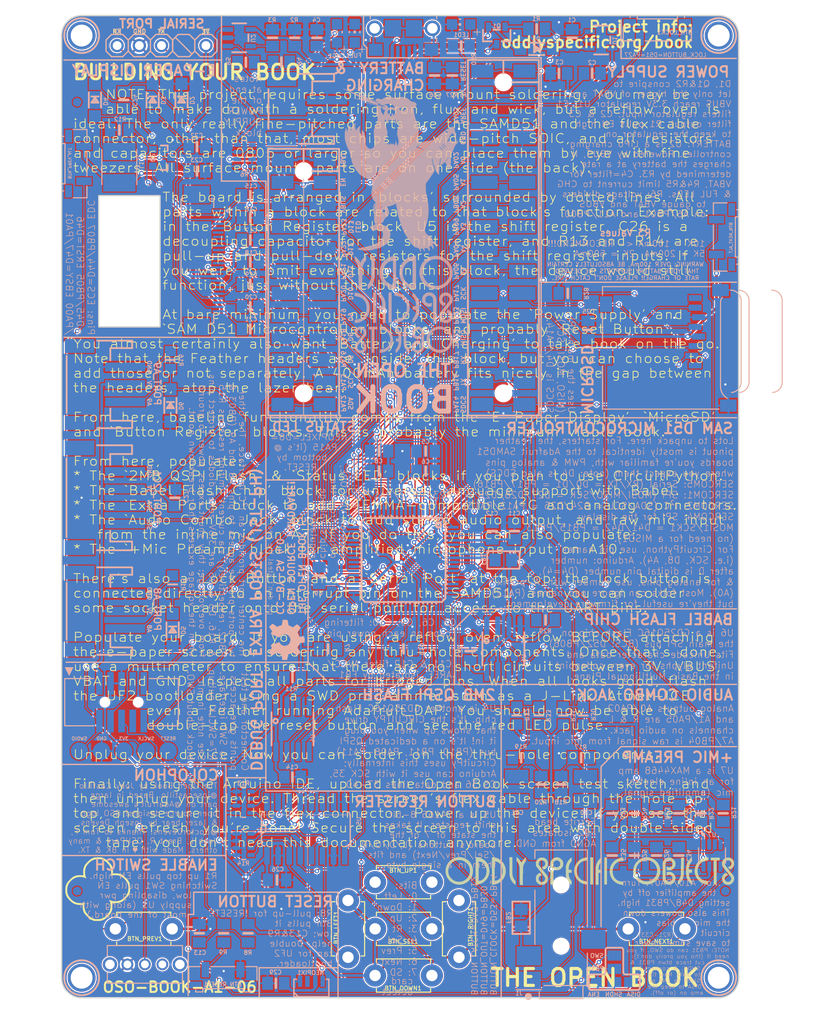
<source format=kicad_pcb>
(kicad_pcb (version 20171130) (host pcbnew 5.0.2+dfsg1-1)
  (title_block (title OSD-BOOK) (date 2020-10-09) (rev A1-06))
  (layers (0 Top signal) (31 Bottom signal) (34 B.Paste user hide) (35 F.Paste user hide) (36 B.SilkS user) (37 F.SilkS user) (38 B.Mask user) (39 F.Mask user) (44 Edge.Cuts user))
  (net 0 "")
  (net 1 GND)
  (net 2 EINK_CS)
  (net 3 EINK_DC)
  (net 4 EINK_BUSY)
  (net 5 A1)
  (net 6 A0)
  (net 7 SCK)
  (net 8 MOSI)
  (net 9 MISO)
  (net 10 RX)
  (net 11 TX)
  (net 12 SCL)
  (net 13 SDA)
  (net 14 EN)
  (net 15 +3V3)
  (net 16 AVCC)
  (net 17 D13)
  (net 18 VBAT)
  (net 19 D4_SDCS)
  (net 20 D8_NEOPIX)
  (net 21 QSPI_DATA[0])
  (net 22 QSPI_DATA[1])
  (net 23 QSPI_DATA[2])
  (net 24 QSPI_DATA[3])
  (net 25 EINK_RST)
  (net 26 D3_A9)
  (net 27 QSPI_SCK)
  (net 28 QSPI_CS)
  (net 29 D2_A8)
  (net 30 EINK_SCK)
  (net 31 EINK_MOSI)
  (net 32 BUTTON_OUT)
  (net 33 BUTTON_CLK)
  (net 34 BUTTON_LATCH)
  (net 35 VBUS)
  (net 36 A7_MIC)
  (net 37 AGND)
  (net 38 UNIFONT_CS)
  (net 39 V+)
  (net 40 A10_MICAMP)
  (net 41 BUTTONLOCK)
  (net 42 SWO)
  (net 43 PB31_SWO_MICSHDN)
  (net 44 /OSO-BOOK-A1-06_1/SWCLK)
  (net 45 /OSO-BOOK-A1-06_1/SWDIO)
  (net 46 /OSO-BOOK-A1-06_1/~RESET)
  (net 47 "Net-(C7-Pad1)")
  (net 48 /OSO-BOOK-A1-06_1/A6_BATMON)
  (net 49 /OSO-BOOK-A1-06_1/A11_BUSMON)
  (net 50 /OSO-BOOK-A1-06_1/USB_P)
  (net 51 /OSO-BOOK-A1-06_1/USB_N)
  (net 52 /OSO-BOOK-A1-06_1/D12)
  (net 53 /OSO-BOOK-A1-06_1/D11)
  (net 54 /OSO-BOOK-A1-06_1/D10)
  (net 55 /OSO-BOOK-A1-06_1/D9)
  (net 56 /OSO-BOOK-A1-06_1/D6)
  (net 57 /OSO-BOOK-A1-06_1/D5)
  (net 58 /OSO-BOOK-A1-06_1/A5)
  (net 59 /OSO-BOOK-A1-06_1/A4)
  (net 60 /OSO-BOOK-A1-06_1/A3)
  (net 61 /OSO-BOOK-A1-06_1/A2)
  (net 62 "Net-(C36-Pad1)")
  (net 63 "Net-(R3-Pad1)")
  (net 64 "Net-(R4-Pad2)")
  (net 65 /OSO-BOOK-A1-06_2/VCOM)
  (net 66 /OSO-BOOK-A1-06_2/PREVGL)
  (net 67 /OSO-BOOK-A1-06_2/VSL)
  (net 68 /OSO-BOOK-A1-06_2/PREVGH)
  (net 69 /OSO-BOOK-A1-06_2/VSH)
  (net 70 /OSO-BOOK-A1-06_2/VDD)
  (net 71 /OSO-BOOK-A1-06_2/VGH)
  (net 72 /OSO-BOOK-A1-06_2/VGL)
  (net 73 /OSO-BOOK-A1-06_2/RESE)
  (net 74 /OSO-BOOK-A1-06_2/GDR)
  (net 75 /OSO-BOOK-A1-06_2/BUTTON7)
  (net 76 "Net-(PORT_A8-Pad3)")
  (net 77 "Net-(C24-Pad2)")
  (net 78 "Net-(C24-Pad1)")
  (net 79 /OSO-BOOK-A1-06_2/BUTTON5)
  (net 80 "Net-(PORT_A9-Pad3)")
  (net 81 /OSO-BOOK-A1-06_2/BUTTON6)
  (net 82 "Net-(C30-Pad2)")
  (net 83 "Net-(C30-Pad1)")
  (net 84 "Net-(C31-Pad2)")
  (net 85 "Net-(C31-Pad1)")
  (net 86 /OSO-BOOK-A1-06_2/BUTTON0)
  (net 87 /OSO-BOOK-A1-06_2/BUTTON1)
  (net 88 /OSO-BOOK-A1-06_2/BUTTON2)
  (net 89 /OSO-BOOK-A1-06_2/BUTTON3)
  (net 90 /OSO-BOOK-A1-06_2/BUTTON4)
  (net 91 "Net-(C32-Pad1)")
  (net 92 "Net-(C33-Pad2)")
  (net 93 /OSO-BOOK-A1-06_3/MIC_BIAS_PWR)
  (net 94 "Net-(C34-Pad2)")
  (net 95 "Net-(C35-Pad1)")
  (net 96 /OSO-BOOK-A1-06_3/MICAMP_SHDN)
  (net 97 "Net-(CHG1-PadC)")
  (net 98 "Net-(BTN_RESET1-PadP$2)")
  (net 99 "Net-(FUL1-PadA)")
  (net 100 "Net-(LED1-PadA)")
  (module OSO-BOOK-A1-06:MICROSD (layer Bottom) (at 171.6151 79.8576 270)
    (fp_text reference MICROSD1 hide)
    (fp_text value MICROSD hide)
    (pad MT1 smd rect (at 0.4 -13.54 270) (size 1.4 1.9) (layers Bottom B.Paste B.Mask) (net 1 GND))
    (pad MT2 smd rect (at 13.6 -14.44 270) (size 1.4 1.9) (layers Bottom B.Paste B.Mask) (net 1 GND))
    (pad CD1 smd rect (at 2 -0.44 180) (size 1.4 1.8) (layers Bottom B.Paste B.Mask))
    (pad CD2 smd rect (at 8 -0.44 180) (size 1.4 1.8) (layers Bottom B.Paste B.Mask) (net 75 /OSO-BOOK-A1-06_2/BUTTON7))
    (pad 8 smd rect (at 1.3 -10.64 270) (size 0.7 1.5) (layers Bottom B.Paste B.Mask))
    (pad 7 smd rect (at 2.4 -10.64 270) (size 0.7 1.5) (layers Bottom B.Paste B.Mask) (net 9 MISO))
    (pad 6 smd rect (at 3.5 -11.04 270) (size 0.7 1.5) (layers Bottom B.Paste B.Mask) (net 1 GND))
    (pad 5 smd rect (at 4.6 -10.64 270) (size 0.7 1.5) (layers Bottom B.Paste B.Mask) (net 7 SCK))
    (pad 4 smd rect (at 5.7 -11.04 270) (size 0.7 1.5) (layers Bottom B.Paste B.Mask) (net 15 +3V3))
    (pad 3 smd rect (at 6.8 -10.64 270) (size 0.7 1.5) (layers Bottom B.Paste B.Mask) (net 8 MOSI))
    (pad 2 smd rect (at 7.9 -10.24 270) (size 0.7 1.5) (layers Bottom B.Paste B.Mask) (net 19 D4_SDCS))
    (pad 1 smd rect (at 9 -10.64 270) (size 0.7 1.5) (layers Bottom B.Paste B.Mask))
  )
  (module OSO-BOOK-A1-06:EINK_DISPLAY_4_2IN (layer Top) (at 110.0199 54.45648)
    (fp_text reference U$2 hide)
    (fp_text value WAVESHARE_4_2_INCH_EINK_DISPLAY hide)
    (fp_line (start 4 30) (end 4 15) (layer Edge.Cuts) (width 0.127))
    (fp_line (start 11 30) (end 4 30) (layer Edge.Cuts) (width 0.127))
    (fp_line (start 11 15) (end 11 30) (layer Edge.Cuts) (width 0.127))
    (fp_line (start 4 15) (end 11 15) (layer Edge.Cuts) (width 0.127))
    (fp_line (start 4 30) (end 4 15) (layer Edge.Cuts) (width 0.127))
    (fp_line (start 11 30) (end 4 30) (layer Edge.Cuts) (width 0.127))
    (fp_line (start 11 15) (end 11 30) (layer Edge.Cuts) (width 0.127))
    (fp_line (start 4 15) (end 11 15) (layer Edge.Cuts) (width 0.127))
    (pad SPRT2 smd rect (at 15.1932 29.9766) (size 3 2) (layers Bottom B.Paste B.Mask))
    (pad SPRT1 smd rect (at 15.1932 14.8666) (size 3 2) (layers Bottom B.Paste B.Mask))
    (pad 24 smd rect (at 17.6532 28.2166 270) (size 0.275 1.25) (layers Bottom B.Paste B.Mask) (net 65 /OSO-BOOK-A1-06_2/VCOM))
    (pad 23 smd rect (at 17.6532 27.7166 270) (size 0.275 1.25) (layers Bottom B.Paste B.Mask) (net 66 /OSO-BOOK-A1-06_2/PREVGL))
    (pad 22 smd rect (at 17.6532 27.2166 270) (size 0.275 1.25) (layers Bottom B.Paste B.Mask) (net 67 /OSO-BOOK-A1-06_2/VSL))
    (pad 21 smd rect (at 17.6532 26.7166 270) (size 0.275 1.25) (layers Bottom B.Paste B.Mask) (net 68 /OSO-BOOK-A1-06_2/PREVGH))
    (pad 20 smd rect (at 17.6532 26.2166 270) (size 0.275 1.25) (layers Bottom B.Paste B.Mask) (net 69 /OSO-BOOK-A1-06_2/VSH))
    (pad 19 smd rect (at 17.6532 25.7166 270) (size 0.275 1.25) (layers Bottom B.Paste B.Mask))
    (pad 18 smd rect (at 17.6532 25.2166 270) (size 0.275 1.25) (layers Bottom B.Paste B.Mask) (net 70 /OSO-BOOK-A1-06_2/VDD))
    (pad 17 smd rect (at 17.6532 24.7166 270) (size 0.275 1.25) (layers Bottom B.Paste B.Mask) (net 1 GND))
    (pad 16 smd rect (at 17.6532 24.2166 270) (size 0.275 1.25) (layers Bottom B.Paste B.Mask) (net 15 +3V3))
    (pad 15 smd rect (at 17.6532 23.7166 270) (size 0.275 1.25) (layers Bottom B.Paste B.Mask) (net 15 +3V3))
    (pad 14 smd rect (at 17.6532 23.2166 270) (size 0.275 1.25) (layers Bottom B.Paste B.Mask) (net 31 EINK_MOSI))
    (pad 13 smd rect (at 17.6532 22.7166 270) (size 0.275 1.25) (layers Bottom B.Paste B.Mask) (net 30 EINK_SCK))
    (pad 12 smd rect (at 17.6532 22.2166 270) (size 0.275 1.25) (layers Bottom B.Paste B.Mask) (net 2 EINK_CS))
    (pad 11 smd rect (at 17.6532 21.7166 270) (size 0.275 1.25) (layers Bottom B.Paste B.Mask) (net 3 EINK_DC))
    (pad 10 smd rect (at 17.6532 21.2166 270) (size 0.275 1.25) (layers Bottom B.Paste B.Mask) (net 25 EINK_RST))
    (pad 9 smd rect (at 17.6532 20.7166 270) (size 0.275 1.25) (layers Bottom B.Paste B.Mask) (net 4 EINK_BUSY))
    (pad 8 smd rect (at 17.6532 20.2166 270) (size 0.275 1.25) (layers Bottom B.Paste B.Mask) (net 1 GND))
    (pad 7 smd rect (at 17.6532 19.7166 270) (size 0.275 1.25) (layers Bottom B.Paste B.Mask))
    (pad 6 smd rect (at 17.6532 19.2166 270) (size 0.275 1.25) (layers Bottom B.Paste B.Mask))
    (pad 5 smd rect (at 17.6532 18.7166 270) (size 0.275 1.25) (layers Bottom B.Paste B.Mask) (net 71 /OSO-BOOK-A1-06_2/VGH))
    (pad 4 smd rect (at 17.6532 18.2166 270) (size 0.275 1.25) (layers Bottom B.Paste B.Mask) (net 72 /OSO-BOOK-A1-06_2/VGL))
    (pad 3 smd rect (at 17.6532 17.7166 270) (size 0.275 1.25) (layers Bottom B.Paste B.Mask) (net 73 /OSO-BOOK-A1-06_2/RESE))
    (pad 2 smd rect (at 17.6532 17.2166 270) (size 0.275 1.25) (layers Bottom B.Paste B.Mask) (net 74 /OSO-BOOK-A1-06_2/GDR))
    (pad 1 smd rect (at 17.6532 16.7166 270) (size 0.275 1.25) (layers Bottom B.Paste B.Mask))
  )
  (module OSO-BOOK-A1-06:TL3330AF130QG (layer Bottom) (at 132.1181 157.5816 180)
    (fp_text reference BTN_RESET1 (at 1.6891 -2.3114 unlocked) (layer B.SilkS) (effects (font (size 0.4826 0.4826) (thickness 0.086868)) (justify left bottom mirror)))
    (fp_text value SPST_TACTILE_SWITCHRA hide)
    (pad MP2 smd rect (at 7.05 -2.1 90) (size 0.8 1.45) (layers Bottom B.Paste B.Mask))
    (pad MP1 smd rect (at 0.75 -2.1 90) (size 0.8 1.45) (layers Bottom B.Paste B.Mask))
    (pad P$2 smd rect (at 5.9 -0.346 180) (size 0.9 1.778) (layers Bottom B.Paste B.Mask) (net 98 "Net-(BTN_RESET1-PadP$2)"))
    (pad P$1 smd rect (at 1.9 -0.346 180) (size 0.9 1.778) (layers Bottom B.Paste B.Mask) (net 1 GND))
  )
  (module OSO-BOOK-A1-06:A10767 (layer Bottom) (at 119.2911 157.3276 180)
    (fp_text reference SW1)
    (fp_text value SPDT_SWITCH hide)
    (pad P$3 thru_hole circle (at 2 0 180) (size 1.35 1.35) (drill 0.9) (layers *.Cu *.Mask) (net 1 GND))
    (pad P$2 thru_hole circle (at 0 0 180) (size 1.35 1.35) (drill 0.9) (layers *.Cu *.Mask) (net 14 EN))
    (pad P$1 thru_hole circle (at -2 0 180) (size 1.35 1.35) (drill 0.9) (layers *.Cu *.Mask))
    (pad MP2 thru_hole circle (at 4 0 180) (size 1.65 1.65) (drill 1.1) (layers *.Cu *.Mask))
    (pad MP1 thru_hole circle (at -4 0 180) (size 1.65 1.65) (drill 1.1) (layers *.Cu *.Mask))
  )
  (module OSO-BOOK-A1-06:WS2812B_4020 (layer Bottom) (at 138.3411 160.02)
    (fp_text reference NEOPIX1 (at -1.6891 -2.032 unlocked) (layer B.SilkS) (effects (font (size 0.4826 0.4826) (thickness 0.086868)) (justify right top mirror)))
    (fp_text value WS2812B_4020)
    (pad 1 smd rect (at 1.3 -0.75 90) (size 1.25 0.5) (layers Bottom B.Paste B.Mask) (net 20 D8_NEOPIX))
    (pad 2 smd rect (at 0.45 -0.75 90) (size 1.25 0.5) (layers Bottom B.Paste B.Mask) (net 15 +3V3))
    (pad 3 smd rect (at -0.45 -0.75 90) (size 1.25 0.5) (layers Bottom B.Paste B.Mask))
    (pad 4 smd rect (at -1.3 -0.75 90) (size 1.25 0.5) (layers Bottom B.Paste B.Mask) (net 1 GND))
  )
  (module OSO-BOOK-A1-06:TL3330AF130QG (layer Bottom) (at 174.0281 51.7652)
    (fp_text reference BTN_LOCK1 (at 3.81 -1.27 unlocked) (layer B.SilkS) (effects (font (size 0.4826 0.4826) (thickness 0.086868)) (justify right top mirror)))
    (fp_text value SPST_TACTILE_SWITCHRA hide)
    (pad MP2 smd rect (at 7.05 -2.1 270) (size 0.8 1.45) (layers Bottom B.Paste B.Mask))
    (pad MP1 smd rect (at 0.75 -2.1 270) (size 0.8 1.45) (layers Bottom B.Paste B.Mask))
    (pad P$2 smd rect (at 5.9 -0.346) (size 0.9 1.778) (layers Bottom B.Paste B.Mask) (net 1 GND))
    (pad P$1 smd rect (at 1.9 -0.346) (size 0.9 1.778) (layers Bottom B.Paste B.Mask) (net 41 BUTTONLOCK))
  )
  (module OSO-BOOK-A1-06:TL3330AF130QG (layer Bottom) (at 184.3405 70.2818 270)
    (fp_text reference DNP_NEXT_ALT1 hide)
    (fp_text value SPST_TACTILE_SWITCHRA hide)
    (pad MP2 smd rect (at 7.05 -2.1 180) (size 0.8 1.45) (layers Bottom B.Paste B.Mask))
    (pad MP1 smd rect (at 0.75 -2.1 180) (size 0.8 1.45) (layers Bottom B.Paste B.Mask))
    (pad P$2 smd rect (at 5.9 -0.346 270) (size 0.9 1.778) (layers Bottom B.Paste B.Mask) (net 15 +3V3))
    (pad P$1 smd rect (at 1.9 -0.346 270) (size 0.9 1.778) (layers Bottom B.Paste B.Mask) (net 81 /OSO-BOOK-A1-06_2/BUTTON6))
  )
  (module OSO-BOOK-A1-06:MICROBUILDER_INDUCTOR_4X4MM_NR401_BIGPADS (layer Bottom) (at 116.3701 66.1924 90)
    (fp_text reference L1 (at -0.2286 2.2479 270 unlocked) (layer B.SilkS) (effects (font (size 0.4826 0.4826) (thickness 0.086868)) (justify left bottom mirror)))
    (fp_text value 10uH)
    (pad P$2 smd rect (at 1.8 0 90) (size 2 3.7) (layers Bottom B.Paste B.Mask) (net 78 "Net-(C24-Pad1)"))
    (pad P$1 smd rect (at -1.8 0 90) (size 2 3.7) (layers Bottom B.Paste B.Mask) (net 15 +3V3))
  )
  (module OSO-BOOK-A1-06:TL3330AF130QG (layer Bottom) (at 112.6617 69.6976 90)
    (fp_text reference DNP_PREV_ALT1 hide)
    (fp_text value SPST_TACTILE_SWITCHRA hide)
    (pad MP2 smd rect (at 7.05 -2.1) (size 0.8 1.45) (layers Bottom B.Paste B.Mask))
    (pad MP1 smd rect (at 0.75 -2.1) (size 0.8 1.45) (layers Bottom B.Paste B.Mask))
    (pad P$2 smd rect (at 5.9 -0.346 90) (size 0.9 1.778) (layers Bottom B.Paste B.Mask) (net 15 +3V3))
    (pad P$1 smd rect (at 1.9 -0.346 90) (size 0.9 1.778) (layers Bottom B.Paste B.Mask) (net 79 /OSO-BOOK-A1-06_2/BUTTON5))
  )
  (module OSO-BOOK-A1-06:JSTPH3 (layer Bottom) (at 114.3381 91.0336 270)
    (fp_text reference PORT_A9 (at -2.6416 -6.8199 270 unlocked) (layer B.SilkS) (effects (font (size 0.77216 0.77216) (thickness 0.138988)) (justify right top mirror)))
    (fp_text value "JST PH 3" hide)
    (pad 3 smd rect (at 2 -2.7 270) (size 1 4.6) (layers Bottom B.Paste B.Mask) (net 80 "Net-(PORT_A9-Pad3)"))
    (pad NC2 smd rect (at 4.4 2.5 180) (size 3.4 1.6) (layers Bottom B.Paste B.Mask))
    (pad NC1 smd rect (at -4.4 2.5 180) (size 3.4 1.6) (layers Bottom B.Paste B.Mask))
    (pad 2 smd rect (at 0 -2.7 270) (size 1 4.6) (layers Bottom B.Paste B.Mask) (net 15 +3V3))
    (pad 1 smd rect (at -2 -2.7 270) (size 1 4.6) (layers Bottom B.Paste B.Mask) (net 1 GND))
  )
  (module OSO-BOOK-A1-06:JSTPH3 (layer Bottom) (at 114.3381 116.9416 270)
    (fp_text reference PORT_A8 (at -2.7686 -6.8199 270 unlocked) (layer B.SilkS) (effects (font (size 0.77216 0.77216) (thickness 0.138988)) (justify right top mirror)))
    (fp_text value "JST PH 3" hide)
    (pad 3 smd rect (at 2 -2.7 270) (size 1 4.6) (layers Bottom B.Paste B.Mask) (net 76 "Net-(PORT_A8-Pad3)"))
    (pad NC2 smd rect (at 4.4 2.5 180) (size 3.4 1.6) (layers Bottom B.Paste B.Mask))
    (pad NC1 smd rect (at -4.4 2.5 180) (size 3.4 1.6) (layers Bottom B.Paste B.Mask))
    (pad 2 smd rect (at 0 -2.7 270) (size 1 4.6) (layers Bottom B.Paste B.Mask) (net 15 +3V3))
    (pad 1 smd rect (at -2 -2.7 270) (size 1 4.6) (layers Bottom B.Paste B.Mask) (net 1 GND))
  )
  (module OSO-BOOK-A1-06:TQFP64-10X10 (layer Bottom) (at 148.8821 111.0996 180)
    (fp_text reference U3 (at -5.6769 4.8006) (layer B.SilkS) (effects (font (size 0.4826 0.4826) (thickness 0.086868)) (justify left bottom mirror)))
    (fp_text value "ATSAMD51J64-TQFP(10X10)")
    (pad 64 smd rect (at -3.75 5.7 180) (size 0.3 1.2) (layers Bottom B.Paste B.Mask) (net 29 D2_A8))
    (pad 63 smd rect (at -3.25 5.7 180) (size 0.3 1.2) (layers Bottom B.Paste B.Mask) (net 26 D3_A9))
    (pad 62 smd rect (at -2.75 5.7 180) (size 0.3 1.2) (layers Bottom B.Paste B.Mask) (net 48 /OSO-BOOK-A1-06_1/A6_BATMON))
    (pad 61 smd rect (at -2.25 5.7 180) (size 0.3 1.2) (layers Bottom B.Paste B.Mask) (net 49 /OSO-BOOK-A1-06_1/A11_BUSMON))
    (pad 60 smd rect (at -1.75 5.7 180) (size 0.3 1.2) (layers Bottom B.Paste B.Mask) (net 43 PB31_SWO_MICSHDN))
    (pad 59 smd rect (at -1.25 5.7 180) (size 0.3 1.2) (layers Bottom B.Paste B.Mask) (net 32 BUTTON_OUT))
    (pad 58 smd rect (at -0.75 5.7 180) (size 0.3 1.2) (layers Bottom B.Paste B.Mask) (net 45 /OSO-BOOK-A1-06_1/SWDIO))
    (pad 57 smd rect (at -0.25 5.7 180) (size 0.3 1.2) (layers Bottom B.Paste B.Mask) (net 44 /OSO-BOOK-A1-06_1/SWCLK))
    (pad 56 smd rect (at 0.25 5.7 180) (size 0.3 1.2) (layers Bottom B.Paste B.Mask) (net 15 +3V3))
    (pad 55 smd rect (at 0.75 5.7 180) (size 0.3 1.2) (layers Bottom B.Paste B.Mask))
    (pad 54 smd rect (at 1.25 5.7 180) (size 0.3 1.2) (layers Bottom B.Paste B.Mask) (net 1 GND))
    (pad 53 smd rect (at 1.75 5.7 180) (size 0.3 1.2) (layers Bottom B.Paste B.Mask) (net 47 "Net-(C7-Pad1)"))
    (pad 52 smd rect (at 2.25 5.7 180) (size 0.3 1.2) (layers Bottom B.Paste B.Mask) (net 46 /OSO-BOOK-A1-06_1/~RESET))
    (pad 51 smd rect (at 2.75 5.7 180) (size 0.3 1.2) (layers Bottom B.Paste B.Mask) (net 41 BUTTONLOCK))
    (pad 50 smd rect (at 3.25 5.7 180) (size 0.3 1.2) (layers Bottom B.Paste B.Mask) (net 8 MOSI))
    (pad 49 smd rect (at 3.75 5.7 180) (size 0.3 1.2) (layers Bottom B.Paste B.Mask) (net 9 MISO))
    (pad 48 smd rect (at 5.7 3.75 180) (size 1.2 0.3) (layers Bottom B.Paste B.Mask) (net 15 +3V3))
    (pad 47 smd rect (at 5.7 3.25 180) (size 1.2 0.3) (layers Bottom B.Paste B.Mask) (net 1 GND))
    (pad 46 smd rect (at 5.7 2.75 180) (size 1.2 0.3) (layers Bottom B.Paste B.Mask) (net 50 /OSO-BOOK-A1-06_1/USB_P))
    (pad 45 smd rect (at 5.7 2.25 180) (size 1.2 0.3) (layers Bottom B.Paste B.Mask) (net 51 /OSO-BOOK-A1-06_1/USB_N))
    (pad 44 smd rect (at 5.7 1.75 180) (size 1.2 0.3) (layers Bottom B.Paste B.Mask) (net 17 D13))
    (pad 43 smd rect (at 5.7 1.25 180) (size 1.2 0.3) (layers Bottom B.Paste B.Mask) (net 52 /OSO-BOOK-A1-06_1/D12))
    (pad 42 smd rect (at 5.7 0.75 180) (size 1.2 0.3) (layers Bottom B.Paste B.Mask) (net 53 /OSO-BOOK-A1-06_1/D11))
    (pad 41 smd rect (at 5.7 0.25 180) (size 1.2 0.3) (layers Bottom B.Paste B.Mask) (net 54 /OSO-BOOK-A1-06_1/D10))
    (pad 40 smd rect (at 5.7 -0.25 180) (size 1.2 0.3) (layers Bottom B.Paste B.Mask) (net 10 RX))
    (pad 39 smd rect (at 5.7 -0.75 180) (size 1.2 0.3) (layers Bottom B.Paste B.Mask) (net 11 TX))
    (pad 38 smd rect (at 5.7 -1.25 180) (size 1.2 0.3) (layers Bottom B.Paste B.Mask) (net 55 /OSO-BOOK-A1-06_1/D9))
    (pad 37 smd rect (at 5.7 -1.75 180) (size 1.2 0.3) (layers Bottom B.Paste B.Mask) (net 56 /OSO-BOOK-A1-06_1/D6))
    (pad 36 smd rect (at 5.7 -2.25 180) (size 1.2 0.3) (layers Bottom B.Paste B.Mask) (net 7 SCK))
    (pad 35 smd rect (at 5.7 -2.75 180) (size 1.2 0.3) (layers Bottom B.Paste B.Mask) (net 57 /OSO-BOOK-A1-06_1/D5))
    (pad 34 smd rect (at 5.7 -3.25 180) (size 1.2 0.3) (layers Bottom B.Paste B.Mask) (net 15 +3V3))
    (pad 33 smd rect (at 5.7 -3.75 180) (size 1.2 0.3) (layers Bottom B.Paste B.Mask) (net 1 GND))
    (pad 32 smd rect (at 3.75 -5.7 180) (size 0.3 1.2) (layers Bottom B.Paste B.Mask) (net 20 D8_NEOPIX))
    (pad 31 smd rect (at 3.25 -5.7 180) (size 0.3 1.2) (layers Bottom B.Paste B.Mask) (net 19 D4_SDCS))
    (pad 30 smd rect (at 2.75 -5.7 180) (size 0.3 1.2) (layers Bottom B.Paste B.Mask) (net 12 SCL))
    (pad 29 smd rect (at 2.25 -5.7 180) (size 0.3 1.2) (layers Bottom B.Paste B.Mask) (net 13 SDA))
    (pad 28 smd rect (at 1.75 -5.7 180) (size 0.3 1.2) (layers Bottom B.Paste B.Mask) (net 31 EINK_MOSI))
    (pad 27 smd rect (at 1.25 -5.7 180) (size 0.3 1.2) (layers Bottom B.Paste B.Mask) (net 33 BUTTON_CLK))
    (pad 26 smd rect (at 0.75 -5.7 180) (size 0.3 1.2) (layers Bottom B.Paste B.Mask) (net 30 EINK_SCK))
    (pad 25 smd rect (at 0.25 -5.7 180) (size 0.3 1.2) (layers Bottom B.Paste B.Mask) (net 34 BUTTON_LATCH))
    (pad 24 smd rect (at -0.25 -5.7 180) (size 0.3 1.2) (layers Bottom B.Paste B.Mask) (net 28 QSPI_CS))
    (pad 23 smd rect (at -0.75 -5.7 180) (size 0.3 1.2) (layers Bottom B.Paste B.Mask) (net 27 QSPI_SCK))
    (pad 22 smd rect (at -1.25 -5.7 180) (size 0.3 1.2) (layers Bottom B.Paste B.Mask) (net 1 GND))
    (pad 21 smd rect (at -1.75 -5.7 180) (size 0.3 1.2) (layers Bottom B.Paste B.Mask) (net 15 +3V3))
    (pad 20 smd rect (at -2.25 -5.7 180) (size 0.3 1.2) (layers Bottom B.Paste B.Mask) (net 24 QSPI_DATA[3]))
    (pad 19 smd rect (at -2.75 -5.7 180) (size 0.3 1.2) (layers Bottom B.Paste B.Mask) (net 23 QSPI_DATA[2]))
    (pad 18 smd rect (at -3.25 -5.7 180) (size 0.3 1.2) (layers Bottom B.Paste B.Mask) (net 22 QSPI_DATA[1]))
    (pad 17 smd rect (at -3.75 -5.7 180) (size 0.3 1.2) (layers Bottom B.Paste B.Mask) (net 21 QSPI_DATA[0]))
    (pad 16 smd rect (at -5.7 -3.75 180) (size 1.2 0.3) (layers Bottom B.Paste B.Mask) (net 40 A10_MICAMP))
    (pad 15 smd rect (at -5.7 -3.25 180) (size 1.2 0.3) (layers Bottom B.Paste B.Mask) (net 58 /OSO-BOOK-A1-06_1/A5))
    (pad 14 smd rect (at -5.7 -2.75 180) (size 1.2 0.3) (layers Bottom B.Paste B.Mask) (net 5 A1))
    (pad 13 smd rect (at -5.7 -2.25 180) (size 1.2 0.3) (layers Bottom B.Paste B.Mask) (net 59 /OSO-BOOK-A1-06_1/A4))
    (pad 12 smd rect (at -5.7 -1.75 180) (size 1.2 0.3) (layers Bottom B.Paste B.Mask) (net 60 /OSO-BOOK-A1-06_1/A3))
    (pad 11 smd rect (at -5.7 -1.25 180) (size 1.2 0.3) (layers Bottom B.Paste B.Mask) (net 61 /OSO-BOOK-A1-06_1/A2))
    (pad 10 smd rect (at -5.7 -0.75 180) (size 1.2 0.3) (layers Bottom B.Paste B.Mask) (net 2 EINK_CS))
    (pad 9 smd rect (at -5.7 -0.25 180) (size 1.2 0.3) (layers Bottom B.Paste B.Mask) (net 38 UNIFONT_CS))
    (pad 8 smd rect (at -5.7 0.25 180) (size 1.2 0.3) (layers Bottom B.Paste B.Mask) (net 16 AVCC))
    (pad 7 smd rect (at -5.7 0.75 180) (size 1.2 0.3) (layers Bottom B.Paste B.Mask) (net 1 GND))
    (pad 6 smd rect (at -5.7 1.25 180) (size 1.2 0.3) (layers Bottom B.Paste B.Mask) (net 3 EINK_DC))
    (pad 5 smd rect (at -5.7 1.75 180) (size 1.2 0.3) (layers Bottom B.Paste B.Mask) (net 36 A7_MIC))
    (pad 4 smd rect (at -5.7 2.25 180) (size 1.2 0.3) (layers Bottom B.Paste B.Mask) (net 16 AVCC))
    (pad 3 smd rect (at -5.7 2.75 180) (size 1.2 0.3) (layers Bottom B.Paste B.Mask) (net 6 A0))
    (pad 2 smd rect (at -5.7 3.25 180) (size 1.2 0.3) (layers Bottom B.Paste B.Mask) (net 4 EINK_BUSY))
    (pad 1 smd rect (at -5.7 3.75 180) (size 1.2 0.3) (layers Bottom B.Paste B.Mask) (net 25 EINK_RST))
  )
  (module OSO-BOOK-A1-06:0805-NO (layer Bottom) (at 131.3561 82.1436 180)
    (fp_text reference C20 (at 0.6731 1.3716) (layer B.SilkS) (effects (font (size 0.4826 0.4826) (thickness 0.086868)) (justify right top mirror)))
    (fp_text value 1uF/25V)
    (pad 2 smd rect (at 0.95 0 180) (size 1.24 1.5) (layers Bottom B.Paste B.Mask) (net 67 /OSO-BOOK-A1-06_2/VSL))
    (pad 1 smd rect (at -0.95 0 180) (size 1.24 1.5) (layers Bottom B.Paste B.Mask) (net 1 GND))
  )
  (module OSO-BOOK-A1-06:0805-NO (layer Bottom) (at 131.3561 79.6036 180)
    (fp_text reference C19 (at -0.8509 0.8636) (layer B.SilkS) (effects (font (size 0.4826 0.4826) (thickness 0.086868)) (justify left bottom mirror)))
    (fp_text value 1uF/25V)
    (pad 2 smd rect (at 0.95 0 180) (size 1.24 1.5) (layers Bottom B.Paste B.Mask) (net 69 /OSO-BOOK-A1-06_2/VSH))
    (pad 1 smd rect (at -0.95 0 180) (size 1.24 1.5) (layers Bottom B.Paste B.Mask) (net 1 GND))
  )
  (module OSO-BOOK-A1-06:0805-NO (layer Bottom) (at 131.3561 84.6836 180)
    (fp_text reference C21 (at 0.6731 1.3716) (layer B.SilkS) (effects (font (size 0.4826 0.4826) (thickness 0.086868)) (justify right top mirror)))
    (fp_text value 1uF/25V)
    (pad 2 smd rect (at 0.95 0 180) (size 1.24 1.5) (layers Bottom B.Paste B.Mask) (net 65 /OSO-BOOK-A1-06_2/VCOM))
    (pad 1 smd rect (at -0.95 0 180) (size 1.24 1.5) (layers Bottom B.Paste B.Mask) (net 1 GND))
  )
  (module OSO-BOOK-A1-06:0805-NO (layer Bottom) (at 131.3561 77.0636 180)
    (fp_text reference C18 (at 0.6731 1.3716) (layer B.SilkS) (effects (font (size 0.4826 0.4826) (thickness 0.086868)) (justify right top mirror)))
    (fp_text value 1uF/25V)
    (pad 2 smd rect (at 0.95 0 180) (size 1.24 1.5) (layers Bottom B.Paste B.Mask) (net 70 /OSO-BOOK-A1-06_2/VDD))
    (pad 1 smd rect (at -0.95 0 180) (size 1.24 1.5) (layers Bottom B.Paste B.Mask) (net 1 GND))
  )
  (module OSO-BOOK-A1-06:0805-NO (layer Bottom) (at 131.3561 74.5236 180)
    (fp_text reference C17 (at 0.6731 1.3716) (layer B.SilkS) (effects (font (size 0.4826 0.4826) (thickness 0.086868)) (justify right top mirror)))
    (fp_text value 1uF)
    (pad 2 smd rect (at 0.95 0 180) (size 1.24 1.5) (layers Bottom B.Paste B.Mask) (net 15 +3V3))
    (pad 1 smd rect (at -0.95 0 180) (size 1.24 1.5) (layers Bottom B.Paste B.Mask) (net 1 GND))
  )
  (module OSO-BOOK-A1-06:0805-NO (layer Bottom) (at 131.3561 71.9836 180)
    (fp_text reference C16 (at 0.6731 1.2446) (layer B.SilkS) (effects (font (size 0.4826 0.4826) (thickness 0.086868)) (justify right top mirror)))
    (fp_text value 1uF)
    (pad 2 smd rect (at 0.95 0 180) (size 1.24 1.5) (layers Bottom B.Paste B.Mask) (net 71 /OSO-BOOK-A1-06_2/VGH))
    (pad 1 smd rect (at -0.95 0 180) (size 1.24 1.5) (layers Bottom B.Paste B.Mask) (net 1 GND))
  )
  (module OSO-BOOK-A1-06:0805-NO (layer Bottom) (at 131.3561 69.4436 180)
    (fp_text reference C15 (at 0.6731 1.3716) (layer B.SilkS) (effects (font (size 0.4826 0.4826) (thickness 0.086868)) (justify right top mirror)))
    (fp_text value 1uF)
    (pad 2 smd rect (at 0.95 0 180) (size 1.24 1.5) (layers Bottom B.Paste B.Mask) (net 72 /OSO-BOOK-A1-06_2/VGL))
    (pad 1 smd rect (at -0.95 0 180) (size 1.24 1.5) (layers Bottom B.Paste B.Mask) (net 1 GND))
  )
  (module OSO-BOOK-A1-06:JSTPH4 (layer Bottom) (at 113.3221 103.9876 270)
    (fp_text reference PORT_I2C1 (at -3.2766 -7.8359 270 unlocked) (layer B.SilkS) (effects (font (size 0.77216 0.77216) (thickness 0.138988)) (justify right top mirror)))
    (fp_text value "JST PH 4" hide)
    (pad 4 smd rect (at 3 -3.7 270) (size 1 4.6) (layers Bottom B.Paste B.Mask) (net 12 SCL))
    (pad 3 smd rect (at 1 -3.7 270) (size 1 4.6) (layers Bottom B.Paste B.Mask) (net 13 SDA))
    (pad NC2 smd rect (at 5.7 1.5 180) (size 3.4 1.7) (layers Bottom B.Paste B.Mask))
    (pad NC1 smd rect (at -5.7 1.5 180) (size 3.4 1.7) (layers Bottom B.Paste B.Mask))
    (pad 2 smd rect (at -1 -3.7 270) (size 1 4.6) (layers Bottom B.Paste B.Mask) (net 15 +3V3))
    (pad 1 smd rect (at -3 -3.7 270) (size 1 4.6) (layers Bottom B.Paste B.Mask) (net 1 GND))
  )
  (module OSO-BOOK-A1-06:0805-NO (layer Bottom) (at 122.7201 103.9876 90)
    (fp_text reference C27 (at -0.6604 0.9779 270 unlocked) (layer B.SilkS) (effects (font (size 0.4826 0.4826) (thickness 0.086868)) (justify left bottom mirror)))
    (fp_text value 10uF)
    (pad 2 smd rect (at 0.95 0 90) (size 1.24 1.5) (layers Bottom B.Paste B.Mask) (net 1 GND))
    (pad 1 smd rect (at -0.95 0 90) (size 1.24 1.5) (layers Bottom B.Paste B.Mask) (net 15 +3V3))
  )
  (module OSO-BOOK-A1-06:_0805MP (layer Bottom) (at 122.4661 113.8936 270)
    (fp_text reference R15 (at -0.7366 -1.4859 270 unlocked) (layer B.SilkS) (effects (font (size 0.4826 0.4826) (thickness 0.086868)) (justify right top mirror)))
    (fp_text value 1K)
    (pad 2 smd rect (at 1.016 0 270) (size 1.2 1.3) (layers Bottom B.Paste B.Mask) (net 29 D2_A8))
    (pad 1 smd rect (at -1.016 0 270) (size 1.2 1.3) (layers Bottom B.Paste B.Mask) (net 76 "Net-(PORT_A8-Pad3)"))
  )
  (module OSO-BOOK-A1-06:SOD-123 (layer Bottom) (at 122.4661 119.1006 270)
    (fp_text reference D5 (at -0.4826 -1.4859 270 unlocked) (layer B.SilkS) (effects (font (size 0.4826 0.4826) (thickness 0.086868)) (justify right top mirror)))
    (fp_text value 3.6V)
    (pad A smd rect (at 1.85 0 180) (size 1.4 1.4) (layers Bottom B.Paste B.Mask) (net 1 GND))
    (pad C smd rect (at -1.85 0 180) (size 1.4 1.4) (layers Bottom B.Paste B.Mask) (net 29 D2_A8))
  )
  (module OSO-BOOK-A1-06:0805-NO (layer Bottom) (at 125.2601 66.6496)
    (fp_text reference C23 (at 0.7239 -0.9906) (layer B.SilkS) (effects (font (size 0.4826 0.4826) (thickness 0.086868)) (justify left bottom mirror)))
    (fp_text value 1uF/25V)
    (pad 2 smd rect (at 0.95 0) (size 1.24 1.5) (layers Bottom B.Paste B.Mask) (net 1 GND))
    (pad 1 smd rect (at -0.95 0) (size 1.24 1.5) (layers Bottom B.Paste B.Mask) (net 68 /OSO-BOOK-A1-06_2/PREVGH))
  )
  (module OSO-BOOK-A1-06:0805-NO (layer Bottom) (at 125.2601 63.8556)
    (fp_text reference C22 (at 0.7239 -0.9906) (layer B.SilkS) (effects (font (size 0.4826 0.4826) (thickness 0.086868)) (justify left bottom mirror)))
    (fp_text value 1uF/25V)
    (pad 2 smd rect (at 0.95 0) (size 1.24 1.5) (layers Bottom B.Paste B.Mask) (net 1 GND))
    (pad 1 smd rect (at -0.95 0) (size 1.24 1.5) (layers Bottom B.Paste B.Mask) (net 66 /OSO-BOOK-A1-06_2/PREVGL))
  )
  (module OSO-BOOK-A1-06:SOD-123 (layer Bottom) (at 123.4821 58.5216 270)
    (fp_text reference D2 (at -0.4826 -1.4859 270 unlocked) (layer B.SilkS) (effects (font (size 0.4826 0.4826) (thickness 0.086868)) (justify right top mirror)))
    (fp_text value MBR0530)
    (pad A smd rect (at 1.85 0 180) (size 1.4 1.4) (layers Bottom B.Paste B.Mask) (net 77 "Net-(C24-Pad2)"))
    (pad C smd rect (at -1.85 0 180) (size 1.4 1.4) (layers Bottom B.Paste B.Mask) (net 1 GND))
  )
  (module OSO-BOOK-A1-06:SOD-123 (layer Bottom) (at 120.1801 58.5216 270)
    (fp_text reference D3 (at -0.4826 -1.4859 270 unlocked) (layer B.SilkS) (effects (font (size 0.4826 0.4826) (thickness 0.086868)) (justify right top mirror)))
    (fp_text value MBR0530)
    (pad A smd rect (at 1.85 0 180) (size 1.4 1.4) (layers Bottom B.Paste B.Mask) (net 66 /OSO-BOOK-A1-06_2/PREVGL))
    (pad C smd rect (at -1.85 0 180) (size 1.4 1.4) (layers Bottom B.Paste B.Mask) (net 77 "Net-(C24-Pad2)"))
  )
  (module OSO-BOOK-A1-06:0805-NO (layer Bottom) (at 116.8781 58.5216 90)
    (fp_text reference C24 (at -0.7874 0.9779 270 unlocked) (layer B.SilkS) (effects (font (size 0.4826 0.4826) (thickness 0.086868)) (justify left bottom mirror)))
    (fp_text value 4.7uF/25V)
    (pad 2 smd rect (at 0.95 0 90) (size 1.24 1.5) (layers Bottom B.Paste B.Mask) (net 77 "Net-(C24-Pad2)"))
    (pad 1 smd rect (at -0.95 0 90) (size 1.24 1.5) (layers Bottom B.Paste B.Mask) (net 78 "Net-(C24-Pad1)"))
  )
  (module OSO-BOOK-A1-06:SOD-123 (layer Bottom) (at 113.5761 58.5216 270)
    (fp_text reference D4 (at -0.3556 -1.4859 270 unlocked) (layer B.SilkS) (effects (font (size 0.4826 0.4826) (thickness 0.086868)) (justify right top mirror)))
    (fp_text value MBR0530)
    (pad A smd rect (at 1.85 0 180) (size 1.4 1.4) (layers Bottom B.Paste B.Mask) (net 78 "Net-(C24-Pad1)"))
    (pad C smd rect (at -1.85 0 180) (size 1.4 1.4) (layers Bottom B.Paste B.Mask) (net 68 /OSO-BOOK-A1-06_2/PREVGH))
  )
  (module OSO-BOOK-A1-06:0805_10MGAP (layer Bottom) (at 116.3701 61.9506 180)
    (fp_text reference R12 (at 0.6731 1.4986) (layer B.SilkS) (effects (font (size 0.4826 0.4826) (thickness 0.086868)) (justify right top mirror)))
    (fp_text value 0.47ohm)
    (pad 2 smd rect (at 1.05 0 180) (size 1.2 1.5) (layers Bottom B.Paste B.Mask) (net 1 GND))
    (pad 1 smd rect (at -1.05 0 180) (size 1.2 1.5) (layers Bottom B.Paste B.Mask) (net 73 /OSO-BOOK-A1-06_2/RESE))
  )
  (module OSO-BOOK-A1-06:SOT23-3 (layer Bottom) (at 121.1961 65.1256 90)
    (fp_text reference Q2 (at -0.5334 -1.3081 270 unlocked) (layer B.SilkS) (effects (font (size 0.4826 0.4826) (thickness 0.086868)) (justify left bottom mirror)))
    (fp_text value IRLML0100)
    (pad 3 smd rect (at 0 1.1 90) (size 0.8 0.9) (layers Bottom B.Paste B.Mask) (net 78 "Net-(C24-Pad1)"))
    (pad 2 smd rect (at 0.95 -1 90) (size 0.8 0.9) (layers Bottom B.Paste B.Mask) (net 73 /OSO-BOOK-A1-06_2/RESE))
    (pad 1 smd rect (at -0.95 -1 90) (size 0.8 0.9) (layers Bottom B.Paste B.Mask) (net 74 /OSO-BOOK-A1-06_2/GDR))
  )
  (module OSO-BOOK-A1-06:_0805MP (layer Bottom) (at 122.2121 88.2396 270)
    (fp_text reference R16 (at -0.7366 -1.4859 270 unlocked) (layer B.SilkS) (effects (font (size 0.4826 0.4826) (thickness 0.086868)) (justify right top mirror)))
    (fp_text value 1K)
    (pad 2 smd rect (at 1.016 0 270) (size 1.2 1.3) (layers Bottom B.Paste B.Mask) (net 26 D3_A9))
    (pad 1 smd rect (at -1.016 0 270) (size 1.2 1.3) (layers Bottom B.Paste B.Mask) (net 80 "Net-(PORT_A9-Pad3)"))
  )
  (module OSO-BOOK-A1-06:SOD-123 (layer Bottom) (at 122.2121 93.4466 270)
    (fp_text reference D6 (at -0.4826 -1.4859 270 unlocked) (layer B.SilkS) (effects (font (size 0.4826 0.4826) (thickness 0.086868)) (justify right top mirror)))
    (fp_text value 3.6V)
    (pad A smd rect (at 1.85 0 180) (size 1.4 1.4) (layers Bottom B.Paste B.Mask) (net 1 GND))
    (pad C smd rect (at -1.85 0 180) (size 1.4 1.4) (layers Bottom B.Paste B.Mask) (net 26 D3_A9))
  )
  (module OSO-BOOK-A1-06:0805_10MGAP (layer Bottom) (at 169.9895 84.8106 90)
    (fp_text reference C25 (at 2.3876 -0.6985 180) (layer B.SilkS) (effects (font (size 0.4826 0.4826) (thickness 0.086868)) (justify right top mirror)))
    (fp_text value 10uF)
    (pad 2 smd rect (at 1.05 0 90) (size 1.2 1.5) (layers Bottom B.Paste B.Mask) (net 1 GND))
    (pad 1 smd rect (at -1.05 0 90) (size 1.2 1.5) (layers Bottom B.Paste B.Mask) (net 15 +3V3))
  )
  (module OSO-BOOK-A1-06:0805_10MGAP (layer Bottom) (at 134.4041 147.6756)
    (fp_text reference C26 (at -0.6731 -1.4986) (layer B.SilkS) (effects (font (size 0.4826 0.4826) (thickness 0.086868)) (justify right top mirror)))
    (fp_text value 1uF)
    (pad 2 smd rect (at 1.05 0) (size 1.2 1.5) (layers Bottom B.Paste B.Mask) (net 1 GND))
    (pad 1 smd rect (at -1.05 0) (size 1.2 1.5) (layers Bottom B.Paste B.Mask) (net 15 +3V3))
  )
  (module OSO-BOOK-A1-06:0805-NO (layer Bottom) (at 136.1821 135.9154)
    (fp_text reference C14 (at -0.8001 -1.4224) (layer B.SilkS) (effects (font (size 0.4826 0.4826) (thickness 0.086868)) (justify right top mirror)))
    (fp_text value 1uF)
    (pad 2 smd rect (at 0.95 0) (size 1.24 1.5) (layers Bottom B.Paste B.Mask) (net 1 GND))
    (pad 1 smd rect (at -0.95 0) (size 1.24 1.5) (layers Bottom B.Paste B.Mask) (net 15 +3V3))
  )
  (module OSO-BOOK-A1-06:1X03 (layer Bottom) (at 118.6561 52.2986 180)
    (fp_text reference JP1 hide)
    (fp_text value PINHD-1X3)
    (pad 3 thru_hole circle (at 2.54 0 90) (size 1.524 1.524) (drill 1.016) (layers *.Cu *.Mask) (net 10 RX))
    (pad 2 thru_hole circle (at 0 0 90) (size 1.524 1.524) (drill 1.016) (layers *.Cu *.Mask) (net 1 GND))
    (pad 1 thru_hole circle (at -2.54 0 90) (size 1.524 1.524) (drill 1.016) (layers *.Cu *.Mask) (net 11 TX))
  )
  (module OSO-BOOK-A1-06:OSHW_5MM (layer Bottom) (at 135.2931 120.2436 90)
    (fp_text reference GOLD_ORB_SM1 hide)
    (fp_text value OSHWLOGOLOGO5MM hide)
  )
  (module OSO-BOOK-A1-06:MOUNTINGHOLE_2.5_PLATED (layer Bottom) (at 112.0521 158.8516 180)
    (fp_text reference U$1 hide)
    (fp_text value MOUNTINGHOLE2.5 hide)
    (pad P$1 thru_hole circle (at 0 0 180) (size 3.2 3.2) (drill 2.5) (layers *.Cu *.Mask))
  )
  (module OSO-BOOK-A1-06:MOUNTINGHOLE_2.5_PLATED (layer Bottom) (at 184.9501 158.8516 180)
    (fp_text reference U$4 hide)
    (fp_text value MOUNTINGHOLE2.5 hide)
    (pad P$1 thru_hole circle (at 0 0 180) (size 3.2 3.2) (drill 2.5) (layers *.Cu *.Mask))
  )
  (module OSO-BOOK-A1-06:FIDUCIAL_1MM (layer Bottom) (at 185.7121 148.9456 180)
    (fp_text reference FID1 hide)
    (fp_text value FIDUCIAL_1MM hide)
    (pad 1 smd roundrect (at 0 0 180) (size 1 1) (layers Bottom B.Mask) (roundrect_rratio 0.5))
  )
  (module OSO-BOOK-A1-06:FIDUCIAL_1MM (layer Top) (at 185.4581 142.8496)
    (fp_text reference FID2 hide)
    (fp_text value FIDUCIAL_1MM hide)
    (pad 1 smd roundrect (at 0 0) (size 1 1) (layers Top F.Mask) (roundrect_rratio 0.5))
  )
  (module OSO-BOOK-A1-06:FIDUCIAL_1MM (layer Bottom) (at 111.5441 58.7756 180)
    (fp_text reference FID3 hide)
    (fp_text value FIDUCIAL_1MM hide)
    (pad 1 smd roundrect (at 0 0 180) (size 1 1) (layers Bottom B.Mask) (roundrect_rratio 0.5))
  )
  (module OSO-BOOK-A1-06:FIDUCIAL_1MM (layer Top) (at 113.0681 58.5216)
    (fp_text reference FID4 hide)
    (fp_text value FIDUCIAL_1MM hide)
    (pad 1 smd roundrect (at 0 0) (size 1 1) (layers Top F.Mask) (roundrect_rratio 0.5))
  )
  (module OSO-BOOK-A1-06:MOUNTINGHOLE_2.5_PLATED (layer Bottom) (at 112.0521 51.1556 180)
    (fp_text reference U$5 hide)
    (fp_text value MOUNTINGHOLE2.5 hide)
    (pad P$1 thru_hole circle (at 0 0 180) (size 3.2 3.2) (drill 2.5) (layers *.Cu *.Mask))
  )
  (module OSO-BOOK-A1-06:MOUNTINGHOLE_2.5_PLATED (layer Bottom) (at 184.9501 51.1556 180)
    (fp_text reference U$7 hide)
    (fp_text value MOUNTINGHOLE2.5 hide)
    (pad P$1 thru_hole circle (at 0 0 180) (size 3.2 3.2) (drill 2.5) (layers *.Cu *.Mask))
  )
  (module OSO-BOOK-A1-06:1X01 (layer Bottom) (at 126.2761 52.2986 180)
    (fp_text reference JP2 hide)
    (fp_text value PINHD-1X1)
    (pad 1 thru_hole circle (at 0 0 180) (size 1.524 1.524) (drill 1.016) (layers *.Cu *.Mask) (net 15 +3V3))
  )
  (module OSO-BOOK-A1-06:TESTPOINT_ROUND_2MM_NO (layer Bottom) (at 119.4181 132.9436)
    (fp_text reference TP6 hide)
    (fp_text value TESTPOINTROUND2MMNO hide)
    (pad P$1 smd roundrect (at 0 0) (size 2 2) (layers Bottom B.Mask) (roundrect_rratio 0.5) (net 44 /OSO-BOOK-A1-06_1/SWCLK))
  )
  (module OSO-BOOK-A1-06:TESTPOINT_ROUND_2MM_NO (layer Bottom) (at 111.7981 132.9436)
    (fp_text reference TP7 hide)
    (fp_text value TESTPOINTROUND2MMNO hide)
    (pad P$1 smd roundrect (at 0 0) (size 2 2) (layers Bottom B.Mask) (roundrect_rratio 0.5) (net 45 /OSO-BOOK-A1-06_1/SWDIO))
  )
  (module OSO-BOOK-A1-06:TESTPOINT_ROUND_2MM_NO (layer Bottom) (at 121.9581 132.9436)
    (fp_text reference TP8 hide)
    (fp_text value TESTPOINTROUND2MMNO hide)
    (pad P$1 smd roundrect (at 0 0) (size 2 2) (layers Bottom B.Mask) (roundrect_rratio 0.5) (net 46 /OSO-BOOK-A1-06_1/~RESET))
  )
  (module OSO-BOOK-A1-06:2X05_1.27MM_BOX_POSTS (layer Bottom) (at 116.6241 127.3556)
    (fp_text reference X2 hide)
    (fp_text value "2x5 0.05\" SWD")
    (pad "" np_thru_hole circle (at 1.905 0) (size 1 1) (drill 1) (layers *.Cu *.Mask))
    (pad "" np_thru_hole circle (at -1.905 0) (size 1 1) (drill 1) (layers *.Cu *.Mask))
    (pad 9 smd rect (at 2.54 -2.15) (size 0.76 2.6) (layers Bottom B.Paste B.Mask))
    (pad 7 smd rect (at 1.27 -2.15) (size 0.76 2.6) (layers Bottom B.Paste B.Mask))
    (pad 5 smd rect (at 0 -2.15) (size 0.76 2.6) (layers Bottom B.Paste B.Mask) (net 1 GND))
    (pad 3 smd rect (at -1.27 -2.15) (size 0.76 2.6) (layers Bottom B.Paste B.Mask) (net 1 GND))
    (pad 1 smd rect (at -2.54 -2.15) (size 0.76 2.6) (layers Bottom B.Paste B.Mask) (net 15 +3V3))
    (pad 10 smd rect (at 2.54 2.15) (size 0.76 2.6) (layers Bottom B.Paste B.Mask) (net 46 /OSO-BOOK-A1-06_1/~RESET))
    (pad 8 smd rect (at 1.27 2.15) (size 0.76 2.6) (layers Bottom B.Paste B.Mask))
    (pad 6 smd rect (at 0 2.15) (size 0.76 2.6) (layers Bottom B.Paste B.Mask) (net 42 SWO))
    (pad 4 smd rect (at -1.27 2.15) (size 0.76 2.6) (layers Bottom B.Paste B.Mask) (net 44 /OSO-BOOK-A1-06_1/SWCLK))
    (pad 2 smd rect (at -2.54 2.15) (size 0.76 2.6) (layers Bottom B.Paste B.Mask) (net 45 /OSO-BOOK-A1-06_1/SWDIO))
  )
  (module OSO-BOOK-A1-06:0805_10MGAP (layer Bottom) (at 140.2461 121.2596)
    (fp_text reference R7 (at 1.8669 0.4064 270 unlocked) (layer B.SilkS) (effects (font (size 0.4826 0.4826) (thickness 0.086868)) (justify left bottom mirror)))
    (fp_text value 10K)
    (pad 2 smd rect (at 1.05 0) (size 1.2 1.5) (layers Bottom B.Paste B.Mask) (net 44 /OSO-BOOK-A1-06_1/SWCLK))
    (pad 1 smd rect (at -1.05 0) (size 1.2 1.5) (layers Bottom B.Paste B.Mask) (net 15 +3V3))
  )
  (module OSO-BOOK-A1-06:0805_10MGAP (layer Bottom) (at 146.0881 98.6536 180)
    (fp_text reference C7 (at -0.4699 0.8636) (layer B.SilkS) (effects (font (size 0.4826 0.4826) (thickness 0.086868)) (justify left bottom mirror)))
    (fp_text value 10uF)
    (pad 2 smd rect (at 1.05 0 180) (size 1.2 1.5) (layers Bottom B.Paste B.Mask) (net 1 GND))
    (pad 1 smd rect (at -1.05 0 180) (size 1.2 1.5) (layers Bottom B.Paste B.Mask) (net 47 "Net-(C7-Pad1)"))
  )
  (module OSO-BOOK-A1-06:0805_10MGAP (layer Bottom) (at 146.0881 100.9396 180)
    (fp_text reference C8 (at -0.4699 0.8636) (layer B.SilkS) (effects (font (size 0.4826 0.4826) (thickness 0.086868)) (justify left bottom mirror)))
    (fp_text value 1uF)
    (pad 2 smd rect (at 1.05 0 180) (size 1.2 1.5) (layers Bottom B.Paste B.Mask) (net 1 GND))
    (pad 1 smd rect (at -1.05 0 180) (size 1.2 1.5) (layers Bottom B.Paste B.Mask) (net 47 "Net-(C7-Pad1)"))
  )
  (module OSO-BOOK-A1-06:FCI_10118193-0001LF (layer Bottom) (at 148.8821 50.3301)
    (fp_text reference J2 hide)
    (fp_text value 10118193-0001LF)
    (pad S6 thru_hole circle (at -3.302 0) (size 1.8 1.8) (drill 1.2) (layers *.Cu *.Mask) (net 62 "Net-(C36-Pad1)"))
    (pad S5 thru_hole circle (at 3.302 0) (size 1.8 1.8) (drill 1.2) (layers *.Cu *.Mask) (net 62 "Net-(C36-Pad1)"))
    (pad S4 smd rect (at -1.2 0) (size 1.9 1.9) (layers Bottom B.Paste B.Mask) (net 62 "Net-(C36-Pad1)"))
    (pad S3 smd rect (at 1.2 0) (size 1.9 1.9) (layers Bottom B.Paste B.Mask) (net 62 "Net-(C36-Pad1)"))
    (pad S2 smd rect (at 3.2 2.45) (size 1.6 1.4) (layers Bottom B.Paste B.Mask) (net 62 "Net-(C36-Pad1)"))
    (pad S1 smd rect (at -3.2 2.45) (size 1.6 1.4) (layers Bottom B.Paste B.Mask) (net 62 "Net-(C36-Pad1)"))
    (pad 5 smd rect (at 1.3 2.675) (size 0.4 1.35) (layers Bottom B.Paste B.Mask) (net 1 GND))
    (pad 4 smd rect (at 0.65 2.675) (size 0.4 1.35) (layers Bottom B.Paste B.Mask))
    (pad 3 smd rect (at 0 2.675) (size 0.4 1.35) (layers Bottom B.Paste B.Mask) (net 50 /OSO-BOOK-A1-06_1/USB_P))
    (pad 2 smd rect (at -0.65 2.675) (size 0.4 1.35) (layers Bottom B.Paste B.Mask) (net 51 /OSO-BOOK-A1-06_1/USB_N))
    (pad 1 smd rect (at -1.3 2.675) (size 0.4 1.35) (layers Bottom B.Paste B.Mask) (net 35 VBUS))
  )
  (module OSO-BOOK-A1-06:0805-NO (layer Bottom) (at 168.1861 51.4096 90)
    (fp_text reference C1 (at 1.7526 0.4699 180) (layer B.SilkS) (effects (font (size 0.4826 0.4826) (thickness 0.086868)) (justify left bottom mirror)))
    (fp_text value 10µF)
    (pad 2 smd rect (at 0.95 0 90) (size 1.24 1.5) (layers Bottom B.Paste B.Mask) (net 1 GND))
    (pad 1 smd rect (at -0.95 0 90) (size 1.24 1.5) (layers Bottom B.Paste B.Mask) (net 39 V+))
  )
  (module OSO-BOOK-A1-06:0805-NO (layer Bottom) (at 166.6621 55.4736 180)
    (fp_text reference C3 (at -0.5969 0.9906 180) (layer B.SilkS) (effects (font (size 0.4826 0.4826) (thickness 0.086868)) (justify left bottom mirror)))
    (fp_text value 1uF)
    (pad 2 smd rect (at 0.95 0 180) (size 1.24 1.5) (layers Bottom B.Paste B.Mask) (net 1 GND))
    (pad 1 smd rect (at -0.95 0 180) (size 1.24 1.5) (layers Bottom B.Paste B.Mask) (net 15 +3V3))
  )
  (module OSO-BOOK-A1-06:0805-NO (layer Bottom) (at 170.4721 55.4736)
    (fp_text reference C2 (at -0.5461 -1.4986) (layer B.SilkS) (effects (font (size 0.4826 0.4826) (thickness 0.086868)) (justify right top mirror)))
    (fp_text value 10µF)
    (pad 2 smd rect (at 0.95 0) (size 1.24 1.5) (layers Bottom B.Paste B.Mask) (net 1 GND))
    (pad 1 smd rect (at -0.95 0) (size 1.24 1.5) (layers Bottom B.Paste B.Mask) (net 15 +3V3))
  )
  (module OSO-BOOK-A1-06:SOT23-5 (layer Bottom) (at 171.4881 51.6636 90)
    (fp_text reference U1 (at 0.4826 1.8669 270 unlocked) (layer B.SilkS) (effects (font (size 0.4826 0.4826) (thickness 0.086868)) (justify right top mirror)))
    (fp_text value AP2112-3.3)
    (pad 5 smd rect (at -0.95 1.3001 90) (size 0.55 1.2) (layers Bottom B.Paste B.Mask) (net 15 +3V3))
    (pad 4 smd rect (at 0.95 1.3001 90) (size 0.55 1.2) (layers Bottom B.Paste B.Mask))
    (pad 3 smd rect (at 0.95 -1.3001 90) (size 0.55 1.2) (layers Bottom B.Paste B.Mask) (net 14 EN))
    (pad 2 smd rect (at 0 -1.3001 90) (size 0.55 1.2) (layers Bottom B.Paste B.Mask) (net 1 GND))
    (pad 1 smd rect (at -0.95 -1.3001 90) (size 0.55 1.2) (layers Bottom B.Paste B.Mask) (net 39 V+))
  )
  (module OSO-BOOK-A1-06:JSTPH2 (layer Bottom) (at 136.4361 59.5376 270)
    (fp_text reference X1 hide)
    (fp_text value JSTPH hide)
    (pad NC2 smd rect (at 3.4 1.5 180) (size 3.4 1.6) (layers Bottom B.Paste B.Mask))
    (pad NC1 smd rect (at -3.4 1.5 180) (size 3.4 1.6) (layers Bottom B.Paste B.Mask))
    (pad 2 smd rect (at 1 -3.7 270) (size 1 4.6) (layers Bottom B.Paste B.Mask) (net 18 VBAT))
    (pad 1 smd rect (at -1 -3.7 270) (size 1 4.6) (layers Bottom B.Paste B.Mask) (net 1 GND))
  )
  (module OSO-BOOK-A1-06:0805_10MGAP (layer Bottom) (at 151.4221 98.6536)
    (fp_text reference C5 (at -0.5461 -1.3716) (layer B.SilkS) (effects (font (size 0.4826 0.4826) (thickness 0.086868)) (justify right top mirror)))
    (fp_text value 10uF)
    (pad 2 smd rect (at 1.05 0) (size 1.2 1.5) (layers Bottom B.Paste B.Mask) (net 1 GND))
    (pad 1 smd rect (at -1.05 0) (size 1.2 1.5) (layers Bottom B.Paste B.Mask) (net 15 +3V3))
  )
  (module OSO-BOOK-A1-06:0805_10MGAP (layer Bottom) (at 151.4221 100.9396)
    (fp_text reference C6 (at -0.5461 -1.3716) (layer B.SilkS) (effects (font (size 0.4826 0.4826) (thickness 0.086868)) (justify right top mirror)))
    (fp_text value 1uF)
    (pad 2 smd rect (at 1.05 0) (size 1.2 1.5) (layers Bottom B.Paste B.Mask) (net 1 GND))
    (pad 1 smd rect (at -1.05 0) (size 1.2 1.5) (layers Bottom B.Paste B.Mask) (net 15 +3V3))
  )
  (module OSO-BOOK-A1-06:0805-NO (layer Bottom) (at 139.2301 112.8776 90)
    (fp_text reference C9 (at -2.3114 0.4699 180) (layer B.SilkS) (effects (font (size 0.4826 0.4826) (thickness 0.086868)) (justify left bottom mirror)))
    (fp_text value 1uF)
    (pad 2 smd rect (at 0.95 0 90) (size 1.24 1.5) (layers Bottom B.Paste B.Mask) (net 1 GND))
    (pad 1 smd rect (at -0.95 0 90) (size 1.24 1.5) (layers Bottom B.Paste B.Mask) (net 15 +3V3))
  )
  (module OSO-BOOK-A1-06:SOD-123 (layer Bottom) (at 164.1221 52.6796 180)
    (fp_text reference D1 (at -0.4699 0.8636) (layer B.SilkS) (effects (font (size 0.4826 0.4826) (thickness 0.086868)) (justify left bottom mirror)))
    (fp_text value MBR120)
    (pad A smd rect (at 1.85 0 90) (size 1.4 1.4) (layers Bottom B.Paste B.Mask) (net 35 VBUS))
    (pad C smd rect (at -1.85 0 90) (size 1.4 1.4) (layers Bottom B.Paste B.Mask) (net 39 V+))
  )
  (module OSO-BOOK-A1-06:SOT23-R (layer Bottom) (at 159.5501 51.1556)
    (fp_text reference Q1 (at -0.5461 -1.3716) (layer B.SilkS) (effects (font (size 0.4826 0.4826) (thickness 0.086868)) (justify right top mirror)))
    (fp_text value DMG341)
    (pad 1 smd rect (at -0.95 -1) (size 0.635 1.016) (layers Bottom B.Paste B.Mask) (net 35 VBUS))
    (pad 2 smd rect (at 0.95 -1) (size 0.635 1.016) (layers Bottom B.Paste B.Mask) (net 39 V+))
    (pad 3 smd rect (at 0 1) (size 0.635 1.016) (layers Bottom B.Paste B.Mask) (net 18 VBAT))
  )
  (module OSO-BOOK-A1-06:0805-NO (layer Bottom) (at 164.1221 50.3936 180)
    (fp_text reference R1 (at -0.4699 0.8636) (layer B.SilkS) (effects (font (size 0.4826 0.4826) (thickness 0.086868)) (justify left bottom mirror)))
    (fp_text value 10K)
    (pad 2 smd rect (at 0.95 0 180) (size 1.24 1.5) (layers Bottom B.Paste B.Mask) (net 39 V+))
    (pad 1 smd rect (at -0.95 0 180) (size 1.24 1.5) (layers Bottom B.Paste B.Mask) (net 14 EN))
  )
  (module OSO-BOOK-A1-06:SOT23-5 (layer Bottom) (at 130.0861 51.4096 90)
    (fp_text reference U2 (at 0.4826 1.8669 270 unlocked) (layer B.SilkS) (effects (font (size 0.4826 0.4826) (thickness 0.086868)) (justify right top mirror)))
    (fp_text value MCP73831T-2ACI/OT)
    (pad 1 smd rect (at -0.95 -1.3001 90) (size 0.55 1.2) (layers Bottom B.Paste B.Mask) (net 64 "Net-(R4-Pad2)"))
    (pad 2 smd rect (at 0 -1.3001 90) (size 0.55 1.2) (layers Bottom B.Paste B.Mask) (net 1 GND))
    (pad 3 smd rect (at 0.95 -1.3001 90) (size 0.55 1.2) (layers Bottom B.Paste B.Mask) (net 18 VBAT))
    (pad 4 smd rect (at 0.95 1.3001 90) (size 0.55 1.2) (layers Bottom B.Paste B.Mask) (net 35 VBUS))
    (pad 5 smd rect (at -0.95 1.3001 90) (size 0.55 1.2) (layers Bottom B.Paste B.Mask) (net 63 "Net-(R3-Pad1)"))
  )
  (module OSO-BOOK-A1-06:0805-NO (layer Bottom) (at 134.9121 54.1782 180)
    (fp_text reference R4 (at -1.7399 -0.4318 270 unlocked) (layer B.SilkS) (effects (font (size 0.4826 0.4826) (thickness 0.086868)) (justify left bottom mirror)))
    (fp_text value 1K)
    (pad 2 smd rect (at 0.95 0 180) (size 1.24 1.5) (layers Bottom B.Paste B.Mask) (net 64 "Net-(R4-Pad2)"))
    (pad 1 smd rect (at -0.95 0 180) (size 1.24 1.5) (layers Bottom B.Paste B.Mask) (net 97 "Net-(CHG1-PadC)"))
  )
  (module OSO-BOOK-A1-06:0805-NO (layer Bottom) (at 138.9761 51.4096 90)
    (fp_text reference C4 (at 1.7526 0.4699 180) (layer B.SilkS) (effects (font (size 0.4826 0.4826) (thickness 0.086868)) (justify left bottom mirror)))
    (fp_text value 10µF)
    (pad 2 smd rect (at 0.95 0 90) (size 1.24 1.5) (layers Bottom B.Paste B.Mask) (net 1 GND))
    (pad 1 smd rect (at -0.95 0 90) (size 1.24 1.5) (layers Bottom B.Paste B.Mask) (net 18 VBAT))
  )
  (module OSO-BOOK-A1-06:0805-NO (layer Bottom) (at 133.8961 51.4096 90)
    (fp_text reference R3 (at 1.7526 0.4699 180) (layer B.SilkS) (effects (font (size 0.4826 0.4826) (thickness 0.086868)) (justify left bottom mirror)))
    (fp_text value 10K)
    (pad 2 smd rect (at 0.95 0 90) (size 1.24 1.5) (layers Bottom B.Paste B.Mask) (net 1 GND))
    (pad 1 smd rect (at -0.95 0 90) (size 1.24 1.5) (layers Bottom B.Paste B.Mask) (net 63 "Net-(R3-Pad1)"))
  )
  (module OSO-BOOK-A1-06:0805-NO (layer Bottom) (at 136.4361 51.4096 90)
    (fp_text reference R2 (at 1.7526 0.4699 180) (layer B.SilkS) (effects (font (size 0.4826 0.4826) (thickness 0.086868)) (justify left bottom mirror)))
    (fp_text value 100K)
    (pad 2 smd rect (at 0.95 0 90) (size 1.24 1.5) (layers Bottom B.Paste B.Mask) (net 1 GND))
    (pad 1 smd rect (at -0.95 0 90) (size 1.24 1.5) (layers Bottom B.Paste B.Mask) (net 35 VBUS))
  )
  (module OSO-BOOK-A1-06:SOIC8_150MIL (layer Bottom) (at 136.1821 130.4036)
    (fp_text reference U4 (at 2.6289 0.5334 -90) (layer B.SilkS) (effects (font (size 0.4826 0.4826) (thickness 0.086868)) (justify left bottom mirror)))
    (fp_text value GD25Q16C)
    (pad 5 smd rect (at 1.905 2.6) (size 0.6 2.2) (layers Bottom B.Paste B.Mask) (net 21 QSPI_DATA[0]))
    (pad 6 smd rect (at 0.635 2.6) (size 0.6 2.2) (layers Bottom B.Paste B.Mask) (net 27 QSPI_SCK))
    (pad 8 smd rect (at -1.905 2.6) (size 0.6 2.2) (layers Bottom B.Paste B.Mask) (net 15 +3V3))
    (pad 4 smd rect (at 1.905 -2.6) (size 0.6 2.2) (layers Bottom B.Paste B.Mask) (net 1 GND))
    (pad 3 smd rect (at 0.635 -2.6) (size 0.6 2.2) (layers Bottom B.Paste B.Mask) (net 23 QSPI_DATA[2]))
    (pad 1 smd rect (at -1.905 -2.6) (size 0.6 2.2) (layers Bottom B.Paste B.Mask) (net 28 QSPI_CS))
    (pad 7 smd rect (at -0.635 2.6) (size 0.6 2.2) (layers Bottom B.Paste B.Mask) (net 24 QSPI_DATA[3]))
    (pad 2 smd rect (at -0.635 -2.6) (size 0.6 2.2) (layers Bottom B.Paste B.Mask) (net 22 QSPI_DATA[1]))
  )
  (module OSO-BOOK-A1-06:0805-NO (layer Bottom) (at 136.1821 124.5616 180)
    (fp_text reference R11 (at -0.5969 -1.5494) (layer B.SilkS) (effects (font (size 0.4826 0.4826) (thickness 0.086868)) (justify left bottom mirror)))
    (fp_text value 100K)
    (pad 2 smd rect (at 0.95 0 180) (size 1.24 1.5) (layers Bottom B.Paste B.Mask) (net 28 QSPI_CS))
    (pad 1 smd rect (at -0.95 0 180) (size 1.24 1.5) (layers Bottom B.Paste B.Mask) (net 15 +3V3))
  )
  (module OSO-BOOK-A1-06:0805-NO (layer Bottom) (at 155.4861 52.3494)
    (fp_text reference R10 (at 1.7399 0.7366 -90) (layer B.SilkS) (effects (font (size 0.4826 0.4826) (thickness 0.086868)) (justify left bottom mirror)))
    (fp_text value 1K)
    (pad 2 smd rect (at 0.95 0) (size 1.24 1.5) (layers Bottom B.Paste B.Mask) (net 100 "Net-(LED1-PadA)"))
    (pad 1 smd rect (at -0.95 0) (size 1.24 1.5) (layers Bottom B.Paste B.Mask) (net 17 D13))
  )
  (module OSO-BOOK-A1-06:0805 (layer Bottom) (at 162.3441 151.9936 90)
    (fp_text reference FB2 (at -0.7239 -1.7526 270 unlocked) (layer B.SilkS) (effects (font (size 0.4826 0.4826) (thickness 0.086868)) (justify left bottom mirror)))
    (fp_text value Ferrite)
    (pad 2 smd rect (at 0.95 0 90) (size 1.3 1.5) (layers Bottom B.Paste B.Mask) (net 1 GND))
    (pad 1 smd rect (at -0.95 0 90) (size 1.3 1.5) (layers Bottom B.Paste B.Mask) (net 37 AGND))
  )
  (module OSO-BOOK-A1-06:C1210 (layer Bottom) (at 169.7101 137.2616 270)
    (fp_text reference C30 (at 2.4384 0.6731 180) (layer B.SilkS) (effects (font (size 0.4826 0.4826) (thickness 0.086868)) (justify right top mirror)))
    (fp_text value 100uF)
    (pad 2 smd rect (at 1.4 0 270) (size 1.6 2.7) (layers Bottom B.Paste B.Mask) (net 82 "Net-(C30-Pad2)"))
    (pad 1 smd rect (at -1.4 0 270) (size 1.6 2.7) (layers Bottom B.Paste B.Mask) (net 83 "Net-(C30-Pad1)"))
  )
  (module OSO-BOOK-A1-06:C1210 (layer Bottom) (at 161.8361 137.2616 270)
    (fp_text reference C31 (at 2.4384 0.6731 180) (layer B.SilkS) (effects (font (size 0.4826 0.4826) (thickness 0.086868)) (justify right top mirror)))
    (fp_text value 100uF)
    (pad 2 smd rect (at 1.4 0 270) (size 1.6 2.7) (layers Bottom B.Paste B.Mask) (net 84 "Net-(C31-Pad2)"))
    (pad 1 smd rect (at -1.4 0 270) (size 1.6 2.7) (layers Bottom B.Paste B.Mask) (net 85 "Net-(C31-Pad1)"))
  )
  (module OSO-BOOK-A1-06:0805-NO (layer Bottom) (at 164.6301 136.7536 90)
    (fp_text reference R20 (at -2.3114 0.7239 180) (layer B.SilkS) (effects (font (size 0.4826 0.4826) (thickness 0.086868)) (justify left bottom mirror)))
    (fp_text value 100)
    (pad 2 smd rect (at 0.95 0 90) (size 1.24 1.5) (layers Bottom B.Paste B.Mask) (net 85 "Net-(C31-Pad1)"))
    (pad 1 smd rect (at -0.95 0 90) (size 1.24 1.5) (layers Bottom B.Paste B.Mask) (net 37 AGND))
  )
  (module OSO-BOOK-A1-06:0805-NO (layer Bottom) (at 162.3441 133.7056 180)
    (fp_text reference R19 (at -0.7239 0.9906) (layer B.SilkS) (effects (font (size 0.4826 0.4826) (thickness 0.086868)) (justify left bottom mirror)))
    (fp_text value 100)
    (pad 2 smd rect (at 0.95 0 180) (size 1.24 1.5) (layers Bottom B.Paste B.Mask) (net 5 A1))
    (pad 1 smd rect (at -0.95 0 180) (size 1.24 1.5) (layers Bottom B.Paste B.Mask) (net 85 "Net-(C31-Pad1)"))
  )
  (module OSO-BOOK-A1-06:0805-NO (layer Bottom) (at 169.2021 133.7056)
    (fp_text reference R17 (at -0.8001 -1.4986) (layer B.SilkS) (effects (font (size 0.4826 0.4826) (thickness 0.086868)) (justify right top mirror)))
    (fp_text value 100)
    (pad 2 smd rect (at 0.95 0) (size 1.24 1.5) (layers Bottom B.Paste B.Mask) (net 6 A0))
    (pad 1 smd rect (at -0.95 0) (size 1.24 1.5) (layers Bottom B.Paste B.Mask) (net 83 "Net-(C30-Pad1)"))
  )
  (module OSO-BOOK-A1-06:0805-NO (layer Bottom) (at 166.9161 136.7536 90)
    (fp_text reference R18 (at -2.3114 0.7239 180) (layer B.SilkS) (effects (font (size 0.4826 0.4826) (thickness 0.086868)) (justify left bottom mirror)))
    (fp_text value 100)
    (pad 2 smd rect (at 0.95 0 90) (size 1.24 1.5) (layers Bottom B.Paste B.Mask) (net 83 "Net-(C30-Pad1)"))
    (pad 1 smd rect (at -0.95 0 90) (size 1.24 1.5) (layers Bottom B.Paste B.Mask) (net 37 AGND))
  )
  (module OSO-BOOK-A1-06:SO16 (layer Bottom) (at 137.7061 141.8336)
    (fp_text reference U5 (at 5.8039 -0.3556 -90) (layer B.SilkS) (effects (font (size 0.4826 0.4826) (thickness 0.086868)) (justify right top mirror)))
    (fp_text value 74AC165D)
    (pad 9 smd rect (at 4.445 3.0734) (size 0.6604 2.032) (layers Bottom B.Paste B.Mask) (net 32 BUTTON_OUT))
    (pad 8 smd rect (at 4.445 -3.0734) (size 0.6604 2.032) (layers Bottom B.Paste B.Mask) (net 1 GND))
    (pad 10 smd rect (at 3.175 3.0734) (size 0.6604 2.032) (layers Bottom B.Paste B.Mask) (net 1 GND))
    (pad 11 smd rect (at 1.905 3.0734) (size 0.6604 2.032) (layers Bottom B.Paste B.Mask) (net 86 /OSO-BOOK-A1-06_2/BUTTON0))
    (pad 7 smd rect (at 3.175 -3.0734) (size 0.6604 2.032) (layers Bottom B.Paste B.Mask))
    (pad 6 smd rect (at 1.905 -3.0734) (size 0.6604 2.032) (layers Bottom B.Paste B.Mask) (net 75 /OSO-BOOK-A1-06_2/BUTTON7))
    (pad 12 smd rect (at 0.635 3.0734) (size 0.6604 2.032) (layers Bottom B.Paste B.Mask) (net 87 /OSO-BOOK-A1-06_2/BUTTON1))
    (pad 5 smd rect (at 0.635 -3.0734) (size 0.6604 2.032) (layers Bottom B.Paste B.Mask) (net 81 /OSO-BOOK-A1-06_2/BUTTON6))
    (pad 13 smd rect (at -0.635 3.0734) (size 0.6604 2.032) (layers Bottom B.Paste B.Mask) (net 88 /OSO-BOOK-A1-06_2/BUTTON2))
    (pad 4 smd rect (at -0.635 -3.0734) (size 0.6604 2.032) (layers Bottom B.Paste B.Mask) (net 79 /OSO-BOOK-A1-06_2/BUTTON5))
    (pad 14 smd rect (at -1.905 3.0734) (size 0.6604 2.032) (layers Bottom B.Paste B.Mask) (net 89 /OSO-BOOK-A1-06_2/BUTTON3))
    (pad 15 smd rect (at -3.175 3.0734) (size 0.6604 2.032) (layers Bottom B.Paste B.Mask) (net 1 GND))
    (pad 3 smd rect (at -1.905 -3.0734) (size 0.6604 2.032) (layers Bottom B.Paste B.Mask) (net 90 /OSO-BOOK-A1-06_2/BUTTON4))
    (pad 2 smd rect (at -3.175 -3.0734) (size 0.6604 2.032) (layers Bottom B.Paste B.Mask) (net 33 BUTTON_CLK))
    (pad 16 smd rect (at -4.445 3.0734) (size 0.6604 2.032) (layers Bottom B.Paste B.Mask) (net 15 +3V3))
    (pad 1 smd rect (at -4.445 -3.0734) (size 0.6604 2.032) (layers Bottom B.Paste B.Mask) (net 34 BUTTON_LATCH))
  )
  (module OSO-BOOK-A1-06:CUI_SJ-43514-SMT (layer Bottom) (at 166.9161 151.9936 90)
    (fp_text reference J1 (at -8.9154 -4.3561 180) (layer B.SilkS) (effects (font (size 0.4826 0.4826) (thickness 0.086868)) (justify left bottom mirror)))
    (fp_text value SJ-43514-SMT)
    (pad "" np_thru_hole circle (at 3.75 0 90) (size 1.7 1.7) (drill 1.7) (layers *.Cu *.Mask))
    (pad "" np_thru_hole circle (at -3.25 0 90) (size 1.7 1.7) (drill 1.7) (layers *.Cu *.Mask))
    (pad 4 smd rect (at -4.35 -3.7 270) (size 2.2 2.8) (layers Bottom B.Paste B.Mask) (net 37 AGND))
    (pad 3 smd rect (at -2.45 3.7 270) (size 2.2 2.8) (layers Bottom B.Paste B.Mask) (net 82 "Net-(C30-Pad2)"))
    (pad 2 smd rect (at 5.05 -3.6 270) (size 2.8 2.6) (layers Bottom B.Paste B.Mask) (net 84 "Net-(C31-Pad2)"))
    (pad 1 smd rect (at -7.15 -3.7 270) (size 2 2.8) (layers Bottom B.Paste B.Mask) (net 36 A7_MIC))
  )
  (module OSO-BOOK-A1-06:FIDUCIAL_1MM (layer Bottom) (at 111.5441 148.9456 180)
    (fp_text reference FID5 hide)
    (fp_text value FIDUCIAL_1MM hide)
    (pad 1 smd roundrect (at 0 0 180) (size 1 1) (layers Bottom B.Mask) (roundrect_rratio 0.5))
  )
  (module OSO-BOOK-A1-06:FIDUCIAL_1MM (layer Top) (at 113.0681 142.8496)
    (fp_text reference FID6 hide)
    (fp_text value FIDUCIAL_1MM hide)
    (pad 1 smd roundrect (at 0 0) (size 1 1) (layers Top F.Mask) (roundrect_rratio 0.5))
  )
  (module OSO-BOOK-A1-06:0805 (layer Bottom) (at 160.3121 111.0996 180)
    (fp_text reference FB1 (at 2.5781 -0.6604 270 unlocked) (layer B.SilkS) (effects (font (size 0.4826 0.4826) (thickness 0.086868)) (justify left bottom mirror)))
    (fp_text value Ferrite)
    (pad 2 smd rect (at 0.95 0 180) (size 1.3 1.5) (layers Bottom B.Paste B.Mask) (net 16 AVCC))
    (pad 1 smd rect (at -0.95 0 180) (size 1.3 1.5) (layers Bottom B.Paste B.Mask) (net 15 +3V3))
  )
  (module OSO-BOOK-A1-06:0805-NO (layer Bottom) (at 159.0421 107.7976 90)
    (fp_text reference C12 (at 1.7526 0.7239 180) (layer B.SilkS) (effects (font (size 0.4826 0.4826) (thickness 0.086868)) (justify left bottom mirror)))
    (fp_text value 1uF)
    (pad 2 smd rect (at 0.95 0 90) (size 1.24 1.5) (layers Bottom B.Paste B.Mask) (net 1 GND))
    (pad 1 smd rect (at -0.95 0 90) (size 1.24 1.5) (layers Bottom B.Paste B.Mask) (net 16 AVCC))
  )
  (module OSO-BOOK-A1-06:0805-NO (layer Bottom) (at 161.5821 107.7976 90)
    (fp_text reference C11 (at 1.7526 0.7239 180) (layer B.SilkS) (effects (font (size 0.4826 0.4826) (thickness 0.086868)) (justify left bottom mirror)))
    (fp_text value 10µF)
    (pad 2 smd rect (at 0.95 0 90) (size 1.24 1.5) (layers Bottom B.Paste B.Mask) (net 1 GND))
    (pad 1 smd rect (at -0.95 0 90) (size 1.24 1.5) (layers Bottom B.Paste B.Mask) (net 16 AVCC))
  )
  (module OSO-BOOK-A1-06:MICROBUILDER_SOIC8_150MIL (layer Bottom) (at 160.3121 121.2596)
    (fp_text reference U6 (at 2.6289 0.5334 -90) (layer B.SilkS) (effects (font (size 0.4826 0.4826) (thickness 0.086868)) (justify left bottom mirror)))
    (fp_text value GD25Q16C)
    (pad 8 smd rect (at -1.905 2.6) (size 0.6 2.2) (layers Bottom B.Paste B.Mask) (net 15 +3V3))
    (pad 7 smd rect (at -0.635 2.6) (size 0.6 2.2) (layers Bottom B.Paste B.Mask) (net 15 +3V3))
    (pad 6 smd rect (at 0.635 2.6) (size 0.6 2.2) (layers Bottom B.Paste B.Mask) (net 7 SCK))
    (pad 5 smd rect (at 1.905 2.6) (size 0.6 2.2) (layers Bottom B.Paste B.Mask) (net 8 MOSI))
    (pad 4 smd rect (at 1.905 -2.6) (size 0.6 2.2) (layers Bottom B.Paste B.Mask) (net 1 GND))
    (pad 3 smd rect (at 0.635 -2.6) (size 0.6 2.2) (layers Bottom B.Paste B.Mask) (net 15 +3V3))
    (pad 2 smd rect (at -0.635 -2.6) (size 0.6 2.2) (layers Bottom B.Paste B.Mask) (net 9 MISO))
    (pad 1 smd rect (at -1.905 -2.6) (size 0.6 2.2) (layers Bottom B.Paste B.Mask) (net 38 UNIFONT_CS))
  )
  (module OSO-BOOK-A1-06:0805_10MGAP (layer Bottom) (at 156.5021 121.5136 90)
    (fp_text reference C28 (at -0.7874 -1.4351 270 unlocked) (layer B.SilkS) (effects (font (size 0.4826 0.4826) (thickness 0.086868)) (justify left bottom mirror)))
    (fp_text value 1uF)
    (pad 2 smd rect (at 1.05 0 90) (size 1.2 1.5) (layers Bottom B.Paste B.Mask) (net 1 GND))
    (pad 1 smd rect (at -1.05 0 90) (size 1.2 1.5) (layers Bottom B.Paste B.Mask) (net 15 +3V3))
  )
  (module OSO-BOOK-A1-06:TESTPOINT_ROUND_2MM_NO (layer Bottom) (at 114.3381 132.9436)
    (fp_text reference TP1 hide)
    (fp_text value TESTPOINTROUND2MMNO hide)
    (pad P$1 smd roundrect (at 0 0) (size 2 2) (layers Bottom B.Mask) (roundrect_rratio 0.5) (net 1 GND))
  )
  (module OSO-BOOK-A1-06:TESTPOINT_ROUND_2MM_NO (layer Bottom) (at 116.8781 132.9436)
    (fp_text reference TP2 hide)
    (fp_text value TESTPOINTROUND2MMNO hide)
    (pad P$1 smd roundrect (at 0 0) (size 2 2) (layers Bottom B.Mask) (roundrect_rratio 0.5) (net 15 +3V3))
  )
  (module OSO-BOOK-A1-06:0805_10MGAP (layer Bottom) (at 148.8821 121.2596 180)
    (fp_text reference C10 (at -2.3749 0.7366 270 unlocked) (layer B.SilkS) (effects (font (size 0.4826 0.4826) (thickness 0.086868)) (justify right top mirror)))
    (fp_text value 1uF)
    (pad 2 smd rect (at 1.05 0 180) (size 1.2 1.5) (layers Bottom B.Paste B.Mask) (net 1 GND))
    (pad 1 smd rect (at -1.05 0 180) (size 1.2 1.5) (layers Bottom B.Paste B.Mask) (net 15 +3V3))
  )
  (module OSO-BOOK-A1-06:CHIP-LED0805 (layer Bottom) (at 155.4861 49.8856 270)
    (fp_text reference LED1 (at 0.9144 0.9271 180) (layer B.SilkS) (effects (font (size 0.4826 0.4826) (thickness 0.086868)) (justify right top mirror)))
    (fp_text value RED)
    (fp_text user + (at 0.2159 -2.3114 270) (layer B.SilkS) (effects (font (size 0.9652 0.9652) (thickness 0.08128)) (justify left bottom mirror)))
    (pad A smd rect (at 0 -1.05 270) (size 1.2 1.2) (layers Bottom B.Paste B.Mask) (net 100 "Net-(LED1-PadA)"))
    (pad C smd rect (at 0 1.05 270) (size 1.2 1.2) (layers Bottom B.Paste B.Mask) (net 1 GND))
  )
  (module OSO-BOOK-A1-06:CHIP-LED0805 (layer Bottom) (at 141.2621 50.9016 180)
    (fp_text reference CHG1 (at 1.0541 -2.3114) (layer B.SilkS) (effects (font (size 0.4826 0.4826) (thickness 0.086868)) (justify right top mirror)))
    (fp_text value AMBER)
    (fp_text user + (at -1.4859 -2.3114 180) (layer B.SilkS) (effects (font (size 0.9652 0.9652) (thickness 0.08128)) (justify left bottom mirror)))
    (pad A smd rect (at 0 -1.05 180) (size 1.2 1.2) (layers Bottom B.Paste B.Mask) (net 35 VBUS))
    (pad C smd rect (at 0 1.05 180) (size 1.2 1.2) (layers Bottom B.Paste B.Mask) (net 97 "Net-(CHG1-PadC)"))
  )
  (module OSO-BOOK-A1-06:FEATHERWING_SMT2 (layer Bottom) (at 160.3121 48.8696 270)
    (fp_text reference MS1 hide)
    (fp_text value FEATHERWING_SMTDUAL hide)
    (pad "" np_thru_hole circle (at 43.18 0 270) (size 1.8 1.8) (drill 1.8) (layers *.Cu *.Mask))
    (pad "" np_thru_hole circle (at 7.62 0 270) (size 1.8 1.8) (drill 1.8) (layers *.Cu *.Mask))
    (pad "" np_thru_hole circle (at 43.18 22.86 270) (size 1.8 1.8) (drill 1.8) (layers *.Cu *.Mask))
    (pad "" np_thru_hole circle (at 17.78 22.86 270) (size 1.8 1.8) (drill 1.8) (layers *.Cu *.Mask))
    (pad 28' smd rect (at 16.51 25.273 180) (size 2.54 1.524) (layers Bottom B.Paste B.Mask) (net 18 VBAT))
    (pad 28 smd rect (at 16.51 20.447 180) (size 2.54 1.524) (layers Bottom B.Paste B.Mask) (net 18 VBAT))
    (pad 27' smd rect (at 19.05 25.273) (size 2.54 1.524) (layers Bottom B.Paste B.Mask) (net 14 EN))
    (pad 27 smd rect (at 19.05 20.447 180) (size 2.54 1.524) (layers Bottom B.Paste B.Mask) (net 14 EN))
    (pad 26' smd rect (at 21.59 25.019) (size 3.048 1.524) (layers Bottom B.Paste B.Mask) (net 35 VBUS))
    (pad 26 smd rect (at 21.59 20.701 180) (size 3.048 1.524) (layers Bottom B.Paste B.Mask) (net 35 VBUS))
    (pad 25' smd rect (at 24.13 25.019) (size 3.048 1.524) (layers Bottom B.Paste B.Mask) (net 17 D13))
    (pad 25 smd rect (at 24.13 20.701 180) (size 3.048 1.524) (layers Bottom B.Paste B.Mask) (net 17 D13))
    (pad 24' smd rect (at 26.67 25.019) (size 3.048 1.524) (layers Bottom B.Paste B.Mask) (net 52 /OSO-BOOK-A1-06_1/D12))
    (pad 24 smd rect (at 26.67 20.701 180) (size 3.048 1.524) (layers Bottom B.Paste B.Mask) (net 52 /OSO-BOOK-A1-06_1/D12))
    (pad 23' smd rect (at 29.21 25.019) (size 3.048 1.524) (layers Bottom B.Paste B.Mask) (net 53 /OSO-BOOK-A1-06_1/D11))
    (pad 23 smd rect (at 29.21 20.701 180) (size 3.048 1.524) (layers Bottom B.Paste B.Mask) (net 53 /OSO-BOOK-A1-06_1/D11))
    (pad 22' smd rect (at 31.75 25.019) (size 3.048 1.524) (layers Bottom B.Paste B.Mask) (net 54 /OSO-BOOK-A1-06_1/D10))
    (pad 22 smd rect (at 31.75 20.701 180) (size 3.048 1.524) (layers Bottom B.Paste B.Mask) (net 54 /OSO-BOOK-A1-06_1/D10))
    (pad 21' smd rect (at 34.29 25.019) (size 3.048 1.524) (layers Bottom B.Paste B.Mask) (net 55 /OSO-BOOK-A1-06_1/D9))
    (pad 21 smd rect (at 34.29 20.701 180) (size 3.048 1.524) (layers Bottom B.Paste B.Mask) (net 55 /OSO-BOOK-A1-06_1/D9))
    (pad 20' smd rect (at 36.83 25.019) (size 3.048 1.524) (layers Bottom B.Paste B.Mask) (net 56 /OSO-BOOK-A1-06_1/D6))
    (pad 20 smd rect (at 36.83 20.701 180) (size 3.048 1.524) (layers Bottom B.Paste B.Mask) (net 56 /OSO-BOOK-A1-06_1/D6))
    (pad 19' smd rect (at 39.37 25.019) (size 3.048 1.524) (layers Bottom B.Paste B.Mask) (net 57 /OSO-BOOK-A1-06_1/D5))
    (pad 19 smd rect (at 39.37 20.701 180) (size 3.048 1.524) (layers Bottom B.Paste B.Mask) (net 57 /OSO-BOOK-A1-06_1/D5))
    (pad 18' smd rect (at 41.91 25.273) (size 2.54 1.524) (layers Bottom B.Paste B.Mask) (net 12 SCL))
    (pad 18 smd rect (at 41.91 20.447 180) (size 2.54 1.524) (layers Bottom B.Paste B.Mask) (net 12 SCL))
    (pad 17' smd rect (at 44.45 25.273) (size 2.54 1.524) (layers Bottom B.Paste B.Mask) (net 13 SDA))
    (pad 17 smd rect (at 44.45 20.447 180) (size 2.54 1.524) (layers Bottom B.Paste B.Mask) (net 13 SDA))
    (pad 16' smd rect (at 44.45 -2.413 180) (size 2.54 1.524) (layers Bottom B.Paste B.Mask) (net 19 D4_SDCS))
    (pad 16 smd rect (at 44.45 2.413) (size 2.54 1.524) (layers Bottom B.Paste B.Mask) (net 19 D4_SDCS))
    (pad 15' smd rect (at 41.91 -2.413 180) (size 2.54 1.524) (layers Bottom B.Paste B.Mask) (net 11 TX))
    (pad 15 smd rect (at 41.91 2.413) (size 2.54 1.524) (layers Bottom B.Paste B.Mask) (net 11 TX))
    (pad 14' smd rect (at 39.37 -2.159 180) (size 3.048 1.524) (layers Bottom B.Paste B.Mask) (net 10 RX))
    (pad 14 smd rect (at 39.37 2.159) (size 3.048 1.524) (layers Bottom B.Paste B.Mask) (net 10 RX))
    (pad 13' smd rect (at 36.83 -2.159 180) (size 3.048 1.524) (layers Bottom B.Paste B.Mask) (net 9 MISO))
    (pad 13 smd rect (at 36.83 2.159) (size 3.048 1.524) (layers Bottom B.Paste B.Mask) (net 9 MISO))
    (pad 12' smd rect (at 34.29 -2.159 180) (size 3.048 1.524) (layers Bottom B.Paste B.Mask) (net 8 MOSI))
    (pad 12 smd rect (at 34.29 2.159) (size 3.048 1.524) (layers Bottom B.Paste B.Mask) (net 8 MOSI))
    (pad 11' smd rect (at 31.75 -2.159 180) (size 3.048 1.524) (layers Bottom B.Paste B.Mask) (net 7 SCK))
    (pad 11 smd rect (at 31.75 2.159) (size 3.048 1.524) (layers Bottom B.Paste B.Mask) (net 7 SCK))
    (pad 10' smd rect (at 29.21 -2.159 180) (size 3.048 1.524) (layers Bottom B.Paste B.Mask) (net 58 /OSO-BOOK-A1-06_1/A5))
    (pad 10 smd rect (at 29.21 2.159) (size 3.048 1.524) (layers Bottom B.Paste B.Mask) (net 58 /OSO-BOOK-A1-06_1/A5))
    (pad 9' smd rect (at 26.67 -2.159 180) (size 3.048 1.524) (layers Bottom B.Paste B.Mask) (net 59 /OSO-BOOK-A1-06_1/A4))
    (pad 9 smd rect (at 26.67 2.159) (size 3.048 1.524) (layers Bottom B.Paste B.Mask) (net 59 /OSO-BOOK-A1-06_1/A4))
    (pad 8' smd rect (at 24.13 -2.159 180) (size 3.048 1.524) (layers Bottom B.Paste B.Mask) (net 60 /OSO-BOOK-A1-06_1/A3))
    (pad 8 smd rect (at 24.13 2.159) (size 3.048 1.524) (layers Bottom B.Paste B.Mask) (net 60 /OSO-BOOK-A1-06_1/A3))
    (pad 7' smd rect (at 21.59 -2.159 180) (size 3.048 1.524) (layers Bottom B.Paste B.Mask) (net 61 /OSO-BOOK-A1-06_1/A2))
    (pad 7 smd rect (at 21.59 2.159) (size 3.048 1.524) (layers Bottom B.Paste B.Mask) (net 61 /OSO-BOOK-A1-06_1/A2))
    (pad 6' smd rect (at 19.05 -2.159 180) (size 3.048 1.524) (layers Bottom B.Paste B.Mask) (net 5 A1))
    (pad 6 smd rect (at 19.05 2.159) (size 3.048 1.524) (layers Bottom B.Paste B.Mask) (net 5 A1))
    (pad 5' smd rect (at 16.51 -2.159 180) (size 3.048 1.524) (layers Bottom B.Paste B.Mask) (net 6 A0))
    (pad 5 smd rect (at 16.51 2.159) (size 3.048 1.524) (layers Bottom B.Paste B.Mask) (net 6 A0))
    (pad 4' smd rect (at 13.97 -2.159 180) (size 3.048 1.524) (layers Bottom B.Paste B.Mask) (net 1 GND))
    (pad 4 smd rect (at 13.97 2.159) (size 3.048 1.524) (layers Bottom B.Paste B.Mask) (net 1 GND))
    (pad 3' smd rect (at 11.43 -2.159 180) (size 3.048 1.524) (layers Bottom B.Paste B.Mask) (net 16 AVCC))
    (pad 3 smd rect (at 11.43 2.159) (size 3.048 1.524) (layers Bottom B.Paste B.Mask) (net 16 AVCC))
    (pad 2' smd rect (at 8.89 -2.413 180) (size 2.54 1.524) (layers Bottom B.Paste B.Mask) (net 15 +3V3))
    (pad 2 smd rect (at 8.89 2.413) (size 2.54 1.524) (layers Bottom B.Paste B.Mask) (net 15 +3V3))
    (pad 1' smd rect (at 6.35 -2.413 180) (size 2.54 1.524) (layers Bottom B.Paste B.Mask) (net 46 /OSO-BOOK-A1-06_1/~RESET))
    (pad 1 smd rect (at 6.35 2.413 180) (size 2.54 1.524) (layers Bottom B.Paste B.Mask) (net 46 /OSO-BOOK-A1-06_1/~RESET))
  )
  (module OSO-BOOK-A1-06:0805-NO (layer Bottom) (at 180.3781 140.0556 90)
    (fp_text reference C32 (at 0.7366 1.4224 270 unlocked) (layer B.SilkS) (effects (font (size 0.4826 0.4826) (thickness 0.086868)) (justify right top mirror)))
    (fp_text value 0.1µF)
    (pad 2 smd rect (at 0.95 0 90) (size 1.24 1.5) (layers Bottom B.Paste B.Mask) (net 37 AGND))
    (pad 1 smd rect (at -0.95 0 90) (size 1.24 1.5) (layers Bottom B.Paste B.Mask) (net 91 "Net-(C32-Pad1)"))
  )
  (module OSO-BOOK-A1-06:0805-NO (layer Bottom) (at 172.7581 140.0556 270)
    (fp_text reference C33 (at 0.7874 -0.9144 270 unlocked) (layer B.SilkS) (effects (font (size 0.4826 0.4826) (thickness 0.086868)) (justify left bottom mirror)))
    (fp_text value 0.01uF)
    (pad 2 smd rect (at 0.95 0 270) (size 1.24 1.5) (layers Bottom B.Paste B.Mask) (net 92 "Net-(C33-Pad2)"))
    (pad 1 smd rect (at -0.95 0 270) (size 1.24 1.5) (layers Bottom B.Paste B.Mask) (net 36 A7_MIC))
  )
  (module OSO-BOOK-A1-06:0805-NO (layer Bottom) (at 177.8381 140.0556 270)
    (fp_text reference R23 (at 0.7874 -0.9144 270 unlocked) (layer B.SilkS) (effects (font (size 0.4826 0.4826) (thickness 0.086868)) (justify left bottom mirror)))
    (fp_text value 1M)
    (pad 2 smd rect (at 0.95 0 270) (size 1.24 1.5) (layers Bottom B.Paste B.Mask) (net 92 "Net-(C33-Pad2)"))
    (pad 1 smd rect (at -0.95 0 270) (size 1.24 1.5) (layers Bottom B.Paste B.Mask) (net 37 AGND))
  )
  (module OSO-BOOK-A1-06:0805-NO (layer Bottom) (at 175.2981 140.0556 270)
    (fp_text reference R24 (at -0.7366 -1.4224 270 unlocked) (layer B.SilkS) (effects (font (size 0.4826 0.4826) (thickness 0.086868)) (justify right top mirror)))
    (fp_text value 1M)
    (pad 2 smd rect (at 0.95 0 270) (size 1.24 1.5) (layers Bottom B.Paste B.Mask) (net 93 /OSO-BOOK-A1-06_3/MIC_BIAS_PWR))
    (pad 1 smd rect (at -0.95 0 270) (size 1.24 1.5) (layers Bottom B.Paste B.Mask) (net 92 "Net-(C33-Pad2)"))
  )
  (module OSO-BOOK-A1-06:0805-NO (layer Bottom) (at 180.3781 144.8816 90)
    (fp_text reference C34 (at 0.7366 1.4224 270 unlocked) (layer B.SilkS) (effects (font (size 0.4826 0.4826) (thickness 0.086868)) (justify right top mirror)))
    (fp_text value 100pF)
    (pad 2 smd rect (at 0.95 0 90) (size 1.24 1.5) (layers Bottom B.Paste B.Mask) (net 94 "Net-(C34-Pad2)"))
    (pad 1 smd rect (at -0.95 0 90) (size 1.24 1.5) (layers Bottom B.Paste B.Mask) (net 40 A10_MICAMP))
  )
  (module OSO-BOOK-A1-06:0805-NO (layer Bottom) (at 177.8381 144.8816 270)
    (fp_text reference R26 (at -0.7366 -1.4224 270 unlocked) (layer B.SilkS) (effects (font (size 0.4826 0.4826) (thickness 0.086868)) (justify right top mirror)))
    (fp_text value 100K)
    (pad 2 smd rect (at 0.95 0 270) (size 1.24 1.5) (layers Bottom B.Paste B.Mask) (net 40 A10_MICAMP))
    (pad 1 smd rect (at -0.95 0 270) (size 1.24 1.5) (layers Bottom B.Paste B.Mask) (net 94 "Net-(C34-Pad2)"))
  )
  (module OSO-BOOK-A1-06:0805-NO (layer Bottom) (at 172.7581 144.8816 90)
    (fp_text reference C35 (at -0.6604 0.9779 270 unlocked) (layer B.SilkS) (effects (font (size 0.4826 0.4826) (thickness 0.086868)) (justify left bottom mirror)))
    (fp_text value 10uF)
    (pad 2 smd rect (at 0.95 0 90) (size 1.24 1.5) (layers Bottom B.Paste B.Mask) (net 37 AGND))
    (pad 1 smd rect (at -0.95 0 90) (size 1.24 1.5) (layers Bottom B.Paste B.Mask) (net 95 "Net-(C35-Pad1)"))
  )
  (module OSO-BOOK-A1-06:0805-NO (layer Bottom) (at 185.4581 140.0556 270)
    (fp_text reference R21 (at 0.6604 -0.9144 270 unlocked) (layer B.SilkS) (effects (font (size 0.4826 0.4826) (thickness 0.086868)) (justify left bottom mirror)))
    (fp_text value 1K)
    (pad 2 smd rect (at 0.95 0 270) (size 1.24 1.5) (layers Bottom B.Paste B.Mask) (net 91 "Net-(C32-Pad1)"))
    (pad 1 smd rect (at -0.95 0 270) (size 1.24 1.5) (layers Bottom B.Paste B.Mask) (net 36 A7_MIC))
  )
  (module OSO-BOOK-A1-06:0805-NO (layer Bottom) (at 182.9181 140.0556 270)
    (fp_text reference R22 (at -0.7366 -1.4224 270 unlocked) (layer B.SilkS) (effects (font (size 0.4826 0.4826) (thickness 0.086868)) (justify right top mirror)))
    (fp_text value 1K)
    (pad 2 smd rect (at 0.95 0 270) (size 1.24 1.5) (layers Bottom B.Paste B.Mask) (net 93 /OSO-BOOK-A1-06_3/MIC_BIAS_PWR))
    (pad 1 smd rect (at -0.95 0 270) (size 1.24 1.5) (layers Bottom B.Paste B.Mask) (net 91 "Net-(C32-Pad1)"))
  )
  (module OSO-BOOK-A1-06:0805-NO (layer Bottom) (at 175.2981 144.8816 270)
    (fp_text reference R25 (at -0.7366 -1.4224 270 unlocked) (layer B.SilkS) (effects (font (size 0.4826 0.4826) (thickness 0.086868)) (justify right top mirror)))
    (fp_text value 1K)
    (pad 2 smd rect (at 0.95 0 270) (size 1.24 1.5) (layers Bottom B.Paste B.Mask) (net 95 "Net-(C35-Pad1)"))
    (pad 1 smd rect (at -0.95 0 270) (size 1.24 1.5) (layers Bottom B.Paste B.Mask) (net 94 "Net-(C34-Pad2)"))
  )
  (module OSO-BOOK-A1-06:EXBV8V (layer Bottom) (at 130.5941 138.7856 180)
    (fp_text reference R13 (at -0.7239 1.8796) (layer B.SilkS) (effects (font (size 0.4826 0.4826) (thickness 0.086868)) (justify left bottom mirror)))
    (fp_text value 100K hide)
    (pad 8 smd rect (at 0.8382 1.2192) (size 0.8382 0.4572) (layers Bottom B.Paste B.Mask) (net 1 GND))
    (pad 7 smd rect (at 0.8382 0.4064) (size 0.8382 0.4572) (layers Bottom B.Paste B.Mask) (net 1 GND))
    (pad 6 smd rect (at 0.8382 -0.4064) (size 0.8382 0.4572) (layers Bottom B.Paste B.Mask) (net 1 GND))
    (pad 5 smd rect (at 0.8382 -1.2192) (size 0.8382 0.4572) (layers Bottom B.Paste B.Mask) (net 15 +3V3))
    (pad 4 smd rect (at -0.8382 -1.2192 180) (size 0.8382 0.4572) (layers Bottom B.Paste B.Mask) (net 75 /OSO-BOOK-A1-06_2/BUTTON7))
    (pad 3 smd rect (at -0.8382 -0.4064 180) (size 0.8382 0.4572) (layers Bottom B.Paste B.Mask) (net 90 /OSO-BOOK-A1-06_2/BUTTON4))
    (pad 2 smd rect (at -0.8382 0.4064 180) (size 0.8382 0.4572) (layers Bottom B.Paste B.Mask) (net 79 /OSO-BOOK-A1-06_2/BUTTON5))
    (pad 1 smd rect (at -0.8382 1.2192 180) (size 0.8382 0.4572) (layers Bottom B.Paste B.Mask) (net 81 /OSO-BOOK-A1-06_2/BUTTON6))
  )
  (module OSO-BOOK-A1-06:EXBV8V (layer Bottom) (at 130.5941 143.6116 180)
    (fp_text reference R14 (at -0.7239 -2.4384) (layer B.SilkS) (effects (font (size 0.4826 0.4826) (thickness 0.086868)) (justify left bottom mirror)))
    (fp_text value 100K hide)
    (pad 8 smd rect (at 0.8382 1.2192) (size 0.8382 0.4572) (layers Bottom B.Paste B.Mask) (net 1 GND))
    (pad 7 smd rect (at 0.8382 0.4064) (size 0.8382 0.4572) (layers Bottom B.Paste B.Mask) (net 1 GND))
    (pad 6 smd rect (at 0.8382 -0.4064) (size 0.8382 0.4572) (layers Bottom B.Paste B.Mask) (net 1 GND))
    (pad 5 smd rect (at 0.8382 -1.2192) (size 0.8382 0.4572) (layers Bottom B.Paste B.Mask) (net 1 GND))
    (pad 4 smd rect (at -0.8382 -1.2192 180) (size 0.8382 0.4572) (layers Bottom B.Paste B.Mask) (net 89 /OSO-BOOK-A1-06_2/BUTTON3))
    (pad 3 smd rect (at -0.8382 -0.4064 180) (size 0.8382 0.4572) (layers Bottom B.Paste B.Mask) (net 88 /OSO-BOOK-A1-06_2/BUTTON2))
    (pad 2 smd rect (at -0.8382 0.4064 180) (size 0.8382 0.4572) (layers Bottom B.Paste B.Mask) (net 87 /OSO-BOOK-A1-06_2/BUTTON1))
    (pad 1 smd rect (at -0.8382 1.2192 180) (size 0.8382 0.4572) (layers Bottom B.Paste B.Mask) (net 86 /OSO-BOOK-A1-06_2/BUTTON0))
  )
  (module OSO-BOOK-A1-06:0805_10MGAP (layer Bottom) (at 131.1021 153.7716 270)
    (fp_text reference R8 (at 1.9304 0.5461 180) (layer B.SilkS) (effects (font (size 0.4826 0.4826) (thickness 0.086868)) (justify right top mirror)))
    (fp_text value 10K)
    (pad 2 smd rect (at 1.05 0 270) (size 1.2 1.5) (layers Bottom B.Paste B.Mask) (net 46 /OSO-BOOK-A1-06_1/~RESET))
    (pad 1 smd rect (at -1.05 0 270) (size 1.2 1.5) (layers Bottom B.Paste B.Mask) (net 15 +3V3))
  )
  (module OSO-BOOK-A1-06:0805_10MGAP (layer Bottom) (at 125.5141 153.7716 270)
    (fp_text reference C13 (at 1.9304 0.6731 180) (layer B.SilkS) (effects (font (size 0.4826 0.4826) (thickness 0.086868)) (justify right top mirror)))
    (fp_text value 0.1uF)
    (pad 2 smd rect (at 1.05 0 270) (size 1.2 1.5) (layers Bottom B.Paste B.Mask) (net 46 /OSO-BOOK-A1-06_1/~RESET))
    (pad 1 smd rect (at -1.05 0 270) (size 1.2 1.5) (layers Bottom B.Paste B.Mask) (net 1 GND))
  )
  (module OSO-BOOK-A1-06:0805_10MGAP (layer Bottom) (at 128.3081 153.7716 90)
    (fp_text reference R9 (at -2.4384 0.4699 180) (layer B.SilkS) (effects (font (size 0.4826 0.4826) (thickness 0.086868)) (justify left bottom mirror)))
    (fp_text value 100)
    (pad 2 smd rect (at 1.05 0 90) (size 1.2 1.5) (layers Bottom B.Paste B.Mask) (net 46 /OSO-BOOK-A1-06_1/~RESET))
    (pad 1 smd rect (at -1.05 0 90) (size 1.2 1.5) (layers Bottom B.Paste B.Mask) (net 98 "Net-(BTN_RESET1-PadP$2)"))
  )
  (module OSO-BOOK-A1-06:EXBV8V (layer Bottom) (at 130.7211 64.8716 180)
    (fp_text reference R6 (at -0.4699 -2.4384) (layer B.SilkS) (effects (font (size 0.4826 0.4826) (thickness 0.086868)) (justify left bottom mirror)))
    (fp_text value 100K hide)
    (pad 8 smd rect (at 0.8382 1.2192) (size 0.8382 0.4572) (layers Bottom B.Paste B.Mask) (net 18 VBAT))
    (pad 7 smd rect (at 0.8382 0.4064) (size 0.8382 0.4572) (layers Bottom B.Paste B.Mask) (net 1 GND))
    (pad 6 smd rect (at 0.8382 -0.4064) (size 0.8382 0.4572) (layers Bottom B.Paste B.Mask) (net 35 VBUS))
    (pad 5 smd rect (at 0.8382 -1.2192) (size 0.8382 0.4572) (layers Bottom B.Paste B.Mask) (net 1 GND))
    (pad 4 smd rect (at -0.8382 -1.2192 180) (size 0.8382 0.4572) (layers Bottom B.Paste B.Mask) (net 49 /OSO-BOOK-A1-06_1/A11_BUSMON))
    (pad 3 smd rect (at -0.8382 -0.4064 180) (size 0.8382 0.4572) (layers Bottom B.Paste B.Mask) (net 49 /OSO-BOOK-A1-06_1/A11_BUSMON))
    (pad 2 smd rect (at -0.8382 0.4064 180) (size 0.8382 0.4572) (layers Bottom B.Paste B.Mask) (net 48 /OSO-BOOK-A1-06_1/A6_BATMON))
    (pad 1 smd rect (at -0.8382 1.2192 180) (size 0.8382 0.4572) (layers Bottom B.Paste B.Mask) (net 48 /OSO-BOOK-A1-06_1/A6_BATMON))
  )
  (module OSO-BOOK-A1-06:SOT65P280X145-8N (layer Bottom) (at 184.1881 144.8816 270)
    (fp_text reference U7 (at -2.6416 0.5461 180) (layer B.SilkS) (effects (font (size 0.4826 0.4826) (thickness 0.086868)) (justify right top mirror)))
    (fp_text value MAX4468EKAT)
    (pad 8 smd roundrect (at 1.255 0.975 90) (size 1.21 0.48) (layers Bottom B.Paste B.Mask) (net 40 A10_MICAMP))
    (pad 7 smd roundrect (at 1.255 0.325 90) (size 1.21 0.48) (layers Bottom B.Paste B.Mask) (net 16 AVCC))
    (pad 6 smd roundrect (at 1.255 -0.325 90) (size 1.21 0.48) (layers Bottom B.Paste B.Mask) (net 96 /OSO-BOOK-A1-06_3/MICAMP_SHDN))
    (pad 5 smd roundrect (at 1.255 -0.975 90) (size 1.21 0.48) (layers Bottom B.Paste B.Mask))
    (pad 4 smd roundrect (at -1.255 -0.975 270) (size 1.21 0.48) (layers Bottom B.Paste B.Mask) (net 93 /OSO-BOOK-A1-06_3/MIC_BIAS_PWR))
    (pad 3 smd roundrect (at -1.255 -0.325 270) (size 1.21 0.48) (layers Bottom B.Paste B.Mask) (net 94 "Net-(C34-Pad2)"))
    (pad 2 smd roundrect (at -1.255 0.325 270) (size 1.21 0.48) (layers Bottom B.Paste B.Mask) (net 92 "Net-(C33-Pad2)"))
    (pad 1 smd roundrect (at -1.255 0.975 270) (size 1.21 0.48) (layers Bottom B.Paste B.Mask) (net 37 AGND))
  )
  (module OSO-BOOK-A1-06:SOLDERJUMPER_FIVEWAY (layer Bottom) (at 173.0121 158.5976 270)
    (fp_text reference SJ1 hide)
    (fp_text value SOLDERJUMPER_FIVEWAY)
    (pad 5 smd rect (at -2.286 0 270) (size 1.1684 1.6002) (layers Bottom B.Mask) (net 42 SWO))
    (pad 4 smd rect (at 0.762 1.905 270) (size 1.1684 1.6002) (layers Bottom B.Mask) (net 1 GND))
    (pad 3 smd rect (at 0.762 -1.905 270) (size 1.1684 1.6002) (layers Bottom B.Mask) (net 15 +3V3))
    (pad WIRE smd rect (at 0 0 270) (size 0.635 0.2032) (layers Bottom B.Mask))
    (pad 2 smd rect (at 0.762 0 270) (size 1.1684 1.6002) (layers Bottom B.Mask) (net 96 /OSO-BOOK-A1-06_3/MICAMP_SHDN))
    (pad 1 smd rect (at -0.762 0 270) (size 1.1684 1.6002) (layers Bottom B.Mask) (net 43 PB31_SWO_MICSHDN))
  )
  (module OSO-BOOK-A1-06:CHIP-LED0805 (layer Bottom) (at 143.2941 50.9016 180)
    (fp_text reference FUL1 (at -0.8509 -2.8194) (layer B.SilkS) (effects (font (size 0.4826 0.4826) (thickness 0.086868)) (justify left bottom mirror)))
    (fp_text value GREEN)
    (fp_text user + (at -1.4859 -2.3114 180) (layer B.SilkS) (effects (font (size 0.9652 0.9652) (thickness 0.08128)) (justify left bottom mirror)))
    (pad A smd rect (at 0 -1.05 180) (size 1.2 1.2) (layers Bottom B.Paste B.Mask) (net 99 "Net-(FUL1-PadA)"))
    (pad C smd rect (at 0 1.05 180) (size 1.2 1.2) (layers Bottom B.Paste B.Mask) (net 1 GND))
  )
  (module OSO-BOOK-A1-06:0805-NO (layer Bottom) (at 130.8481 54.2036)
    (fp_text reference R5 (at -2.3241 0.4064 270 unlocked) (layer B.SilkS) (effects (font (size 0.4826 0.4826) (thickness 0.086868)) (justify left bottom mirror)))
    (fp_text value 1K)
    (pad 2 smd rect (at 0.95 0) (size 1.24 1.5) (layers Bottom B.Paste B.Mask) (net 64 "Net-(R4-Pad2)"))
    (pad 1 smd rect (at -0.95 0) (size 1.24 1.5) (layers Bottom B.Paste B.Mask) (net 99 "Net-(FUL1-PadA)"))
  )
  (module OSO-BOOK-A1-06:TACT_PANA-EVQ (layer Top) (at 142.5321 153.2636 90)
    (fp_text reference BTN_LEFT1 (at -1.8034 -1.0541 90) (layer F.SilkS) (effects (font (size 0.4826 0.4826) (thickness 0.086868)) (justify left bottom)))
    (fp_text value SWITCH_PUSHBUTTONEVQ-PE)
    (pad P$2 thru_hole circle (at 3.25 0 90) (size 2.54 2.54) (drill 1.3) (layers *.Cu *.Mask) (net 15 +3V3))
    (pad P$1 thru_hole circle (at -3.25 0 90) (size 2.54 2.54) (drill 1.3) (layers *.Cu *.Mask) (net 86 /OSO-BOOK-A1-06_2/BUTTON0))
  )
  (module OSO-BOOK-A1-06:TACT_PANA-EVQ (layer Top) (at 148.8821 158.5976 180)
    (fp_text reference BTN_DOWN1 (at -2.1209 -1.1684) (layer F.SilkS) (effects (font (size 0.4826 0.4826) (thickness 0.086868)) (justify right top)))
    (fp_text value SWITCH_PUSHBUTTONEVQ-PE)
    (pad P$2 thru_hole circle (at 3.25 0 180) (size 2.54 2.54) (drill 1.3) (layers *.Cu *.Mask) (net 15 +3V3))
    (pad P$1 thru_hole circle (at -3.25 0 180) (size 2.54 2.54) (drill 1.3) (layers *.Cu *.Mask) (net 87 /OSO-BOOK-A1-06_2/BUTTON1))
  )
  (module OSO-BOOK-A1-06:TACT_PANA-EVQ (layer Top) (at 148.8821 147.9296 180)
    (fp_text reference BTN_UP1 (at -1.6129 1.6256) (layer F.SilkS) (effects (font (size 0.4826 0.4826) (thickness 0.086868)) (justify right top)))
    (fp_text value SWITCH_PUSHBUTTONEVQ-PE)
    (pad P$2 thru_hole circle (at 3.25 0 180) (size 2.54 2.54) (drill 1.3) (layers *.Cu *.Mask) (net 15 +3V3))
    (pad P$1 thru_hole circle (at -3.25 0 180) (size 2.54 2.54) (drill 1.3) (layers *.Cu *.Mask) (net 88 /OSO-BOOK-A1-06_2/BUTTON2))
  )
  (module OSO-BOOK-A1-06:TACT_PANA-EVQ (layer Top) (at 155.2321 153.2636 270)
    (fp_text reference BTN-RIGHT1 (at 2.0574 -1.6129 90) (layer F.SilkS) (effects (font (size 0.4826 0.4826) (thickness 0.086868)) (justify left bottom)))
    (fp_text value SWITCH_PUSHBUTTONEVQ-PE)
    (pad P$2 thru_hole circle (at 3.25 0 270) (size 2.54 2.54) (drill 1.3) (layers *.Cu *.Mask) (net 15 +3V3))
    (pad P$1 thru_hole circle (at -3.25 0 270) (size 2.54 2.54) (drill 1.3) (layers *.Cu *.Mask) (net 89 /OSO-BOOK-A1-06_2/BUTTON3))
  )
  (module OSO-BOOK-A1-06:TACT_PANA-EVQ (layer Top) (at 148.8821 153.2636 180)
    (fp_text reference BTN_SEL1 (at -1.7399 -1.1684) (layer F.SilkS) (effects (font (size 0.4826 0.4826) (thickness 0.086868)) (justify right top)))
    (fp_text value SWITCH_PUSHBUTTONEVQ-PE)
    (pad P$2 thru_hole circle (at 3.25 0 180) (size 2.54 2.54) (drill 1.3) (layers *.Cu *.Mask) (net 15 +3V3))
    (pad P$1 thru_hole circle (at -3.25 0 180) (size 2.54 2.54) (drill 1.3) (layers *.Cu *.Mask) (net 90 /OSO-BOOK-A1-06_2/BUTTON4))
  )
  (module OSO-BOOK-A1-06:TACT_PANA-EVQ (layer Top) (at 119.1641 153.2636)
    (fp_text reference BTN_PREV1 (at -1.9431 1.4224) (layer F.SilkS) (effects (font (size 0.4826 0.4826) (thickness 0.086868)) (justify left bottom)))
    (fp_text value SWITCH_PUSHBUTTONEVQ-PE)
    (pad P$2 thru_hole circle (at 3.25 0) (size 2.54 2.54) (drill 1.3) (layers *.Cu *.Mask) (net 15 +3V3))
    (pad P$1 thru_hole circle (at -3.25 0) (size 2.54 2.54) (drill 1.3) (layers *.Cu *.Mask) (net 79 /OSO-BOOK-A1-06_2/BUTTON5))
  )
  (module OSO-BOOK-A1-06:TACT_PANA-EVQ (layer Top) (at 177.8381 153.2636 180)
    (fp_text reference BTN_NEXT1 (at -1.9939 -1.1684) (layer F.SilkS) (effects (font (size 0.4826 0.4826) (thickness 0.086868)) (justify right top)))
    (fp_text value SWITCH_PUSHBUTTONEVQ-PE)
    (pad P$2 thru_hole circle (at 3.25 0 180) (size 2.54 2.54) (drill 1.3) (layers *.Cu *.Mask) (net 15 +3V3))
    (pad P$1 thru_hole circle (at -3.25 0 180) (size 2.54 2.54) (drill 1.3) (layers *.Cu *.Mask) (net 81 /OSO-BOOK-A1-06_2/BUTTON6))
  )
  (module OSO-BOOK-A1-06:0805-NO (layer Bottom) (at 152.4381 55.7276 270)
    (fp_text reference C36 (at 1.9304 0.6731 180) (layer B.SilkS) (effects (font (size 0.4826 0.4826) (thickness 0.086868)) (justify right top mirror)))
    (fp_text value 4.5nF)
    (pad 2 smd rect (at 0.95 0 270) (size 1.24 1.5) (layers Bottom B.Paste B.Mask) (net 1 GND))
    (pad 1 smd rect (at -0.95 0 270) (size 1.24 1.5) (layers Bottom B.Paste B.Mask) (net 62 "Net-(C36-Pad1)"))
  )
  (module OSO-BOOK-A1-06:0805-NO (layer Bottom) (at 154.4701 55.7276 270)
    (fp_text reference R27 (at 1.9304 0.8001 180) (layer B.SilkS) (effects (font (size 0.4826 0.4826) (thickness 0.086868)) (justify right top mirror)))
    (fp_text value 1M)
    (pad 2 smd rect (at 0.95 0 270) (size 1.24 1.5) (layers Bottom B.Paste B.Mask) (net 1 GND))
    (pad 1 smd rect (at -0.95 0 270) (size 1.24 1.5) (layers Bottom B.Paste B.Mask) (net 62 "Net-(C36-Pad1)"))
  )
  (module OSO-BOOK-A1-06:0805-NO (layer Bottom) (at 134.2771 159.4866 180)
    (fp_text reference C29 (at -0.7239 0.9906) (layer B.SilkS) (effects (font (size 0.4826 0.4826) (thickness 0.086868)) (justify left bottom mirror)))
    (fp_text value 1uF)
    (pad 2 smd rect (at 0.95 0 180) (size 1.24 1.5) (layers Bottom B.Paste B.Mask) (net 1 GND))
    (pad 1 smd rect (at -0.95 0 180) (size 1.24 1.5) (layers Bottom B.Paste B.Mask) (net 15 +3V3))
  )
  (module OSO-BOOK-A1-06:OSO_WORDMARK_THREELINE_450MIL_1000DPI (layer Bottom) (at 148.8821 81.8896 180)
    (fp_text reference U$49 hide)
    (fp_text value "" hide)
  )
  (module OSO-BOOK-A1-06:OSO_BEAR_525X750MIL_1000DPI (layer Bottom) (at 148.6281 66.3956 180)
    (fp_text reference U$47 hide)
    (fp_text value "" hide)
  )
  (module OSO-BOOK-A1-06:OSO_WORDMARK_125X1300MIL_1000DPI (layer Top) (at 153.7081 146.6596)
    (fp_text reference U$45 hide)
    (fp_text value "" hide)
  )
  (module OSO-BOOK-A1-06:OSO-LOGO-250MIL (layer Top) (at 113.8301 148.6916 45)
    (fp_text reference U$48 hide)
    (fp_text value "" hide)
  )
  (module OSO-BOOK-A1-06:0805_10MGAP (layer Bottom) (at 167.6781 80.6196)
    (fp_text reference R28 (at 2.3749 -0.7366 270 unlocked) (layer B.SilkS) (effects (font (size 0.4826 0.4826) (thickness 0.086868)) (justify right top mirror)))
    (fp_text value 10K)
    (pad 2 smd rect (at 1.05 0) (size 1.2 1.5) (layers Bottom B.Paste B.Mask) (net 19 D4_SDCS))
    (pad 1 smd rect (at -1.05 0) (size 1.2 1.5) (layers Bottom B.Paste B.Mask) (net 15 +3V3))
  )
  (module OSO-BOOK-A1-06:0805_10MGAP (layer Bottom) (at 165.1381 117.9576 180)
    (fp_text reference R29 (at -0.7239 -1.5494) (layer B.SilkS) (effects (font (size 0.4826 0.4826) (thickness 0.086868)) (justify left bottom mirror)))
    (fp_text value 10K)
    (pad 2 smd rect (at 1.05 0 180) (size 1.2 1.5) (layers Bottom B.Paste B.Mask) (net 38 UNIFONT_CS))
    (pad 1 smd rect (at -1.05 0 180) (size 1.2 1.5) (layers Bottom B.Paste B.Mask) (net 15 +3V3))
  )
  (module OSO-BOOK-A1-06:_0805MP (layer Bottom) (at 169.4561 128.8796 90)
    (fp_text reference R30 (at -0.6604 0.8509 270 unlocked) (layer B.SilkS) (effects (font (size 0.4826 0.4826) (thickness 0.086868)) (justify left bottom mirror)))
    (fp_text value 10K)
    (pad 2 smd rect (at 1.016 0 90) (size 1.2 1.3) (layers Bottom B.Paste B.Mask) (net 6 A0))
    (pad 1 smd rect (at -1.016 0 90) (size 1.2 1.3) (layers Bottom B.Paste B.Mask) (net 16 AVCC))
  )
  (module OSO-BOOK-A1-06:_0805MP (layer Bottom) (at 167.1701 128.8796 270)
    (fp_text reference R31 (at -0.7366 -1.3589 270 unlocked) (layer B.SilkS) (effects (font (size 0.4826 0.4826) (thickness 0.086868)) (justify right top mirror)))
    (fp_text value 10K)
    (pad 2 smd rect (at 1.016 0 270) (size 1.2 1.3) (layers Bottom B.Paste B.Mask) (net 37 AGND))
    (pad 1 smd rect (at -1.016 0 270) (size 1.2 1.3) (layers Bottom B.Paste B.Mask) (net 6 A0))
  )
  (module OSO-BOOK-A1-06:_0805MP (layer Bottom) (at 161.8361 128.8796 90)
    (fp_text reference R32 (at -0.6604 0.8509 270 unlocked) (layer B.SilkS) (effects (font (size 0.4826 0.4826) (thickness 0.086868)) (justify left bottom mirror)))
    (fp_text value 10K)
    (pad 2 smd rect (at 1.016 0 90) (size 1.2 1.3) (layers Bottom B.Paste B.Mask) (net 5 A1))
    (pad 1 smd rect (at -1.016 0 90) (size 1.2 1.3) (layers Bottom B.Paste B.Mask) (net 16 AVCC))
  )
  (module OSO-BOOK-A1-06:_0805MP (layer Bottom) (at 164.3761 128.8796 270)
    (fp_text reference R33 (at -0.7366 -1.3589 270 unlocked) (layer B.SilkS) (effects (font (size 0.4826 0.4826) (thickness 0.086868)) (justify right top mirror)))
    (fp_text value 10K)
    (pad 2 smd rect (at 1.016 0 270) (size 1.2 1.3) (layers Bottom B.Paste B.Mask) (net 37 AGND))
    (pad 1 smd rect (at -1.016 0 270) (size 1.2 1.3) (layers Bottom B.Paste B.Mask) (net 5 A1))
  )
  (gr_text 3V (at 155.9814 57.7596 -90) (layer B.SilkS) (effects (font (size 0.508 0.508) (thickness 0.1016)) (justify top mirror)))
  (gr_text "SDCS\nPA14" (at 155.9941 93.3196 -90) (layer B.SilkS) (effects (font (size 0.508 0.508) (thickness 0.1016)) (justify top mirror)))
  (gr_text "MISO\nPB22" (at 155.9941 85.6996 -90) (layer B.SilkS) (effects (font (size 0.508 0.508) (thickness 0.1016)) (justify top mirror)))
  (gr_line (start 112.0521 48.8696) (end 184.9501 48.8696) (layer Edge.Cuts) (width 0.15))
  (gr_line (start 187.2361 51.1556) (end 187.2361 158.8516) (layer Edge.Cuts) (width 0.15))
  (gr_line (start 184.9501 161.1376) (end 112.0521 161.1376) (layer Edge.Cuts) (width 0.15))
  (gr_line (start 109.7661 158.8516) (end 109.7661 51.1556) (layer Edge.Cuts) (width 0.15))
  (gr_line (start 133.1341 122.7836) (end 110.2741 122.7836) (layer B.SilkS) (width 0.15))
  (gr_text "SAM D51 MICROCONTROLLER" (at 186.7281 95.3516) (layer B.SilkS) (effects (font (size 1.2065 1.2065) (thickness 0.2286)) (justify left top mirror)))
  (gr_text "EXTRA PORTS (JST-PH)" (at 132.6261 122.2756 -90) (layer B.SilkS) (effects (font (size 1.2065 1.2065) (thickness 0.2286)) (justify left top mirror)))
  (gr_text "The center port provides an I²C interface. The other \ntwo ports provide access to pins A8 and A9 (PB03 &\nPB02, respectively) via current limiting resistors R15 \n& R16. D5 & D6 are 3.6V zener diodes to protect pins\nfrom overvoltage: they shunt excess power to ground \nwhen the voltage exceeds their breakdown point." (at 130.8481 122.2756 -90) (layer B.SilkS) (effects (font (size 0.7112 0.762) (thickness 0.065024)) (justify left top mirror)))
  (gr_text "THE OPEN BOOK" (at 182.9181 158.8516) (layer F.SilkS) (effects (font (size 1.9304 1.9304) (thickness 0.36576)) (justify right)))
  (gr_line (start 133.1341 122.7836) (end 133.1341 101.9556) (layer B.SilkS) (width 0.15))
  (gr_line (start 133.1341 101.9556) (end 133.1341 94.8436) (layer B.SilkS) (width 0.15))
  (gr_line (start 133.1341 94.8436) (end 133.1341 85.6488) (layer B.SilkS) (width 0.15))
  (gr_line (start 133.1341 85.6488) (end 110.0201 85.6488) (layer B.SilkS) (width 0.15))
  (gr_text "Bits:\n0: Left\n1: Down\n2: Up\n3: Rt\n4: Sel\n5: Prev\n6: Next\n7: SD" (at 150.5331 153.2636) (layer B.SilkS) (effects (font (size 0.77216 0.77216) (thickness 0.065024)) (justify left mirror)))
  (gr_text OSO-BOOK-A1-06 (at 114.3381 160.6296) (layer F.SilkS) (effects (font (size 1.2065 1.2065) (thickness 0.2286)) (justify left bottom)))
  (gr_text A8 (at 119.7991 118.9482 -90) (layer B.SilkS) (effects (font (size 0.4826 0.4826) (thickness 0.09144)) (justify mirror)))
  (gr_text 3V (at 119.7991 116.967 -90) (layer B.SilkS) (effects (font (size 0.4826 0.4826) (thickness 0.09144)) (justify mirror)))
  (gr_text GND (at 119.7991 114.935 -90) (layer B.SilkS) (effects (font (size 0.4826 0.4826) (thickness 0.09144)) (justify mirror)))
  (gr_text A9 (at 119.7991 93.0402 -90) (layer B.SilkS) (effects (font (size 0.4826 0.4826) (thickness 0.09144)) (justify mirror)))
  (gr_text 3V (at 119.7991 91.059 -90) (layer B.SilkS) (effects (font (size 0.4826 0.4826) (thickness 0.09144)) (justify mirror)))
  (gr_text GND (at 119.7991 89.027 -90) (layer B.SilkS) (effects (font (size 0.4826 0.4826) (thickness 0.09144)) (justify mirror)))
  (gr_text SDA (at 119.7991 104.9782 -90) (layer B.SilkS) (effects (font (size 0.4826 0.4826) (thickness 0.09144)) (justify mirror)))
  (gr_text 3V (at 119.7991 102.997 -90) (layer B.SilkS) (effects (font (size 0.4826 0.4826) (thickness 0.09144)) (justify mirror)))
  (gr_text GND (at 119.7991 100.965 -90) (layer B.SilkS) (effects (font (size 0.4826 0.4826) (thickness 0.09144)) (justify mirror)))
  (gr_text SCL (at 119.7991 107.0102 -90) (layer B.SilkS) (effects (font (size 0.4826 0.4826) (thickness 0.09144)) (justify mirror)))
  (gr_text "SERIAL PORT" (at 121.2215 49.2125) (layer B.SilkS) (effects (font (size 1.016 1.016) (thickness 0.219456)) (justify top mirror)))
  (gr_text "" (at 102.9081 104.2416 -90) (layer B.SilkS) (effects (font (size 0.77216 0.77216) (thickness 0.065024)) (justify left top mirror)))
  (gr_text "Pins: ECS=D44/PB07 EDC\n=D45/PB05 ERST=D46\n/PA00 EBSY=D47/PA01" (at 113.5761 85.4456 -90) (layer B.SilkS) (effects (font (size 0.77216 0.77216) (thickness 0.065024)) (justify left top mirror)))
  (gr_text "THE OPEN BOOK IS\nOPEN SOURCE HARDWARE! \nCC-BY-SA 4.0" (at 135.9916 117.4496 -90) (layer B.SilkS) (effects (font (size 0.77216 0.77216) (thickness 0.146304)) (justify left mirror)))
  (gr_text GND (at 118.6815 50.419) (layer F.SilkS) (effects (font (size 0.4826 0.4826) (thickness 0.09144)) (justify top)))
  (gr_text RX (at 116.078 50.419) (layer F.SilkS) (effects (font (size 0.4826 0.4826) (thickness 0.09144)) (justify top)))
  (gr_text TX (at 121.158 50.419) (layer F.SilkS) (effects (font (size 0.4826 0.4826) (thickness 0.09144)) (justify top)))
  (gr_text GND (at 118.6815 50.6476) (layer B.SilkS) (effects (font (size 0.4826 0.4826) (thickness 0.09144)) (justify mirror)))
  (gr_text RX (at 116.1415 50.6476) (layer B.SilkS) (effects (font (size 0.4826 0.4826) (thickness 0.09144)) (justify mirror)))
  (gr_text TX (at 121.2215 50.6476) (layer B.SilkS) (effects (font (size 0.4826 0.4826) (thickness 0.09144)) (justify mirror)))
  (gr_text 3V (at 126.238 50.419) (layer F.SilkS) (effects (font (size 0.4826 0.4826) (thickness 0.09144)) (justify top)))
  (gr_text 3V (at 126.3015 50.6476) (layer B.SilkS) (effects (font (size 0.4826 0.4826) (thickness 0.09144)) (justify mirror)))
  (gr_line (start 128.0541 53.9496) (end 110.0201 53.9496) (layer B.SilkS) (width 0.15))
  (gr_line (start 124.3711 51.0286) (end 123.1011 51.0286) (layer B.SilkS) (width 0.15))
  (gr_line (start 123.1011 51.0286) (end 122.7709 51.3588) (layer B.SilkS) (width 0.15))
  (gr_line (start 122.7709 51.3588) (end 122.4661 51.6636) (layer B.SilkS) (width 0.15))
  (gr_line (start 122.4661 51.6636) (end 122.4661 52.9336) (layer B.SilkS) (width 0.15))
  (gr_line (start 122.4661 52.9336) (end 123.1011 53.5686) (layer B.SilkS) (width 0.15))
  (gr_line (start 123.1011 53.5686) (end 124.3711 53.5686) (layer B.SilkS) (width 0.15))
  (gr_line (start 125.0061 51.6636) (end 125.0061 52.9336) (layer B.SilkS) (width 0.15))
  (gr_line (start 125.0061 52.9336) (end 124.6759 53.2638) (layer B.SilkS) (width 0.15))
  (gr_line (start 124.6759 53.2638) (end 124.3711 53.5686) (layer B.SilkS) (width 0.15))
  (gr_line (start 125.0061 51.6636) (end 124.3711 51.0286) (layer B.SilkS) (width 0.15))
  (gr_line (start 124.6759 53.2638) (end 122.7709 51.3588) (layer B.SilkS) (width 0.15))
  (gr_arc (start 184.9501 51.1556) (end 184.9501 48.8696) (angle 90) (layer Edge.Cuts) (width 0.15))
  (gr_arc (start 112.0521 51.1556) (end 112.0521 48.8696) (angle -90) (layer Edge.Cuts) (width 0.15))
  (gr_arc (start 112.0521 158.8516) (end 109.7661 158.8516) (angle -90) (layer Edge.Cuts) (width 0.15))
  (gr_arc (start 184.9501 158.8516) (end 184.9501 161.1376) (angle -90) (layer Edge.Cuts) (width 0.15))
  (gr_text "POWER SUPPLY" (at 186.309 54.61) (layer B.SilkS) (effects (font (size 1.2065 1.2065) (thickness 0.2286)) (justify left top mirror)))
  (gr_text "BATTERY\nCHARGING" (at 151.4221 54.2036) (layer B.SilkS) (effects (font (size 1.2065 1.2065) (thickness 0.2286)) (justify left top mirror)))
  (gr_text "D1, Q1&R2 conspire to \nlet only the higher of VBAT and\nVBUS reach 3.3V regulator U1. C1 \nfilters regulator input; C2 & C3 \nfilter output. R1 pulls EN high \nto keep the regulator on. \nBATTERY: U2 is a LiPo charging \ncontroller. Powered by VBUS, it \ncharges the battery at a rate \ndetermined by R3. C4=filter for \nVBAT, R4&R5 limit current to CHG \n& FUL LEDs. R6: voltage dividers \n     to gauge VBAT and VBUS\n     on A6/PB01 and A11/PB00." (at 186.436 56.261) (layer B.SilkS) (effects (font (size 0.7112 0.762) (thickness 0.065024)) (justify left top mirror)))
  (gr_text VBAT (at 142.24 65.405 -90) (layer B.SilkS) (effects (font (size 0.508 0.508) (thickness 0.1016)) (justify top mirror)))
  (gr_text RESET (at 155.9814 55.2196 -90) (layer B.SilkS) (effects (font (size 0.508 0.508) (thickness 0.1016)) (justify top mirror)))
  (gr_text "AREF\nPA03" (at 155.9814 60.2996 -90) (layer B.SilkS) (effects (font (size 0.508 0.508) (thickness 0.1016)) (justify top mirror)))
  (gr_text GND (at 155.9814 62.865 -90) (layer B.SilkS) (effects (font (size 0.508 0.508) (thickness 0.1016)) (justify top mirror)))
  (gr_text "A0\nPA02" (at 155.9814 65.405 -90) (layer B.SilkS) (effects (font (size 0.508 0.508) (thickness 0.1016)) (justify top mirror)))
  (gr_text "A1\nPA05" (at 155.9814 67.9196 -90) (layer B.SilkS) (effects (font (size 0.508 0.508) (thickness 0.1016)) (justify top mirror)))
  (gr_text "A2\nPB08" (at 155.9941 70.4596 -90) (layer B.SilkS) (effects (font (size 0.508 0.508) (thickness 0.1016)) (justify top mirror)))
  (gr_text "A3\nPB09" (at 155.9941 72.9996 -90) (layer B.SilkS) (effects (font (size 0.508 0.508) (thickness 0.1016)) (justify top mirror)))
  (gr_text "A4\nPA04" (at 155.9941 75.5396 -90) (layer B.SilkS) (effects (font (size 0.508 0.508) (thickness 0.1016)) (justify top mirror)))
  (gr_text "A5\nPA06" (at 155.9941 78.0796 -90) (layer B.SilkS) (effects (font (size 0.508 0.508) (thickness 0.1016)) (justify top mirror)))
  (gr_text "SCK\nPA17" (at 155.9941 80.6196 -90) (layer B.SilkS) (effects (font (size 0.508 0.508) (thickness 0.1016)) (justify top mirror)))
  (gr_text "MOSI\nPB23" (at 155.9941 83.1596 -90) (layer B.SilkS) (effects (font (size 0.508 0.508) (thickness 0.109728)) (justify top mirror)))
  (gr_text "RX\nPB17" (at 155.9941 88.2396 -90) (layer B.SilkS) (effects (font (size 0.508 0.508) (thickness 0.1016)) (justify top mirror)))
  (gr_text "TX\nPB16" (at 155.9941 90.7796 -90) (layer B.SilkS) (effects (font (size 0.508 0.508) (thickness 0.1016)) (justify top mirror)))
  (gr_text EN (at 142.24 67.9196 -90) (layer B.SilkS) (effects (font (size 0.508 0.508) (thickness 0.1016)) (justify top mirror)))
  (gr_text VBUS (at 142.24 70.4596 -90) (layer B.SilkS) (effects (font (size 0.508 0.508) (thickness 0.1016)) (justify top mirror)))
  (gr_text "LED\nD13\nPA23" (at 143.9672 73.025 -90) (layer B.SilkS) (effects (font (size 0.508 0.508) (thickness 0.1016)) (justify top mirror)))
  (gr_text "D12\nPA22" (at 143.1036 75.565 -90) (layer B.SilkS) (effects (font (size 0.508 0.508) (thickness 0.1016)) (justify top mirror)))
  (gr_text "D11\nPA21" (at 143.1036 78.105 -90) (layer B.SilkS) (effects (font (size 0.508 0.508) (thickness 0.1016)) (justify top mirror)))
  (gr_text "D10\nPA20" (at 143.1036 80.645 -90) (layer B.SilkS) (effects (font (size 0.508 0.508) (thickness 0.1016)) (justify top mirror)))
  (gr_text "D9\nPA19" (at 143.1036 83.312 -90) (layer B.SilkS) (effects (font (size 0.508 0.508) (thickness 0.1016)) (justify top mirror)))
  (gr_text "D6\nPA18" (at 143.1036 85.598 -90) (layer B.SilkS) (effects (font (size 0.508 0.508) (thickness 0.1016)) (justify top mirror)))
  (gr_text "D5\nPA16" (at 143.1036 88.138 -90) (layer B.SilkS) (effects (font (size 0.508 0.508) (thickness 0.1016)) (justify top mirror)))
  (gr_text "SCL\nPA13" (at 143.1036 90.805 -90) (layer B.SilkS) (effects (font (size 0.508 0.508) (thickness 0.1016)) (justify top mirror)))
  (gr_text "SDA\nPA12" (at 143.1036 93.218 -90) (layer B.SilkS) (effects (font (size 0.508 0.508) (thickness 0.1016)) (justify top mirror)))
  (gr_text "Notes \nat end \nof the\nPOWER \nSUPPLY\nblock." (at 132.7531 55.6006) (layer B.SilkS) (effects (font (size 0.77216 0.77216) (thickness 0.065024)) (justify left top mirror)))
  (gr_text "RESET BUTTON" (at 140.97 149.4536) (layer B.SilkS) (effects (font (size 1.2065 1.2065) (thickness 0.2286)) (justify left top mirror)))
  (gr_text "R8: pull-up for !RESET!.\nBtn pulls it \nlow; C13&R9 \nhelp. Double \ntap for UF2 \nbootloader." (at 140.843 151.0792) (layer B.SilkS) (effects (font (size 0.7112 0.762) (thickness 0.065024)) (justify left top mirror)))
  (gr_text "R3 Values" (at 174.2821 73.2536) (layer B.SilkS) (effects (font (size 0.77216 0.77216) (thickness 0.146304)) (justify top mirror)))
  (gr_text "10K = 100mA <- RECOMMEND!!!\n5K = 200mA  2K = 500mA" (at 183.4261 74.5236) (layer B.SilkS) (effects (font (size 0.7112 0.7112) (thickness 0.065024)) (justify left top mirror)))
  (gr_text "WARNING: OVER 100mA, BE ABSOLUTELY CERTAIN\nTHAT YOUR BATTERY SUPPORTS THE DESIRED \nRATE OF CHARGE!! PLEASE DON'T CATCH FIRE." (at 174.2821 78.0796) (layer B.SilkS) (effects (font (size 0.4826 0.4826) (thickness 0.07112)) (justify mirror)))
  (gr_text "AUDIO COMBO JACK" (at 186.7281 125.8316) (layer B.SilkS) (effects (font (size 1.2065 1.2065) (thickness 0.2286)) (justify left top mirror)))
  (gr_text "Analog outputs A0/PA02 \nand A1/PA05 are R & L \nchannels on audio jack.\nA7/PB04 is raw signal from mic input.\n" (at 186.7281 127.6096) (layer B.SilkS) (effects (font (size 0.77216 0.77216) (thickness 0.065024)) (justify left top mirror)))
  (gr_text "ENABLE SWITCH" (at 127.762 145.2626) (layer B.SilkS) (effects (font (size 1.2065 1.2065) (thickness 0.2286)) (justify left top mirror)))
  (gr_text "R1 up top pulls EN high. \nSwitching SW1 pulls EN \n     low, disabling pwr \n     supply U1 (along with \n      most of the board.)" (at 127.635 146.812) (layer B.SilkS) (effects (font (size 0.6858 0.762) (thickness 0.065024)) (justify left top mirror)))
  (gr_line (start 160.0581 137.5156) (end 160.0581 161.1376) (layer B.SilkS) (width 0.15))
  (gr_text "E-PAPER DISPLAY" (at 127.5461 54.4576) (layer B.SilkS) (effects (font (size 1.2065 1.2065) (thickness 0.2286)) (justify left top mirror)))
  (gr_line (start 133.1341 85.6488) (end 133.1341 67.7926) (layer B.SilkS) (width 0.15))
  (gr_text "BUTTON REGISTER" (at 159.639 138.0236) (layer B.SilkS) (effects (font (size 1.2065 1.2065) (thickness 0.2286)) (justify left top mirror)))
  (gr_text "U5 is a 74165 8-bit\nshift register. It takes \nthe state of 7 of the \nboard's buttons (L/D/U/R\n/Sel/Prev/Next) and fits \nthem in a single byte." (at 159.5501 139.8016) (layer B.SilkS) (effects (font (size 0.7112 0.762) (thickness 0.065024)) (justify left top mirror)))
  (gr_line (start 160.0581 137.5156) (end 133.1341 137.5156) (layer B.SilkS) (width 0.15))
  (gr_line (start 133.1341 122.7836) (end 133.1341 135.9916) (layer B.SilkS) (width 0.15))
  (gr_text "DEBUG PORT" (at 132.715 135.382 -90) (layer B.SilkS) (effects (font (size 1.2065 1.2065) (thickness 0.2286)) (justify left top mirror)))
  (gr_text "Connector and test \npoints give access \n  to SWD interface.\n  R7=SWCLK pullup.\n  See note in mic\n  block about SWO." (at 131.191 135.255 -90) (layer B.SilkS) (effects (font (size 0.77216 0.77216) (thickness 0.065024)) (justify left top mirror)))
  (gr_text "The Open Book by Joey Castillo\n@josecastillo. Based in large \npart on @Adafruit's awesome \nopen source designs! OSO logo \n& lazer bear by Joseph Devens, \n@DoctorDevens. Thanks to Tom F, \nJosh L, Brent R, OSHPark & many \nothers. Made with . in BK & TX." (at 127.635 136.525) (layer B.SilkS) (effects (font (size 0.65151 0.65151) (thickness 0.054864)) (justify left top mirror)))
  (gr_text "BUTTON_CLOCK=D53=PB14\nBUTTON_OUT=D49=PB30\nBUTTON_LATCH=D43=PB12" (at 159.5501 160.909 -90) (layer B.SilkS) (effects (font (size 0.67564 0.67564) (thickness 0.07112)) (justify left top mirror)))
  (gr_text "THE OPEN" (at 148.8313 88.6206) (layer B.SilkS) (effects (font (size 1.4478 1.4478) (thickness 0.27432)) (justify top mirror)))
  (gr_text "2MB QSPI FLASH" (at 159.5501 125.8316) (layer B.SilkS) (effects (font (size 1.2065 1.2065) (thickness 0.2286)) (justify left top mirror)))
  (gr_text "U4 is another GD25Q16C Flash\nchip. It's the CIRCUITPY drive \nthat shows up when you plug \nit in! It's on a dedicated QSPI \nbus (PB10, PB11, PA08-PA11). \nCircuitPy uses this internally;\nArduino can use it with SCK 35, \nCS 36 and data lines 37-40." (at 159.5501 127.6096) (layer B.SilkS) (effects (font (size 0.77216 0.77216) (thickness 0.065024)) (justify left top mirror)))
  (gr_text "BABEL FLASH CHIP" (at 186.7281 117.1956) (layer B.SilkS) (effects (font (size 1.2065 1.2065) (thickness 0.2286)) (justify left top mirror)))
  (gr_text "U6 is a GD25Q16C Flash chip on\nthe main SPI bus (BCS: D52/PB06). \nFits Unicode character data and \nUnifont glyphs for every codepoint \nin the Basic Multliingual Plane." (at 186.7281 118.9736) (layer B.SilkS) (effects (font (size 0.77216 0.77216) (thickness 0.065024)) (justify left top mirror)))
  (gr_line (start 133.1341 135.9916) (end 133.1341 137.5156) (layer B.SilkS) (width 0.15))
  (gr_line (start 133.1341 122.7836) (end 137.9601 122.7836) (layer B.SilkS) (width 0.15))
  (gr_line (start 137.9601 122.7836) (end 140.5001 125.3236) (layer B.SilkS) (width 0.15))
  (gr_line (start 140.5001 125.3236) (end 154.7241 125.3236) (layer B.SilkS) (width 0.15))
  (gr_line (start 154.7241 125.3236) (end 160.0581 125.3236) (layer B.SilkS) (width 0.15))
  (gr_line (start 160.0581 137.5156) (end 160.0581 125.3236) (layer B.SilkS) (width 0.15))
  (gr_line (start 144.6911 53.6956) (end 164.6301 53.6956) (layer B.SilkS) (width 0.15))
  (gr_line (start 164.6301 53.6956) (end 164.6301 79.3496) (layer B.SilkS) (width 0.15))
  (gr_line (start 164.6301 79.3496) (end 186.9821 79.3496) (layer B.SilkS) (width 0.15))
  (gr_text MICROSD (at 170.561 94.615 -90) (layer B.SilkS) (effects (font (size 1.2065 1.2065) (thickness 0.2286)) (justify left top mirror)))
  (gr_text "Uses the main SPI \n(MISO, MOSI, SCK). \nSDCS is D4/PA14." (at 168.5671 94.361 -90) (layer B.SilkS) (effects (font (size 0.77216 0.77216) (thickness 0.065024)) (justify left top mirror)))
  (gr_line (start 164.6301 79.3496) (end 164.6301 94.8436) (layer B.SilkS) (width 0.15))
  (gr_line (start 164.6301 94.8436) (end 186.9821 94.8436) (layer B.SilkS) (width 0.15))
  (gr_text "Lots to unpack here. For starters, the Feather \npinout is mostly identical to the Adafruit SAMD51 \nboards you're familiar with, PWM & analog pins \nwhere you expect them (note: D4 is also SDCS). \nSERCOM5: Serial (RX/TX = D0/D1 = PB17/PB16)\nSERCOM1: SPI (MOSI/MISO/SCK = D27/D26/D28 = PB23/PB22/PA17)\nSERCOM2: I²C (SDA/SCL = D24/D25 = PA12/PA13)\nSERCOM4: SPI for the display: \nMOSI1/SCK1 = D41/D42 = PB15/PB13 \n(no need for a MISO1).\nFor CircuitPython, use pin names \n(i.e. SCK, D8, A4). Arduino: number \nafter D is digital pin number (D4=4),\n& for analog pins, use number with `A' prefix\n(A0). Most folks can ignore pad names (PA12), \nbut they're useful for firmware development." (at 186.7281 97.0026) (layer B.SilkS) (effects (font (size 0.77216 0.77216) (thickness 0.065024)) (justify left top mirror)))
  (gr_line (start 157.0101 116.6876) (end 186.9821 116.6876) (layer B.SilkS) (width 0.15))
  (gr_line (start 154.7241 118.9736) (end 154.7241 125.3236) (layer B.SilkS) (width 0.15))
  (gr_line (start 137.9601 101.9556) (end 137.9601 122.7836) (layer B.SilkS) (width 0.15))
  (gr_line (start 133.1341 67.7926) (end 128.0541 67.7926) (layer B.SilkS) (width 0.15))
  (gr_text BOOK (at 148.971 91.186) (layer B.SilkS) (effects (font (size 2.794 2.794) (thickness 0.5715)) (justify top mirror)))
  (gr_text BTN_NEXT_ALT (at 186.3471 74.2696 -270) (layer B.SilkS) (effects (font (size 0.33782 0.33782) (thickness 0.064008)) (justify mirror)))
  (gr_text BTN_PREV_ALT (at 110.6805 65.7606 -90) (layer B.SilkS) (effects (font (size 0.33782 0.33782) (thickness 0.064008)) (justify mirror)))
  (gr_text RESET (at 121.9581 131.2926) (layer B.SilkS) (effects (font (size 0.38608 0.38608) (thickness 0.073152)) (justify top mirror)))
  (gr_text SWCLK (at 119.4181 131.2926) (layer B.SilkS) (effects (font (size 0.38608 0.38608) (thickness 0.073152)) (justify top mirror)))
  (gr_text 3V3 (at 116.8781 131.2926) (layer B.SilkS) (effects (font (size 0.38608 0.38608) (thickness 0.073152)) (justify top mirror)))
  (gr_text GND (at 114.3381 131.2926) (layer B.SilkS) (effects (font (size 0.38608 0.38608) (thickness 0.073152)) (justify top mirror)))
  (gr_text SWDIO (at 111.7981 131.2926) (layer B.SilkS) (effects (font (size 0.38608 0.38608) (thickness 0.073152)) (justify top mirror)))
  (gr_line (start 173.7741 53.7718) (end 186.9567 53.7718) (layer B.SilkS) (width 0.15))
  (gr_line (start 164.6301 94.8436) (end 145.0721 94.8436) (layer B.SilkS) (width 0.15))
  (gr_text "STATUS LED" (at 133.731 95.25) (layer B.SilkS) (effects (font (size 1.08585 1.08585) (thickness 0.20574)) (justify right top mirror)))
  (gr_line (start 128.0541 53.9496) (end 128.0541 48.8696) (layer B.SilkS) (width 0.15))
  (gr_text "plz don't steal the bear tho." (at 133.7056 117.4496 -90) (layer B.SilkS) (effects (font (size 0.57912 0.57912) (thickness 0.048768)) (justify left mirror)))
  (gr_text "NEOPIXEL=D8=\n  PA15 (it's @\n    bottom by\n      RESET." (at 142.5321 96.647) (layer B.SilkS) (effects (font (size 0.7112 0.762) (thickness 0.065024)) (justify left top mirror)))
  (gr_text COLOPHON (at 127.889 135.001) (layer B.SilkS) (effects (font (size 1.2065 1.2065) (thickness 0.2286)) (justify left top mirror)))
  (gr_line (start 141.3891 149.0726) (end 141.3891 157.7086) (layer B.SilkS) (width 0.15))
  (gr_line (start 141.3891 157.7086) (end 141.3891 161.1376) (layer B.SilkS) (width 0.15))
  (gr_line (start 124.2441 151.6126) (end 124.2441 160.8836) (layer B.SilkS) (width 0.15))
  (gr_line (start 118.3005 144.0688) (end 118.3005 144.1958) (layer B.SilkS) (width 0.254))
  (gr_line (start 118.3005 144.1958) (end 118.1735 144.3228) (layer B.SilkS) (width 0.254))
  (gr_line (start 118.1735 144.3228) (end 118.0465 144.1958) (layer B.SilkS) (width 0.254))
  (gr_line (start 118.0465 144.1958) (end 118.0465 144.0688) (layer B.SilkS) (width 0.254))
  (gr_text "C5, C6, C9, C10: filtering \n caps on each power pin" (at 154.9781 117.7798) (layer B.SilkS) (effects (font (size 0.77216 0.77216) (thickness 0.065024)) (justify left top mirror)))
  (gr_text "C7&C8: filter" (at 142.9385 106.807 -90) (layer B.SilkS) (effects (font (size 0.77216 0.77216) (thickness 0.065024)) (justify left bottom mirror)))
  (gr_text "caps on VDDCORE,\noutput from the\nchip's voltage\nregulator." (at 142.4559 110.998 -90) (layer B.SilkS) (effects (font (size 0.7112 0.762) (thickness 0.065024)) (justify left top mirror)))
  (gr_line (start 128.0541 53.9496) (end 128.0541 67.7926) (layer B.SilkS) (width 0.15))
  (gr_text "C11 & C12 filter AVCC/\nAREF, isolated by FB1" (at 154.4701 122.5296) (layer B.SilkS) (effects (font (size 0.77216 0.77216) (thickness 0.065024)) (justify left top mirror)))
  (gr_text "+MIC PREAMP" (at 186.7281 132.9436) (layer B.SilkS) (effects (font (size 1.2065 1.2065) (thickness 0.2286)) (justify left top mirror)))
  (gr_text "U7 is a MAX4468 amp \nfor an inline electret \nmic (amplified signal..." (at 186.7281 134.7216) (layer B.SilkS) (effects (font (size 0.77216 0.77216) (thickness 0.065024)) (justify left top mirror)))
  (gr_line (start 128.5621 144.8816) (end 109.7661 144.8816) (layer B.SilkS) (width 0.15))
  (gr_line (start 173.7741 53.7718) (end 173.7741 49.3776) (layer B.SilkS) (width 0.15))
  (gr_line (start 133.1341 101.9556) (end 137.9601 101.9556) (layer B.SilkS) (width 0.15))
  (gr_line (start 145.0721 94.8436) (end 133.1341 94.8436) (layer B.SilkS) (width 0.15))
  (gr_line (start 124.8791 151.6126) (end 124.2441 151.6126) (layer B.SilkS) (width 0.15))
  (gr_line (start 128.5621 134.4676) (end 128.5621 135.9916) (layer B.SilkS) (width 0.15))
  (gr_line (start 128.5621 135.9916) (end 128.5621 144.8816) (layer B.SilkS) (width 0.15))
  (gr_line (start 128.5621 144.8816) (end 128.5621 149.0726) (layer B.SilkS) (width 0.15))
  (gr_line (start 128.5621 134.4676) (end 109.7661 134.4676) (layer B.SilkS) (width 0.15))
  (gr_text "  ...on A10/PA07. Turn \n   the amplifier off by\nsetting D48/PB31 high. \nThis also powers down \nthe mic    bias\ncircuit\nto save some power." (at 186.309 147.574) (layer B.SilkS) (effects (font (size 0.7112 0.7112) (thickness 0.065024)) (justify left top mirror)))
  (gr_line (start 154.7241 118.9736) (end 157.0101 116.6876) (layer B.SilkS) (width 0.15))
  (gr_line (start 137.9601 101.9556) (end 145.0721 94.8436) (layer B.SilkS) (width 0.15))
  (gr_text "card\ndetect" (at 150.0251 158.75) (layer B.SilkS) (effects (font (size 0.77216 0.77216) (thickness 0.065024)) (justify left top mirror)))
  (gr_text LOCK_BUTTON=D51=PA27 (at 174.117 53.086) (layer B.SilkS) (effects (font (size 0.4826 0.4826) (thickness 0.06604)) (justify right top mirror)))
  (gr_line (start 128.5621 149.0726) (end 124.8791 149.0726) (layer B.SilkS) (width 0.15))
  (gr_line (start 124.8791 149.0726) (end 124.8791 151.6126) (layer B.SilkS) (width 0.15))
  (gr_text "BUILDING YOUR BOOK" (at 110.871 54.356) (layer F.SilkS) (effects (font (size 1.6891 1.6891) (thickness 0.32004)) (justify left top)))
  (gr_text "    NOTE: This project requires some surface mount soldering. You may be \n    able to make do with a soldering iron, flux and wick, but a reflow oven is \nideal. The only really fine-pitched parts are the SAMD51 and the flex cable\nconnector; other than that, most chips are wide-pitch SOIC, and all resistors \nand capacitors are 0805 or larger so you can place them by eye with fine \ntweezers. All surface mount  parts are on one side (the back). \n\n           The board is arranged in `blocks' surrounded by dotted lines. All \n           parts within a block are related to that block's function. Example:\n           in the `Button Register' block, U5 is the shift register, C26 is a \n           decoupling capacitor for the shift register, and R13 and R14 are \n           pull-up and pull-down resistors for the shift register inputs. If \n           you were to omit everything in this block, the device would still \n           function, just without the buttons.\n\n           At bare minimum, you need to populate the `Power Supply' and\n           `SAM D51 Microcontroller' blocks, and probably `Reset Button'. \nYou almost certainly also want `Battery and Charging' to take book on the go. \nNote that the Feather headers are `inside' this block, but you can choose to \nadd those or not separately. A 400mAh battery fits nicely in the gap between\nthe headers, atop the lazer bear.\n\nFrom here, baseline functionality comes from the `E-Paper Display', `MicroSD' \nand `Button Register' blocks. This is probably the minimum viable book. \n\nFrom here, populate:\n* The `2MB QSPI Flash' & `Status LED' blocks if you plan to use CircuitPython.\n* The `Babel Flash Chip' block for universal language support with Babel.\n* The `Extra Ports' block to add STEMMA-compatible I²C and analog connectors.\n* The `Audio Combo Jack' block to add stereo audio output, and raw mic input \n   from the inline mic on A7. If you do this, you can also populate:\n* The `+Mic Preamp' block for amplified microphone input on A10.\n\nThere's also a `Lock Button' and a `Serial Port' at the top; the lock button is \nconnected directly to an interrupt pin on the SAMD51, and you can solder \nsome socket header onto the serial port for access to the UART pins.\n\nPopulate your board. If you are using a reflow oven, reflow BEFORE attaching \nthe e-paper screen or soldering any thru-hole components. Once that's done, \nuse a multimeter to ensure that there are no short circuits between 3V, VBUS, \nVBAT and GND. Inspect all parts for bridged pins. When all looks good, flash \nthe UF2 bootloader using a SWD programmer such as a J-Link, Atmel-ICE, or \n         even a Feather running Adafruit_DAP. You should now be able to \n         double-tap the reset button and see the red LED pulse. \n\nUnplug your device. Now you can solder on the thru-hole components.\n\nFinally: using the Arduino IDE, upload the Open Book screen test sketch, and \nthen unplug your device. Thread the screen's flex cable through the hole up \ntop, and secure it in the flex connector. Power up the device. If you see the \nscreen refresh, you're done! Secure the screen to this area with double sided \n    tape; you don't need this documentation anymore." (at 110.998 57.277) (layer F.SilkS) (effects (font (size 1.0414 1.2192) (thickness 0.09144)) (justify left top)))
  (gr_line (start 133.1341 135.9916) (end 128.5621 135.9916) (layer B.SilkS) (width 0.15))
  (gr_text oddlyspecific.org/book (at 182.1561 51.9176) (layer F.SilkS) (effects (font (size 1.266825 1.266825) (thickness 0.24003)) (justify right)))
  (gr_text "Project info:" (at 182.1561 50.1396) (layer F.SilkS) (effects (font (size 1.266825 1.266825) (thickness 0.24003)) (justify right)))
  (gr_line (start 141.3891 149.0726) (end 128.5621 149.0726) (layer B.SilkS) (width 0.15))
  (gr_line (start 160.0581 125.3236) (end 186.9821 125.3236) (layer B.SilkS) (width 0.15))
  (gr_text "Ferrite bead \nFB2 isolates \nAGND from GND." (at 170.9801 140.5636) (layer B.SilkS) (effects (font (size 0.77216 0.77216) (thickness 0.065024)) (justify left top mirror)))
  (gr_line (start 186.9821 132.4356) (end 173.7741 132.4356) (layer B.SilkS) (width 0.15))
  (gr_line (start 173.7741 132.4356) (end 171.4881 134.7216) (layer B.SilkS) (width 0.15))
  (gr_line (start 171.4881 134.7216) (end 171.4881 153.0096) (layer B.SilkS) (width 0.15))
  (gr_text "NOTE: PB31 can do SWO. If you \nneed it (tho you prolly don't): \n   .    cut trace btwn PB31 &\n         SHDN, & connect it \n         to SWO. Now tie \n         SHDN to ENA or \n      .  DISA to keep the\n        amp on (or off)." (at 186.182 155.448) (layer B.SilkS) (effects (font (size 0.4318 0.4826) (thickness 0.04064)) (justify left top mirror)))
  (gr_text DISA (at 175.2219 160.7566) (layer B.SilkS) (effects (font (size 0.4826 0.4826) (thickness 0.09144)) (justify mirror)))
  (gr_text ENA (at 170.6499 160.7566) (layer B.SilkS) (effects (font (size 0.4826 0.4826) (thickness 0.09144)) (justify mirror)))
  (gr_text SWO (at 171.0055 156.337) (layer B.SilkS) (effects (font (size 0.4826 0.4826) (thickness 0.09144)) (justify mirror)))
  (gr_text SHDN (at 172.9359 160.7566) (layer B.SilkS) (effects (font (size 0.4826 0.4826) (thickness 0.09144)) (justify mirror)))
  (gr_text PB31 (at 170.8785 157.8102) (layer B.SilkS) (effects (font (size 0.4826 0.4826) (thickness 0.09144)) (justify mirror)))
  (gr_line (start 144.6911 53.6956) (end 144.6911 52.5526) (layer B.SilkS) (width 0.15))
  (gr_line (start 144.6911 52.5526) (end 144.3101 52.1716) (layer B.SilkS) (width 0.15))
  (gr_line (start 144.3101 52.1716) (end 144.3101 48.9966) (layer B.SilkS) (width 0.15))
  (gr_text & (at 142.5321 54.2036) (layer B.SilkS) (effects (font (size 1.2065 1.2065) (thickness 0.2286)) (justify left top mirror)))
  (gr_text "(R21-C33)" (at 179.832 153.67) (layer B.SilkS) (effects (font (size 0.4826 0.4826) (thickness 0.04064)) (justify left top mirror)))
  (gr_line (start 141.3891 157.7086) (end 132.3721 157.7086) (layer B.SilkS) (width 0.15))
  (gr_line (start 132.3721 157.7086) (end 132.3721 161.1376) (layer B.SilkS) (width 0.15))
  (via (at 134.9121 150.9776) (size 0.508) (drill 0.254) (layers Top Bottom) (net 1))
  (via (at 137.7061 108.0516) (size 0.508) (drill 0.254) (layers Top Bottom) (net 1))
  (via (at 140.3731 110.5408) (size 0.508) (drill 0.254) (layers Top Bottom) (net 1))
  (via (at 137.9601 106.2736) (size 0.508) (drill 0.254) (layers Top Bottom) (net 1))
  (via (at 145.3515 103.3272) (size 0.508) (drill 0.254) (layers Top Bottom) (net 1))
  (via (at 144.8181 115.4176) (size 0.508) (drill 0.254) (layers Top Bottom) (net 1))
  (via (at 147.4343 123.1646) (size 0.508) (drill 0.254) (layers Top Bottom) (net 1))
  (via (at 143.8021 122.7836) (size 0.508) (drill 0.254) (layers Top Bottom) (net 1))
  (via (at 147.1041 119.9896) (size 0.508) (drill 0.254) (layers Top Bottom) (net 1))
  (via (at 149.8981 118.7196) (size 0.508) (drill 0.254) (layers Top Bottom) (net 1))
  (via (at 147.6121 107.0356) (size 0.508) (drill 0.254) (layers Top Bottom) (net 1))
  (via (at 147.9677 108.5596) (size 0.508) (drill 0.254) (layers Top Bottom) (net 1))
  (via (at 149.3647 109.4232) (size 0.508) (drill 0.254) (layers Top Bottom) (net 1))
  (via (at 150.2029 110.8202) (size 0.508) (drill 0.254) (layers Top Bottom) (net 1))
  (via (at 149.6441 114.9096) (size 0.508) (drill 0.254) (layers Top Bottom) (net 1))
  (via (at 152.4381 112.3696) (size 0.508) (drill 0.254) (layers Top Bottom) (net 1))
  (via (at 151.6761 114.9096) (size 0.508) (drill 0.254) (layers Top Bottom) (net 1))
  (via (at 155.7401 126.3396) (size 0.508) (drill 0.254) (layers Top Bottom) (net 1))
  (via (at 179.8701 83.4136) (size 0.508) (drill 0.254) (layers Top Bottom) (net 1))
  (via (at 160.3121 94.3356) (size 0.508) (drill 0.254) (layers Top Bottom) (net 1))
  (via (at 151.9555 97.2058) (size 0.508) (drill 0.254) (layers Top Bottom) (net 1))
  (via (at 151.9301 95.6056) (size 0.508) (drill 0.254) (layers Top Bottom) (net 1))
  (via (at 151.9301 93.0656) (size 0.508) (drill 0.254) (layers Top Bottom) (net 1))
  (via (at 149.7711 95.6056) (size 0.508) (drill 0.254) (layers Top Bottom) (net 1))
  (via (at 148.7551 98.6536) (size 0.508) (drill 0.254) (layers Top Bottom) (net 1))
  (via (at 141.9733 105.664) (size 0.508) (drill 0.254) (layers Top Bottom) (net 1))
  (via (at 156.0957 110.2614) (size 0.508) (drill 0.254) (layers Top Bottom) (net 1))
  (via (at 136.1821 59.0296) (size 0.508) (drill 0.254) (layers Top Bottom) (net 1))
  (via (at 144.3101 72.9996) (size 0.508) (drill 0.254) (layers Top Bottom) (net 1))
  (via (at 157.2641 115.9256) (size 0.508) (drill 0.254) (layers Top Bottom) (net 1))
  (via (at 164.8841 116.4336) (size 0.508) (drill 0.254) (layers Top Bottom) (net 1))
  (via (at 143.2941 88.7476) (size 0.508) (drill 0.254) (layers Top Bottom) (net 1))
  (via (at 143.2941 91.059) (size 0.508) (drill 0.254) (layers Top Bottom) (net 1))
  (via (at 145.3007 110.744) (size 0.508) (drill 0.254) (layers Top Bottom) (net 1))
  (segment (start 145.3007 110.160863) (end 145.3007 110.744) (width 0.254) (layer Bottom) (net 1))
  (segment (start 144.7673 109.627463) (end 145.3007 110.160863) (width 0.254) (layer Bottom) (net 1))
  (segment (start 144.7673 108.789669) (end 144.7673 109.627463) (width 0.254) (layer Bottom) (net 1))
  (segment (start 143.1821 107.8496) (end 143.827231 107.8496) (width 0.254) (layer Bottom) (net 1))
  (segment (start 143.827231 107.8496) (end 144.7673 108.789669) (width 0.254) (layer Bottom) (net 1))
  (via (at 166.6621 49.6316) (size 0.508) (drill 0.254) (layers Top Bottom) (net 1))
  (via (at 164.3761 53.4416) (size 0.508) (drill 0.254) (layers Top Bottom) (net 1))
  (via (at 161.5821 50.9016) (size 0.508) (drill 0.254) (layers Top Bottom) (net 1))
  (via (at 113.3221 62.0776) (size 0.508) (drill 0.254) (layers Top Bottom) (net 1))
  (via (at 118.9101 63.8556) (size 0.508) (drill 0.254) (layers Top Bottom) (net 1))
  (via (at 122.4661 63.0936) (size 0.508) (drill 0.254) (layers Top Bottom) (net 1))
  (via (at 112.0521 103.9876) (size 0.508) (drill 0.254) (layers Top Bottom) (net 1))
  (via (at 133.6421 66.6496) (size 0.508) (drill 0.254) (layers Top Bottom) (net 1))
  (via (at 176.5681 152.5016) (size 0.508) (drill 0.254) (layers Top Bottom) (net 1))
  (via (at 165.1381 56.9976) (size 0.508) (drill 0.254) (layers Top Bottom) (net 1))
  (via (at 129.8321 135.7376) (size 0.508) (drill 0.254) (layers Top Bottom) (net 1))
  (via (at 128.3081 158.0896) (size 0.508) (drill 0.254) (layers Top Bottom) (net 1))
  (via (at 160.0073 112.9792) (size 0.508) (drill 0.254) (layers Top Bottom) (net 1))
  (via (at 157.2641 113.8936) (size 0.508) (drill 0.254) (layers Top Bottom) (net 1))
  (via (at 185.7121 91.0336) (size 0.508) (drill 0.254) (layers Top Bottom) (net 1))
  (via (at 126.7841 153.2636) (size 0.508) (drill 0.254) (layers Top Bottom) (net 1))
  (via (at 155.2321 58.7756) (size 0.508) (drill 0.254) (layers Top Bottom) (net 1))
  (via (at 155.2321 61.8236) (size 0.508) (drill 0.254) (layers Top Bottom) (net 1))
  (via (at 144.5641 51.6636) (size 0.508) (drill 0.254) (layers Top Bottom) (net 1))
  (via (at 166.6621 133.1976) (size 0.508) (drill 0.254) (layers Top Bottom) (net 1))
  (via (at 153.2001 111.8616) (size 0.508) (drill 0.254) (layers Top Bottom) (net 2))
  (segment (start 153.2001 110.2073) (end 153.2001 111.8616) (width 0.1524) (layer Top) (net 2))
  (segment (start 153.2001 111.8616) (end 154.5701 111.8616) (width 0.1524) (layer Bottom) (net 2))
  (segment (start 154.5701 111.8616) (end 154.5821 111.8496) (width 0.1524) (layer Bottom) (net 2))
  (segment (start 127.6733 76.6742) (end 126.6487 76.6742) (width 0.1524) (layer Bottom) (net 2))
  (segment (start 126.6487 76.6742) (end 126.5301 76.5556) (width 0.1524) (layer Bottom) (net 2))
  (via (at 126.5301 76.5556) (size 0.508) (drill 0.254) (layers Top Bottom) (net 2))
  (segment (start 128.3081 76.5556) (end 126.5301 76.5556) (width 0.1524) (layer Top) (net 2))
  (via (at 146.7231 94.2594) (size 0.508) (drill 0.254) (layers Top Bottom) (net 2))
  (segment (start 150.971743 97.579957) (end 151.2007 97.808913) (width 0.1524) (layer Bottom) (net 2))
  (segment (start 153.2001 110.2073) (end 150.8633 107.8705) (width 0.1524) (layer Top) (net 2))
  (via (at 150.6855 102.997) (size 0.508) (drill 0.254) (layers Top Bottom) (net 2))
  (segment (start 151.2007 102.4818) (end 150.6855 102.997) (width 0.1524) (layer Bottom) (net 2))
  (segment (start 151.2007 97.808913) (end 151.2007 102.4818) (width 0.1524) (layer Bottom) (net 2))
  (segment (start 150.8633 103.1748) (end 150.6855 102.997) (width 0.1524) (layer Top) (net 2))
  (segment (start 150.8633 107.8705) (end 150.8633 103.1748) (width 0.1524) (layer Top) (net 2))
  (segment (start 146.7231 94.2594) (end 146.7231 96.2406) (width 0.1524) (layer Bottom) (net 2))
  (segment (start 146.7231 96.2406) (end 148.062456 97.579957) (width 0.1524) (layer Bottom) (net 2))
  (segment (start 148.062456 97.579957) (end 150.971743 97.579957) (width 0.1524) (layer Bottom) (net 2))
  (segment (start 128.573365 76.820866) (end 128.3081 76.5556) (width 0.1524) (layer Top) (net 2))
  (segment (start 146.7231 94.2594) (end 146.7231 93.7006) (width 0.1524) (layer Top) (net 2))
  (segment (start 146.7231 93.7006) (end 129.843365 76.820866) (width 0.1524) (layer Top) (net 2))
  (segment (start 129.843365 76.820866) (end 128.573365 76.820866) (width 0.1524) (layer Top) (net 2))
  (segment (start 154.5821 109.8496) (end 153.5249 109.8496) (width 0.1524) (layer Bottom) (net 3))
  (segment (start 153.5249 109.8496) (end 153.5049 109.8296) (width 0.1524) (layer Bottom) (net 3))
  (via (at 153.5049 109.8296) (size 0.508) (drill 0.254) (layers Top Bottom) (net 3))
  (segment (start 151.1681 107.7214) (end 153.2763 109.8296) (width 0.1524) (layer Top) (net 3))
  (segment (start 153.2763 109.8296) (end 153.5049 109.8296) (width 0.1524) (layer Top) (net 3))
  (via (at 147.3581 93.0656) (size 0.508) (drill 0.254) (layers Top Bottom) (net 3))
  (segment (start 127.6733 76.1742) (end 128.6887 76.1742) (width 0.1524) (layer Bottom) (net 3))
  (via (at 151.6761 102.997) (size 0.508) (drill 0.254) (layers Top Bottom) (net 3))
  (segment (start 151.6435 102.9644) (end 151.6761 102.997) (width 0.1524) (layer Bottom) (net 3))
  (segment (start 151.6761 102.997) (end 151.8793 103.2002) (width 0.1524) (layer Top) (net 3))
  (segment (start 151.8793 103.2002) (end 151.8793 105.8705) (width 0.1524) (layer Top) (net 3))
  (segment (start 151.8793 105.8705) (end 151.1681 106.5817) (width 0.1524) (layer Top) (net 3))
  (segment (start 151.1681 106.5817) (end 151.1681 107.7214) (width 0.1524) (layer Top) (net 3))
  (segment (start 147.3581 93.0656) (end 147.3581 96.3676) (width 0.1524) (layer Bottom) (net 3))
  (segment (start 148.265656 97.275157) (end 151.098 97.275157) (width 0.1524) (layer Bottom) (net 3))
  (segment (start 151.098 97.275157) (end 151.6435 97.820657) (width 0.1524) (layer Bottom) (net 3))
  (segment (start 151.6435 97.820657) (end 151.6435 102.9644) (width 0.1524) (layer Bottom) (net 3))
  (segment (start 147.3581 96.3676) (end 148.265656 97.275157) (width 0.1524) (layer Bottom) (net 3))
  (segment (start 128.6887 76.1742) (end 128.7366 76.2221) (width 0.1524) (layer Bottom) (net 3))
  (segment (start 128.7366 76.2221) (end 128.7366 76.3016) (width 0.1524) (layer Bottom) (net 3))
  (via (at 128.7366 76.3016) (size 0.508) (drill 0.254) (layers Top Bottom) (net 3))
  (segment (start 128.7366 76.3016) (end 128.9144 76.1238) (width 0.1524) (layer Top) (net 3))
  (segment (start 128.9144 76.1238) (end 131.9403 76.1238) (width 0.1524) (layer Top) (net 3))
  (segment (start 145.998828 90.182329) (end 145.998828 91.706329) (width 0.1524) (layer Top) (net 3))
  (segment (start 145.998828 91.706329) (end 147.3581 93.0656) (width 0.1524) (layer Top) (net 3))
  (segment (start 131.9403 76.1238) (end 145.998828 90.182329) (width 0.1524) (layer Top) (net 3))
  (via (at 129.36544 75.256591) (size 0.508) (drill 0.254) (layers Top Bottom) (net 4))
  (segment (start 127.6733 75.1742) (end 128.6006 75.1742) (width 0.1524) (layer Bottom) (net 4))
  (segment (start 128.6006 75.1742) (end 128.6162 75.1586) (width 0.1524) (layer Bottom) (net 4))
  (segment (start 128.6162 75.1586) (end 129.26745 75.1586) (width 0.1524) (layer Bottom) (net 4))
  (segment (start 129.26745 75.1586) (end 129.36544 75.256591) (width 0.1524) (layer Bottom) (net 4))
  (segment (start 129.36544 75.256591) (end 129.62305 75.5142) (width 0.1524) (layer Top) (net 4))
  (via (at 147.3581 91.7006) (size 0.508) (drill 0.254) (layers Top Bottom) (net 4))
  (segment (start 146.608428 90.950929) (end 147.3581 91.7006) (width 0.1524) (layer Top) (net 4))
  (segment (start 132.192812 75.5142) (end 146.608428 89.929816) (width 0.1524) (layer Top) (net 4))
  (segment (start 146.608428 89.929816) (end 146.608428 90.950929) (width 0.1524) (layer Top) (net 4))
  (segment (start 148.1455 93.899757) (end 147.9677 94.077557) (width 0.1524) (layer Bottom) (net 4))
  (segment (start 147.9677 94.077557) (end 147.9677 96.115088) (width 0.1524) (layer Bottom) (net 4))
  (segment (start 147.3581 91.7006) (end 148.1455 92.488) (width 0.1524) (layer Bottom) (net 4))
  (segment (start 148.1455 92.488) (end 148.1455 93.899757) (width 0.1524) (layer Bottom) (net 4))
  (segment (start 148.264168 96.411557) (end 152.3344 96.411557) (width 0.1524) (layer Bottom) (net 4))
  (segment (start 129.62305 75.5142) (end 132.192812 75.5142) (width 0.1524) (layer Top) (net 4))
  (segment (start 147.9677 96.115088) (end 148.264168 96.411557) (width 0.1524) (layer Bottom) (net 4))
  (segment (start 153.7833 97.860457) (end 153.7833 101.758388) (width 0.1524) (layer Bottom) (net 4))
  (via (at 153.7833 101.758388) (size 0.508) (drill 0.254) (layers Top Bottom) (net 4))
  (segment (start 153.7833 101.758388) (end 154.5601 102.535188) (width 0.1524) (layer Top) (net 4))
  (segment (start 154.5601 102.535188) (end 154.5601 103.694832) (width 0.1524) (layer Top) (net 4))
  (via (at 154.5601 103.694832) (size 0.508) (drill 0.254) (layers Top Bottom) (net 4))
  (segment (start 154.5601 103.694832) (end 154.5601 106.1096) (width 0.1524) (layer Bottom) (net 4))
  (segment (start 155.4861 107.0356) (end 154.5601 106.1096) (width 0.1524) (layer Bottom) (net 4))
  (segment (start 152.3344 96.411557) (end 153.7833 97.860457) (width 0.1524) (layer Bottom) (net 4))
  (segment (start 154.5821 107.8496) (end 154.6341 107.7976) (width 0.1524) (layer Bottom) (net 4))
  (segment (start 154.6341 107.7976) (end 155.2321 107.7976) (width 0.1524) (layer Bottom) (net 4))
  (segment (start 155.2321 107.7976) (end 155.4861 107.5436) (width 0.1524) (layer Bottom) (net 4))
  (segment (start 155.4861 107.5436) (end 155.4861 107.0356) (width 0.1524) (layer Bottom) (net 4))
  (segment (start 162.4711 67.9196) (end 158.1531 67.9196) (width 0.1524) (layer Bottom) (net 5))
  (segment (start 158.1531 67.9196) (end 155.9941 67.9196) (width 0.1524) (layer Bottom) (net 5))
  (segment (start 155.9941 67.9196) (end 153.3155 70.5982) (width 0.1524) (layer Bottom) (net 5))
  (segment (start 153.3155 107.4845) (end 153.4933 107.6623) (width 0.1524) (layer Bottom) (net 5))
  (via (at 153.4933 107.6623) (size 0.508) (drill 0.254) (layers Top Bottom) (net 5))
  (segment (start 153.3155 96.202657) (end 154.5923 97.479457) (width 0.1524) (layer Bottom) (net 5))
  (segment (start 153.3155 103.847744) (end 153.3155 107.4845) (width 0.1524) (layer Bottom) (net 5))
  (segment (start 154.5923 97.479457) (end 154.5923 102.570944) (width 0.1524) (layer Bottom) (net 5))
  (segment (start 154.5923 102.570944) (end 153.3155 103.847744) (width 0.1524) (layer Bottom) (net 5))
  (segment (start 153.4933 107.6623) (end 153.4541 107.7015) (width 0.1524) (layer Top) (net 5))
  (via (at 153.4541 113.6396) (size 0.508) (drill 0.254) (layers Top Bottom) (net 5))
  (segment (start 153.4541 112.2901) (end 153.4541 113.6396) (width 0.1524) (layer Top) (net 5))
  (segment (start 153.4541 107.7015) (end 153.4541 109.0963) (width 0.1524) (layer Top) (net 5))
  (segment (start 153.4541 109.0963) (end 153.9875 109.6297) (width 0.1524) (layer Top) (net 5))
  (segment (start 153.9875 109.6297) (end 153.9875 111.7567) (width 0.1524) (layer Top) (net 5))
  (segment (start 153.9875 111.7567) (end 153.4541 112.2901) (width 0.1524) (layer Top) (net 5))
  (segment (start 153.4541 113.6396) (end 153.6641 113.8496) (width 0.1524) (layer Bottom) (net 5))
  (segment (start 153.6641 113.8496) (end 154.5821 113.8496) (width 0.1524) (layer Bottom) (net 5))
  (segment (start 153.3155 70.5982) (end 153.3155 96.202657) (width 0.1524) (layer Bottom) (net 5))
  (segment (start 155.2321 124.7496) (end 155.2321 116.1796) (width 0.1524) (layer Bottom) (net 5))
  (via (at 155.2321 116.1796) (size 0.508) (drill 0.254) (layers Top Bottom) (net 5))
  (segment (start 155.2321 116.1796) (end 154.9411 115.8886) (width 0.1524) (layer Top) (net 5))
  (segment (start 154.9411 115.8886) (end 154.3613 115.8886) (width 0.1524) (layer Top) (net 5))
  (segment (start 154.3613 115.8886) (end 153.4541 114.9814) (width 0.1524) (layer Top) (net 5))
  (segment (start 153.4541 114.9814) (end 153.4541 113.6396) (width 0.1524) (layer Top) (net 5))
  (segment (start 164.3761 127.8636) (end 163.1061 127.8636) (width 0.1524) (layer Bottom) (net 5))
  (segment (start 161.8361 127.8636) (end 163.1061 127.8636) (width 0.1524) (layer Bottom) (net 5))
  (segment (start 163.1061 127.8636) (end 163.1061 131.9936) (width 0.1524) (layer Bottom) (net 5))
  (segment (start 163.1061 131.9936) (end 161.3941 133.7056) (width 0.1524) (layer Bottom) (net 5))
  (segment (start 161.8361 127.8636) (end 161.789918 127.909782) (width 0.1524) (layer Bottom) (net 5))
  (segment (start 161.789918 127.909782) (end 158.392281 127.909782) (width 0.1524) (layer Bottom) (net 5))
  (segment (start 158.392281 127.909782) (end 155.2321 124.7496) (width 0.1524) (layer Bottom) (net 5))
  (segment (start 162.4711 65.3796) (end 158.1531 65.3796) (width 0.1524) (layer Bottom) (net 6))
  (segment (start 154.5381 108.3056) (end 154.5821 108.3496) (width 0.1524) (layer Bottom) (net 6))
  (segment (start 153.0107 107.8622) (end 153.0107 103.721488) (width 0.1524) (layer Bottom) (net 6))
  (segment (start 153.0107 96.328913) (end 153.0107 68.363) (width 0.1524) (layer Bottom) (net 6))
  (segment (start 154.2875 102.444688) (end 153.0107 103.721488) (width 0.1524) (layer Bottom) (net 6))
  (segment (start 154.2875 97.605713) (end 153.0107 96.328913) (width 0.1524) (layer Bottom) (net 6))
  (segment (start 154.2875 102.444688) (end 154.2875 97.605713) (width 0.1524) (layer Bottom) (net 6))
  (segment (start 155.9941 65.3796) (end 158.1531 65.3796) (width 0.1524) (layer Bottom) (net 6))
  (segment (start 153.0107 68.363) (end 155.9941 65.3796) (width 0.1524) (layer Bottom) (net 6))
  (via (at 162.3441 111.3536) (size 0.508) (drill 0.254) (layers Top Bottom) (net 6))
  (segment (start 162.3441 111.3536) (end 160.4511 109.4606) (width 0.1524) (layer Top) (net 6))
  (segment (start 160.4511 108.1892) (end 160.4511 109.4606) (width 0.1524) (layer Top) (net 6))
  (segment (start 160.4511 108.1892) (end 160.2987 108.0368) (width 0.1524) (layer Top) (net 6))
  (via (at 160.2987 108.0368) (size 0.508) (drill 0.254) (layers Top Bottom) (net 6))
  (segment (start 157.7721 108.3056) (end 154.5381 108.3056) (width 0.1524) (layer Bottom) (net 6))
  (segment (start 160.2987 108.0368) (end 160.1609 107.899) (width 0.1524) (layer Bottom) (net 6))
  (segment (start 160.1609 107.899) (end 158.1787 107.899) (width 0.1524) (layer Bottom) (net 6))
  (segment (start 158.1787 107.899) (end 157.7721 108.3056) (width 0.1524) (layer Bottom) (net 6))
  (segment (start 154.5821 108.3496) (end 153.4981 108.3496) (width 0.1524) (layer Bottom) (net 6))
  (segment (start 153.0107 107.8622) (end 153.4981 108.3496) (width 0.1524) (layer Bottom) (net 6))
  (segment (start 170.1521 133.7056) (end 168.3131 131.8666) (width 0.1524) (layer Bottom) (net 6))
  (segment (start 168.3131 117.3226) (end 162.3441 111.3536) (width 0.1524) (layer Bottom) (net 6))
  (segment (start 168.3131 131.8666) (end 168.3131 127.8636) (width 0.1524) (layer Bottom) (net 6))
  (segment (start 168.3131 127.8636) (end 168.3131 117.3226) (width 0.1524) (layer Bottom) (net 6))
  (segment (start 169.4561 127.8636) (end 168.3131 127.8636) (width 0.1524) (layer Bottom) (net 6))
  (segment (start 167.1701 127.8636) (end 168.3131 127.8636) (width 0.1524) (layer Bottom) (net 6))
  (segment (start 162.4711 80.6196) (end 160.3121 80.6196) (width 0.1524) (layer Bottom) (net 7))
  (segment (start 160.3121 80.6196) (end 158.1531 80.6196) (width 0.1524) (layer Bottom) (net 7))
  (via (at 160.4899 121.86335) (size 0.508) (drill 0.254) (layers Top Bottom) (net 7))
  (segment (start 160.4899 121.86335) (end 159.63215 121.0056) (width 0.1524) (layer Top) (net 7))
  (segment (start 159.63215 121.0056) (end 144.8181 121.0056) (width 0.1524) (layer Top) (net 7))
  (segment (start 160.4899 121.86335) (end 160.9471 122.32055) (width 0.1524) (layer Bottom) (net 7))
  (segment (start 160.9471 122.32055) (end 160.9471 123.8596) (width 0.1524) (layer Bottom) (net 7))
  (segment (start 142.2781 115.1624) (end 143.2941 116.1784) (width 0.1524) (layer Bottom) (net 7))
  (segment (start 143.2941 116.1784) (end 143.2941 116.4336) (width 0.1524) (layer Bottom) (net 7))
  (via (at 143.2941 116.4336) (size 0.508) (drill 0.254) (layers Top Bottom) (net 7))
  (segment (start 143.1821 113.3496) (end 142.5681 113.3496) (width 0.1524) (layer Bottom) (net 7))
  (segment (start 142.5681 113.3496) (end 142.2781 113.6396) (width 0.1524) (layer Bottom) (net 7))
  (segment (start 142.2781 113.6396) (end 142.2781 115.1624) (width 0.1524) (layer Bottom) (net 7))
  (segment (start 182.2551 84.4576) (end 176.0881 84.4576) (width 0.1524) (layer Bottom) (net 7))
  (segment (start 176.0881 84.4576) (end 173.5201 81.8896) (width 0.1524) (layer Bottom) (net 7))
  (via (at 173.5201 81.8896) (size 0.508) (drill 0.254) (layers Top Bottom) (net 7))
  (segment (start 173.5201 81.8896) (end 169.2021 81.8896) (width 0.1524) (layer Top) (net 7))
  (via (at 169.2021 81.8896) (size 0.508) (drill 0.254) (layers Top Bottom) (net 7))
  (segment (start 169.2021 81.8896) (end 163.7411 81.8896) (width 0.1524) (layer Bottom) (net 7))
  (segment (start 163.7411 81.8896) (end 162.4711 80.6196) (width 0.1524) (layer Bottom) (net 7))
  (segment (start 145.069231 113.3082) (end 146.541831 111.8356) (width 0.1524) (layer Bottom) (net 7))
  (via (at 146.541831 111.8356) (size 0.508) (drill 0.254) (layers Top Bottom) (net 7))
  (segment (start 143.1821 113.3496) (end 144.0688 113.3496) (width 0.1524) (layer Bottom) (net 7))
  (segment (start 144.0688 113.3496) (end 144.1102 113.3082) (width 0.1524) (layer Bottom) (net 7))
  (segment (start 144.1102 113.3082) (end 145.069231 113.3082) (width 0.1524) (layer Bottom) (net 7))
  (segment (start 144.8181 121.0056) (end 143.2941 119.4816) (width 0.1524) (layer Top) (net 7))
  (segment (start 143.2941 119.4816) (end 143.2941 116.4336) (width 0.1524) (layer Top) (net 7))
  (via (at 152.3111 106.880332) (size 0.508) (drill 0.254) (layers Top Bottom) (net 7))
  (segment (start 152.3111 106.880332) (end 150.113309 109.078122) (width 0.1524) (layer Bottom) (net 7))
  (segment (start 150.113309 109.078122) (end 150.087909 109.078122) (width 0.1524) (layer Bottom) (net 7))
  (via (at 150.087909 109.078122) (size 0.508) (drill 0.254) (layers Top Bottom) (net 7))
  (via (at 148.3487 112.707888) (size 0.508) (drill 0.254) (layers Top Bottom) (net 7))
  (segment (start 150.087909 109.20331) (end 150.087909 109.078122) (width 0.1524) (layer Top) (net 7))
  (segment (start 148.3487 112.707888) (end 147.506887 112.707888) (width 0.1524) (layer Bottom) (net 7))
  (segment (start 147.3835 112.5845) (end 147.506887 112.707888) (width 0.1524) (layer Bottom) (net 7))
  (via (at 147.3835 112.5845) (size 0.508) (drill 0.254) (layers Top Bottom) (net 7))
  (segment (start 147.3835 112.5845) (end 146.6346 111.8356) (width 0.1524) (layer Top) (net 7))
  (segment (start 146.6346 111.8356) (end 146.541831 111.8356) (width 0.1524) (layer Top) (net 7))
  (via (at 160.3121 80.6196) (size 0.508) (drill 0.254) (layers Top Bottom) (net 7))
  (segment (start 160.3121 80.6196) (end 160.3121 90.130225) (width 0.1524) (layer Top) (net 7))
  (segment (start 160.3121 90.130225) (end 161.6693 91.487425) (width 0.1524) (layer Top) (net 7))
  (segment (start 161.6693 91.487425) (end 161.6693 97.268132) (width 0.1524) (layer Top) (net 7))
  (segment (start 148.3487 112.707888) (end 149.255756 112.707888) (width 0.1524) (layer Top) (net 7))
  (segment (start 149.255756 112.707888) (end 150.7363 111.227344) (width 0.1524) (layer Top) (net 7))
  (segment (start 150.7363 111.227344) (end 150.7363 109.8517) (width 0.1524) (layer Top) (net 7))
  (segment (start 150.7363 109.8517) (end 150.087909 109.20331) (width 0.1524) (layer Top) (net 7))
  (segment (start 161.6693 97.268132) (end 152.3111 106.626332) (width 0.1524) (layer Top) (net 7))
  (segment (start 152.3111 106.626332) (end 152.3111 106.880332) (width 0.1524) (layer Top) (net 7))
  (via (at 153.9621 118.2116) (size 0.508) (drill 0.254) (layers Top Bottom) (net 8))
  (segment (start 162.4711 83.1596) (end 158.1531 83.1596) (width 0.1524) (layer Bottom) (net 8))
  (segment (start 145.6321 105.3996) (end 145.6321 106.954119) (width 0.1524) (layer Bottom) (net 8))
  (segment (start 145.6321 106.954119) (end 153.3155 114.637519) (width 0.1524) (layer Bottom) (net 8))
  (segment (start 153.3155 117.565) (end 153.9621 118.2116) (width 0.1524) (layer Bottom) (net 8))
  (segment (start 153.3155 114.637519) (end 153.3155 117.565) (width 0.1524) (layer Bottom) (net 8))
  (segment (start 153.9621 118.2116) (end 154.4701 118.7196) (width 0.1524) (layer Top) (net 8))
  (segment (start 158.7881 118.7196) (end 154.4701 118.7196) (width 0.1524) (layer Top) (net 8))
  (segment (start 160.8455 120.777) (end 158.7881 118.7196) (width 0.1524) (layer Top) (net 8))
  (via (at 160.8455 120.777) (size 0.508) (drill 0.254) (layers Top Bottom) (net 8))
  (segment (start 162.2171 123.8596) (end 162.2171 122.1486) (width 0.1524) (layer Bottom) (net 8))
  (segment (start 162.2171 122.1486) (end 160.8455 120.777) (width 0.1524) (layer Bottom) (net 8))
  (segment (start 165.5953 83.1596) (end 162.4711 83.1596) (width 0.1524) (layer Bottom) (net 8))
  (segment (start 145.6321 105.3996) (end 145.6321 103.796888) (width 0.1524) (layer Bottom) (net 8))
  (segment (start 145.6321 103.796888) (end 145.8777 103.551288) (width 0.1524) (layer Bottom) (net 8))
  (segment (start 145.8777 97.1009) (end 145.8269 97.0501) (width 0.1524) (layer Bottom) (net 8))
  (via (at 145.8269 97.0501) (size 0.508) (drill 0.254) (layers Top Bottom) (net 8))
  (via (at 148.1455 88.4936) (size 0.508) (drill 0.254) (layers Top Bottom) (net 8))
  (via (at 155.0173 83.1596) (size 0.508) (drill 0.254) (layers Top Bottom) (net 8))
  (segment (start 155.0173 83.1596) (end 158.1531 83.1596) (width 0.1524) (layer Bottom) (net 8))
  (segment (start 145.8777 103.551288) (end 145.8777 97.1009) (width 0.1524) (layer Bottom) (net 8))
  (segment (start 146.3095 95.808057) (end 146.3095 96.5675) (width 0.1524) (layer Top) (net 8))
  (segment (start 146.3095 96.5675) (end 145.8269 97.0501) (width 0.1524) (layer Top) (net 8))
  (segment (start 148.1455 88.4936) (end 148.1455 93.972057) (width 0.1524) (layer Top) (net 8))
  (segment (start 148.1455 93.972057) (end 146.3095 95.808057) (width 0.1524) (layer Top) (net 8))
  (via (at 151.4221 84.9376) (size 0.508) (drill 0.254) (layers Top Bottom) (net 8))
  (segment (start 150.5585 86.1568) (end 148.2217 88.4936) (width 0.1524) (layer Bottom) (net 8))
  (segment (start 148.2217 88.4936) (end 148.1455 88.4936) (width 0.1524) (layer Bottom) (net 8))
  (segment (start 150.5585 85.8012) (end 150.5585 86.1568) (width 0.1524) (layer Bottom) (net 8))
  (segment (start 150.5585 85.8012) (end 151.4221 84.9376) (width 0.1524) (layer Bottom) (net 8))
  (segment (start 151.4221 84.9376) (end 153.2001 83.1596) (width 0.1524) (layer Top) (net 8))
  (segment (start 153.2001 83.1596) (end 155.0173 83.1596) (width 0.1524) (layer Top) (net 8))
  (segment (start 182.2551 86.6576) (end 182.2043 86.7084) (width 0.1524) (layer Bottom) (net 8))
  (segment (start 182.2043 86.7084) (end 169.1441 86.7084) (width 0.1524) (layer Bottom) (net 8))
  (segment (start 169.1441 86.7084) (end 165.5953 83.1596) (width 0.1524) (layer Bottom) (net 8))
  (segment (start 162.4711 85.6996) (end 158.1531 85.6996) (width 0.1524) (layer Bottom) (net 9))
  (via (at 156.2481 119.2276) (size 0.508) (drill 0.254) (layers Top Bottom) (net 9))
  (via (at 153.4541 119.2276) (size 0.508) (drill 0.254) (layers Top Bottom) (net 9))
  (segment (start 153.4541 119.2276) (end 153.0107 118.7842) (width 0.1524) (layer Bottom) (net 9))
  (segment (start 145.1321 105.3996) (end 145.1321 106.885175) (width 0.1524) (layer Bottom) (net 9))
  (segment (start 153.0107 118.7842) (end 153.0107 114.763775) (width 0.1524) (layer Bottom) (net 9))
  (segment (start 153.0107 114.763775) (end 145.1321 106.885175) (width 0.1524) (layer Bottom) (net 9))
  (segment (start 182.2551 82.2576) (end 177.9781 82.2576) (width 0.1524) (layer Bottom) (net 9))
  (segment (start 177.9781 82.2576) (end 176.5681 83.6676) (width 0.1524) (layer Bottom) (net 9))
  (via (at 176.5681 83.6676) (size 0.508) (drill 0.254) (layers Top Bottom) (net 9))
  (segment (start 176.5681 83.6676) (end 173.2661 86.9696) (width 0.1524) (layer Top) (net 9))
  (segment (start 173.2661 86.9696) (end 168.2877 86.9696) (width 0.1524) (layer Top) (net 9))
  (via (at 168.2877 86.9696) (size 0.508) (drill 0.254) (layers Top Bottom) (net 9))
  (segment (start 164.5031 86.9696) (end 163.2331 85.6996) (width 0.1524) (layer Bottom) (net 9))
  (segment (start 162.4711 85.6996) (end 163.2331 85.6996) (width 0.1524) (layer Bottom) (net 9))
  (segment (start 168.2877 86.9696) (end 164.5031 86.9696) (width 0.1524) (layer Bottom) (net 9))
  (via (at 145.8269 96.3676) (size 0.508) (drill 0.254) (layers Top Bottom) (net 9))
  (segment (start 145.1321 105.3996) (end 145.1321 103.976888) (width 0.1524) (layer Bottom) (net 9))
  (segment (start 145.1321 103.976888) (end 144.2095 103.054288) (width 0.1524) (layer Bottom) (net 9))
  (segment (start 144.2095 103.054288) (end 144.2095 97.808913) (width 0.1524) (layer Bottom) (net 9))
  (segment (start 145.8269 96.3676) (end 145.650812 96.3676) (width 0.1524) (layer Bottom) (net 9))
  (segment (start 145.650812 96.3676) (end 144.2095 97.808913) (width 0.1524) (layer Bottom) (net 9))
  (via (at 147.6629 90.5256) (size 0.508) (drill 0.254) (layers Top Bottom) (net 9))
  (segment (start 147.6629 90.5256) (end 147.8407 90.7034) (width 0.1524) (layer Top) (net 9))
  (segment (start 147.8407 90.7034) (end 147.8407 93.8458) (width 0.1524) (layer Top) (net 9))
  (segment (start 145.8269 96.3676) (end 145.8269 95.8596) (width 0.1524) (layer Top) (net 9))
  (segment (start 147.8407 93.8458) (end 145.8269 95.8596) (width 0.1524) (layer Top) (net 9))
  (via (at 155.0173 85.6996) (size 0.508) (drill 0.254) (layers Top Bottom) (net 9))
  (segment (start 155.0173 85.6996) (end 158.1531 85.6996) (width 0.1524) (layer Bottom) (net 9))
  (segment (start 155.0173 85.6996) (end 152.1841 85.6996) (width 0.1524) (layer Top) (net 9))
  (segment (start 152.1841 85.6996) (end 151.4221 86.4616) (width 0.1524) (layer Top) (net 9))
  (via (at 151.4221 86.4616) (size 0.508) (drill 0.254) (layers Top Bottom) (net 9))
  (segment (start 151.4221 86.4616) (end 151.4221 86.7664) (width 0.1524) (layer Bottom) (net 9))
  (segment (start 151.4221 86.7664) (end 147.6629 90.5256) (width 0.1524) (layer Bottom) (net 9))
  (segment (start 156.2481 119.2276) (end 153.4541 119.2276) (width 0.1524) (layer Top) (net 9))
  (segment (start 159.6771 118.6596) (end 159.6771 119.6086) (width 0.1524) (layer Bottom) (net 9))
  (segment (start 159.6771 119.6086) (end 159.0421 120.2436) (width 0.1524) (layer Bottom) (net 9))
  (segment (start 157.955387 120.2436) (end 156.939387 119.2276) (width 0.1524) (layer Bottom) (net 9))
  (segment (start 156.939387 119.2276) (end 156.2481 119.2276) (width 0.1524) (layer Bottom) (net 9))
  (segment (start 159.0421 120.2436) (end 157.955387 120.2436) (width 0.1524) (layer Bottom) (net 9))
  (segment (start 162.4711 88.2396) (end 158.1531 88.2396) (width 0.1524) (layer Bottom) (net 10))
  (segment (start 143.1821 111.3496) (end 144.3061 111.3496) (width 0.1524) (layer Bottom) (net 10))
  (segment (start 144.3061 111.3496) (end 144.3101 111.3536) (width 0.1524) (layer Bottom) (net 10))
  (via (at 144.3101 111.3536) (size 0.508) (drill 0.254) (layers Top Bottom) (net 10))
  (segment (start 144.3101 111.3536) (end 144.3101 107.816) (width 0.1524) (layer Top) (net 10))
  (segment (start 144.3101 107.816) (end 143.2849 106.7908) (width 0.1524) (layer Top) (net 10))
  (via (at 143.2849 106.7908) (size 0.508) (drill 0.254) (layers Top Bottom) (net 10))
  (segment (start 143.2849 106.7908) (end 143.2849 106.53935) (width 0.1524) (layer Bottom) (net 10))
  (segment (start 143.2849 106.53935) (end 142.635718 105.890169) (width 0.1524) (layer Bottom) (net 10))
  (segment (start 142.635718 105.890169) (end 142.635718 101.297219) (width 0.1524) (layer Bottom) (net 10))
  (segment (start 158.1531 88.2396) (end 156.2227 88.2396) (width 0.1524) (layer Bottom) (net 10))
  (via (at 156.2227 88.2396) (size 0.508) (drill 0.254) (layers Top Bottom) (net 10))
  (via (at 142.762718 99.9236) (size 0.508) (drill 0.254) (layers Top Bottom) (net 10))
  (segment (start 142.635718 101.297219) (end 142.280118 100.941619) (width 0.1524) (layer Bottom) (net 10))
  (segment (start 142.280118 100.941619) (end 142.280118 100.4062) (width 0.1524) (layer Bottom) (net 10))
  (segment (start 142.280118 100.4062) (end 142.762718 99.9236) (width 0.1524) (layer Bottom) (net 10))
  (segment (start 142.762718 99.9236) (end 143.0909 99.595419) (width 0.1524) (layer Top) (net 10))
  (segment (start 143.0909 99.595419) (end 143.964081 99.595419) (width 0.1524) (layer Top) (net 10))
  (segment (start 143.964081 99.595419) (end 146.6143 96.9452) (width 0.1524) (layer Top) (net 10))
  (segment (start 146.6143 96.204338) (end 146.6143 96.9452) (width 0.1524) (layer Top) (net 10))
  (segment (start 146.6143 96.204338) (end 148.5011 94.317538) (width 0.1524) (layer Top) (net 10))
  (via (at 148.5011 94.317538) (size 0.508) (drill 0.254) (layers Top Bottom) (net 10))
  (segment (start 148.5011 94.317538) (end 151.032068 91.786569) (width 0.1524) (layer Bottom) (net 10))
  (via (at 151.9301 88.2396) (size 0.508) (drill 0.254) (layers Top Bottom) (net 10))
  (segment (start 151.9301 88.2396) (end 156.2227 88.2396) (width 0.1524) (layer Top) (net 10))
  (segment (start 151.032068 91.786569) (end 151.032068 89.137632) (width 0.1524) (layer Bottom) (net 10))
  (segment (start 151.032068 89.137632) (end 151.9301 88.2396) (width 0.1524) (layer Bottom) (net 10))
  (segment (start 116.1161 52.2986) (end 127.2921 63.6016) (width 0.1524) (layer Top) (net 10))
  (via (at 147.1041 78.0796) (size 0.508) (drill 0.254) (layers Top Bottom) (net 10))
  (segment (start 141.9446 63.6016) (end 147.1041 68.7611) (width 0.1524) (layer Top) (net 10))
  (segment (start 147.1041 68.7611) (end 147.1041 78.0796) (width 0.1524) (layer Top) (net 10))
  (segment (start 127.2921 63.6016) (end 141.9446 63.6016) (width 0.1524) (layer Top) (net 10))
  (segment (start 151.9301 88.2396) (end 152.6921 87.4776) (width 0.1524) (layer Bottom) (net 10))
  (segment (start 152.6921 83.6676) (end 152.6921 87.4776) (width 0.1524) (layer Bottom) (net 10))
  (segment (start 152.6921 83.6676) (end 147.1041 78.0796) (width 0.1524) (layer Bottom) (net 10))
  (segment (start 162.7251 90.7796) (end 160.961475 90.7796) (width 0.1524) (layer Bottom) (net 11))
  (segment (start 160.961475 90.7796) (end 160.874275 90.6924) (width 0.1524) (layer Bottom) (net 11))
  (segment (start 160.874275 90.6924) (end 159.749925 90.6924) (width 0.1524) (layer Bottom) (net 11))
  (segment (start 159.749925 90.6924) (end 159.662725 90.7796) (width 0.1524) (layer Bottom) (net 11))
  (segment (start 159.662725 90.7796) (end 157.8991 90.7796) (width 0.1524) (layer Bottom) (net 11))
  (segment (start 143.1821 111.8496) (end 144.67325 111.8496) (width 0.1524) (layer Bottom) (net 11))
  (segment (start 144.67325 111.8496) (end 144.71065 111.887) (width 0.1524) (layer Bottom) (net 11))
  (via (at 144.71065 111.887) (size 0.508) (drill 0.254) (layers Top Bottom) (net 11))
  (via (at 143.751875 106.323825) (size 0.508) (drill 0.254) (layers Top Bottom) (net 11))
  (segment (start 144.71065 111.887) (end 144.71065 111.88955) (width 0.1524) (layer Top) (net 11))
  (segment (start 144.71065 111.88955) (end 144.7927 111.8075) (width 0.1524) (layer Top) (net 11))
  (segment (start 144.7927 111.8075) (end 144.7927 107.36465) (width 0.1524) (layer Top) (net 11))
  (segment (start 144.7927 107.36465) (end 143.751875 106.323825) (width 0.1524) (layer Top) (net 11))
  (segment (start 143.751875 106.323825) (end 143.751875 104.163213) (width 0.1524) (layer Bottom) (net 11))
  (segment (start 143.751875 104.163213) (end 142.940518 103.351857) (width 0.1524) (layer Bottom) (net 11))
  (segment (start 142.940518 103.351857) (end 142.940518 100.919519) (width 0.1524) (layer Bottom) (net 11))
  (segment (start 157.8991 90.7796) (end 156.2227 90.7796) (width 0.1524) (layer Bottom) (net 11))
  (via (at 156.2227 90.7796) (size 0.508) (drill 0.254) (layers Top Bottom) (net 11))
  (segment (start 142.940518 100.919519) (end 142.762718 100.741719) (width 0.1524) (layer Bottom) (net 11))
  (via (at 142.762718 100.741719) (size 0.508) (drill 0.254) (layers Top Bottom) (net 11))
  (via (at 148.5011 95.254038) (size 0.508) (drill 0.254) (layers Top Bottom) (net 11))
  (segment (start 142.762718 100.741719) (end 143.604218 99.900219) (width 0.1524) (layer Top) (net 11))
  (segment (start 143.604218 99.900219) (end 144.090337 99.900219) (width 0.1524) (layer Top) (net 11))
  (segment (start 148.5011 95.254038) (end 146.9771 96.778038) (width 0.1524) (layer Top) (net 11))
  (segment (start 146.9771 96.778038) (end 146.9771 97.013457) (width 0.1524) (layer Top) (net 11))
  (segment (start 146.9771 97.013457) (end 144.090337 99.900219) (width 0.1524) (layer Top) (net 11))
  (segment (start 152.0201 91.7956) (end 151.959537 91.7956) (width 0.1524) (layer Bottom) (net 11))
  (segment (start 151.959537 91.7956) (end 148.5011 95.254038) (width 0.1524) (layer Bottom) (net 11))
  (via (at 152.0201 91.7956) (size 0.508) (drill 0.254) (layers Top Bottom) (net 11))
  (segment (start 152.0201 91.7956) (end 153.0361 90.7796) (width 0.1524) (layer Top) (net 11))
  (segment (start 153.0361 90.7796) (end 156.2227 90.7796) (width 0.1524) (layer Top) (net 11))
  (via (at 147.9931 80.2386) (size 0.508) (drill 0.254) (layers Top Bottom) (net 11))
  (segment (start 121.1961 52.2986) (end 131.5593 62.7888) (width 0.1524) (layer Top) (net 11))
  (segment (start 131.5593 62.7888) (end 142.324856 62.7888) (width 0.1524) (layer Top) (net 11))
  (segment (start 142.324856 62.7888) (end 147.9931 68.457044) (width 0.1524) (layer Top) (net 11))
  (segment (start 147.9931 68.457044) (end 147.9931 80.2386) (width 0.1524) (layer Top) (net 11))
  (segment (start 152.3873 84.6328) (end 147.9931 80.2386) (width 0.1524) (layer Bottom) (net 11))
  (segment (start 152.3873 84.6328) (end 152.3873 87.0204) (width 0.1524) (layer Bottom) (net 11))
  (segment (start 152.3873 87.0204) (end 151.1681 88.2396) (width 0.1524) (layer Bottom) (net 11))
  (via (at 151.1681 88.2396) (size 0.508) (drill 0.254) (layers Top Bottom) (net 11))
  (segment (start 152.0201 91.7956) (end 151.1681 90.9436) (width 0.1524) (layer Top) (net 11))
  (segment (start 151.1681 90.9436) (end 151.1681 88.2396) (width 0.1524) (layer Top) (net 11))
  (segment (start 135.0391 90.7796) (end 136.802725 90.7796) (width 0.1524) (layer Bottom) (net 12))
  (segment (start 136.802725 90.7796) (end 136.889925 90.6924) (width 0.1524) (layer Bottom) (net 12))
  (segment (start 136.889925 90.6924) (end 138.014275 90.6924) (width 0.1524) (layer Bottom) (net 12))
  (segment (start 138.014275 90.6924) (end 138.101475 90.7796) (width 0.1524) (layer Bottom) (net 12))
  (segment (start 138.101475 90.7796) (end 139.8651 90.7796) (width 0.1524) (layer Bottom) (net 12))
  (via (at 127.0381 104.4956) (size 0.508) (drill 0.254) (layers Top Bottom) (net 12))
  (segment (start 135.0391 90.7796) (end 135.0391 90.964313) (width 0.1524) (layer Bottom) (net 12))
  (segment (start 135.0391 90.964313) (end 132.7785 93.224913) (width 0.1524) (layer Bottom) (net 12))
  (segment (start 132.7785 98.7552) (end 129.4511 102.0826) (width 0.1524) (layer Bottom) (net 12))
  (segment (start 129.4511 102.0826) (end 127.0381 104.4956) (width 0.1524) (layer Bottom) (net 12))
  (segment (start 132.7785 93.224913) (end 132.7785 98.7552) (width 0.1524) (layer Bottom) (net 12))
  (segment (start 127.0381 104.4956) (end 124.4981 107.0356) (width 0.1524) (layer Top) (net 12))
  (segment (start 124.4981 107.0356) (end 120.4341 107.0356) (width 0.1524) (layer Top) (net 12))
  (via (at 120.4341 107.0356) (size 0.508) (drill 0.254) (layers Top Bottom) (net 12))
  (segment (start 120.4341 107.0356) (end 117.0701 107.0356) (width 0.1524) (layer Bottom) (net 12))
  (segment (start 117.0701 107.0356) (end 117.0221 106.9876) (width 0.1524) (layer Bottom) (net 12))
  (segment (start 146.0881 114.173) (end 146.1321 114.173) (width 0.1524) (layer Bottom) (net 12))
  (segment (start 146.1321 114.173) (end 146.1321 116.7996) (width 0.1524) (layer Bottom) (net 12))
  (via (at 146.0881 114.173) (size 0.508) (drill 0.254) (layers Top Bottom) (net 12))
  (via (at 129.4511 102.0826) (size 0.508) (drill 0.254) (layers Top Bottom) (net 12))
  (segment (start 146.0881 114.173) (end 144.5895 112.6744) (width 0.1524) (layer Top) (net 12))
  (segment (start 129.5306 102.0826) (end 129.4511 102.0826) (width 0.1524) (layer Top) (net 12))
  (segment (start 144.5895 112.6744) (end 140.1224 112.6744) (width 0.1524) (layer Top) (net 12))
  (segment (start 140.1224 112.6744) (end 129.5306 102.0826) (width 0.1524) (layer Top) (net 12))
  (segment (start 135.0391 93.3196) (end 136.802725 93.3196) (width 0.1524) (layer Bottom) (net 13))
  (segment (start 136.802725 93.3196) (end 136.889925 93.4068) (width 0.1524) (layer Bottom) (net 13))
  (segment (start 136.889925 93.4068) (end 138.014275 93.4068) (width 0.1524) (layer Bottom) (net 13))
  (segment (start 138.014275 93.4068) (end 138.101475 93.3196) (width 0.1524) (layer Bottom) (net 13))
  (segment (start 138.101475 93.3196) (end 139.8651 93.3196) (width 0.1524) (layer Bottom) (net 13))
  (segment (start 135.0391 93.3196) (end 133.7691 93.3196) (width 0.1524) (layer Bottom) (net 13))
  (segment (start 133.7691 93.3196) (end 133.2865 93.8022) (width 0.1524) (layer Bottom) (net 13))
  (segment (start 133.2865 93.8022) (end 133.2865 99.0092) (width 0.1524) (layer Bottom) (net 13))
  (segment (start 133.2865 99.0092) (end 130.2131 102.0826) (width 0.1524) (layer Bottom) (net 13))
  (segment (start 130.2131 102.0826) (end 125.7681 106.5276) (width 0.1524) (layer Bottom) (net 13))
  (segment (start 125.7681 106.5276) (end 121.1961 106.5276) (width 0.1524) (layer Bottom) (net 13))
  (segment (start 119.6561 104.9876) (end 117.0221 104.9876) (width 0.1524) (layer Bottom) (net 13))
  (segment (start 121.1961 106.5276) (end 119.6561 104.9876) (width 0.1524) (layer Bottom) (net 13))
  (segment (start 146.6321 116.7996) (end 146.6321 113.665) (width 0.1524) (layer Bottom) (net 13))
  (segment (start 146.6321 113.665) (end 146.5961 113.665) (width 0.1524) (layer Bottom) (net 13))
  (via (at 146.5961 113.665) (size 0.508) (drill 0.254) (layers Top Bottom) (net 13))
  (via (at 130.2131 102.0826) (size 0.508) (drill 0.254) (layers Top Bottom) (net 13))
  (segment (start 145.3007 112.3696) (end 146.5961 113.665) (width 0.1524) (layer Top) (net 13))
  (segment (start 130.2131 102.0826) (end 140.5001 112.3696) (width 0.1524) (layer Top) (net 13))
  (segment (start 140.5001 112.3696) (end 145.3007 112.3696) (width 0.1524) (layer Top) (net 13))
  (segment (start 170.188 50.7136) (end 169.879387 50.7136) (width 0.1524) (layer Bottom) (net 14))
  (segment (start 169.879387 50.7136) (end 169.284787 51.3082) (width 0.1524) (layer Bottom) (net 14))
  (segment (start 169.284787 51.3082) (end 166.4081 51.3082) (width 0.1524) (layer Bottom) (net 14))
  (via (at 151.1681 61.8236) (size 0.508) (drill 0.254) (layers Top Bottom) (net 14))
  (segment (start 151.1681 61.8236) (end 145.0721 67.9196) (width 0.1524) (layer Bottom) (net 14))
  (via (at 145.0721 67.9196) (size 0.508) (drill 0.254) (layers Top Bottom) (net 14))
  (segment (start 128.5621 131.630025) (end 128.5621 82.1436) (width 0.1524) (layer Top) (net 14))
  (segment (start 128.5621 131.630025) (end 118.6561 141.536025) (width 0.1524) (layer Top) (net 14))
  (segment (start 119.2911 142.171025) (end 119.2911 157.3276) (width 0.1524) (layer Bottom) (net 14))
  (segment (start 119.2911 142.171025) (end 118.6561 141.536025) (width 0.1524) (layer Bottom) (net 14))
  (via (at 118.6561 141.536025) (size 0.508) (drill 0.254) (layers Top Bottom) (net 14))
  (via (at 137.4521 68.1846) (size 0.508) (drill 0.254) (layers Top Bottom) (net 14))
  (segment (start 138.101475 67.9196) (end 138.014275 68.0068) (width 0.1524) (layer Top) (net 14))
  (segment (start 138.014275 68.0068) (end 137.6299 68.0068) (width 0.1524) (layer Top) (net 14))
  (segment (start 137.6299 68.0068) (end 137.4521 68.1846) (width 0.1524) (layer Top) (net 14))
  (segment (start 137.4521 68.1846) (end 137.4576 68.1791) (width 0.1524) (layer Bottom) (net 14))
  (segment (start 137.4576 68.1791) (end 137.6299 68.0068) (width 0.1524) (layer Bottom) (net 14))
  (segment (start 137.6299 68.0068) (end 138.014275 68.0068) (width 0.1524) (layer Bottom) (net 14))
  (segment (start 138.014275 68.0068) (end 138.101475 67.9196) (width 0.1524) (layer Bottom) (net 14))
  (segment (start 138.101475 67.9196) (end 139.8651 67.9196) (width 0.1524) (layer Bottom) (net 14))
  (segment (start 145.0721 67.9196) (end 138.101475 67.9196) (width 0.1524) (layer Top) (net 14))
  (segment (start 135.0391 67.9196) (end 136.802725 67.9196) (width 0.1524) (layer Bottom) (net 14))
  (segment (start 136.802725 67.9196) (end 136.889925 68.0068) (width 0.1524) (layer Bottom) (net 14))
  (segment (start 136.889925 68.0068) (end 137.2853 68.0068) (width 0.1524) (layer Bottom) (net 14))
  (segment (start 137.2853 68.0068) (end 137.4576 68.1791) (width 0.1524) (layer Bottom) (net 14))
  (segment (start 128.5621 82.1436) (end 128.4351 82.0166) (width 0.1524) (layer Top) (net 14))
  (segment (start 128.4351 82.0166) (end 128.4351 81.985782) (width 0.1524) (layer Top) (net 14))
  (segment (start 125.275509 78.826191) (end 128.4351 81.985782) (width 0.1524) (layer Top) (net 14))
  (segment (start 125.275509 74.773191) (end 125.275509 78.826191) (width 0.1524) (layer Top) (net 14))
  (segment (start 125.275509 74.773191) (end 130.0154 70.0333) (width 0.1524) (layer Top) (net 14))
  (segment (start 165.3261 50.6476) (end 165.0721 50.3936) (width 0.1524) (layer Bottom) (net 14))
  (segment (start 166.4081 51.3082) (end 165.7475 50.6476) (width 0.1524) (layer Bottom) (net 14))
  (segment (start 165.7475 50.6476) (end 165.3261 50.6476) (width 0.1524) (layer Bottom) (net 14))
  (via (at 165.6461 53.9496) (size 0.508) (drill 0.254) (layers Top Bottom) (net 14))
  (segment (start 165.6461 53.9496) (end 159.0421 53.9496) (width 0.1524) (layer Top) (net 14))
  (segment (start 159.0421 53.9496) (end 151.1681 61.8236) (width 0.1524) (layer Top) (net 14))
  (via (at 166.4081 51.3082) (size 0.508) (drill 0.254) (layers Top Bottom) (net 14))
  (segment (start 166.4081 51.3082) (end 166.4081 53.1876) (width 0.1524) (layer Top) (net 14))
  (segment (start 166.4081 53.1876) (end 165.6461 53.9496) (width 0.1524) (layer Top) (net 14))
  (segment (start 135.6034 70.0333) (end 130.0154 70.0333) (width 0.1524) (layer Top) (net 14))
  (segment (start 137.4521 68.1846) (end 135.6034 70.0333) (width 0.1524) (layer Top) (net 14))
  (via (at 167.6781 83.1596) (size 0.5588) (drill 0.3048) (layers Top Bottom) (net 15))
  (segment (start 167.6781 83.1596) (end 167.6781 83.2612) (width 0.3048) (layer Bottom) (net 15))
  (segment (start 169.9895 85.5726) (end 167.6781 83.2612) (width 0.3048) (layer Bottom) (net 15))
  (segment (start 169.9895 85.5726) (end 169.9895 85.8606) (width 0.3048) (layer Bottom) (net 15))
  (segment (start 167.6781 83.1596) (end 167.6781 92.5576) (width 0.3048) (layer Top) (net 15))
  (segment (start 167.6781 92.5576) (end 163.7411 96.4946) (width 0.3048) (layer Top) (net 15))
  (via (at 148.6281 111.3536) (size 0.5588) (drill 0.3048) (layers Top Bottom) (net 15))
  (segment (start 148.6281 107.5436) (end 148.6281 105.4036) (width 0.3048) (layer Bottom) (net 15))
  (segment (start 148.6281 105.4036) (end 148.6321 105.3996) (width 0.3048) (layer Bottom) (net 15))
  (segment (start 148.6321 105.3996) (end 148.6321 102.4596) (width 0.3048) (layer Bottom) (net 15))
  (segment (start 150.3721 100.9396) (end 150.1521 100.9396) (width 0.3048) (layer Bottom) (net 15))
  (segment (start 150.1521 100.9396) (end 148.6321 102.4596) (width 0.3048) (layer Bottom) (net 15))
  (segment (start 150.3721 98.6536) (end 150.3721 100.9396) (width 0.3048) (layer Bottom) (net 15))
  (segment (start 150.6321 116.7996) (end 150.6321 113.3576) (width 0.3048) (layer Bottom) (net 15))
  (segment (start 150.6321 113.3576) (end 148.6281 111.3536) (width 0.3048) (layer Bottom) (net 15))
  (segment (start 143.1821 114.3496) (end 144.8181 114.3496) (width 0.3048) (layer Bottom) (net 15))
  (segment (start 141.7701 114.3496) (end 141.7181 114.3496) (width 0.3048) (layer Bottom) (net 15))
  (segment (start 141.1961 113.8276) (end 139.2301 113.8276) (width 0.3048) (layer Bottom) (net 15))
  (segment (start 141.7181 114.3496) (end 141.1961 113.8276) (width 0.3048) (layer Bottom) (net 15))
  (segment (start 163.7411 109.1286) (end 161.7701 111.0996) (width 0.3048) (layer Bottom) (net 15))
  (segment (start 161.2621 111.0996) (end 161.7701 111.0996) (width 0.3048) (layer Bottom) (net 15))
  (segment (start 163.7411 96.4946) (end 163.7411 109.1286) (width 0.3048) (layer Bottom) (net 15))
  (via (at 163.7411 96.4946) (size 0.5588) (drill 0.3048) (layers Top Bottom) (net 15))
  (segment (start 137.1321 118.9876) (end 141.7701 114.3496) (width 0.3048) (layer Bottom) (net 15))
  (segment (start 137.1321 118.9876) (end 137.1321 121.2596) (width 0.3048) (layer Bottom) (net 15))
  (segment (start 137.1321 121.2596) (end 137.1321 124.5616) (width 0.3048) (layer Bottom) (net 15))
  (segment (start 137.1321 124.5616) (end 135.8029 125.8908) (width 0.3048) (layer Bottom) (net 15))
  (segment (start 135.8029 125.8908) (end 135.62885 125.8908) (width 0.3048) (layer Bottom) (net 15))
  (segment (start 134.2771 133.0036) (end 134.2771 129.63465) (width 0.3048) (layer Bottom) (net 15))
  (segment (start 134.8819 129.02985) (end 134.2771 129.63465) (width 0.3048) (layer Bottom) (net 15))
  (segment (start 135.62885 125.8908) (end 134.8819 126.63775) (width 0.3048) (layer Bottom) (net 15))
  (segment (start 134.8819 126.63775) (end 134.8819 129.02985) (width 0.3048) (layer Bottom) (net 15))
  (segment (start 134.2771 133.0036) (end 134.2771 134.9604) (width 0.3048) (layer Bottom) (net 15))
  (segment (start 134.2771 134.9604) (end 135.2321 135.9154) (width 0.3048) (layer Bottom) (net 15))
  (segment (start 129.44415 134.4676) (end 128.42815 134.4676) (width 0.3048) (layer Bottom) (net 15))
  (segment (start 128.42815 134.4676) (end 124.4981 134.4676) (width 0.3048) (layer Bottom) (net 15))
  (segment (start 116.8781 132.9436) (end 118.4021 134.4676) (width 0.3048) (layer Bottom) (net 15))
  (segment (start 134.2771 129.63465) (end 129.44415 134.4676) (width 0.3048) (layer Bottom) (net 15))
  (via (at 124.4981 134.4676) (size 0.5588) (drill 0.3048) (layers Top Bottom) (net 15))
  (via (at 118.4021 134.4676) (size 0.5588) (drill 0.3048) (layers Top Bottom) (net 15))
  (segment (start 118.4021 134.4676) (end 124.4981 134.4676) (width 0.3048) (layer Top) (net 15))
  (segment (start 118.4021 134.4676) (end 113.5761 129.6416) (width 0.3048) (layer Top) (net 15))
  (segment (start 113.5761 129.6416) (end 113.5761 123.2916) (width 0.3048) (layer Top) (net 15))
  (via (at 113.5761 123.2916) (size 0.5588) (drill 0.3048) (layers Top Bottom) (net 15))
  (segment (start 113.5761 123.2916) (end 114.0841 123.7996) (width 0.3048) (layer Bottom) (net 15))
  (segment (start 114.0841 123.7996) (end 114.0841 125.2056) (width 0.3048) (layer Bottom) (net 15))
  (segment (start 114.3509 116.9416) (end 114.3509 122.5168) (width 0.3048) (layer Bottom) (net 15))
  (segment (start 114.3509 122.5168) (end 113.5761 123.2916) (width 0.3048) (layer Bottom) (net 15))
  (segment (start 114.3509 116.9416) (end 114.3509 102.9716) (width 0.3048) (layer Bottom) (net 15))
  (segment (start 114.3509 102.9716) (end 114.3509 91.0336) (width 0.3048) (layer Bottom) (net 15))
  (segment (start 114.3509 91.0336) (end 117.0381 91.0336) (width 0.3048) (layer Bottom) (net 15))
  (segment (start 122.7201 104.9376) (end 120.7701 102.9876) (width 0.3048) (layer Bottom) (net 15))
  (segment (start 117.0221 102.9876) (end 120.7701 102.9876) (width 0.3048) (layer Bottom) (net 15))
  (segment (start 117.0221 102.9876) (end 117.0061 102.9716) (width 0.3048) (layer Bottom) (net 15))
  (segment (start 117.0061 102.9716) (end 114.3509 102.9716) (width 0.3048) (layer Bottom) (net 15))
  (segment (start 117.0381 116.9416) (end 114.3509 116.9416) (width 0.3048) (layer Bottom) (net 15))
  (segment (start 120.7701 102.9876) (end 128.0541 95.7036) (width 0.3048) (layer Bottom) (net 15))
  (segment (start 128.0541 95.7036) (end 128.0541 95.6056) (width 0.3048) (layer Bottom) (net 15))
  (via (at 128.0541 95.6056) (size 0.5588) (drill 0.3048) (layers Top Bottom) (net 15))
  (segment (start 128.0541 95.6056) (end 128.0541 82.1436) (width 0.3048) (layer Top) (net 15))
  (segment (start 128.0541 82.1436) (end 124.2441 78.3336) (width 0.3048) (layer Top) (net 15))
  (via (at 124.2441 78.3336) (size 0.5588) (drill 0.3048) (layers Top Bottom) (net 15))
  (segment (start 124.2441 78.3336) (end 124.4035 78.1742) (width 0.3048) (layer Bottom) (net 15))
  (segment (start 124.4035 78.1742) (end 127.6733 78.1742) (width 0.3048) (layer Bottom) (net 15))
  (segment (start 127.6733 78.6742) (end 124.5847 78.6742) (width 0.3048) (layer Bottom) (net 15))
  (segment (start 124.5847 78.6742) (end 124.2441 78.3336) (width 0.3048) (layer Bottom) (net 15))
  (segment (start 127.6733 78.6742) (end 128.2215 78.6742) (width 0.3048) (layer Bottom) (net 15))
  (segment (start 128.2215 78.6742) (end 128.7215 78.1742) (width 0.3048) (layer Bottom) (net 15))
  (segment (start 129.4667 77.429) (end 129.4667 75.9456) (width 0.3048) (layer Bottom) (net 15))
  (segment (start 130.4061 75.0062) (end 130.4061 74.5236) (width 0.3048) (layer Bottom) (net 15))
  (segment (start 130.4061 75.0062) (end 129.4667 75.9456) (width 0.3048) (layer Bottom) (net 15))
  (segment (start 124.2441 67.6656) (end 124.2441 78.3336) (width 0.3048) (layer Top) (net 15))
  (segment (start 118.9101 66.9036) (end 123.4821 66.9036) (width 0.3048) (layer Top) (net 15))
  (via (at 118.9101 66.9036) (size 0.5588) (drill 0.3048) (layers Top Bottom) (net 15))
  (via (at 152.0825 107.8992) (size 0.5588) (drill 0.3048) (layers Top Bottom) (net 15))
  (segment (start 163.7411 96.4946) (end 152.3365 107.8992) (width 0.3048) (layer Top) (net 15))
  (segment (start 152.3365 107.8992) (end 152.0825 107.8992) (width 0.3048) (layer Top) (net 15))
  (segment (start 127.6733 78.1742) (end 128.7215 78.1742) (width 0.3048) (layer Bottom) (net 15))
  (segment (start 128.7215 78.1742) (end 129.4667 77.429) (width 0.3048) (layer Bottom) (net 15))
  (via (at 149.680237 110.276063) (size 0.5588) (drill 0.3048) (layers Top Bottom) (net 15))
  (segment (start 152.0825 107.8992) (end 152.0571 107.8992) (width 0.3048) (layer Bottom) (net 15))
  (segment (start 152.0571 107.8992) (end 149.680237 110.276063) (width 0.3048) (layer Bottom) (net 15))
  (segment (start 149.680237 110.276063) (end 148.6281 111.3282) (width 0.3048) (layer Top) (net 15))
  (segment (start 148.6281 111.3282) (end 148.6281 111.3536) (width 0.3048) (layer Top) (net 15))
  (via (at 148.6281 107.5436) (size 0.5588) (drill 0.3048) (layers Top Bottom) (net 15))
  (segment (start 148.6281 107.5436) (end 148.6281 111.3536) (width 0.3048) (layer Top) (net 15))
  (segment (start 147.8661 111.3536) (end 146.9771 110.4646) (width 0.3048) (layer Bottom) (net 15))
  (segment (start 143.1821 107.3496) (end 142.5921 107.3496) (width 0.3048) (layer Bottom) (net 15))
  (segment (start 142.5921 107.3496) (end 142.202771 106.960272) (width 0.3048) (layer Bottom) (net 15))
  (via (at 142.202771 106.960272) (size 0.5588) (drill 0.3048) (layers Top Bottom) (net 15))
  (segment (start 142.202771 106.960272) (end 142.099428 106.960272) (width 0.3048) (layer Top) (net 15))
  (segment (start 142.099428 106.960272) (end 141.7701 107.2896) (width 0.3048) (layer Top) (net 15))
  (segment (start 141.7701 107.2896) (end 141.7701 111.3536) (width 0.3048) (layer Top) (net 15))
  (via (at 141.7701 111.3536) (size 0.5588) (drill 0.3048) (layers Top Bottom) (net 15))
  (segment (start 139.2301 113.8276) (end 140.5661 113.8276) (width 0.3048) (layer Bottom) (net 15))
  (segment (start 141.7701 111.3536) (end 141.7701 112.6236) (width 0.3048) (layer Bottom) (net 15))
  (segment (start 141.7701 112.6236) (end 140.5661 113.8276) (width 0.3048) (layer Bottom) (net 15))
  (segment (start 128.42815 134.4676) (end 128.42815 140.0048) (width 0.3048) (layer Bottom) (net 15))
  (segment (start 128.42815 140.0048) (end 128.42815 144.90005) (width 0.3048) (layer Bottom) (net 15))
  (via (at 144.8181 114.3496) (size 0.5588) (drill 0.3048) (layers Top Bottom) (net 15))
  (via (at 141.7701 114.3496) (size 0.5588) (drill 0.3048) (layers Top Bottom) (net 15))
  (segment (start 141.7701 114.3496) (end 144.8181 114.3496) (width 0.3048) (layer Top) (net 15))
  (segment (start 182.6551 85.5576) (end 181.3941 85.5576) (width 0.3048) (layer Bottom) (net 15))
  (segment (start 181.3941 85.5576) (end 170.2925 85.5576) (width 0.3048) (layer Bottom) (net 15))
  (segment (start 170.2925 85.5576) (end 169.9895 85.8606) (width 0.3048) (layer Bottom) (net 15))
  (segment (start 123.4821 66.9036) (end 124.2441 67.6656) (width 0.3048) (layer Top) (net 15))
  (segment (start 144.8181 114.3496) (end 147.8141 111.3536) (width 0.3048) (layer Bottom) (net 15))
  (segment (start 147.8141 111.3536) (end 147.8661 111.3536) (width 0.3048) (layer Bottom) (net 15))
  (segment (start 147.8661 111.3536) (end 148.6281 111.3536) (width 0.3048) (layer Bottom) (net 15))
  (segment (start 126.2761 52.2986) (end 126.2761 59.7916) (width 0.3048) (layer Bottom) (net 15))
  (segment (start 124.2441 61.8236) (end 124.2441 67.6656) (width 0.3048) (layer Top) (net 15))
  (segment (start 126.2761 59.7916) (end 124.2441 61.8236) (width 0.3048) (layer Bottom) (net 15))
  (via (at 124.2441 61.8236) (size 0.5588) (drill 0.3048) (layers Top Bottom) (net 15))
  (segment (start 146.9771 110.4646) (end 146.2151 110.4646) (width 0.3048) (layer Bottom) (net 15))
  (segment (start 143.1821 107.3496) (end 144.14255 107.3496) (width 0.3048) (layer Bottom) (net 15))
  (segment (start 145.1991 109.4486) (end 146.2151 110.4646) (width 0.3048) (layer Bottom) (net 15))
  (segment (start 167.6781 55.4076) (end 167.6121 55.4736) (width 0.3048) (layer Bottom) (net 15))
  (segment (start 150.6321 120.5596) (end 149.9321 121.2596) (width 0.3048) (layer Bottom) (net 15))
  (segment (start 150.6321 116.7996) (end 150.6321 120.5596) (width 0.3048) (layer Bottom) (net 15))
  (segment (start 145.1991 108.40615) (end 145.1991 109.4486) (width 0.3048) (layer Bottom) (net 15))
  (segment (start 144.14255 107.3496) (end 145.1991 108.40615) (width 0.3048) (layer Bottom) (net 15))
  (segment (start 162.7251 57.7596) (end 162.4711 58.0136) (width 0.3048) (layer Bottom) (net 15))
  (segment (start 158.1531 58.0136) (end 157.8991 57.7596) (width 0.3048) (layer Bottom) (net 15))
  (segment (start 162.4711 58.0136) (end 158.1531 58.0136) (width 0.3048) (layer Bottom) (net 15))
  (segment (start 133.2611 144.907) (end 133.2611 147.5826) (width 0.3048) (layer Bottom) (net 15))
  (segment (start 133.3541 147.6756) (end 133.2611 147.5826) (width 0.3048) (layer Bottom) (net 15))
  (segment (start 133.2611 144.907) (end 130.8481 147.32) (width 0.3048) (layer Bottom) (net 15))
  (segment (start 130.8481 147.32) (end 128.42815 144.90005) (width 0.3048) (layer Bottom) (net 15))
  (segment (start 184.6865 76.1818) (end 184.6961 76.1914) (width 0.3048) (layer Bottom) (net 15))
  (segment (start 184.6961 76.1914) (end 184.6961 78.3336) (width 0.3048) (layer Bottom) (net 15))
  (via (at 184.6961 78.3336) (size 0.5588) (drill 0.3048) (layers Top Bottom) (net 15))
  (segment (start 184.6961 78.3336) (end 184.6961 82.2556) (width 0.3048) (layer Top) (net 15))
  (segment (start 184.6961 82.2556) (end 181.3941 85.5576) (width 0.3048) (layer Top) (net 15))
  (via (at 181.3941 85.5576) (size 0.5588) (drill 0.3048) (layers Top Bottom) (net 15))
  (segment (start 112.3157 63.7976) (end 112.3157 65.1352) (width 0.3048) (layer Bottom) (net 15))
  (segment (start 129.7559 140.0048) (end 128.42815 140.0048) (width 0.3048) (layer Bottom) (net 15))
  (segment (start 167.6781 78.5876) (end 167.6781 59.5376) (width 0.3048) (layer Top) (net 15))
  (segment (start 167.6781 59.5376) (end 172.7581 54.4576) (width 0.3048) (layer Top) (net 15))
  (via (at 172.7581 54.4576) (size 0.5588) (drill 0.3048) (layers Top Bottom) (net 15))
  (segment (start 172.7581 54.4576) (end 172.7581 52.6437) (width 0.3048) (layer Bottom) (net 15))
  (segment (start 172.7581 52.6437) (end 172.7882 52.6136) (width 0.3048) (layer Bottom) (net 15))
  (segment (start 169.6161 55.3796) (end 169.5221 55.4736) (width 0.3048) (layer Bottom) (net 15))
  (segment (start 167.6781 59.5376) (end 167.6781 57.7596) (width 0.3048) (layer Top) (net 15))
  (via (at 167.6781 57.7596) (size 0.5588) (drill 0.3048) (layers Top Bottom) (net 15))
  (segment (start 167.6781 57.7596) (end 169.6161 55.8216) (width 0.3048) (layer Bottom) (net 15))
  (segment (start 169.6161 55.8216) (end 169.6161 55.3796) (width 0.3048) (layer Bottom) (net 15))
  (segment (start 167.6781 57.7596) (end 167.6781 55.4076) (width 0.3048) (layer Bottom) (net 15))
  (segment (start 167.6781 57.7596) (end 162.7251 57.7596) (width 0.3048) (layer Bottom) (net 15))
  (segment (start 130.8481 152.9756) (end 130.8481 147.32) (width 0.3048) (layer Bottom) (net 15))
  (segment (start 161.2621 111.6434) (end 161.2621 111.0996) (width 0.3048) (layer Bottom) (net 15))
  (segment (start 139.1961 121.2596) (end 137.1321 121.2596) (width 0.3048) (layer Bottom) (net 15))
  (segment (start 124.9045 153.2636) (end 130.8481 147.32) (width 0.3048) (layer Top) (net 15))
  (via (at 130.8481 147.32) (size 0.5588) (drill 0.3048) (layers Top Bottom) (net 15))
  (segment (start 130.8481 152.9756) (end 131.1021 152.7216) (width 0.3048) (layer Bottom) (net 15))
  (segment (start 160.9471 118.6596) (end 160.9471 111.9584) (width 0.3048) (layer Bottom) (net 15))
  (segment (start 160.9471 111.9584) (end 161.2621 111.6434) (width 0.3048) (layer Bottom) (net 15))
  (segment (start 158.4071 123.8596) (end 158.4071 122.4026) (width 0.3048) (layer Bottom) (net 15))
  (segment (start 158.4071 122.4026) (end 159.6771 121.1326) (width 0.3048) (layer Bottom) (net 15))
  (segment (start 159.6771 121.1326) (end 160.9471 119.8626) (width 0.3048) (layer Bottom) (net 15))
  (segment (start 160.9471 119.8626) (end 160.9471 118.6596) (width 0.3048) (layer Bottom) (net 15))
  (segment (start 159.6771 123.8596) (end 159.6771 121.1326) (width 0.3048) (layer Bottom) (net 15))
  (segment (start 158.4071 123.8596) (end 157.0361 123.8596) (width 0.3048) (layer Bottom) (net 15))
  (segment (start 157.0361 123.8596) (end 156.5021 123.3256) (width 0.3048) (layer Bottom) (net 15))
  (segment (start 156.5021 123.3256) (end 156.5021 122.5636) (width 0.3048) (layer Bottom) (net 15))
  (segment (start 136.3865 153.67) (end 132.3045 153.67) (width 0.3048) (layer Bottom) (net 15))
  (segment (start 145.6321 158.5976) (end 141.3141 158.5976) (width 0.3048) (layer Bottom) (net 15))
  (segment (start 136.3865 153.67) (end 138.7862 156.0697) (width 0.3048) (layer Bottom) (net 15))
  (segment (start 145.6321 158.5976) (end 145.6321 153.2636) (width 0.3048) (layer Bottom) (net 15))
  (segment (start 145.6321 153.2636) (end 142.5321 150.1636) (width 0.3048) (layer Bottom) (net 15))
  (segment (start 142.5321 150.1636) (end 142.5321 150.0136) (width 0.3048) (layer Bottom) (net 15))
  (segment (start 142.5321 150.0136) (end 143.0401 150.0136) (width 0.3048) (layer Top) (net 15))
  (segment (start 145.1241 147.9296) (end 143.0401 150.0136) (width 0.3048) (layer Top) (net 15))
  (segment (start 145.1241 147.9296) (end 145.6321 147.9296) (width 0.3048) (layer Top) (net 15))
  (segment (start 155.2321 156.5136) (end 147.7161 156.5136) (width 0.3048) (layer Top) (net 15))
  (segment (start 147.7161 156.5136) (end 145.6321 158.5976) (width 0.3048) (layer Top) (net 15))
  (segment (start 155.2321 156.5136) (end 158.4821 153.2636) (width 0.3048) (layer Top) (net 15))
  (segment (start 158.4821 153.2636) (end 174.5881 153.2636) (width 0.3048) (layer Top) (net 15))
  (segment (start 122.4141 153.2636) (end 124.9045 153.2636) (width 0.3048) (layer Top) (net 15))
  (segment (start 174.5881 153.2636) (end 174.9171 153.5926) (width 0.3048) (layer Bottom) (net 15))
  (segment (start 174.9171 153.5926) (end 174.9171 159.3596) (width 0.3048) (layer Bottom) (net 15))
  (segment (start 138.7911 159.27) (end 138.7862 159.2651) (width 0.3048) (layer Bottom) (net 15))
  (segment (start 138.7862 156.0697) (end 138.7862 159.2651) (width 0.3048) (layer Bottom) (net 15))
  (segment (start 138.7911 159.27) (end 138.7911 159.9946) (width 0.3048) (layer Bottom) (net 15))
  (segment (start 136.0399 160.2994) (end 135.2271 159.4866) (width 0.3048) (layer Bottom) (net 15))
  (segment (start 141.3141 158.5976) (end 138.7862 156.0697) (width 0.3048) (layer Bottom) (net 15))
  (segment (start 138.7911 159.9946) (end 138.4863 160.2994) (width 0.3048) (layer Bottom) (net 15))
  (segment (start 138.4863 160.2994) (end 136.0399 160.2994) (width 0.3048) (layer Bottom) (net 15))
  (segment (start 112.3157 65.1352) (end 115.1729 67.9924) (width 0.3048) (layer Bottom) (net 15))
  (segment (start 115.1729 67.9924) (end 116.3701 67.9924) (width 0.3048) (layer Bottom) (net 15))
  (segment (start 116.3701 67.9924) (end 117.8213 67.9924) (width 0.3048) (layer Bottom) (net 15))
  (segment (start 117.8213 67.9924) (end 118.9101 66.9036) (width 0.3048) (layer Bottom) (net 15))
  (segment (start 131.1021 152.7216) (end 131.3561 152.7216) (width 0.3048) (layer Bottom) (net 15))
  (segment (start 132.3045 153.67) (end 131.3561 152.7216) (width 0.3048) (layer Bottom) (net 15))
  (via (at 167.6781 78.5876) (size 0.5588) (drill 0.3048) (layers Top Bottom) (net 15))
  (segment (start 167.6781 83.1596) (end 167.6781 78.5876) (width 0.3048) (layer Top) (net 15))
  (segment (start 166.6281 80.6196) (end 166.6281 79.6376) (width 0.3048) (layer Bottom) (net 15))
  (segment (start 166.6281 79.6376) (end 167.6781 78.5876) (width 0.3048) (layer Bottom) (net 15))
  (segment (start 166.1881 117.9576) (end 163.9021 120.2436) (width 0.3048) (layer Bottom) (net 15))
  (segment (start 163.9021 120.2436) (end 161.3281 120.2436) (width 0.3048) (layer Bottom) (net 15))
  (segment (start 161.3281 120.2436) (end 160.9471 119.8626) (width 0.3048) (layer Bottom) (net 15))
  (segment (start 159.3621 111.0996) (end 159.1121 110.8496) (width 0.3048) (layer Bottom) (net 16))
  (segment (start 159.1121 110.8496) (end 154.5821 110.8496) (width 0.3048) (layer Bottom) (net 16))
  (segment (start 154.5821 110.8496) (end 153.4581 110.8496) (width 0.3048) (layer Bottom) (net 16))
  (segment (start 153.4581 110.8496) (end 152.9461 110.3376) (width 0.3048) (layer Bottom) (net 16))
  (segment (start 152.9461 110.3376) (end 152.9461 109.3216) (width 0.3048) (layer Bottom) (net 16))
  (segment (start 152.9461 109.3216) (end 153.4181 108.8496) (width 0.3048) (layer Bottom) (net 16))
  (segment (start 153.4181 108.8496) (end 154.5821 108.8496) (width 0.3048) (layer Bottom) (net 16))
  (segment (start 154.5821 108.8496) (end 158.9401 108.8496) (width 0.3048) (layer Bottom) (net 16))
  (segment (start 158.9401 108.8496) (end 159.0421 108.7476) (width 0.3048) (layer Bottom) (net 16))
  (segment (start 161.5821 108.7476) (end 159.0421 108.7476) (width 0.3048) (layer Bottom) (net 16))
  (segment (start 162.4711 60.2996) (end 158.1531 60.2996) (width 0.3048) (layer Bottom) (net 16))
  (segment (start 162.8521 105.6996) (end 162.8521 107.4776) (width 0.3048) (layer Bottom) (net 16))
  (segment (start 162.8521 107.4776) (end 161.5821 108.7476) (width 0.3048) (layer Bottom) (net 16))
  (segment (start 162.8521 105.6996) (end 162.8521 95.8596) (width 0.3048) (layer Bottom) (net 16))
  (segment (start 164.8841 93.8276) (end 162.8521 95.8596) (width 0.3048) (layer Bottom) (net 16))
  (segment (start 164.8841 62.3316) (end 164.8841 79.0956) (width 0.3048) (layer Bottom) (net 16))
  (segment (start 164.8841 62.3316) (end 162.8521 60.2996) (width 0.3048) (layer Bottom) (net 16))
  (segment (start 162.8521 60.2996) (end 162.4711 60.2996) (width 0.3048) (layer Bottom) (net 16))
  (via (at 164.8841 93.8276) (size 0.5588) (drill 0.3048) (layers Top Bottom) (net 16))
  (segment (start 164.8841 93.8276) (end 164.8841 79.0956) (width 0.3048) (layer Top) (net 16))
  (via (at 164.8841 79.0956) (size 0.5588) (drill 0.3048) (layers Top Bottom) (net 16))
  (via (at 162.8521 105.6996) (size 0.5588) (drill 0.3048) (layers Top Bottom) (net 16))
  (segment (start 162.8521 105.6996) (end 164.6301 107.4776) (width 0.3048) (layer Top) (net 16))
  (segment (start 164.6301 107.4776) (end 164.6301 107.5436) (width 0.3048) (layer Top) (net 16))
  (via (at 164.6301 107.5436) (size 0.5588) (drill 0.3048) (layers Top Bottom) (net 16))
  (segment (start 164.6301 107.5436) (end 166.6621 109.5756) (width 0.3048) (layer Bottom) (net 16))
  (segment (start 166.6621 109.5756) (end 166.6621 114.4016) (width 0.3048) (layer Bottom) (net 16))
  (segment (start 166.6621 114.4016) (end 175.5521 123.2916) (width 0.3048) (layer Bottom) (net 16))
  (segment (start 175.5521 123.2916) (end 175.5521 129.8956) (width 0.3048) (layer Bottom) (net 16))
  (via (at 175.5521 135.9916) (size 0.5588) (drill 0.3048) (layers Top Bottom) (net 16))
  (segment (start 175.5521 129.8956) (end 175.5521 135.9916) (width 0.3048) (layer Bottom) (net 16))
  (segment (start 183.8631 146.1366) (end 183.8631 147.2386) (width 0.3048) (layer Bottom) (net 16))
  (segment (start 183.8631 147.2386) (end 183.6801 147.4216) (width 0.3048) (layer Bottom) (net 16))
  (segment (start 183.6801 147.4216) (end 175.8061 147.4216) (width 0.3048) (layer Bottom) (net 16))
  (segment (start 175.8061 147.4216) (end 175.5521 147.1676) (width 0.3048) (layer Bottom) (net 16))
  (via (at 175.5521 147.1676) (size 0.5588) (drill 0.3048) (layers Top Bottom) (net 16))
  (segment (start 175.5521 147.1676) (end 175.5521 135.9916) (width 0.3048) (layer Top) (net 16))
  (segment (start 169.4561 129.8956) (end 175.5521 129.8956) (width 0.3048) (layer Bottom) (net 16))
  (segment (start 169.4561 129.8956) (end 169.4561 130.6576) (width 0.3048) (layer Bottom) (net 16))
  (segment (start 169.4561 130.6576) (end 168.9481 131.1656) (width 0.3048) (layer Bottom) (net 16))
  (via (at 168.9481 131.1656) (size 0.5588) (drill 0.3048) (layers Top Bottom) (net 16))
  (segment (start 168.9481 131.1656) (end 168.6941 131.4196) (width 0.3048) (layer Top) (net 16))
  (segment (start 168.6941 131.4196) (end 162.5981 131.4196) (width 0.3048) (layer Top) (net 16))
  (via (at 162.5981 131.4196) (size 0.5588) (drill 0.3048) (layers Top Bottom) (net 16))
  (segment (start 162.5981 131.4196) (end 161.8361 130.6576) (width 0.3048) (layer Bottom) (net 16))
  (segment (start 161.8361 130.6576) (end 161.8361 129.8956) (width 0.3048) (layer Bottom) (net 16))
  (segment (start 139.6111 72.9996) (end 135.2931 72.9996) (width 0.1524) (layer Bottom) (net 17))
  (segment (start 143.1821 109.3496) (end 143.1765 109.3552) (width 0.1524) (layer Bottom) (net 17))
  (segment (start 143.1765 109.3552) (end 142.398731 109.3552) (width 0.1524) (layer Bottom) (net 17))
  (segment (start 142.398731 109.3552) (end 140.6271 107.583569) (width 0.1524) (layer Bottom) (net 17))
  (segment (start 156.0601 58.7096) (end 141.7701 72.9996) (width 0.1524) (layer Bottom) (net 17))
  (segment (start 145.8087 95.069225) (end 145.8087 77.0382) (width 0.1524) (layer Bottom) (net 17))
  (segment (start 141.7701 72.9996) (end 139.6111 72.9996) (width 0.1524) (layer Bottom) (net 17))
  (segment (start 145.8087 77.0382) (end 141.7701 72.9996) (width 0.1524) (layer Bottom) (net 17))
  (segment (start 140.6271 107.583569) (end 140.6271 100.250825) (width 0.1524) (layer Bottom) (net 17))
  (segment (start 140.6271 100.250825) (end 145.8087 95.069225) (width 0.1524) (layer Bottom) (net 17))
  (segment (start 154.5361 52.3494) (end 156.0601 53.8734) (width 0.1524) (layer Bottom) (net 17))
  (segment (start 156.0601 53.8734) (end 156.0601 58.7096) (width 0.1524) (layer Bottom) (net 17))
  (segment (start 135.0391 65.3796) (end 136.694962 65.3796) (width 0.3048) (layer Bottom) (net 18))
  (segment (start 136.694962 65.3796) (end 136.858362 65.2162) (width 0.3048) (layer Bottom) (net 18))
  (segment (start 136.858362 65.2162) (end 137.4521 65.2162) (width 0.3048) (layer Bottom) (net 18))
  (segment (start 137.4521 65.2162) (end 138.045837 65.2162) (width 0.3048) (layer Bottom) (net 18))
  (segment (start 138.045837 65.2162) (end 138.209237 65.3796) (width 0.3048) (layer Bottom) (net 18))
  (segment (start 138.209237 65.3796) (end 139.8651 65.3796) (width 0.3048) (layer Bottom) (net 18))
  (segment (start 137.4521 65.2162) (end 137.4521 63.2216) (width 0.3048) (layer Bottom) (net 18))
  (segment (start 137.4521 63.2216) (end 140.1361 60.5376) (width 0.3048) (layer Bottom) (net 18))
  (segment (start 140.1361 60.5376) (end 132.3881 60.5376) (width 0.3048) (layer Bottom) (net 18))
  (segment (start 132.3881 60.5376) (end 129.8829 63.0428) (width 0.3048) (layer Bottom) (net 18))
  (segment (start 140.1361 60.5376) (end 143.0241 60.5376) (width 0.3048) (layer Bottom) (net 18))
  (segment (start 143.0241 60.5376) (end 143.0401 60.5536) (width 0.3048) (layer Bottom) (net 18))
  (via (at 143.0401 60.5536) (size 0.5588) (drill 0.3048) (layers Top Bottom) (net 18))
  (segment (start 143.0401 60.5536) (end 144.3101 59.2836) (width 0.3048) (layer Top) (net 18))
  (segment (start 144.3101 59.2836) (end 144.3101 55.3974) (width 0.3048) (layer Top) (net 18))
  (segment (start 138.9761 52.3596) (end 140.4899 53.8734) (width 0.3048) (layer Bottom) (net 18))
  (segment (start 144.3101 59.2836) (end 150.6601 52.9336) (width 0.3048) (layer Top) (net 18))
  (segment (start 150.6601 52.9336) (end 158.5341 52.9336) (width 0.3048) (layer Top) (net 18))
  (via (at 158.5341 52.9336) (size 0.5588) (drill 0.3048) (layers Top Bottom) (net 18))
  (segment (start 158.5341 52.9336) (end 159.3121 52.1556) (width 0.3048) (layer Bottom) (net 18))
  (segment (start 159.3121 52.1556) (end 159.5501 52.1556) (width 0.3048) (layer Bottom) (net 18))
  (segment (start 128.786 50.4596) (end 127.98215 50.4596) (width 0.3048) (layer Bottom) (net 18))
  (segment (start 127.98215 50.4596) (end 127.5461 50.89565) (width 0.3048) (layer Bottom) (net 18))
  (segment (start 132.3881 60.5376) (end 127.5461 55.6956) (width 0.3048) (layer Bottom) (net 18))
  (segment (start 127.5461 55.6956) (end 127.5461 50.89565) (width 0.3048) (layer Bottom) (net 18))
  (segment (start 140.4899 53.8734) (end 141.2621 53.8734) (width 0.3048) (layer Bottom) (net 18))
  (via (at 141.2621 53.8734) (size 0.5588) (drill 0.3048) (layers Top Bottom) (net 18))
  (segment (start 141.2621 53.8734) (end 142.7861 53.8734) (width 0.3048) (layer Top) (net 18))
  (segment (start 144.3101 55.3974) (end 142.7861 53.8734) (width 0.3048) (layer Top) (net 18))
  (segment (start 129.8829 63.6524) (end 129.8829 63.0428) (width 0.3048) (layer Bottom) (net 18))
  (segment (start 145.6321 116.7996) (end 145.6321 117.5016) (width 0.1524) (layer Bottom) (net 19))
  (via (at 146.01355 117.88305) (size 0.508) (drill 0.254) (layers Top Bottom) (net 19))
  (via (at 183.4261 87.7316) (size 0.508) (drill 0.254) (layers Top Bottom) (net 19))
  (segment (start 146.01355 117.88305) (end 146.264993 117.88305) (width 0.1524) (layer Top) (net 19))
  (segment (start 146.264993 117.88305) (end 146.977843 117.1702) (width 0.1524) (layer Top) (net 19))
  (segment (start 183.4261 92.7321) (end 158.988 117.1702) (width 0.1524) (layer Top) (net 19))
  (segment (start 183.4261 87.7316) (end 183.4261 92.7321) (width 0.1524) (layer Top) (net 19))
  (segment (start 146.977843 117.1702) (end 158.988 117.1702) (width 0.1524) (layer Top) (net 19))
  (segment (start 183.4261 87.7316) (end 183.4001 87.7576) (width 0.1524) (layer Bottom) (net 19))
  (segment (start 183.4001 87.7576) (end 181.8551 87.7576) (width 0.1524) (layer Bottom) (net 19))
  (segment (start 145.6321 117.5016) (end 146.01355 117.88305) (width 0.1524) (layer Bottom) (net 19))
  (segment (start 157.8991 93.3196) (end 159.662725 93.3196) (width 0.1524) (layer Bottom) (net 19))
  (segment (start 159.662725 93.3196) (end 159.749925 93.4068) (width 0.1524) (layer Bottom) (net 19))
  (segment (start 159.749925 93.4068) (end 160.874275 93.4068) (width 0.1524) (layer Bottom) (net 19))
  (segment (start 160.874275 93.4068) (end 160.961475 93.3196) (width 0.1524) (layer Bottom) (net 19))
  (segment (start 160.961475 93.3196) (end 162.7251 93.3196) (width 0.1524) (layer Bottom) (net 19))
  (segment (start 162.7251 93.3196) (end 170.9801 93.3196) (width 0.1524) (layer Bottom) (net 19))
  (via (at 170.9801 93.3196) (size 0.508) (drill 0.254) (layers Top Bottom) (net 19))
  (segment (start 170.9801 93.3196) (end 175.8061 93.3196) (width 0.1524) (layer Top) (net 19))
  (segment (start 175.8061 93.3196) (end 180.3781 88.7476) (width 0.1524) (layer Top) (net 19))
  (via (at 180.3781 88.7476) (size 0.508) (drill 0.254) (layers Top Bottom) (net 19))
  (segment (start 180.3781 88.7476) (end 181.3681 87.7576) (width 0.1524) (layer Bottom) (net 19))
  (segment (start 181.3681 87.7576) (end 181.8551 87.7576) (width 0.1524) (layer Bottom) (net 19))
  (segment (start 180.3781 88.7476) (end 180.3781 85.6996) (width 0.1524) (layer Top) (net 19))
  (via (at 175.2981 80.6196) (size 0.508) (drill 0.254) (layers Top Bottom) (net 19))
  (segment (start 175.2981 80.6196) (end 168.7281 80.6196) (width 0.1524) (layer Bottom) (net 19))
  (segment (start 180.3781 85.6996) (end 175.2981 80.6196) (width 0.1524) (layer Top) (net 19))
  (segment (start 145.1321 116.7996) (end 144.7361 117.1956) (width 0.1524) (layer Bottom) (net 20))
  (segment (start 144.7361 117.1956) (end 140.2461 117.1956) (width 0.1524) (layer Bottom) (net 20))
  (via (at 127.8001 143.1036) (size 0.508) (drill 0.254) (layers Top Bottom) (net 20))
  (segment (start 137.18375 152.48725) (end 127.8001 143.1036) (width 0.1524) (layer Top) (net 20))
  (segment (start 127.8001 143.1036) (end 127.8001 135.4836) (width 0.1524) (layer Bottom) (net 20))
  (via (at 127.8001 135.4836) (size 0.508) (drill 0.254) (layers Top Bottom) (net 20))
  (via (at 138.3411 119.1006) (size 0.508) (drill 0.254) (layers Top Bottom) (net 20))
  (segment (start 127.8001 135.4836) (end 127.8001 132.823082) (width 0.1524) (layer Top) (net 20))
  (segment (start 127.8001 132.823082) (end 128.8669 131.756282) (width 0.1524) (layer Top) (net 20))
  (segment (start 128.8669 128.5748) (end 138.3411 119.1006) (width 0.1524) (layer Top) (net 20))
  (segment (start 128.8669 131.756282) (end 128.8669 128.5748) (width 0.1524) (layer Top) (net 20))
  (segment (start 138.3411 119.1006) (end 140.2461 117.1956) (width 0.1524) (layer Bottom) (net 20))
  (via (at 139.559465 157.760235) (size 0.508) (drill 0.254) (layers Top Bottom) (net 20))
  (segment (start 137.18375 152.48725) (end 137.18375 155.382107) (width 0.1524) (layer Top) (net 20))
  (segment (start 139.559465 157.757822) (end 139.559465 157.760235) (width 0.1524) (layer Top) (net 20))
  (segment (start 137.18375 155.382107) (end 139.559465 157.757822) (width 0.1524) (layer Top) (net 20))
  (segment (start 139.559465 157.760235) (end 139.6411 157.841869) (width 0.1524) (layer Bottom) (net 20))
  (segment (start 139.6411 157.841869) (end 139.6411 159.27) (width 0.1524) (layer Bottom) (net 20))
  (segment (start 138.0871 131.7336) (end 138.0871 133.0036) (width 0.1524) (layer Bottom) (net 21))
  (segment (start 152.6321 116.7996) (end 152.6321 124.3676) (width 0.1524) (layer Bottom) (net 21))
  (segment (start 150.2283 126.7714) (end 143.0493 126.7714) (width 0.1524) (layer Bottom) (net 21))
  (segment (start 152.6321 124.3676) (end 150.2283 126.7714) (width 0.1524) (layer Bottom) (net 21))
  (segment (start 143.0493 126.7714) (end 138.0871 131.7336) (width 0.1524) (layer Bottom) (net 21))
  (segment (start 150.3553 124.7394) (end 138.647587 124.7394) (width 0.1524) (layer Bottom) (net 22))
  (segment (start 135.5471 127.8036) (end 135.5265 127.783) (width 0.1524) (layer Bottom) (net 22))
  (segment (start 135.5265 126.710513) (end 135.5265 127.783) (width 0.1524) (layer Bottom) (net 22))
  (segment (start 137.846787 125.5402) (end 138.647587 124.7394) (width 0.1524) (layer Bottom) (net 22))
  (segment (start 135.5265 126.710513) (end 136.696812 125.5402) (width 0.1524) (layer Bottom) (net 22))
  (segment (start 136.696812 125.5402) (end 137.846787 125.5402) (width 0.1524) (layer Bottom) (net 22))
  (segment (start 152.1321 116.7996) (end 152.1321 122.9626) (width 0.1524) (layer Bottom) (net 22))
  (segment (start 152.1321 122.9626) (end 150.3553 124.7394) (width 0.1524) (layer Bottom) (net 22))
  (segment (start 136.7965 127.040713) (end 136.7965 127.783) (width 0.1524) (layer Bottom) (net 23))
  (segment (start 136.8171 127.8036) (end 136.7965 127.783) (width 0.1524) (layer Bottom) (net 23))
  (via (at 151.019 124.7902) (size 0.508) (drill 0.254) (layers Top Bottom) (net 23))
  (segment (start 151.019 124.7902) (end 151.6495 124.1597) (width 0.1524) (layer Top) (net 23))
  (segment (start 151.6495 124.1597) (end 151.6495 121.9708) (width 0.1524) (layer Top) (net 23))
  (via (at 151.6495 121.9708) (size 0.508) (drill 0.254) (layers Top Bottom) (net 23))
  (segment (start 151.6495 121.9708) (end 151.6495 116.817) (width 0.1524) (layer Bottom) (net 23))
  (segment (start 151.6495 116.817) (end 151.6321 116.7996) (width 0.1524) (layer Bottom) (net 23))
  (segment (start 151.019 124.7902) (end 150.7396 125.0696) (width 0.1524) (layer Bottom) (net 23))
  (segment (start 150.7396 125.0696) (end 138.767612 125.0696) (width 0.1524) (layer Bottom) (net 23))
  (segment (start 138.767612 125.0696) (end 136.7965 127.040713) (width 0.1524) (layer Bottom) (net 23))
  (segment (start 135.5471 133.0036) (end 135.4757 132.9322) (width 0.1524) (layer Bottom) (net 24))
  (segment (start 135.4757 132.139113) (end 135.4757 132.9322) (width 0.1524) (layer Bottom) (net 24))
  (segment (start 135.4757 132.139113) (end 142.240412 125.3744) (width 0.1524) (layer Bottom) (net 24))
  (segment (start 149.3172 125.3744) (end 142.240412 125.3744) (width 0.1524) (layer Bottom) (net 24))
  (segment (start 149.3172 125.3744) (end 149.495 125.5522) (width 0.1524) (layer Bottom) (net 24))
  (via (at 149.495 125.5522) (size 0.508) (drill 0.254) (layers Top Bottom) (net 24))
  (segment (start 151.1321 116.7996) (end 151.1669 116.8344) (width 0.1524) (layer Bottom) (net 24))
  (segment (start 151.1669 122.5308) (end 149.8981 123.7996) (width 0.1524) (layer Bottom) (net 24))
  (via (at 149.8981 123.7996) (size 0.508) (drill 0.254) (layers Top Bottom) (net 24))
  (segment (start 149.8981 123.7996) (end 149.8981 125.1491) (width 0.1524) (layer Top) (net 24))
  (segment (start 149.8981 125.1491) (end 149.495 125.5522) (width 0.1524) (layer Top) (net 24))
  (segment (start 151.1669 116.8344) (end 151.1669 122.5308) (width 0.1524) (layer Bottom) (net 24))
  (segment (start 127.6733 75.6742) (end 128.7831 75.6742) (width 0.1524) (layer Bottom) (net 25))
  (segment (start 128.7831 75.6742) (end 128.8161 75.6412) (width 0.1524) (layer Bottom) (net 25))
  (via (at 128.8161 75.6412) (size 0.508) (drill 0.254) (layers Top Bottom) (net 25))
  (segment (start 128.8161 75.6412) (end 128.9939 75.819) (width 0.1524) (layer Top) (net 25))
  (segment (start 128.9939 75.819) (end 132.066556 75.819) (width 0.1524) (layer Top) (net 25))
  (segment (start 132.066556 75.819) (end 146.303628 90.056072) (width 0.1524) (layer Top) (net 25))
  (segment (start 146.303628 90.056072) (end 146.303628 91.328629) (width 0.1524) (layer Top) (net 25))
  (segment (start 146.303628 91.328629) (end 147.3581 92.3831) (width 0.1524) (layer Top) (net 25))
  (via (at 147.3581 92.3831) (size 0.508) (drill 0.254) (layers Top Bottom) (net 25))
  (segment (start 147.8407 92.8657) (end 147.8407 93.7735) (width 0.1524) (layer Bottom) (net 25))
  (segment (start 147.8407 93.7735) (end 147.6629 93.9513) (width 0.1524) (layer Bottom) (net 25))
  (segment (start 147.3581 92.3831) (end 147.8407 92.8657) (width 0.1524) (layer Bottom) (net 25))
  (segment (start 147.6629 96.241344) (end 148.137912 96.716357) (width 0.1524) (layer Bottom) (net 25))
  (segment (start 147.6629 93.9513) (end 147.6629 96.241344) (width 0.1524) (layer Bottom) (net 25))
  (segment (start 152.208143 96.716357) (end 153.3007 97.808913) (width 0.1524) (layer Bottom) (net 25))
  (via (at 153.291493 102.732794) (size 0.508) (drill 0.254) (layers Top Bottom) (net 25))
  (segment (start 153.3007 97.808913) (end 153.3007 102.723588) (width 0.1524) (layer Bottom) (net 25))
  (segment (start 153.3007 102.723588) (end 153.291493 102.732794) (width 0.1524) (layer Bottom) (net 25))
  (segment (start 153.291493 102.732794) (end 153.7981 103.2394) (width 0.1524) (layer Top) (net 25))
  (segment (start 153.7981 103.2394) (end 153.7981 104.202832) (width 0.1524) (layer Top) (net 25))
  (via (at 153.7981 104.202832) (size 0.508) (drill 0.254) (layers Top Bottom) (net 25))
  (segment (start 153.7981 104.202832) (end 153.7981 106.5656) (width 0.1524) (layer Bottom) (net 25))
  (segment (start 153.7981 106.5656) (end 154.5821 107.3496) (width 0.1524) (layer Bottom) (net 25))
  (segment (start 148.137912 96.716357) (end 152.208143 96.716357) (width 0.1524) (layer Bottom) (net 25))
  (segment (start 131.1021 99.1616) (end 131.1021 95.0976) (width 0.1524) (layer Bottom) (net 26))
  (via (at 131.1021 99.1616) (size 0.508) (drill 0.254) (layers Top Bottom) (net 26))
  (via (at 149.4155 103.0478) (size 0.508) (drill 0.254) (layers Top Bottom) (net 26))
  (segment (start 149.4155 103.0478) (end 147.6121 103.0478) (width 0.1524) (layer Top) (net 26))
  (segment (start 137.3505 105.41) (end 131.1021 99.1616) (width 0.1524) (layer Top) (net 26))
  (segment (start 151.4729 103.7844) (end 150.1521 103.7844) (width 0.1524) (layer Bottom) (net 26))
  (segment (start 150.1521 103.7844) (end 149.4155 103.0478) (width 0.1524) (layer Bottom) (net 26))
  (segment (start 152.1321 105.3996) (end 152.1321 104.4436) (width 0.1524) (layer Bottom) (net 26))
  (segment (start 152.1321 104.4436) (end 151.4729 103.7844) (width 0.1524) (layer Bottom) (net 26))
  (segment (start 138.9982 104.8766) (end 138.4648 105.41) (width 0.1524) (layer Top) (net 26))
  (segment (start 138.4648 105.41) (end 137.3505 105.41) (width 0.1524) (layer Top) (net 26))
  (segment (start 147.6121 103.0478) (end 146.8247 102.2604) (width 0.1524) (layer Top) (net 26))
  (segment (start 145.1196 102.2604) (end 146.8247 102.2604) (width 0.1524) (layer Top) (net 26))
  (segment (start 145.1196 102.2604) (end 142.5034 104.8766) (width 0.1524) (layer Top) (net 26))
  (segment (start 142.5034 104.8766) (end 138.9982 104.8766) (width 0.1524) (layer Top) (net 26))
  (segment (start 131.1021 95.0976) (end 127.6011 91.5966) (width 0.1524) (layer Bottom) (net 26))
  (segment (start 127.6011 91.5966) (end 122.2121 91.5966) (width 0.1524) (layer Bottom) (net 26))
  (segment (start 122.2121 91.5966) (end 122.2121 89.2556) (width 0.1524) (layer Bottom) (net 26))
  (segment (start 136.8171 133.0036) (end 136.7965 132.983) (width 0.1524) (layer Bottom) (net 27))
  (segment (start 136.7965 131.808913) (end 136.7965 132.983) (width 0.1524) (layer Bottom) (net 27))
  (segment (start 136.7965 131.808913) (end 142.621412 125.984) (width 0.1524) (layer Bottom) (net 27))
  (segment (start 147.6375 125.984) (end 142.621412 125.984) (width 0.1524) (layer Bottom) (net 27))
  (via (at 147.6375 125.984) (size 0.508) (drill 0.254) (layers Top Bottom) (net 27))
  (segment (start 147.6375 125.984) (end 148.744468 124.877032) (width 0.1524) (layer Top) (net 27))
  (segment (start 148.744468 124.877032) (end 148.744468 123.7996) (width 0.1524) (layer Top) (net 27))
  (via (at 148.744468 123.7996) (size 0.508) (drill 0.254) (layers Top Bottom) (net 27))
  (segment (start 148.744468 120.2436) (end 148.744468 123.7996) (width 0.1524) (layer Bottom) (net 27))
  (segment (start 149.6441 118.192888) (end 149.126743 118.710244) (width 0.1524) (layer Bottom) (net 27))
  (segment (start 149.6441 118.192888) (end 149.6441 116.8116) (width 0.1524) (layer Bottom) (net 27))
  (segment (start 149.6441 116.8116) (end 149.6321 116.7996) (width 0.1524) (layer Bottom) (net 27))
  (segment (start 149.126743 118.710244) (end 149.126743 119.861325) (width 0.1524) (layer Bottom) (net 27))
  (segment (start 149.126743 119.861325) (end 148.744468 120.2436) (width 0.1524) (layer Bottom) (net 27))
  (segment (start 135.2321 124.5616) (end 135.2321 125.5776) (width 0.1524) (layer Bottom) (net 28))
  (segment (start 135.2321 124.5616) (end 136.1821 123.6116) (width 0.1524) (layer Bottom) (net 28))
  (segment (start 136.1821 123.6116) (end 136.1821 123.5456) (width 0.1524) (layer Bottom) (net 28))
  (via (at 136.1821 123.5456) (size 0.508) (drill 0.254) (layers Top Bottom) (net 28))
  (via (at 149.09965 118.04815) (size 0.508) (drill 0.254) (layers Top Bottom) (net 28))
  (segment (start 148.83295 118.31485) (end 146.54695 118.31485) (width 0.1524) (layer Top) (net 28))
  (segment (start 148.83295 118.31485) (end 149.09965 118.04815) (width 0.1524) (layer Top) (net 28))
  (segment (start 149.1321 116.7996) (end 149.1321 118.0157) (width 0.1524) (layer Bottom) (net 28))
  (segment (start 149.1321 118.0157) (end 149.09965 118.04815) (width 0.1524) (layer Bottom) (net 28))
  (segment (start 141.2621 123.5456) (end 136.1821 123.5456) (width 0.1524) (layer Top) (net 28))
  (via (at 146.5453 118.3132) (size 0.508) (drill 0.254) (layers Top Bottom) (net 28))
  (segment (start 146.54695 118.31485) (end 146.5453 118.3132) (width 0.1524) (layer Top) (net 28))
  (segment (start 146.5453 118.3132) (end 141.9479 122.9106) (width 0.1524) (layer Bottom) (net 28))
  (segment (start 141.9479 122.9106) (end 141.8971 122.9106) (width 0.1524) (layer Bottom) (net 28))
  (via (at 141.8971 122.9106) (size 0.508) (drill 0.254) (layers Top Bottom) (net 28))
  (segment (start 141.8971 122.9106) (end 141.2621 123.5456) (width 0.1524) (layer Top) (net 28))
  (segment (start 135.2321 125.5776) (end 134.2771 126.5326) (width 0.1524) (layer Bottom) (net 28))
  (segment (start 134.2771 126.5326) (end 134.2771 127.8036) (width 0.1524) (layer Bottom) (net 28))
  (segment (start 149.8767 102.5652) (end 149.6227 102.3112) (width 0.1524) (layer Bottom) (net 29))
  (segment (start 149.8767 102.5652) (end 149.8767 102.8707) (width 0.1524) (layer Bottom) (net 29))
  (via (at 149.6227 102.3112) (size 0.508) (drill 0.254) (layers Top Bottom) (net 29))
  (segment (start 152.6321 105.3996) (end 152.5107 105.2782) (width 0.1524) (layer Bottom) (net 29))
  (segment (start 150.4856 103.4796) (end 149.8767 102.8707) (width 0.1524) (layer Bottom) (net 29))
  (segment (start 152.5107 105.2782) (end 152.5107 104.391144) (width 0.1524) (layer Bottom) (net 29))
  (segment (start 152.5107 104.391144) (end 151.599156 103.4796) (width 0.1524) (layer Bottom) (net 29))
  (segment (start 151.599156 103.4796) (end 150.4856 103.4796) (width 0.1524) (layer Bottom) (net 29))
  (segment (start 149.6227 102.3112) (end 147.3581 102.3112) (width 0.1524) (layer Top) (net 29))
  (segment (start 138.63155 104.56075) (end 138.27595 104.91635) (width 0.1524) (layer Top) (net 29))
  (via (at 138.27595 104.91635) (size 0.508) (drill 0.254) (layers Top Bottom) (net 29))
  (segment (start 138.27595 104.91635) (end 128.2827 114.9096) (width 0.1524) (layer Bottom) (net 29))
  (segment (start 147.3581 102.3112) (end 147.0025 101.9556) (width 0.1524) (layer Top) (net 29))
  (segment (start 147.0025 101.9556) (end 144.993343 101.9556) (width 0.1524) (layer Top) (net 29))
  (segment (start 144.993343 101.9556) (end 143.000721 103.948222) (width 0.1524) (layer Top) (net 29))
  (segment (start 143.000721 103.948222) (end 142.745978 103.948222) (width 0.1524) (layer Top) (net 29))
  (segment (start 142.745978 103.948222) (end 142.13345 104.56075) (width 0.1524) (layer Top) (net 29))
  (segment (start 142.13345 104.56075) (end 138.63155 104.56075) (width 0.1524) (layer Top) (net 29))
  (segment (start 122.4661 114.9096) (end 128.2827 114.9096) (width 0.1524) (layer Bottom) (net 29))
  (segment (start 122.4661 117.2506) (end 122.4661 114.9096) (width 0.1524) (layer Bottom) (net 29))
  (segment (start 127.6733 77.1742) (end 128.6727 77.1742) (width 0.1524) (layer Bottom) (net 30))
  (segment (start 128.6727 77.1742) (end 128.801965 77.303466) (width 0.1524) (layer Bottom) (net 30))
  (via (at 128.801965 77.303466) (size 0.508) (drill 0.254) (layers Top Bottom) (net 30))
  (segment (start 128.801965 77.303466) (end 143.7269 92.2284) (width 0.1524) (layer Top) (net 30))
  (segment (start 143.7269 92.2284) (end 143.7269 98.66045) (width 0.1524) (layer Top) (net 30))
  (via (at 143.7269 98.66045) (size 0.508) (drill 0.254) (layers Top Bottom) (net 30))
  (segment (start 143.7269 98.66045) (end 143.7269 98.9119) (width 0.1524) (layer Bottom) (net 30))
  (segment (start 143.7269 98.9119) (end 143.727918 98.912919) (width 0.1524) (layer Bottom) (net 30))
  (segment (start 143.727918 98.912919) (end 143.727918 99.312719) (width 0.1524) (layer Bottom) (net 30))
  (segment (start 143.727918 99.312719) (end 143.7269 99.313738) (width 0.1524) (layer Bottom) (net 30))
  (segment (start 143.7269 99.313738) (end 143.7269 103.1504) (width 0.1524) (layer Bottom) (net 30))
  (segment (start 144.5641 103.9876) (end 144.5641 106.771075) (width 0.1524) (layer Bottom) (net 30))
  (segment (start 143.7269 103.1504) (end 144.5641 103.9876) (width 0.1524) (layer Bottom) (net 30))
  (via (at 148.3487 112.0394) (size 0.508) (drill 0.254) (layers Top Bottom) (net 30))
  (segment (start 148.8313 112.907788) (end 148.8313 112.507988) (width 0.1524) (layer Bottom) (net 30))
  (segment (start 148.8313 112.507988) (end 148.5486 112.225288) (width 0.1524) (layer Bottom) (net 30))
  (segment (start 148.1321 116.7996) (end 148.1321 113.606988) (width 0.1524) (layer Bottom) (net 30))
  (segment (start 148.5486 112.225288) (end 148.534587 112.225288) (width 0.1524) (layer Bottom) (net 30))
  (segment (start 148.534587 112.225288) (end 148.3487 112.0394) (width 0.1524) (layer Bottom) (net 30))
  (segment (start 148.1321 113.606988) (end 148.8313 112.907788) (width 0.1524) (layer Bottom) (net 30))
  (segment (start 148.3487 112.0394) (end 147.8407 111.5314) (width 0.1524) (layer Top) (net 30))
  (segment (start 147.8407 111.5314) (end 147.8407 110.276275) (width 0.1524) (layer Top) (net 30))
  (via (at 147.8407 110.276275) (size 0.508) (drill 0.254) (layers Top Bottom) (net 30))
  (segment (start 147.8407 110.047675) (end 147.8407 110.276275) (width 0.1524) (layer Bottom) (net 30))
  (segment (start 147.8407 110.047675) (end 144.5641 106.771075) (width 0.1524) (layer Bottom) (net 30))
  (segment (start 127.6733 77.6742) (end 126.582062 77.6742) (width 0.1524) (layer Bottom) (net 31))
  (segment (start 126.582062 77.6742) (end 126.523262 77.6154) (width 0.1524) (layer Bottom) (net 31))
  (via (at 126.523262 77.6154) (size 0.508) (drill 0.254) (layers Top Bottom) (net 31))
  (segment (start 143.219918 94.312057) (end 126.523262 77.6154) (width 0.1524) (layer Top) (net 31))
  (segment (start 143.219918 94.312057) (end 143.219918 99.087419) (width 0.1524) (layer Top) (net 31))
  (segment (start 143.219918 99.087419) (end 143.245318 99.112819) (width 0.1524) (layer Top) (net 31))
  (via (at 143.245318 99.112819) (size 0.508) (drill 0.254) (layers Top Bottom) (net 31))
  (segment (start 143.245318 103.2256) (end 143.245318 99.112819) (width 0.1524) (layer Bottom) (net 31))
  (via (at 145.8341 109.0676) (size 0.508) (drill 0.254) (layers Top Bottom) (net 31))
  (segment (start 145.8341 109.0676) (end 145.8341 108.4834) (width 0.1524) (layer Bottom) (net 31))
  (segment (start 145.8341 108.4834) (end 144.2593 106.9086) (width 0.1524) (layer Bottom) (net 31))
  (segment (start 145.8341 109.0676) (end 145.820125 109.081575) (width 0.1524) (layer Top) (net 31))
  (segment (start 145.820125 109.081575) (end 145.820125 111.955075) (width 0.1524) (layer Top) (net 31))
  (segment (start 145.820125 111.955075) (end 147.090125 113.225075) (width 0.1524) (layer Top) (net 31))
  (via (at 147.090125 113.225075) (size 0.508) (drill 0.254) (layers Top Bottom) (net 31))
  (segment (start 147.090125 113.225075) (end 147.1295 113.26445) (width 0.1524) (layer Bottom) (net 31))
  (segment (start 147.1295 113.26445) (end 147.1295 116.797) (width 0.1524) (layer Bottom) (net 31))
  (segment (start 147.1295 116.797) (end 147.1321 116.7996) (width 0.1524) (layer Bottom) (net 31))
  (segment (start 144.2593 106.9086) (end 144.2593 104.239582) (width 0.1524) (layer Bottom) (net 31))
  (segment (start 144.2593 104.239582) (end 143.245318 103.2256) (width 0.1524) (layer Bottom) (net 31))
  (segment (start 150.1321 105.3996) (end 150.1321 106.22325) (width 0.1524) (layer Bottom) (net 32))
  (segment (start 150.1321 106.22325) (end 149.204859 107.150491) (width 0.1524) (layer Bottom) (net 32))
  (via (at 149.204859 107.150491) (size 0.508) (drill 0.254) (layers Top Bottom) (net 32))
  (segment (start 149.2377 107.7689) (end 149.5204 108.0516) (width 0.1524) (layer Top) (net 32))
  (segment (start 149.204859 107.150491) (end 149.2377 107.183332) (width 0.1524) (layer Top) (net 32))
  (segment (start 149.5204 108.0516) (end 149.743887 108.0516) (width 0.1524) (layer Top) (net 32))
  (segment (start 149.2377 107.183332) (end 149.2377 107.7689) (width 0.1524) (layer Top) (net 32))
  (segment (start 144.7419 119.172013) (end 145.188793 119.618907) (width 0.1524) (layer Top) (net 32))
  (segment (start 151.0411 109.348813) (end 149.743887 108.0516) (width 0.1524) (layer Top) (net 32))
  (segment (start 144.7419 119.172013) (end 144.7419 116.997188) (width 0.1524) (layer Top) (net 32))
  (segment (start 144.7927 131.191) (end 144.3101 131.6736) (width 0.1524) (layer Bottom) (net 32))
  (segment (start 144.7927 131.191) (end 144.7927 130.5814) (width 0.1524) (layer Bottom) (net 32))
  (segment (start 145.188793 119.618907) (end 145.188793 120.406307) (width 0.1524) (layer Top) (net 32))
  (segment (start 145.188793 120.406307) (end 145.0721 120.523) (width 0.1524) (layer Top) (net 32))
  (via (at 145.0721 120.523) (size 0.508) (drill 0.254) (layers Top Bottom) (net 32))
  (segment (start 145.0721 120.523) (end 145.0721 123.7996) (width 0.1524) (layer Bottom) (net 32))
  (via (at 145.0721 123.7996) (size 0.508) (drill 0.254) (layers Top Bottom) (net 32))
  (segment (start 145.0721 123.7996) (end 145.0721 130.302) (width 0.1524) (layer Top) (net 32))
  (segment (start 145.0721 130.302) (end 144.7927 130.5814) (width 0.1524) (layer Top) (net 32))
  (via (at 144.7927 130.5814) (size 0.508) (drill 0.254) (layers Top Bottom) (net 32))
  (segment (start 147.210487 114.5286) (end 147.8661 114.5286) (width 0.1524) (layer Top) (net 32))
  (segment (start 147.8661 114.5286) (end 151.0411 111.3536) (width 0.1524) (layer Top) (net 32))
  (segment (start 144.7419 116.997188) (end 147.210487 114.5286) (width 0.1524) (layer Top) (net 32))
  (segment (start 151.0411 111.3536) (end 151.0411 109.348813) (width 0.1524) (layer Top) (net 32))
  (segment (start 142.1511 144.907) (end 142.1511 144.2466) (width 0.1524) (layer Bottom) (net 32))
  (segment (start 144.3101 142.0876) (end 144.3101 131.6736) (width 0.1524) (layer Bottom) (net 32))
  (segment (start 142.1511 144.2466) (end 144.3101 142.0876) (width 0.1524) (layer Bottom) (net 32))
  (via (at 145.7325 123.7996) (size 0.508) (drill 0.254) (layers Top Bottom) (net 33))
  (segment (start 145.7325 123.7996) (end 145.7325 131.0132) (width 0.1524) (layer Top) (net 33))
  (segment (start 145.7325 131.0132) (end 144.5641 132.1816) (width 0.1524) (layer Top) (net 33))
  (segment (start 144.5641 132.1816) (end 142.6845 132.1816) (width 0.1524) (layer Top) (net 33))
  (segment (start 142.6845 132.1816) (end 134.6581 140.208) (width 0.1524) (layer Top) (net 33))
  (via (at 134.6581 140.208) (size 0.508) (drill 0.254) (layers Top Bottom) (net 33))
  (segment (start 134.6581 140.208) (end 134.6581 138.8872) (width 0.1524) (layer Bottom) (net 33))
  (segment (start 134.6581 138.8872) (end 134.5311 138.7602) (width 0.1524) (layer Bottom) (net 33))
  (segment (start 147.6321 118.348044) (end 147.6321 116.7996) (width 0.1524) (layer Bottom) (net 33))
  (segment (start 145.7325 120.247644) (end 147.6321 118.348044) (width 0.1524) (layer Bottom) (net 33))
  (segment (start 145.7325 123.7996) (end 145.7325 120.247644) (width 0.1524) (layer Bottom) (net 33))
  (via (at 146.3929 123.7996) (size 0.508) (drill 0.254) (layers Top Bottom) (net 34))
  (segment (start 146.3929 123.7996) (end 146.3929 131.3688) (width 0.1524) (layer Top) (net 34))
  (segment (start 144.6911 133.0706) (end 146.3929 131.3688) (width 0.1524) (layer Top) (net 34))
  (via (at 133.8961 141.0716) (size 0.508) (drill 0.254) (layers Top Bottom) (net 34))
  (segment (start 133.8961 141.0716) (end 135.0645 141.0716) (width 0.1524) (layer Top) (net 34))
  (segment (start 133.8961 141.0716) (end 133.2611 140.4366) (width 0.1524) (layer Bottom) (net 34))
  (segment (start 133.2611 140.4366) (end 133.2611 138.7602) (width 0.1524) (layer Bottom) (net 34))
  (segment (start 135.0645 141.0716) (end 143.0655 133.0706) (width 0.1524) (layer Top) (net 34))
  (segment (start 143.0655 133.0706) (end 144.6911 133.0706) (width 0.1524) (layer Top) (net 34))
  (segment (start 148.6321 116.7996) (end 148.6321 117.7791) (width 0.1524) (layer Bottom) (net 34))
  (segment (start 148.6321 117.7791) (end 146.3929 120.0183) (width 0.1524) (layer Bottom) (net 34))
  (segment (start 146.3929 120.0183) (end 146.3929 123.7996) (width 0.1524) (layer Bottom) (net 34))
  (segment (start 147.5821 53.0051) (end 147.5821 53.7671) (width 0.3048) (layer Bottom) (net 35))
  (segment (start 147.5821 53.7671) (end 146.8916 54.4576) (width 0.3048) (layer Bottom) (net 35))
  (segment (start 146.8916 54.4576) (end 144.3101 54.4576) (width 0.3048) (layer Bottom) (net 35))
  (segment (start 144.3101 54.4576) (end 142.7861 54.4576) (width 0.3048) (layer Bottom) (net 35))
  (segment (start 142.7861 54.4576) (end 138.4681 54.4576) (width 0.3048) (layer Bottom) (net 35))
  (segment (start 138.4681 54.4576) (end 136.4361 52.4256) (width 0.3048) (layer Bottom) (net 35))
  (segment (start 136.4361 52.3596) (end 136.4361 52.4256) (width 0.3048) (layer Bottom) (net 35))
  (segment (start 136.4361 52.3596) (end 136.4361 52.33655) (width 0.3048) (layer Bottom) (net 35))
  (segment (start 136.4361 52.33655) (end 135.53435 51.4348) (width 0.3048) (layer Bottom) (net 35))
  (segment (start 162.2721 52.6796) (end 161.6075 52.6796) (width 0.3048) (layer Bottom) (net 35))
  (segment (start 158.6001 50.1556) (end 159.0835 50.1556) (width 0.3048) (layer Bottom) (net 35))
  (segment (start 161.6075 52.6796) (end 159.0835 50.1556) (width 0.3048) (layer Bottom) (net 35))
  (segment (start 144.3101 68.4276) (end 144.3101 54.4576) (width 0.3048) (layer Bottom) (net 35))
  (segment (start 144.3101 68.4276) (end 142.2781 70.4596) (width 0.3048) (layer Bottom) (net 35))
  (segment (start 142.2781 70.4596) (end 139.6111 70.4596) (width 0.3048) (layer Bottom) (net 35))
  (segment (start 139.6111 70.4596) (end 135.2931 70.4596) (width 0.3048) (layer Bottom) (net 35))
  (segment (start 132.072 50.4596) (end 131.3862 50.4596) (width 0.3048) (layer Bottom) (net 35))
  (segment (start 135.53435 51.4348) (end 133.0472 51.4348) (width 0.3048) (layer Bottom) (net 35))
  (segment (start 133.0472 51.4348) (end 132.072 50.4596) (width 0.3048) (layer Bottom) (net 35))
  (segment (start 147.5821 53.0051) (end 147.5821 52.2499) (width 0.3048) (layer Bottom) (net 35))
  (segment (start 147.5821 52.2499) (end 148.1201 51.7119) (width 0.3048) (layer Bottom) (net 35))
  (via (at 148.1201 51.7119) (size 0.5588) (drill 0.3048) (layers Top Bottom) (net 35))
  (segment (start 148.1201 51.7119) (end 157.9778 51.7119) (width 0.3048) (layer Top) (net 35))
  (segment (start 157.9778 51.7119) (end 158.5341 51.1556) (width 0.3048) (layer Top) (net 35))
  (via (at 158.5341 51.1556) (size 0.5588) (drill 0.3048) (layers Top Bottom) (net 35))
  (segment (start 158.5341 51.1556) (end 158.5341 50.2216) (width 0.3048) (layer Bottom) (net 35))
  (segment (start 158.5341 50.2216) (end 158.6001 50.1556) (width 0.3048) (layer Bottom) (net 35))
  (segment (start 135.2931 70.4596) (end 135.1661 70.3326) (width 0.3048) (layer Bottom) (net 35))
  (segment (start 135.1661 70.3326) (end 135.1661 69.1896) (width 0.3048) (layer Bottom) (net 35))
  (via (at 135.1661 69.1896) (size 0.5588) (drill 0.3048) (layers Top Bottom) (net 35))
  (segment (start 133.1341 65.278) (end 135.1661 67.31) (width 0.3048) (layer Top) (net 35))
  (segment (start 135.1661 67.31) (end 135.1661 69.1896) (width 0.3048) (layer Top) (net 35))
  (segment (start 129.8829 65.278) (end 128.9939 65.278) (width 0.3048) (layer Bottom) (net 35))
  (via (at 128.9939 65.278) (size 0.5588) (drill 0.3048) (layers Top Bottom) (net 35))
  (segment (start 128.9939 65.278) (end 133.1341 65.278) (width 0.3048) (layer Top) (net 35))
  (segment (start 141.2621 51.9516) (end 141.2621 52.9336) (width 0.3048) (layer Bottom) (net 35))
  (segment (start 141.2621 52.9336) (end 142.7861 54.4576) (width 0.3048) (layer Bottom) (net 35))
  (segment (start 163.2161 159.1436) (end 162.1281 159.1436) (width 0.1524) (layer Bottom) (net 36))
  (segment (start 154.4447 116.2558) (end 154.4447 145.3642) (width 0.1524) (layer Bottom) (net 36))
  (segment (start 154.4447 116.2558) (end 155.4099 115.2906) (width 0.1524) (layer Bottom) (net 36))
  (segment (start 155.8951 109.3496) (end 154.5821 109.3496) (width 0.1524) (layer Bottom) (net 36))
  (segment (start 155.8951 109.3496) (end 156.6665 110.121) (width 0.1524) (layer Bottom) (net 36))
  (segment (start 160.3121 157.3276) (end 162.1281 159.1436) (width 0.1524) (layer Bottom) (net 36))
  (segment (start 154.4447 145.3642) (end 160.3121 151.2316) (width 0.1524) (layer Bottom) (net 36))
  (segment (start 160.3121 151.2316) (end 160.3121 157.3276) (width 0.1524) (layer Bottom) (net 36))
  (segment (start 156.898281 115.2906) (end 155.4099 115.2906) (width 0.1524) (layer Bottom) (net 36))
  (segment (start 160.36529 110.379504) (end 160.36529 111.823591) (width 0.1524) (layer Bottom) (net 36))
  (segment (start 160.106787 110.121) (end 160.36529 110.379504) (width 0.1524) (layer Bottom) (net 36))
  (segment (start 156.6665 110.121) (end 160.106787 110.121) (width 0.1524) (layer Bottom) (net 36))
  (segment (start 160.36529 111.823591) (end 156.898281 115.2906) (width 0.1524) (layer Bottom) (net 36))
  (segment (start 163.2161 159.1436) (end 165.3541 159.1436) (width 0.1524) (layer Bottom) (net 36))
  (via (at 168.6941 142.8496) (size 0.508) (drill 0.254) (layers Top Bottom) (net 36))
  (segment (start 171.2341 140.3096) (end 168.6941 142.8496) (width 0.1524) (layer Top) (net 36))
  (via (at 171.2341 140.3096) (size 0.508) (drill 0.254) (layers Top Bottom) (net 36))
  (segment (start 171.2341 140.3096) (end 172.4381 139.1056) (width 0.1524) (layer Bottom) (net 36))
  (segment (start 172.4381 139.1056) (end 172.7581 139.1056) (width 0.1524) (layer Bottom) (net 36))
  (segment (start 165.3541 159.1436) (end 168.2233 156.2744) (width 0.1524) (layer Bottom) (net 36))
  (segment (start 185.4581 139.1056) (end 185.2701 139.1056) (width 0.1524) (layer Bottom) (net 36))
  (segment (start 185.2701 139.1056) (end 183.9341 137.7696) (width 0.1524) (layer Bottom) (net 36))
  (segment (start 183.9341 137.7696) (end 174.0941 137.7696) (width 0.1524) (layer Bottom) (net 36))
  (segment (start 174.0941 137.7696) (end 172.7581 139.1056) (width 0.1524) (layer Bottom) (net 36))
  (segment (start 168.6941 151.2316) (end 168.6941 142.8496) (width 0.1524) (layer Bottom) (net 36))
  (segment (start 168.6941 151.2316) (end 168.2233 151.7024) (width 0.1524) (layer Bottom) (net 36))
  (segment (start 168.2233 156.2744) (end 168.2233 151.7024) (width 0.1524) (layer Bottom) (net 36))
  (segment (start 166.9161 137.7036) (end 165.7731 137.7036) (width 0.254) (layer Bottom) (net 37))
  (segment (start 165.7731 137.7036) (end 164.6301 137.7036) (width 0.254) (layer Bottom) (net 37))
  (segment (start 163.2161 156.3436) (end 162.3441 155.4716) (width 0.254) (layer Bottom) (net 37))
  (segment (start 162.3441 155.4716) (end 162.3441 152.9436) (width 0.254) (layer Bottom) (net 37))
  (segment (start 162.3441 152.9436) (end 165.3921 149.8956) (width 0.254) (layer Bottom) (net 37))
  (segment (start 165.7731 147.2946) (end 165.7731 146.4056) (width 0.254) (layer Bottom) (net 37))
  (segment (start 165.7731 146.4056) (end 165.7731 137.7036) (width 0.254) (layer Bottom) (net 37))
  (segment (start 165.3921 149.8956) (end 165.3921 147.6756) (width 0.254) (layer Bottom) (net 37))
  (segment (start 165.3921 147.6756) (end 165.7731 147.2946) (width 0.254) (layer Bottom) (net 37))
  (via (at 165.7731 146.4056) (size 0.508) (drill 0.254) (layers Top Bottom) (net 37))
  (segment (start 177.8381 139.0396) (end 177.8381 139.1056) (width 0.254) (layer Bottom) (net 37))
  (segment (start 180.3781 139.1056) (end 180.3121 139.0396) (width 0.254) (layer Bottom) (net 37))
  (segment (start 180.3121 139.0396) (end 177.8381 139.0396) (width 0.254) (layer Bottom) (net 37))
  (segment (start 169.5831 142.5956) (end 174.0281 142.5956) (width 0.254) (layer Top) (net 37))
  (via (at 174.0281 142.5956) (size 0.508) (drill 0.254) (layers Top Bottom) (net 37))
  (segment (start 165.7731 146.4056) (end 168.7957 143.383) (width 0.254) (layer Top) (net 37))
  (segment (start 168.7957 143.383) (end 168.915043 143.383) (width 0.254) (layer Top) (net 37))
  (segment (start 168.915043 143.383) (end 169.2275 143.070544) (width 0.254) (layer Top) (net 37))
  (segment (start 169.2275 143.070544) (end 169.2275 142.9512) (width 0.254) (layer Top) (net 37))
  (segment (start 169.2275 142.9512) (end 169.5831 142.5956) (width 0.254) (layer Top) (net 37))
  (segment (start 174.0281 142.5956) (end 172.7581 143.8656) (width 0.254) (layer Bottom) (net 37))
  (segment (start 172.7581 143.8656) (end 172.7581 143.9316) (width 0.254) (layer Bottom) (net 37))
  (segment (start 183.2131 143.6266) (end 183.1721 143.5856) (width 0.254) (layer Bottom) (net 37))
  (segment (start 183.1721 143.5856) (end 183.1721 142.8496) (width 0.254) (layer Bottom) (net 37))
  (segment (start 182.9181 142.5956) (end 182.4101 142.5956) (width 0.254) (layer Bottom) (net 37))
  (segment (start 182.4101 142.5956) (end 174.0281 142.5956) (width 0.254) (layer Bottom) (net 37))
  (segment (start 183.1721 142.8496) (end 182.9181 142.5956) (width 0.254) (layer Bottom) (net 37))
  (segment (start 180.3781 139.1056) (end 181.3281 139.1056) (width 0.254) (layer Bottom) (net 37))
  (segment (start 181.3281 139.1056) (end 181.6481 138.7856) (width 0.254) (layer Bottom) (net 37))
  (via (at 181.6481 138.7856) (size 0.508) (drill 0.254) (layers Top Bottom) (net 37))
  (segment (start 181.6481 138.7856) (end 182.4101 139.5476) (width 0.254) (layer Top) (net 37))
  (segment (start 182.4101 139.5476) (end 182.4101 142.5956) (width 0.254) (layer Top) (net 37))
  (via (at 182.4101 142.5956) (size 0.508) (drill 0.254) (layers Top Bottom) (net 37))
  (segment (start 165.7731 131.2926) (end 165.7731 137.7036) (width 0.254) (layer Bottom) (net 37))
  (segment (start 167.1701 129.8956) (end 165.7731 131.2926) (width 0.254) (layer Bottom) (net 37))
  (segment (start 164.3761 129.8956) (end 165.7731 131.2926) (width 0.254) (layer Bottom) (net 37))
  (segment (start 154.5821 111.3496) (end 157.0061 111.3496) (width 0.1524) (layer Bottom) (net 38))
  (segment (start 157.0061 111.3496) (end 158.5341 112.8776) (width 0.1524) (layer Bottom) (net 38))
  (via (at 158.5341 112.8776) (size 0.508) (drill 0.254) (layers Top Bottom) (net 38))
  (segment (start 158.4071 118.6596) (end 158.4071 114.5286) (width 0.1524) (layer Bottom) (net 38))
  (segment (start 158.4071 114.5286) (end 159.0421 113.8936) (width 0.1524) (layer Bottom) (net 38))
  (via (at 159.0421 113.8936) (size 0.508) (drill 0.254) (layers Top Bottom) (net 38))
  (segment (start 159.0421 113.8936) (end 159.0421 113.3856) (width 0.1524) (layer Top) (net 38))
  (segment (start 159.0421 113.3856) (end 158.5341 112.8776) (width 0.1524) (layer Top) (net 38))
  (segment (start 163.1061 116.9416) (end 163.1991 116.9416) (width 0.1524) (layer Bottom) (net 38))
  (segment (start 164.0881 117.9576) (end 164.0881 117.8306) (width 0.1524) (layer Bottom) (net 38))
  (segment (start 164.0881 117.8306) (end 163.1991 116.9416) (width 0.1524) (layer Bottom) (net 38))
  (via (at 163.1061 116.9416) (size 0.508) (drill 0.254) (layers Top Bottom) (net 38))
  (segment (start 163.1061 116.9416) (end 160.0581 116.9416) (width 0.1524) (layer Top) (net 38))
  (via (at 160.0581 116.9416) (size 0.508) (drill 0.254) (layers Top Bottom) (net 38))
  (segment (start 160.0581 116.9416) (end 160.0497 116.95) (width 0.1524) (layer Bottom) (net 38))
  (segment (start 160.0497 116.95) (end 159.409412 116.95) (width 0.1524) (layer Bottom) (net 38))
  (segment (start 159.409412 116.95) (end 158.4071 117.952313) (width 0.1524) (layer Bottom) (net 38))
  (segment (start 158.4071 117.952313) (end 158.4071 118.6596) (width 0.1524) (layer Bottom) (net 38))
  (segment (start 163.1721 50.3936) (end 162.9341 50.1556) (width 0.3048) (layer Bottom) (net 39))
  (segment (start 162.9341 50.1556) (end 160.5001 50.1556) (width 0.3048) (layer Bottom) (net 39))
  (segment (start 168.1861 52.3596) (end 167.8661 52.6796) (width 0.3048) (layer Bottom) (net 39))
  (segment (start 167.8661 52.6796) (end 165.9721 52.6796) (width 0.3048) (layer Bottom) (net 39))
  (segment (start 170.188 52.6136) (end 168.4401 52.6136) (width 0.3048) (layer Bottom) (net 39))
  (segment (start 168.4401 52.6136) (end 168.1861 52.3596) (width 0.3048) (layer Bottom) (net 39))
  (segment (start 165.9721 52.6796) (end 164.7783 52.6796) (width 0.3048) (layer Bottom) (net 39))
  (segment (start 163.1721 50.3936) (end 163.1721 51.0734) (width 0.3048) (layer Bottom) (net 39))
  (segment (start 164.7783 52.6796) (end 163.1721 51.0734) (width 0.3048) (layer Bottom) (net 39))
  (via (at 168.1861 114.1476) (size 0.508) (drill 0.254) (layers Top Bottom) (net 40))
  (segment (start 168.1861 114.1476) (end 163.6141 114.1476) (width 0.1524) (layer Top) (net 40))
  (via (at 163.6141 114.1476) (size 0.508) (drill 0.254) (layers Top Bottom) (net 40))
  (via (at 161.5821 113.6396) (size 0.508) (drill 0.254) (layers Top Bottom) (net 40))
  (segment (start 161.5821 113.6396) (end 160.3121 113.6396) (width 0.1524) (layer Top) (net 40))
  (segment (start 160.3121 113.6396) (end 159.1437 114.808) (width 0.1524) (layer Top) (net 40))
  (segment (start 159.1437 114.808) (end 155.7401 114.808) (width 0.1524) (layer Top) (net 40))
  (via (at 155.7401 114.808) (size 0.508) (drill 0.254) (layers Top Bottom) (net 40))
  (segment (start 155.7401 114.808) (end 155.6985 114.8496) (width 0.1524) (layer Bottom) (net 40))
  (segment (start 155.6985 114.8496) (end 154.5821 114.8496) (width 0.1524) (layer Bottom) (net 40))
  (segment (start 163.6141 114.1476) (end 163.1061 113.6396) (width 0.1524) (layer Bottom) (net 40))
  (segment (start 163.1061 113.6396) (end 161.5821 113.6396) (width 0.1524) (layer Bottom) (net 40))
  (segment (start 183.2131 146.1366) (end 180.6831 146.1366) (width 0.1524) (layer Bottom) (net 40))
  (segment (start 180.6831 146.1366) (end 180.3781 145.8316) (width 0.1524) (layer Bottom) (net 40))
  (segment (start 180.3781 145.8316) (end 177.8381 145.8316) (width 0.1524) (layer Bottom) (net 40))
  (segment (start 183.2131 146.1366) (end 183.1721 146.0956) (width 0.1524) (layer Bottom) (net 40))
  (segment (start 183.1721 146.0956) (end 183.1721 145.1102) (width 0.1524) (layer Bottom) (net 40))
  (via (at 183.1721 145.1102) (size 0.508) (drill 0.254) (layers Top Bottom) (net 40))
  (segment (start 183.1721 145.1102) (end 183.1721 129.1336) (width 0.1524) (layer Top) (net 40))
  (segment (start 183.1721 129.1336) (end 182.6641 128.6256) (width 0.1524) (layer Top) (net 40))
  (via (at 182.6641 128.6256) (size 0.508) (drill 0.254) (layers Top Bottom) (net 40))
  (segment (start 182.6641 128.6256) (end 168.1861 114.1476) (width 0.1524) (layer Bottom) (net 40))
  (segment (start 146.0907 103.769344) (end 146.0907 105.3582) (width 0.1524) (layer Bottom) (net 41))
  (segment (start 146.1321 105.3996) (end 146.0907 105.3582) (width 0.1524) (layer Bottom) (net 41))
  (segment (start 146.0907 103.769344) (end 146.3095 103.550544) (width 0.1524) (layer Bottom) (net 41))
  (segment (start 146.3095 103.550544) (end 146.3095 96.1677) (width 0.1524) (layer Bottom) (net 41))
  (segment (start 146.3095 96.1677) (end 146.1135 95.9717) (width 0.1524) (layer Bottom) (net 41))
  (segment (start 146.1135 95.9717) (end 146.1135 69.087257) (width 0.1524) (layer Bottom) (net 41))
  (segment (start 146.1135 69.087257) (end 156.145756 59.055) (width 0.1524) (layer Bottom) (net 41))
  (segment (start 170.1927 59.055) (end 156.145756 59.055) (width 0.1524) (layer Bottom) (net 41))
  (segment (start 175.9281 51.4192) (end 175.9281 53.3196) (width 0.1524) (layer Bottom) (net 41))
  (segment (start 175.9281 53.3196) (end 170.1927 59.055) (width 0.1524) (layer Bottom) (net 41))
  (segment (start 116.6241 129.5056) (end 117.2855 130.167) (width 0.1524) (layer Bottom) (net 42))
  (segment (start 117.2855 130.167) (end 117.2855 130.900288) (width 0.1524) (layer Bottom) (net 42))
  (segment (start 117.2855 130.900288) (end 117.419412 131.0342) (width 0.1524) (layer Bottom) (net 42))
  (segment (start 120.6467 133.5282) (end 124.2441 137.1256) (width 0.1524) (layer Bottom) (net 42))
  (segment (start 120.6467 132.4347) (end 120.6467 133.5282) (width 0.1524) (layer Bottom) (net 42))
  (segment (start 117.419412 131.0342) (end 119.2462 131.0342) (width 0.1524) (layer Bottom) (net 42))
  (segment (start 119.2462 131.0342) (end 120.6467 132.4347) (width 0.1524) (layer Bottom) (net 42))
  (segment (start 167.6273 160.6804) (end 169.2021 159.1056) (width 0.1524) (layer Bottom) (net 42))
  (via (at 169.2021 159.1056) (size 0.508) (drill 0.254) (layers Top Bottom) (net 42))
  (segment (start 169.2021 159.1056) (end 171.2341 157.0736) (width 0.1524) (layer Top) (net 42))
  (via (at 171.2341 157.0736) (size 0.508) (drill 0.254) (layers Top Bottom) (net 42))
  (segment (start 171.2341 157.0736) (end 171.9961 156.3116) (width 0.1524) (layer Bottom) (net 42))
  (segment (start 171.9961 156.3116) (end 173.0121 156.3116) (width 0.1524) (layer Bottom) (net 42))
  (via (at 124.2441 155.5496) (size 0.508) (drill 0.254) (layers Top Bottom) (net 42))
  (segment (start 124.2441 137.1256) (end 124.2441 155.5496) (width 0.1524) (layer Bottom) (net 42))
  (segment (start 124.2441 155.5496) (end 127.8001 159.1056) (width 0.1524) (layer Top) (net 42))
  (via (at 127.8001 159.1056) (size 0.508) (drill 0.254) (layers Top Bottom) (net 42))
  (segment (start 127.8001 159.1056) (end 129.3749 160.6804) (width 0.1524) (layer Bottom) (net 42))
  (segment (start 129.3749 160.6804) (end 167.6273 160.6804) (width 0.1524) (layer Bottom) (net 42))
  (segment (start 150.6321 105.3996) (end 150.6321 107.1177) (width 0.1524) (layer Bottom) (net 43))
  (segment (start 150.6321 107.1177) (end 150.3807 107.3691) (width 0.1524) (layer Bottom) (net 43))
  (via (at 150.3807 107.3691) (size 0.508) (drill 0.254) (layers Top Bottom) (net 43))
  (segment (start 150.3807 107.3691) (end 150.3807 108.257357) (width 0.1524) (layer Top) (net 43))
  (segment (start 150.3807 108.257357) (end 151.3459 109.222557) (width 0.1524) (layer Top) (net 43))
  (segment (start 151.3459 109.222557) (end 151.3459 113.3094) (width 0.1524) (layer Top) (net 43))
  (segment (start 151.3459 113.3094) (end 154.7241 116.6876) (width 0.1524) (layer Top) (net 43))
  (segment (start 154.7241 116.6876) (end 156.2481 116.6876) (width 0.1524) (layer Top) (net 43))
  (via (at 156.2481 116.6876) (size 0.508) (drill 0.254) (layers Top Bottom) (net 43))
  (segment (start 157.5181 117.9576) (end 157.5181 118.2116) (width 0.1524) (layer Bottom) (net 43))
  (segment (start 157.5181 117.9576) (end 156.2481 116.6876) (width 0.1524) (layer Bottom) (net 43))
  (via (at 157.5181 118.2116) (size 0.508) (drill 0.254) (layers Top Bottom) (net 43))
  (via (at 169.2021 141.5796) (size 0.508) (drill 0.254) (layers Top Bottom) (net 43))
  (segment (start 173.0121 157.8356) (end 171.184812 157.8356) (width 0.1524) (layer Bottom) (net 43))
  (segment (start 171.184812 157.8356) (end 168.9875 155.638288) (width 0.1524) (layer Bottom) (net 43))
  (segment (start 168.9875 155.638288) (end 168.9875 153.248913) (width 0.1524) (layer Bottom) (net 43))
  (segment (start 169.7101 142.0876) (end 169.7101 152.526313) (width 0.1524) (layer Bottom) (net 43))
  (segment (start 169.7101 142.0876) (end 169.2021 141.5796) (width 0.1524) (layer Bottom) (net 43))
  (segment (start 168.9875 153.248913) (end 169.7101 152.526313) (width 0.1524) (layer Bottom) (net 43))
  (segment (start 169.2021 141.5796) (end 169.7101 141.0716) (width 0.1524) (layer Top) (net 43))
  (segment (start 169.7101 127.5301) (end 169.7101 141.0716) (width 0.1524) (layer Top) (net 43))
  (segment (start 160.3916 118.2116) (end 157.5181 118.2116) (width 0.1524) (layer Top) (net 43))
  (segment (start 169.7101 127.5301) (end 160.3916 118.2116) (width 0.1524) (layer Top) (net 43))
  (segment (start 119.4181 132.9436) (end 118.1481 131.6736) (width 0.1524) (layer Bottom) (net 44))
  (segment (start 118.1481 131.6736) (end 115.8621 131.6736) (width 0.1524) (layer Bottom) (net 44))
  (segment (start 115.8621 131.6736) (end 115.3541 131.1656) (width 0.1524) (layer Bottom) (net 44))
  (segment (start 115.3541 131.1656) (end 115.3541 129.5056) (width 0.1524) (layer Bottom) (net 44))
  (segment (start 117.2855 123.810913) (end 117.927412 123.169) (width 0.1524) (layer Bottom) (net 44))
  (segment (start 117.2855 126.840913) (end 117.2855 123.810913) (width 0.1524) (layer Bottom) (net 44))
  (segment (start 115.3541 128.772313) (end 117.2855 126.840913) (width 0.1524) (layer Bottom) (net 44))
  (segment (start 115.3541 129.5056) (end 115.3541 128.772313) (width 0.1524) (layer Bottom) (net 44))
  (segment (start 149.1321 105.3996) (end 149.1321 103.767) (width 0.1524) (layer Bottom) (net 44))
  (segment (start 149.1321 103.767) (end 149.1909 103.7082) (width 0.1524) (layer Bottom) (net 44))
  (via (at 149.1909 103.7082) (size 0.508) (drill 0.254) (layers Top Bottom) (net 44))
  (segment (start 149.1909 103.7082) (end 148.8353 103.3526) (width 0.1524) (layer Top) (net 44))
  (via (at 134.132137 105.275563) (size 0.508) (drill 0.254) (layers Top Bottom) (net 44))
  (segment (start 136.531006 105.275563) (end 134.132137 105.275563) (width 0.1524) (layer Top) (net 44))
  (segment (start 136.970243 105.7148) (end 136.531006 105.275563) (width 0.1524) (layer Top) (net 44))
  (via (at 124.7521 120.4976) (size 0.508) (drill 0.254) (layers Top Bottom) (net 44))
  (via (at 125.7681 114.1476) (size 0.508) (drill 0.254) (layers Top Bottom) (net 44))
  (segment (start 125.7681 114.1476) (end 125.7681 119.4816) (width 0.1524) (layer Top) (net 44))
  (segment (start 125.7681 119.4816) (end 124.7521 120.4976) (width 0.1524) (layer Top) (net 44))
  (segment (start 134.132137 105.275563) (end 129.8321 109.5756) (width 0.1524) (layer Bottom) (net 44))
  (segment (start 129.8321 109.5756) (end 125.7681 113.6396) (width 0.1524) (layer Bottom) (net 44))
  (segment (start 125.7681 113.6396) (end 125.7681 114.1476) (width 0.1524) (layer Bottom) (net 44))
  (segment (start 139.124456 105.1814) (end 138.591056 105.7148) (width 0.1524) (layer Top) (net 44))
  (segment (start 138.591056 105.7148) (end 136.970243 105.7148) (width 0.1524) (layer Top) (net 44))
  (segment (start 147.4851 103.3526) (end 146.6977 102.5652) (width 0.1524) (layer Top) (net 44))
  (segment (start 148.8353 103.3526) (end 147.4851 103.3526) (width 0.1524) (layer Top) (net 44))
  (segment (start 146.6977 102.5652) (end 145.245856 102.5652) (width 0.1524) (layer Top) (net 44))
  (segment (start 145.245856 102.5652) (end 142.629656 105.1814) (width 0.1524) (layer Top) (net 44))
  (segment (start 142.629656 105.1814) (end 139.124456 105.1814) (width 0.1524) (layer Top) (net 44))
  (segment (start 117.927412 123.169) (end 122.0807 123.169) (width 0.1524) (layer Bottom) (net 44))
  (segment (start 122.0807 123.169) (end 124.7521 120.4976) (width 0.1524) (layer Bottom) (net 44))
  (segment (start 141.2961 121.2596) (end 141.2961 121.0396) (width 0.1524) (layer Bottom) (net 44))
  (segment (start 141.2961 121.0396) (end 139.4841 119.2276) (width 0.1524) (layer Bottom) (net 44))
  (via (at 139.4841 119.2276) (size 0.508) (drill 0.254) (layers Top Bottom) (net 44))
  (segment (start 139.4841 119.2276) (end 129.8321 109.5756) (width 0.1524) (layer Top) (net 44))
  (via (at 129.8321 109.5756) (size 0.508) (drill 0.254) (layers Top Bottom) (net 44))
  (segment (start 111.7981 132.9436) (end 114.0841 130.6576) (width 0.1524) (layer Bottom) (net 45))
  (segment (start 114.0841 130.6576) (end 114.0841 129.5056) (width 0.1524) (layer Bottom) (net 45))
  (segment (start 149.6321 105.3996) (end 149.6321 104.4074) (width 0.1524) (layer Bottom) (net 45))
  (segment (start 149.6321 104.4074) (end 149.6187 104.394) (width 0.1524) (layer Bottom) (net 45))
  (via (at 149.6187 104.394) (size 0.508) (drill 0.254) (layers Top Bottom) (net 45))
  (segment (start 149.6187 104.394) (end 148.701 104.394) (width 0.1524) (layer Top) (net 45))
  (segment (start 148.701 104.394) (end 148.066 103.759) (width 0.1524) (layer Top) (net 45))
  (segment (start 135.841375 106.9848) (end 134.894137 106.037563) (width 0.1524) (layer Top) (net 45))
  (via (at 134.894137 106.037563) (size 0.508) (drill 0.254) (layers Top Bottom) (net 45))
  (segment (start 137.0678 106.9848) (end 136.89 106.807) (width 0.1524) (layer Top) (net 45))
  (segment (start 136.89 106.807) (end 136.4902 106.807) (width 0.1524) (layer Top) (net 45))
  (segment (start 136.4902 106.807) (end 136.3124 106.9848) (width 0.1524) (layer Top) (net 45))
  (segment (start 136.3124 106.9848) (end 135.841375 106.9848) (width 0.1524) (layer Top) (net 45))
  (segment (start 134.894137 106.037563) (end 126.7841 114.1476) (width 0.1524) (layer Bottom) (net 45))
  (segment (start 148.066 103.759) (end 146.3734 103.759) (width 0.1524) (layer Top) (net 45))
  (segment (start 142.814671 106.147472) (end 141.86609 106.147472) (width 0.1524) (layer Top) (net 45))
  (segment (start 141.86609 106.147472) (end 141.028762 106.9848) (width 0.1524) (layer Top) (net 45))
  (segment (start 141.028762 106.9848) (end 137.0678 106.9848) (width 0.1524) (layer Top) (net 45))
  (segment (start 114.0841 129.5056) (end 112.5601 127.9816) (width 0.1524) (layer Bottom) (net 45))
  (segment (start 112.5601 127.9816) (end 112.5601 123.2916) (width 0.1524) (layer Bottom) (net 45))
  (via (at 112.5601 123.2916) (size 0.508) (drill 0.254) (layers Top Bottom) (net 45))
  (segment (start 112.5601 123.2916) (end 114.3381 121.5136) (width 0.1524) (layer Top) (net 45))
  (segment (start 114.3381 121.5136) (end 124.7521 121.5136) (width 0.1524) (layer Top) (net 45))
  (segment (start 124.7521 121.5136) (end 126.7841 119.4816) (width 0.1524) (layer Top) (net 45))
  (segment (start 126.7841 119.4816) (end 126.7841 114.1476) (width 0.1524) (layer Top) (net 45))
  (via (at 126.7841 114.1476) (size 0.508) (drill 0.254) (layers Top Bottom) (net 45))
  (segment (start 146.3734 103.759) (end 144.9002 105.2322) (width 0.1524) (layer Top) (net 45))
  (segment (start 144.9002 105.2322) (end 143.729943 105.2322) (width 0.1524) (layer Top) (net 45))
  (segment (start 143.729943 105.2322) (end 142.814671 106.147472) (width 0.1524) (layer Top) (net 45))
  (segment (start 121.9581 132.9436) (end 121.9581 132.2996) (width 0.1524) (layer Bottom) (net 46))
  (segment (start 121.9581 132.2996) (end 119.1641 129.5056) (width 0.1524) (layer Bottom) (net 46))
  (segment (start 121.9581 132.9436) (end 121.9581 133.1976) (width 0.1524) (layer Bottom) (net 46))
  (segment (start 121.9581 133.1976) (end 126.2761 137.5156) (width 0.1524) (layer Bottom) (net 46))
  (segment (start 162.7251 55.2196) (end 160.961475 55.2196) (width 0.1524) (layer Bottom) (net 46))
  (segment (start 160.961475 55.2196) (end 160.874275 55.1324) (width 0.1524) (layer Bottom) (net 46))
  (segment (start 160.874275 55.1324) (end 159.749925 55.1324) (width 0.1524) (layer Bottom) (net 46))
  (segment (start 159.749925 55.1324) (end 159.662725 55.2196) (width 0.1524) (layer Bottom) (net 46))
  (segment (start 159.662725 55.2196) (end 157.8991 55.2196) (width 0.1524) (layer Bottom) (net 46))
  (segment (start 147.1803 108.0516) (end 150.3807 108.0516) (width 0.1524) (layer Bottom) (net 46))
  (segment (start 151.6507 106.7816) (end 150.3807 108.0516) (width 0.1524) (layer Bottom) (net 46))
  (via (at 151.6507 106.7816) (size 0.508) (drill 0.254) (layers Top Bottom) (net 46))
  (segment (start 152.4381 105.9942) (end 151.6507 106.7816) (width 0.1524) (layer Top) (net 46))
  (segment (start 152.4381 94.5896) (end 152.4381 105.9942) (width 0.1524) (layer Top) (net 46))
  (segment (start 163.729834 61.784066) (end 164.6301 60.8838) (width 0.1524) (layer Top) (net 46))
  (segment (start 163.729834 61.784066) (end 156.033634 61.784066) (width 0.1524) (layer Top) (net 46))
  (segment (start 164.6301 60.8838) (end 164.6301 55.2196) (width 0.1524) (layer Top) (net 46))
  (via (at 164.6301 55.2196) (size 0.508) (drill 0.254) (layers Top Bottom) (net 46))
  (segment (start 164.6301 55.2196) (end 162.7251 55.2196) (width 0.1524) (layer Bottom) (net 46))
  (segment (start 146.5733 105.3408) (end 146.5733 104.2416) (width 0.1524) (layer Bottom) (net 46))
  (via (at 146.5733 104.2416) (size 0.508) (drill 0.254) (layers Top Bottom) (net 46))
  (via (at 136.6901 107.2896) (size 0.508) (drill 0.254) (layers Top Bottom) (net 46))
  (segment (start 146.5733 104.2416) (end 145.2779 105.537) (width 0.1524) (layer Top) (net 46))
  (segment (start 141.155018 107.2896) (end 136.6901 107.2896) (width 0.1524) (layer Top) (net 46))
  (segment (start 145.2779 105.537) (end 143.8562 105.537) (width 0.1524) (layer Top) (net 46))
  (segment (start 141.992346 106.452272) (end 141.155018 107.2896) (width 0.1524) (layer Top) (net 46))
  (segment (start 143.8562 105.537) (end 142.940928 106.452272) (width 0.1524) (layer Top) (net 46))
  (segment (start 142.940928 106.452272) (end 141.992346 106.452272) (width 0.1524) (layer Top) (net 46))
  (segment (start 136.6901 107.2896) (end 136.4361 107.2896) (width 0.1524) (layer Bottom) (net 46))
  (segment (start 136.4361 107.2896) (end 129.5781 114.1476) (width 0.1524) (layer Bottom) (net 46))
  (segment (start 129.5781 114.1476) (end 129.5781 114.4016) (width 0.1524) (layer Bottom) (net 46))
  (via (at 129.5781 114.4016) (size 0.508) (drill 0.254) (layers Top Bottom) (net 46))
  (segment (start 129.5781 114.4016) (end 129.5781 120.4976) (width 0.1524) (layer Top) (net 46))
  (via (at 129.5781 120.4976) (size 0.508) (drill 0.254) (layers Top Bottom) (net 46))
  (segment (start 129.5781 120.4976) (end 129.5781 120.708025) (width 0.1524) (layer Bottom) (net 46))
  (segment (start 129.5781 120.708025) (end 119.972312 130.313813) (width 0.1524) (layer Bottom) (net 46))
  (segment (start 119.972312 130.313813) (end 119.1641 129.5056) (width 0.1524) (layer Bottom) (net 46))
  (segment (start 156.033634 61.784066) (end 150.6855 67.1322) (width 0.1524) (layer Top) (net 46))
  (segment (start 150.6855 67.1322) (end 150.6855 92.837) (width 0.1524) (layer Top) (net 46))
  (segment (start 150.6855 92.837) (end 152.4381 94.5896) (width 0.1524) (layer Top) (net 46))
  (segment (start 146.3929 107.2642) (end 146.3929 106.2228) (width 0.1524) (layer Bottom) (net 46))
  (segment (start 146.3929 107.2642) (end 147.1803 108.0516) (width 0.1524) (layer Bottom) (net 46))
  (segment (start 126.2761 137.5156) (end 126.2761 150.588) (width 0.1524) (layer Bottom) (net 46))
  (segment (start 128.3081 152.7216) (end 128.3081 152.62) (width 0.1524) (layer Bottom) (net 46))
  (segment (start 128.3081 152.62) (end 126.2761 150.588) (width 0.1524) (layer Bottom) (net 46))
  (segment (start 131.1021 154.8216) (end 130.8145 154.8216) (width 0.1524) (layer Bottom) (net 46))
  (segment (start 130.8145 154.8216) (end 129.7983 153.8054) (width 0.1524) (layer Bottom) (net 46))
  (segment (start 129.7983 153.8054) (end 129.7475 153.7546) (width 0.1524) (layer Bottom) (net 46))
  (segment (start 128.3081 153.5006) (end 128.3081 152.7216) (width 0.1524) (layer Bottom) (net 46))
  (segment (start 125.5141 154.8216) (end 126.0475 154.8216) (width 0.1524) (layer Bottom) (net 46))
  (segment (start 127.3685 153.5006) (end 126.0475 154.8216) (width 0.1524) (layer Bottom) (net 46))
  (segment (start 127.3685 153.5006) (end 128.3081 153.5006) (width 0.1524) (layer Bottom) (net 46))
  (segment (start 146.3929 106.2228) (end 146.6321 105.9836) (width 0.1524) (layer Bottom) (net 46))
  (segment (start 146.6321 105.9836) (end 146.6321 105.3996) (width 0.1524) (layer Bottom) (net 46))
  (segment (start 146.6321 105.3996) (end 146.5733 105.3408) (width 0.1524) (layer Bottom) (net 46))
  (segment (start 129.7475 153.7546) (end 129.4935 153.5006) (width 0.1524) (layer Bottom) (net 46))
  (segment (start 129.4935 153.5006) (end 128.3081 153.5006) (width 0.1524) (layer Bottom) (net 46))
  (segment (start 147.1321 105.3996) (end 147.1321 100.9456) (width 0.3048) (layer Bottom) (net 47))
  (segment (start 147.1321 100.9456) (end 147.1381 100.9396) (width 0.3048) (layer Bottom) (net 47))
  (segment (start 147.1381 100.9396) (end 147.1381 98.6536) (width 0.3048) (layer Bottom) (net 47))
  (segment (start 151.6321 105.3996) (end 151.6321 104.6261) (width 0.1524) (layer Bottom) (net 48))
  (segment (start 151.6321 104.6261) (end 151.3459 104.3399) (width 0.1524) (layer Bottom) (net 48))
  (via (at 151.3459 104.3399) (size 0.508) (drill 0.254) (layers Top Bottom) (net 48))
  (via (at 149.8219 84.6074) (size 0.508) (drill 0.254) (layers Top Bottom) (net 48))
  (segment (start 151.3459 104.3399) (end 151.1681 104.1621) (width 0.1524) (layer Top) (net 48))
  (segment (start 151.1681 104.1621) (end 151.1681 102.5431) (width 0.1524) (layer Top) (net 48))
  (segment (start 147.8847 84.1756) (end 149.3901 84.1756) (width 0.1524) (layer Bottom) (net 48))
  (segment (start 149.8219 84.6074) (end 149.3901 84.1756) (width 0.1524) (layer Bottom) (net 48))
  (via (at 147.8847 84.1756) (size 0.508) (drill 0.254) (layers Top Bottom) (net 48))
  (segment (start 151.1681 102.5431) (end 150.2537 101.6287) (width 0.1524) (layer Top) (net 48))
  (segment (start 149.8219 84.6074) (end 150.3807 85.1662) (width 0.1524) (layer Top) (net 48))
  (segment (start 150.3807 85.1662) (end 150.3807 94.4626) (width 0.1524) (layer Top) (net 48))
  (segment (start 150.2537 98.3996) (end 150.2537 101.6287) (width 0.1524) (layer Top) (net 48))
  (segment (start 150.3807 94.4626) (end 150.5585 94.6404) (width 0.1524) (layer Top) (net 48))
  (segment (start 150.5585 98.0948) (end 150.2537 98.3996) (width 0.1524) (layer Top) (net 48))
  (segment (start 150.5585 94.6404) (end 150.5585 98.0948) (width 0.1524) (layer Top) (net 48))
  (segment (start 133.1595 68.603713) (end 133.1595 71.2724) (width 0.1524) (layer Bottom) (net 48))
  (segment (start 133.6167 71.7296) (end 133.1595 71.2724) (width 0.1524) (layer Bottom) (net 48))
  (via (at 130.7211 66.1416) (size 0.508) (drill 0.254) (layers Top Bottom) (net 48))
  (segment (start 130.7211 66.1416) (end 130.721946 66.269447) (width 0.1524) (layer Top) (net 48))
  (segment (start 130.721946 66.269447) (end 131.8641 67.4116) (width 0.1524) (layer Top) (net 48))
  (via (at 131.8641 67.4116) (size 0.508) (drill 0.254) (layers Top Bottom) (net 48))
  (segment (start 131.8641 67.4116) (end 131.967387 67.4116) (width 0.1524) (layer Bottom) (net 48))
  (segment (start 131.967387 67.4116) (end 133.1595 68.603713) (width 0.1524) (layer Bottom) (net 48))
  (segment (start 131.5593 64.4652) (end 131.0513 64.4652) (width 0.1524) (layer Bottom) (net 48))
  (segment (start 131.0513 64.4652) (end 130.7211 64.7954) (width 0.1524) (layer Bottom) (net 48))
  (segment (start 130.7211 64.7954) (end 130.7211 66.1416) (width 0.1524) (layer Bottom) (net 48))
  (via (at 133.6167 71.7296) (size 0.508) (drill 0.254) (layers Top Bottom) (net 48))
  (segment (start 131.5593 64.4652) (end 131.5593 63.6524) (width 0.1524) (layer Bottom) (net 48))
  (segment (start 147.8661 84.157) (end 147.8661 82.3976) (width 0.1524) (layer Top) (net 48))
  (segment (start 147.8661 82.3976) (end 137.1981 71.7296) (width 0.1524) (layer Top) (net 48))
  (segment (start 137.1981 71.7296) (end 133.6167 71.7296) (width 0.1524) (layer Top) (net 48))
  (segment (start 147.8847 84.1756) (end 147.8661 84.157) (width 0.1524) (layer Top) (net 48))
  (segment (start 131.5593 66.0908) (end 131.5593 65.278) (width 0.1524) (layer Bottom) (net 49))
  (via (at 150.3807 104.267) (size 0.508) (drill 0.254) (layers Top Bottom) (net 49))
  (segment (start 150.876787 104.571) (end 150.6847 104.571) (width 0.1524) (layer Bottom) (net 49))
  (segment (start 150.6847 104.571) (end 150.3807 104.267) (width 0.1524) (layer Bottom) (net 49))
  (segment (start 151.1321 105.3996) (end 151.1321 104.826313) (width 0.1524) (layer Bottom) (net 49))
  (segment (start 151.1321 104.826313) (end 150.876787 104.571) (width 0.1524) (layer Bottom) (net 49))
  (segment (start 150.3807 104.267) (end 150.3807 103.3747) (width 0.1524) (layer Top) (net 49))
  (segment (start 150.3807 103.3747) (end 150.2029 103.1969) (width 0.1524) (layer Top) (net 49))
  (segment (start 150.2537 97.968544) (end 150.2537 94.766657) (width 0.1524) (layer Top) (net 49))
  (segment (start 150.2537 94.766657) (end 149.9489 94.461857) (width 0.1524) (layer Top) (net 49))
  (segment (start 149.9489 101.754957) (end 149.9489 98.273344) (width 0.1524) (layer Top) (net 49))
  (segment (start 149.9489 98.273344) (end 150.2537 97.968544) (width 0.1524) (layer Top) (net 49))
  (segment (start 150.2029 102.008957) (end 149.9489 101.754957) (width 0.1524) (layer Top) (net 49))
  (segment (start 150.2029 103.1969) (end 150.2029 102.008957) (width 0.1524) (layer Top) (net 49))
  (segment (start 149.9489 85.4456) (end 149.7711 85.2678) (width 0.1524) (layer Top) (net 49))
  (via (at 149.7711 85.2678) (size 0.508) (drill 0.254) (layers Top Bottom) (net 49))
  (via (at 146.5961 82.6516) (size 0.508) (drill 0.254) (layers Top Bottom) (net 49))
  (segment (start 146.6401 82.6956) (end 146.5961 82.6516) (width 0.1524) (layer Bottom) (net 49))
  (segment (start 146.6401 84.1215) (end 146.6401 82.6956) (width 0.1524) (layer Bottom) (net 49))
  (segment (start 147.7864 85.2678) (end 146.6401 84.1215) (width 0.1524) (layer Bottom) (net 49))
  (segment (start 149.7711 85.2678) (end 147.7864 85.2678) (width 0.1524) (layer Bottom) (net 49))
  (segment (start 131.278712 70.5159) (end 131.2545 70.491688) (width 0.1524) (layer Bottom) (net 49))
  (segment (start 131.2545 66.8307) (end 131.5593 66.5259) (width 0.1524) (layer Bottom) (net 49))
  (segment (start 131.5593 66.5259) (end 131.5593 66.0908) (width 0.1524) (layer Bottom) (net 49))
  (segment (start 131.2545 70.491688) (end 131.2545 66.8307) (width 0.1524) (layer Bottom) (net 49))
  (segment (start 149.9489 94.461857) (end 149.9489 85.4456) (width 0.1524) (layer Top) (net 49))
  (segment (start 146.5961 82.6516) (end 136.4361 72.4916) (width 0.1524) (layer Top) (net 49))
  (segment (start 136.4361 72.4916) (end 132.898812 72.4916) (width 0.1524) (layer Top) (net 49))
  (segment (start 132.898812 72.4916) (end 131.278712 70.8715) (width 0.1524) (layer Top) (net 49))
  (segment (start 131.278712 70.8715) (end 131.278712 70.5159) (width 0.1524) (layer Top) (net 49))
  (via (at 131.278712 70.5159) (size 0.508) (drill 0.254) (layers Top Bottom) (net 49))
  (segment (start 143.1821 108.3496) (end 142.2773 108.3496) (width 0.1524) (layer Bottom) (net 50))
  (segment (start 142.2773 108.3496) (end 141.2367 107.309) (width 0.1524) (layer Bottom) (net 50))
  (segment (start 141.7701 104.7496) (end 141.7701 104.0638) (width 0.1524) (layer Bottom) (net 50))
  (segment (start 141.7701 104.7496) (end 141.2367 105.283) (width 0.1524) (layer Bottom) (net 50))
  (segment (start 141.2367 105.283) (end 141.2367 107.309) (width 0.1524) (layer Bottom) (net 50))
  (via (at 141.7701 104.0638) (size 0.508) (drill 0.254) (layers Top Bottom) (net 50))
  (segment (start 141.7701 104.0638) (end 141.7701 103.7336) (width 0.1524) (layer Top) (net 50))
  (segment (start 141.7701 103.7336) (end 141.6685 103.632) (width 0.1524) (layer Top) (net 50))
  (segment (start 141.6685 103.3272) (end 141.6685 103.632) (width 0.1524) (layer Top) (net 50))
  (via (at 149.2885 56.4896) (size 0.508) (drill 0.254) (layers Top Bottom) (net 50))
  (segment (start 148.8821 54.026835) (end 148.8821 53.0051) (width 0.1524) (layer Bottom) (net 50))
  (segment (start 148.623709 54.285225) (end 148.8821 54.026835) (width 0.1524) (layer Bottom) (net 50))
  (segment (start 148.623709 55.565504) (end 148.623709 54.285225) (width 0.1524) (layer Bottom) (net 50))
  (segment (start 149.2885 56.230294) (end 148.623709 55.565504) (width 0.1524) (layer Bottom) (net 50))
  (segment (start 149.2885 56.4896) (end 149.2885 56.230294) (width 0.1524) (layer Bottom) (net 50))
  (segment (start 141.6685 103.3272) (end 149.2885 95.7072) (width 0.1524) (layer Top) (net 50))
  (segment (start 149.4917 56.8706) (end 149.2885 57.0738) (width 0.1524) (layer Top) (net 50))
  (segment (start 149.2885 95.7072) (end 149.2885 57.0738) (width 0.1524) (layer Top) (net 50))
  (segment (start 149.2885 56.4896) (end 149.4917 56.6928) (width 0.1524) (layer Top) (net 50))
  (segment (start 149.4917 56.6928) (end 149.4917 56.8706) (width 0.1524) (layer Top) (net 50))
  (segment (start 143.1821 108.8496) (end 142.324187 108.8496) (width 0.1524) (layer Bottom) (net 51))
  (segment (start 142.324187 108.8496) (end 140.9319 107.457313) (width 0.1524) (layer Bottom) (net 51))
  (segment (start 141.1097 104.0638) (end 140.9319 104.2416) (width 0.1524) (layer Bottom) (net 51))
  (segment (start 140.9319 104.2416) (end 140.9319 107.457313) (width 0.1524) (layer Bottom) (net 51))
  (via (at 141.1097 104.0638) (size 0.508) (drill 0.254) (layers Top Bottom) (net 51))
  (segment (start 141.3637 103.200938) (end 141.3637 103.6574) (width 0.1524) (layer Top) (net 51))
  (segment (start 141.1097 104.0638) (end 141.1097 103.9114) (width 0.1524) (layer Top) (net 51))
  (segment (start 141.3637 103.6574) (end 141.1097 103.9114) (width 0.1524) (layer Top) (net 51))
  (segment (start 148.9837 57.0992) (end 148.9837 95.580938) (width 0.1524) (layer Top) (net 51))
  (segment (start 148.9837 57.0992) (end 148.6281 56.7436) (width 0.1524) (layer Top) (net 51))
  (segment (start 148.6281 56.7436) (end 148.6281 56.4896) (width 0.1524) (layer Top) (net 51))
  (via (at 148.6281 56.4896) (size 0.508) (drill 0.254) (layers Top Bottom) (net 51))
  (segment (start 148.2321 56.0936) (end 148.2321 53.0051) (width 0.1524) (layer Bottom) (net 51))
  (segment (start 148.6281 56.4896) (end 148.2321 56.0936) (width 0.1524) (layer Bottom) (net 51))
  (segment (start 141.3637 103.200938) (end 148.9837 95.580938) (width 0.1524) (layer Top) (net 51))
  (segment (start 135.2931 75.5396) (end 139.6111 75.5396) (width 0.1524) (layer Bottom) (net 52))
  (segment (start 139.6111 75.5396) (end 141.7701 75.5396) (width 0.1524) (layer Bottom) (net 52))
  (segment (start 142.462075 109.8496) (end 143.1821 109.8496) (width 0.1524) (layer Bottom) (net 52))
  (segment (start 145.5039 79.2734) (end 141.7701 75.5396) (width 0.1524) (layer Bottom) (net 52))
  (segment (start 142.462075 109.8496) (end 140.3223 107.709825) (width 0.1524) (layer Bottom) (net 52))
  (segment (start 140.3223 107.709825) (end 140.3223 100.124569) (width 0.1524) (layer Bottom) (net 52))
  (segment (start 140.3223 100.124569) (end 145.5039 94.942969) (width 0.1524) (layer Bottom) (net 52))
  (segment (start 145.5039 94.942969) (end 145.5039 79.2734) (width 0.1524) (layer Bottom) (net 52))
  (segment (start 139.6111 78.0796) (end 135.2931 78.0796) (width 0.1524) (layer Bottom) (net 53))
  (segment (start 145.174443 81.534744) (end 141.7193 78.0796) (width 0.1524) (layer Bottom) (net 53))
  (segment (start 141.7193 78.0796) (end 139.6111 78.0796) (width 0.1524) (layer Bottom) (net 53))
  (segment (start 143.1821 110.3496) (end 142.531018 110.3496) (width 0.1524) (layer Bottom) (net 53))
  (segment (start 142.531018 110.3496) (end 140.0175 107.836082) (width 0.1524) (layer Bottom) (net 53))
  (segment (start 145.174443 81.534744) (end 145.174443 94.841369) (width 0.1524) (layer Bottom) (net 53))
  (segment (start 145.174443 94.841369) (end 140.0175 99.998313) (width 0.1524) (layer Bottom) (net 53))
  (segment (start 140.0175 99.998313) (end 140.0175 107.836082) (width 0.1524) (layer Bottom) (net 53))
  (segment (start 135.2931 80.6196) (end 139.6111 80.6196) (width 0.1524) (layer Bottom) (net 54))
  (segment (start 139.6111 80.6196) (end 141.7701 80.6196) (width 0.1524) (layer Bottom) (net 54))
  (segment (start 141.7701 80.6196) (end 144.8689 83.7184) (width 0.1524) (layer Bottom) (net 54))
  (segment (start 142.599962 110.8496) (end 143.1821 110.8496) (width 0.1524) (layer Bottom) (net 54))
  (segment (start 142.599962 110.8496) (end 139.7127 107.962338) (width 0.1524) (layer Bottom) (net 54))
  (segment (start 139.7127 99.872057) (end 139.7127 107.962338) (width 0.1524) (layer Bottom) (net 54))
  (segment (start 144.8689 94.715857) (end 139.7127 99.872057) (width 0.1524) (layer Bottom) (net 54))
  (segment (start 144.8689 83.7184) (end 144.8689 94.715857) (width 0.1524) (layer Bottom) (net 54))
  (segment (start 142.3535 111.034194) (end 139.4079 108.088594) (width 0.1524) (layer Bottom) (net 55))
  (segment (start 143.1821 112.3496) (end 142.608812 112.3496) (width 0.1524) (layer Bottom) (net 55))
  (segment (start 142.608812 112.3496) (end 142.3535 112.094288) (width 0.1524) (layer Bottom) (net 55))
  (segment (start 142.3535 112.094288) (end 142.3535 111.034194) (width 0.1524) (layer Bottom) (net 55))
  (segment (start 144.5641 85.9536) (end 141.7701 83.1596) (width 0.1524) (layer Bottom) (net 55))
  (segment (start 141.7701 83.1596) (end 139.6111 83.1596) (width 0.1524) (layer Bottom) (net 55))
  (segment (start 135.2931 83.1596) (end 139.6111 83.1596) (width 0.1524) (layer Bottom) (net 55))
  (segment (start 139.4079 108.088594) (end 139.4079 99.7458) (width 0.1524) (layer Bottom) (net 55))
  (segment (start 139.4079 99.7458) (end 144.5641 94.5896) (width 0.1524) (layer Bottom) (net 55))
  (segment (start 144.5641 94.5896) (end 144.5641 85.9536) (width 0.1524) (layer Bottom) (net 55))
  (segment (start 139.6111 85.6996) (end 135.2931 85.6996) (width 0.1524) (layer Bottom) (net 56))
  (via (at 141.911234 113.272735) (size 0.508) (drill 0.254) (layers Top Bottom) (net 56))
  (segment (start 143.1821 112.8496) (end 142.608812 112.8496) (width 0.1524) (layer Bottom) (net 56))
  (segment (start 142.608812 112.8496) (end 142.185678 113.272735) (width 0.1524) (layer Bottom) (net 56))
  (segment (start 142.185678 113.272735) (end 141.911234 113.272735) (width 0.1524) (layer Bottom) (net 56))
  (segment (start 141.911234 113.272735) (end 139.276234 113.272735) (width 0.1524) (layer Top) (net 56))
  (segment (start 139.276234 113.272735) (end 138.0396 112.0361) (width 0.1524) (layer Top) (net 56))
  (via (at 138.0396 112.0361) (size 0.508) (drill 0.254) (layers Top Bottom) (net 56))
  (segment (start 138.0396 110.7915) (end 138.0396 112.0361) (width 0.1524) (layer Bottom) (net 56))
  (segment (start 139.081 109.7501) (end 138.0396 110.7915) (width 0.1524) (layer Bottom) (net 56))
  (segment (start 144.2593 88.1888) (end 141.7701 85.6996) (width 0.1524) (layer Bottom) (net 56))
  (segment (start 141.7701 85.6996) (end 139.6111 85.6996) (width 0.1524) (layer Bottom) (net 56))
  (segment (start 144.2593 94.461857) (end 144.2593 88.1888) (width 0.1524) (layer Bottom) (net 56))
  (segment (start 139.081 109.7501) (end 139.081 99.640157) (width 0.1524) (layer Bottom) (net 56))
  (segment (start 139.081 99.640157) (end 144.2593 94.461857) (width 0.1524) (layer Bottom) (net 56))
  (segment (start 135.2931 88.2396) (end 139.6111 88.2396) (width 0.1524) (layer Bottom) (net 57))
  (segment (start 139.6111 88.2396) (end 141.7701 88.2396) (width 0.1524) (layer Bottom) (net 57))
  (segment (start 143.9545 90.424) (end 141.7701 88.2396) (width 0.1524) (layer Bottom) (net 57))
  (via (at 137.72375 113.06315) (size 0.508) (drill 0.254) (layers Top Bottom) (net 57))
  (segment (start 138.5022 113.8416) (end 137.72375 113.06315) (width 0.1524) (layer Top) (net 57))
  (segment (start 143.9545 94.3356) (end 143.9545 90.424) (width 0.1524) (layer Bottom) (net 57))
  (segment (start 143.1821 113.8496) (end 144.2513 113.8496) (width 0.1524) (layer Bottom) (net 57))
  (segment (start 144.2513 113.8496) (end 144.3101 113.7908) (width 0.1524) (layer Bottom) (net 57))
  (via (at 144.3101 113.7908) (size 0.508) (drill 0.254) (layers Top Bottom) (net 57))
  (segment (start 144.3101 113.7908) (end 144.2593 113.8416) (width 0.1524) (layer Top) (net 57))
  (segment (start 144.2593 113.8416) (end 138.5022 113.8416) (width 0.1524) (layer Top) (net 57))
  (segment (start 137.72375 113.06315) (end 137.557 112.8964) (width 0.1524) (layer Bottom) (net 57))
  (segment (start 137.557 110.8202) (end 137.557 112.8964) (width 0.1524) (layer Bottom) (net 57))
  (segment (start 137.557 110.8202) (end 138.7762 109.601) (width 0.1524) (layer Bottom) (net 57))
  (segment (start 138.7762 99.5139) (end 143.9545 94.3356) (width 0.1524) (layer Bottom) (net 57))
  (segment (start 138.7762 109.601) (end 138.7762 99.5139) (width 0.1524) (layer Bottom) (net 57))
  (segment (start 162.4711 78.0796) (end 158.1531 78.0796) (width 0.1524) (layer Bottom) (net 58))
  (via (at 156.135 113.8322) (size 0.508) (drill 0.254) (layers Top Bottom) (net 58))
  (segment (start 154.5821 114.3496) (end 155.3441 114.3496) (width 0.1524) (layer Bottom) (net 58))
  (segment (start 155.8615 113.8322) (end 156.135 113.8322) (width 0.1524) (layer Bottom) (net 58))
  (segment (start 155.3441 114.3496) (end 155.8615 113.8322) (width 0.1524) (layer Bottom) (net 58))
  (via (at 157.7721 104.2416) (size 0.508) (drill 0.254) (layers Top Bottom) (net 58))
  (segment (start 157.4927 112.8235) (end 156.484 113.8322) (width 0.1524) (layer Top) (net 58))
  (segment (start 156.484 113.8322) (end 156.135 113.8322) (width 0.1524) (layer Top) (net 58))
  (segment (start 157.7721 104.2416) (end 157.7721 111.3536) (width 0.1524) (layer Top) (net 58))
  (segment (start 157.7721 104.2416) (end 155.8115 102.281) (width 0.1524) (layer Bottom) (net 58))
  (segment (start 155.8115 102.281) (end 155.8115 96.974432) (width 0.1524) (layer Bottom) (net 58))
  (segment (start 155.8115 96.974432) (end 154.5347 95.697632) (width 0.1524) (layer Bottom) (net 58))
  (segment (start 154.5347 79.6036) (end 156.0587 78.0796) (width 0.1524) (layer Bottom) (net 58))
  (segment (start 156.0587 78.0796) (end 158.1531 78.0796) (width 0.1524) (layer Bottom) (net 58))
  (segment (start 154.5347 95.697632) (end 154.5347 79.6036) (width 0.1524) (layer Bottom) (net 58))
  (segment (start 157.7721 111.3536) (end 157.4927 111.633) (width 0.1524) (layer Top) (net 58))
  (segment (start 157.4927 111.633) (end 157.4927 112.8235) (width 0.1524) (layer Top) (net 58))
  (segment (start 162.4711 75.5396) (end 158.1531 75.5396) (width 0.1524) (layer Bottom) (net 59))
  (segment (start 154.5821 113.3496) (end 156.4111 113.3496) (width 0.1524) (layer Bottom) (net 59))
  (segment (start 157.0101 112.7506) (end 156.4111 113.3496) (width 0.1524) (layer Bottom) (net 59))
  (segment (start 157.0101 112.7506) (end 157.0101 112.6236) (width 0.1524) (layer Bottom) (net 59))
  (via (at 157.0101 112.6236) (size 0.508) (drill 0.254) (layers Top Bottom) (net 59))
  (segment (start 157.0101 112.6236) (end 157.0101 105.5116) (width 0.1524) (layer Top) (net 59))
  (via (at 157.0101 105.5116) (size 0.508) (drill 0.254) (layers Top Bottom) (net 59))
  (segment (start 157.0101 105.5116) (end 157.0101 103.9114) (width 0.1524) (layer Bottom) (net 59))
  (segment (start 157.0101 103.9114) (end 155.5067 102.408) (width 0.1524) (layer Bottom) (net 59))
  (segment (start 155.5067 102.408) (end 155.5067 97.100688) (width 0.1524) (layer Bottom) (net 59))
  (segment (start 155.5067 97.100688) (end 154.2299 95.823888) (width 0.1524) (layer Bottom) (net 59))
  (segment (start 154.2299 77.3176) (end 156.0079 75.5396) (width 0.1524) (layer Bottom) (net 59))
  (segment (start 156.0079 75.5396) (end 158.1531 75.5396) (width 0.1524) (layer Bottom) (net 59))
  (segment (start 154.2299 95.823888) (end 154.2299 77.3176) (width 0.1524) (layer Bottom) (net 59))
  (segment (start 162.4711 72.9996) (end 158.1531 72.9996) (width 0.1524) (layer Bottom) (net 60))
  (segment (start 158.1531 72.9996) (end 155.9941 72.9996) (width 0.1524) (layer Bottom) (net 60))
  (segment (start 155.9941 72.9996) (end 153.9251 75.0686) (width 0.1524) (layer Bottom) (net 60))
  (segment (start 153.9251 95.950144) (end 155.2019 97.226944) (width 0.1524) (layer Bottom) (net 60))
  (segment (start 155.2019 97.226944) (end 155.2019 102.535) (width 0.1524) (layer Bottom) (net 60))
  (segment (start 153.9251 75.0686) (end 153.9251 95.950144) (width 0.1524) (layer Bottom) (net 60))
  (segment (start 155.2019 102.535) (end 155.9941 103.3272) (width 0.1524) (layer Bottom) (net 60))
  (segment (start 155.9941 107.2134) (end 156.0703 107.2896) (width 0.1524) (layer Bottom) (net 60))
  (via (at 156.0703 107.2896) (size 0.508) (drill 0.254) (layers Top Bottom) (net 60))
  (segment (start 156.0703 107.2896) (end 156.7053 107.9246) (width 0.1524) (layer Top) (net 60))
  (segment (start 156.7053 107.9246) (end 156.7053 112.243063) (width 0.1524) (layer Top) (net 60))
  (segment (start 156.7053 112.243063) (end 156.222237 112.726125) (width 0.1524) (layer Top) (net 60))
  (segment (start 156.222237 112.8522) (end 156.222237 112.726125) (width 0.1524) (layer Top) (net 60))
  (via (at 156.222237 112.8522) (size 0.508) (drill 0.254) (layers Top Bottom) (net 60))
  (segment (start 156.222237 112.8522) (end 154.5847 112.8522) (width 0.1524) (layer Bottom) (net 60))
  (segment (start 154.5847 112.8522) (end 154.5821 112.8496) (width 0.1524) (layer Bottom) (net 60))
  (segment (start 155.9941 103.3272) (end 155.9941 107.2134) (width 0.1524) (layer Bottom) (net 60))
  (segment (start 158.1531 70.4596) (end 162.4711 70.4596) (width 0.1524) (layer Bottom) (net 61))
  (segment (start 154.5821 112.3496) (end 155.1759 112.3496) (width 0.1524) (layer Bottom) (net 61))
  (segment (start 155.1759 112.3496) (end 155.5877 111.9378) (width 0.1524) (layer Bottom) (net 61))
  (via (at 155.5877 111.9378) (size 0.508) (drill 0.254) (layers Top Bottom) (net 61))
  (segment (start 155.500234 106.287735) (end 155.5877 106.3752) (width 0.1524) (layer Top) (net 61))
  (segment (start 155.5877 106.3752) (end 155.5877 111.9378) (width 0.1524) (layer Top) (net 61))
  (via (at 155.500234 106.287735) (size 0.508) (drill 0.254) (layers Top Bottom) (net 61))
  (segment (start 153.6203 96.0764) (end 153.6203 72.7456) (width 0.1524) (layer Bottom) (net 61))
  (segment (start 154.8971 97.3532) (end 153.6203 96.0764) (width 0.1524) (layer Bottom) (net 61))
  (segment (start 155.500234 106.287735) (end 155.500234 103.265135) (width 0.1524) (layer Bottom) (net 61))
  (segment (start 155.500234 103.265135) (end 154.8971 102.662) (width 0.1524) (layer Bottom) (net 61))
  (segment (start 154.8971 102.662) (end 154.8971 97.3532) (width 0.1524) (layer Bottom) (net 61))
  (segment (start 153.6203 72.7456) (end 155.9063 70.4596) (width 0.1524) (layer Bottom) (net 61))
  (segment (start 155.9063 70.4596) (end 158.1531 70.4596) (width 0.1524) (layer Bottom) (net 61))
  (segment (start 152.4381 54.7776) (end 152.0821 54.4216) (width 0.254) (layer Bottom) (net 62))
  (segment (start 152.0821 54.4216) (end 152.0821 52.7801) (width 0.254) (layer Bottom) (net 62))
  (segment (start 152.1841 50.3301) (end 152.3361 50.4821) (width 0.254) (layer Bottom) (net 62))
  (segment (start 152.0821 52.7801) (end 152.3361 52.5261) (width 0.254) (layer Bottom) (net 62))
  (segment (start 152.3361 50.4821) (end 152.3361 52.5261) (width 0.254) (layer Bottom) (net 62))
  (segment (start 152.1841 50.3301) (end 150.0821 50.3301) (width 0.254) (layer Bottom) (net 62))
  (segment (start 150.0821 50.3301) (end 147.6821 50.3301) (width 0.254) (layer Bottom) (net 62))
  (segment (start 147.6821 50.3301) (end 145.5801 50.3301) (width 0.254) (layer Bottom) (net 62))
  (segment (start 145.5801 50.3301) (end 145.4281 50.4821) (width 0.254) (layer Bottom) (net 62))
  (segment (start 145.4281 50.4821) (end 145.4281 52.5261) (width 0.254) (layer Bottom) (net 62))
  (segment (start 145.4281 52.5261) (end 145.6821 52.7801) (width 0.254) (layer Bottom) (net 62))
  (segment (start 154.4701 54.7776) (end 152.4381 54.7776) (width 0.254) (layer Bottom) (net 62))
  (segment (start 133.8961 52.3596) (end 131.3862 52.3596) (width 0.1524) (layer Bottom) (net 63))
  (segment (start 128.786 52.3596) (end 129.9541 52.3596) (width 0.1524) (layer Bottom) (net 64))
  (segment (start 129.9541 52.3596) (end 131.7981 54.2036) (width 0.1524) (layer Bottom) (net 64))
  (segment (start 131.7981 54.2036) (end 133.9367 54.2036) (width 0.1524) (layer Bottom) (net 64))
  (segment (start 133.9367 54.2036) (end 133.9621 54.1782) (width 0.1524) (layer Bottom) (net 64))
  (segment (start 127.6733 82.6742) (end 128.3967 82.6742) (width 0.1524) (layer Bottom) (net 65))
  (segment (start 128.3967 82.6742) (end 130.4061 84.6836) (width 0.1524) (layer Bottom) (net 65))
  (segment (start 124.3101 63.8556) (end 120.8261 60.3716) (width 0.1524) (layer Bottom) (net 66))
  (segment (start 120.8261 60.3716) (end 120.1801 60.3716) (width 0.1524) (layer Bottom) (net 66))
  (segment (start 124.3101 63.8556) (end 123.5227 63.8556) (width 0.1524) (layer Bottom) (net 66))
  (segment (start 123.5227 63.8556) (end 122.9747 64.4036) (width 0.1524) (layer Bottom) (net 66))
  (segment (start 122.6693 67.856088) (end 122.6693 78.4606) (width 0.1524) (layer Bottom) (net 66))
  (segment (start 122.9747 64.4036) (end 122.9747 67.550688) (width 0.1524) (layer Bottom) (net 66))
  (segment (start 122.9747 67.550688) (end 122.6693 67.856088) (width 0.1524) (layer Bottom) (net 66))
  (segment (start 122.6693 78.4606) (end 126.3829 82.1742) (width 0.1524) (layer Bottom) (net 66))
  (segment (start 126.3829 82.1742) (end 127.6733 82.1742) (width 0.1524) (layer Bottom) (net 66))
  (segment (start 127.6733 81.6742) (end 129.9367 81.6742) (width 0.1524) (layer Bottom) (net 67))
  (segment (start 129.9367 81.6742) (end 130.4061 82.1436) (width 0.1524) (layer Bottom) (net 67))
  (segment (start 113.5761 56.6716) (end 115.5275 58.623) (width 0.1524) (layer Bottom) (net 68))
  (segment (start 115.5275 58.623) (end 117.722787 58.623) (width 0.1524) (layer Bottom) (net 68))
  (segment (start 117.722787 58.623) (end 118.6187 59.518913) (width 0.1524) (layer Bottom) (net 68))
  (segment (start 118.6187 59.518913) (end 118.6187 61.0616) (width 0.1524) (layer Bottom) (net 68))
  (segment (start 118.6187 61.0616) (end 120.1427 62.5856) (width 0.1524) (layer Bottom) (net 68))
  (segment (start 127.6733 81.1742) (end 125.8147 81.1742) (width 0.1524) (layer Bottom) (net 68))
  (segment (start 122.9741 67.9856) (end 124.3101 66.6496) (width 0.1524) (layer Bottom) (net 68))
  (segment (start 125.8147 81.1742) (end 122.9741 78.3336) (width 0.1524) (layer Bottom) (net 68))
  (segment (start 122.9741 78.3336) (end 122.9741 67.9856) (width 0.1524) (layer Bottom) (net 68))
  (segment (start 124.3101 66.6496) (end 123.4821 65.8216) (width 0.1524) (layer Bottom) (net 68))
  (segment (start 123.4821 65.8216) (end 123.4821 65.3796) (width 0.1524) (layer Bottom) (net 68))
  (via (at 123.4821 65.3796) (size 0.508) (drill 0.254) (layers Top Bottom) (net 68))
  (segment (start 123.4821 65.3796) (end 122.9367 65.3796) (width 0.1524) (layer Top) (net 68))
  (segment (start 122.9367 65.3796) (end 120.1427 62.5856) (width 0.1524) (layer Top) (net 68))
  (via (at 120.1427 62.5856) (size 0.508) (drill 0.254) (layers Top Bottom) (net 68))
  (segment (start 127.6733 80.6742) (end 128.5735 80.6742) (width 0.1524) (layer Bottom) (net 69))
  (segment (start 129.6441 79.6036) (end 128.5735 80.6742) (width 0.1524) (layer Bottom) (net 69))
  (segment (start 129.6441 79.6036) (end 130.4061 79.6036) (width 0.1524) (layer Bottom) (net 69))
  (segment (start 127.6733 79.6742) (end 127.6987 79.6996) (width 0.1524) (layer Bottom) (net 70))
  (segment (start 128.3391 79.6996) (end 127.6987 79.6996) (width 0.1524) (layer Bottom) (net 70))
  (segment (start 128.3391 79.6996) (end 129.0955 78.9432) (width 0.1524) (layer Bottom) (net 70))
  (segment (start 129.0955 78.9432) (end 129.0955 78.3742) (width 0.1524) (layer Bottom) (net 70))
  (segment (start 129.0955 78.3742) (end 130.4061 77.0636) (width 0.1524) (layer Bottom) (net 70))
  (segment (start 127.6733 73.1742) (end 129.2155 73.1742) (width 0.1524) (layer Bottom) (net 71))
  (segment (start 129.2155 73.1742) (end 130.4061 71.9836) (width 0.1524) (layer Bottom) (net 71))
  (segment (start 127.6733 72.6742) (end 128.3795 72.6742) (width 0.1524) (layer Bottom) (net 72))
  (segment (start 128.3795 72.6742) (end 129.0701 71.9836) (width 0.1524) (layer Bottom) (net 72))
  (segment (start 129.0701 71.9836) (end 129.0701 70.7796) (width 0.1524) (layer Bottom) (net 72))
  (segment (start 129.0701 70.7796) (end 130.4061 69.4436) (width 0.1524) (layer Bottom) (net 72))
  (segment (start 124.2602 72.1742) (end 123.6632 71.5772) (width 0.1524) (layer Bottom) (net 73))
  (via (at 123.6632 71.5772) (size 0.508) (drill 0.254) (layers Top Bottom) (net 73))
  (segment (start 123.6632 71.5772) (end 121.5408 69.4548) (width 0.1524) (layer Top) (net 73))
  (segment (start 121.5408 69.4548) (end 121.5408 69.241919) (width 0.1524) (layer Top) (net 73))
  (segment (start 121.5408 69.241919) (end 121.057981 68.7591) (width 0.1524) (layer Top) (net 73))
  (segment (start 121.057981 68.7591) (end 120.4341 68.7591) (width 0.1524) (layer Top) (net 73))
  (segment (start 127.6733 72.1742) (end 124.2602 72.1742) (width 0.1524) (layer Bottom) (net 73))
  (segment (start 120.1961 64.1756) (end 117.9711 61.9506) (width 0.1524) (layer Bottom) (net 73))
  (segment (start 117.9711 61.9506) (end 117.4201 61.9506) (width 0.1524) (layer Bottom) (net 73))
  (segment (start 120.4341 68.7591) (end 119.6721 67.9971) (width 0.1524) (layer Top) (net 73))
  (segment (start 119.6721 67.9971) (end 119.6721 67.9196) (width 0.1524) (layer Top) (net 73))
  (via (at 119.6721 67.9196) (size 0.508) (drill 0.254) (layers Top Bottom) (net 73))
  (segment (start 119.6721 67.9196) (end 119.5175 67.765) (width 0.1524) (layer Bottom) (net 73))
  (segment (start 119.5175 64.8542) (end 119.5175 67.765) (width 0.1524) (layer Bottom) (net 73))
  (segment (start 119.5175 64.8542) (end 120.1961 64.1756) (width 0.1524) (layer Bottom) (net 73))
  (segment (start 124.4427 71.6742) (end 123.6853 70.9168) (width 0.1524) (layer Bottom) (net 74))
  (via (at 123.6853 70.9168) (size 0.508) (drill 0.254) (layers Top Bottom) (net 74))
  (segment (start 123.6853 70.9168) (end 120.9421 68.1736) (width 0.1524) (layer Top) (net 74))
  (segment (start 127.6733 71.6742) (end 124.4427 71.6742) (width 0.1524) (layer Bottom) (net 74))
  (via (at 120.9421 68.1736) (size 0.508) (drill 0.254) (layers Top Bottom) (net 74))
  (segment (start 120.9421 68.1736) (end 120.1961 67.4276) (width 0.1524) (layer Bottom) (net 74))
  (segment (start 120.1961 67.4276) (end 120.1961 66.0756) (width 0.1524) (layer Bottom) (net 74))
  (segment (start 139.6111 138.7602) (end 139.6111 140.1826) (width 0.1524) (layer Bottom) (net 75))
  (segment (start 139.6111 140.1826) (end 139.4841 140.3096) (width 0.1524) (layer Bottom) (net 75))
  (via (at 139.4841 140.3096) (size 0.508) (drill 0.254) (layers Top Bottom) (net 75))
  (via (at 133.1341 141.0716) (size 0.508) (drill 0.254) (layers Top Bottom) (net 75))
  (segment (start 131.4323 140.0048) (end 132.0673 140.0048) (width 0.1524) (layer Bottom) (net 75))
  (segment (start 132.0673 140.0048) (end 133.1341 141.0716) (width 0.1524) (layer Bottom) (net 75))
  (segment (start 136.4361 140.3096) (end 135.1661 141.5796) (width 0.1524) (layer Top) (net 75))
  (segment (start 135.1661 141.5796) (end 133.6421 141.5796) (width 0.1524) (layer Top) (net 75))
  (segment (start 133.6421 141.5796) (end 133.1341 141.0716) (width 0.1524) (layer Top) (net 75))
  (segment (start 139.4841 140.3096) (end 136.4361 140.3096) (width 0.1524) (layer Top) (net 75))
  (segment (start 172.0551 87.8576) (end 171.9789 87.9338) (width 0.1524) (layer Bottom) (net 75))
  (segment (start 171.9789 87.9338) (end 171.9789 113.86) (width 0.1524) (layer Bottom) (net 75))
  (segment (start 171.9961 113.8772) (end 171.9789 113.86) (width 0.1524) (layer Bottom) (net 75))
  (segment (start 171.9961 113.8772) (end 171.9961 113.8936) (width 0.1524) (layer Bottom) (net 75))
  (via (at 171.9961 113.8936) (size 0.508) (drill 0.254) (layers Top Bottom) (net 75))
  (segment (start 145.5801 140.3096) (end 139.4841 140.3096) (width 0.1524) (layer Top) (net 75))
  (via (at 164.8841 121.0056) (size 0.508) (drill 0.254) (layers Top Bottom) (net 75))
  (segment (start 162.9791 122.9106) (end 145.5801 140.3096) (width 0.1524) (layer Top) (net 75))
  (segment (start 171.9961 113.8936) (end 164.8841 121.0056) (width 0.1524) (layer Top) (net 75))
  (segment (start 164.8841 121.0056) (end 162.9791 122.9106) (width 0.1524) (layer Bottom) (net 75))
  (via (at 162.9791 122.9106) (size 0.508) (drill 0.254) (layers Top Bottom) (net 75))
  (segment (start 122.4661 112.8776) (end 120.6881 114.6556) (width 0.1524) (layer Bottom) (net 76))
  (segment (start 120.6881 117.1956) (end 118.9421 118.9416) (width 0.1524) (layer Bottom) (net 76))
  (segment (start 118.9421 118.9416) (end 117.0381 118.9416) (width 0.1524) (layer Bottom) (net 76))
  (segment (start 120.6881 114.6556) (end 120.6881 117.1956) (width 0.1524) (layer Bottom) (net 76))
  (segment (start 123.4821 60.3716) (end 120.1801 57.0696) (width 0.1524) (layer Bottom) (net 77))
  (segment (start 120.1801 57.0696) (end 120.1801 56.6716) (width 0.1524) (layer Bottom) (net 77))
  (segment (start 120.1801 56.6716) (end 117.7781 56.6716) (width 0.1524) (layer Bottom) (net 77))
  (segment (start 117.7781 56.6716) (end 116.8781 57.5716) (width 0.1524) (layer Bottom) (net 77))
  (segment (start 116.8781 59.4716) (end 115.9781 60.3716) (width 0.1524) (layer Bottom) (net 78))
  (segment (start 115.9781 60.3716) (end 113.5761 60.3716) (width 0.1524) (layer Bottom) (net 78))
  (segment (start 122.2961 65.1256) (end 120.9421 65.1256) (width 0.1524) (layer Bottom) (net 78))
  (via (at 120.9421 65.1256) (size 0.508) (drill 0.254) (layers Top Bottom) (net 78))
  (segment (start 120.9421 65.1256) (end 118.9101 65.1256) (width 0.1524) (layer Top) (net 78))
  (via (at 118.9101 65.1256) (size 0.508) (drill 0.254) (layers Top Bottom) (net 78))
  (segment (start 113.5761 60.3716) (end 114.3381 61.1336) (width 0.1524) (layer Bottom) (net 78))
  (segment (start 114.3381 61.1336) (end 114.3381 63.7286) (width 0.1524) (layer Bottom) (net 78))
  (segment (start 114.3381 63.7286) (end 115.0019 64.3924) (width 0.1524) (layer Bottom) (net 78))
  (segment (start 115.0019 64.3924) (end 116.3701 64.3924) (width 0.1524) (layer Bottom) (net 78))
  (segment (start 116.3701 64.3924) (end 117.1033 65.1256) (width 0.1524) (layer Bottom) (net 78))
  (segment (start 117.1033 65.1256) (end 118.9101 65.1256) (width 0.1524) (layer Bottom) (net 78))
  (segment (start 137.0711 138.7602) (end 137.0711 138.1506) (width 0.1524) (layer Bottom) (net 79))
  (segment (start 132.709956 137.2108) (end 136.1313 137.2108) (width 0.1524) (layer Bottom) (net 79))
  (segment (start 137.0711 138.1506) (end 136.1313 137.2108) (width 0.1524) (layer Bottom) (net 79))
  (segment (start 131.4323 138.3792) (end 132.226231 138.3792) (width 0.1524) (layer Bottom) (net 79))
  (segment (start 132.3975 138.207932) (end 132.3975 137.523257) (width 0.1524) (layer Bottom) (net 79))
  (segment (start 132.3975 137.523257) (end 132.709956 137.2108) (width 0.1524) (layer Bottom) (net 79))
  (segment (start 132.226231 138.3792) (end 132.3975 138.207932) (width 0.1524) (layer Bottom) (net 79))
  (segment (start 112.3157 67.7976) (end 112.3157 84.166) (width 0.1524) (layer Bottom) (net 79))
  (segment (start 112.3157 84.166) (end 111.5441 84.9376) (width 0.1524) (layer Bottom) (net 79))
  (via (at 111.5441 84.9376) (size 0.508) (drill 0.254) (layers Top Bottom) (net 79))
  (segment (start 111.5441 84.9376) (end 110.2233 86.2584) (width 0.1524) (layer Top) (net 79))
  (segment (start 110.2233 86.2584) (end 110.2233 149.9616) (width 0.1524) (layer Top) (net 79))
  (segment (start 113.5253 153.2636) (end 110.2233 149.9616) (width 0.1524) (layer Top) (net 79))
  (segment (start 127.550878 142.038822) (end 136.405378 142.038822) (width 0.1524) (layer Top) (net 79))
  (segment (start 137.0711 138.7602) (end 137.0711 141.3223) (width 0.1524) (layer Bottom) (net 79))
  (segment (start 137.0711 141.3223) (end 137.0965 141.3477) (width 0.1524) (layer Bottom) (net 79))
  (via (at 137.0965 141.3477) (size 0.508) (drill 0.254) (layers Top Bottom) (net 79))
  (segment (start 137.0965 141.3477) (end 136.405378 142.038822) (width 0.1524) (layer Top) (net 79))
  (segment (start 115.9141 153.2636) (end 113.5253 153.2636) (width 0.1524) (layer Top) (net 79))
  (segment (start 115.9141 153.2636) (end 116.3261 153.2636) (width 0.1524) (layer Top) (net 79))
  (segment (start 127.550878 142.038822) (end 116.3261 153.2636) (width 0.1524) (layer Top) (net 79))
  (segment (start 120.6881 88.7476) (end 120.6881 91.2876) (width 0.1524) (layer Bottom) (net 80))
  (segment (start 120.6881 91.2876) (end 118.9421 93.0336) (width 0.1524) (layer Bottom) (net 80))
  (segment (start 118.9421 93.0336) (end 117.0381 93.0336) (width 0.1524) (layer Bottom) (net 80))
  (segment (start 122.2121 87.2236) (end 120.6881 88.7476) (width 0.1524) (layer Bottom) (net 80))
  (segment (start 184.6865 72.1818) (end 184.6865 74.519513) (width 0.1524) (layer Bottom) (net 81))
  (segment (start 184.6865 74.519513) (end 183.5689 75.637113) (width 0.1524) (layer Bottom) (net 81))
  (segment (start 183.5689 76.8096) (end 183.5689 75.637113) (width 0.1524) (layer Bottom) (net 81))
  (segment (start 183.9087 77.1494) (end 183.5689 76.8096) (width 0.1524) (layer Bottom) (net 81))
  (segment (start 183.9087 81.1276) (end 183.9087 77.1494) (width 0.1524) (layer Bottom) (net 81))
  (segment (start 174.5361 160.1216) (end 143.2941 160.1216) (width 0.1524) (layer Top) (net 81))
  (segment (start 143.2941 160.1216) (end 137.99655 154.82405) (width 0.1524) (layer Top) (net 81))
  (segment (start 137.99655 141.89875) (end 138.37755 141.51775) (width 0.1524) (layer Top) (net 81))
  (segment (start 137.99655 141.89875) (end 137.99655 154.82405) (width 0.1524) (layer Top) (net 81))
  (via (at 138.37755 141.51775) (size 0.508) (drill 0.254) (layers Top Bottom) (net 81))
  (segment (start 138.3411 138.7602) (end 138.37755 138.79665) (width 0.1524) (layer Bottom) (net 81))
  (segment (start 138.37755 138.79665) (end 138.37755 141.51775) (width 0.1524) (layer Bottom) (net 81))
  (segment (start 183.9087 81.1276) (end 184.3151 81.534) (width 0.1524) (layer Bottom) (net 81))
  (segment (start 181.0881 153.5696) (end 174.5361 160.1216) (width 0.1524) (layer Top) (net 81))
  (segment (start 138.3411 138.7602) (end 138.2141 138.6332) (width 0.1524) (layer Bottom) (net 81))
  (segment (start 138.2141 138.6332) (end 138.2141 137.7696) (width 0.1524) (layer Bottom) (net 81))
  (segment (start 138.2141 137.7696) (end 137.3505 136.906) (width 0.1524) (layer Bottom) (net 81))
  (segment (start 137.3505 136.906) (end 132.5837 136.906) (width 0.1524) (layer Bottom) (net 81))
  (segment (start 132.5837 136.906) (end 131.9233 137.5664) (width 0.1524) (layer Bottom) (net 81))
  (segment (start 131.4323 137.5664) (end 131.9233 137.5664) (width 0.1524) (layer Bottom) (net 81))
  (segment (start 186.4741 146.5326) (end 186.4741 137.7696) (width 0.1524) (layer Bottom) (net 81))
  (segment (start 184.3151 81.534) (end 184.3151 135.6106) (width 0.1524) (layer Bottom) (net 81))
  (segment (start 184.3151 135.6106) (end 186.4741 137.7696) (width 0.1524) (layer Bottom) (net 81))
  (segment (start 181.0881 153.2636) (end 181.0881 153.5696) (width 0.1524) (layer Top) (net 81))
  (segment (start 181.0881 153.2636) (end 181.0881 151.9186) (width 0.1524) (layer Bottom) (net 81))
  (segment (start 181.0881 151.9186) (end 186.4741 146.5326) (width 0.1524) (layer Bottom) (net 81))
  (segment (start 169.7101 140.5836) (end 169.7101 138.6616) (width 0.1524) (layer Bottom) (net 82))
  (segment (start 170.6161 154.4436) (end 170.6161 141.4896) (width 0.1524) (layer Bottom) (net 82))
  (segment (start 170.6161 141.4896) (end 169.7101 140.5836) (width 0.1524) (layer Bottom) (net 82))
  (segment (start 166.9161 135.8036) (end 166.9161 135.2702) (width 0.1524) (layer Bottom) (net 83))
  (segment (start 168.2521 133.9342) (end 166.9161 135.2702) (width 0.1524) (layer Bottom) (net 83))
  (segment (start 168.2521 133.9342) (end 168.2521 133.7056) (width 0.1524) (layer Bottom) (net 83))
  (segment (start 168.2521 133.7056) (end 168.2521 133.7432) (width 0.1524) (layer Bottom) (net 83))
  (segment (start 169.7101 135.2012) (end 169.7101 135.8616) (width 0.1524) (layer Bottom) (net 83))
  (segment (start 169.7101 135.2012) (end 168.2521 133.7432) (width 0.1524) (layer Bottom) (net 83))
  (segment (start 163.3161 146.9436) (end 163.3161 145.7296) (width 0.1524) (layer Bottom) (net 84))
  (segment (start 163.3161 145.7296) (end 161.8361 144.2496) (width 0.1524) (layer Bottom) (net 84))
  (segment (start 161.8361 144.2496) (end 161.8361 138.6616) (width 0.1524) (layer Bottom) (net 84))
  (segment (start 164.6301 135.8036) (end 164.5721 135.8616) (width 0.1524) (layer Bottom) (net 85))
  (segment (start 161.8361 135.8616) (end 161.8361 135.189) (width 0.1524) (layer Bottom) (net 85))
  (segment (start 163.2941 133.7056) (end 163.2941 133.731) (width 0.1524) (layer Bottom) (net 85))
  (segment (start 163.2941 133.731) (end 161.8361 135.189) (width 0.1524) (layer Bottom) (net 85))
  (segment (start 164.5721 135.2122) (end 163.2941 133.9342) (width 0.1524) (layer Bottom) (net 85))
  (segment (start 163.2941 133.7056) (end 163.2941 133.9342) (width 0.1524) (layer Bottom) (net 85))
  (segment (start 164.5721 135.2122) (end 164.5721 135.8616) (width 0.1524) (layer Bottom) (net 85))
  (segment (start 139.6111 144.907) (end 139.8651 145.161) (width 0.1524) (layer Bottom) (net 86))
  (segment (start 139.8651 154.4066) (end 139.8651 145.161) (width 0.1524) (layer Bottom) (net 86))
  (segment (start 139.7127 142.9037) (end 139.43 142.621) (width 0.1524) (layer Bottom) (net 86))
  (segment (start 139.7127 142.9037) (end 139.7127 144.8054) (width 0.1524) (layer Bottom) (net 86))
  (segment (start 139.6111 144.907) (end 139.7127 144.8054) (width 0.1524) (layer Bottom) (net 86))
  (segment (start 139.43 142.621) (end 137.400556 142.621) (width 0.1524) (layer Bottom) (net 86))
  (segment (start 137.400556 142.621) (end 136.740156 141.9606) (width 0.1524) (layer Bottom) (net 86))
  (segment (start 132.3213 141.9606) (end 131.8895 142.3924) (width 0.1524) (layer Bottom) (net 86))
  (segment (start 131.4323 142.3924) (end 131.8895 142.3924) (width 0.1524) (layer Bottom) (net 86))
  (segment (start 136.740156 141.9606) (end 132.3213 141.9606) (width 0.1524) (layer Bottom) (net 86))
  (segment (start 142.5321 156.5136) (end 141.9721 156.5136) (width 0.1524) (layer Bottom) (net 86))
  (segment (start 141.9721 156.5136) (end 139.8651 154.4066) (width 0.1524) (layer Bottom) (net 86))
  (via (at 139.2301 143.1036) (size 0.508) (drill 0.254) (layers Top Bottom) (net 87))
  (segment (start 141.8496 143.1036) (end 139.2301 143.1036) (width 0.1524) (layer Top) (net 87))
  (segment (start 144.0561 145.3101) (end 141.8496 143.1036) (width 0.1524) (layer Top) (net 87))
  (segment (start 139.2301 143.1036) (end 138.3411 143.9926) (width 0.1524) (layer Bottom) (net 87))
  (segment (start 138.3411 144.907) (end 138.3411 143.9926) (width 0.1524) (layer Bottom) (net 87))
  (segment (start 136.6193 142.2708) (end 138.3411 143.9926) (width 0.1524) (layer Bottom) (net 87))
  (segment (start 131.4323 143.2052) (end 131.7625 143.2052) (width 0.1524) (layer Bottom) (net 87))
  (segment (start 132.6969 142.2708) (end 136.6193 142.2708) (width 0.1524) (layer Bottom) (net 87))
  (segment (start 131.7625 143.2052) (end 132.6969 142.2708) (width 0.1524) (layer Bottom) (net 87))
  (segment (start 152.1321 156.9776) (end 144.0561 148.9016) (width 0.1524) (layer Bottom) (net 87))
  (segment (start 144.0561 148.9016) (end 144.0561 145.6436) (width 0.1524) (layer Bottom) (net 87))
  (via (at 144.0561 145.6436) (size 0.508) (drill 0.254) (layers Top Bottom) (net 87))
  (segment (start 144.0561 145.6436) (end 144.0561 145.3101) (width 0.1524) (layer Top) (net 87))
  (segment (start 152.1321 158.5976) (end 152.1321 156.9776) (width 0.1524) (layer Bottom) (net 87))
  (segment (start 137.0711 145.8976) (end 137.0711 144.907) (width 0.1524) (layer Bottom) (net 88))
  (segment (start 137.0711 144.907) (end 136.9441 144.78) (width 0.1524) (layer Bottom) (net 88))
  (segment (start 136.9441 144.78) (end 136.9441 143.8656) (width 0.1524) (layer Bottom) (net 88))
  (segment (start 135.6541 142.5756) (end 136.9441 143.8656) (width 0.1524) (layer Bottom) (net 88))
  (segment (start 132.8747 142.5756) (end 135.6541 142.5756) (width 0.1524) (layer Bottom) (net 88))
  (segment (start 132.08 143.528488) (end 131.590487 144.018) (width 0.1524) (layer Bottom) (net 88))
  (segment (start 131.4323 144.018) (end 131.590487 144.018) (width 0.1524) (layer Bottom) (net 88))
  (segment (start 132.08 143.528488) (end 132.08 143.3703) (width 0.1524) (layer Bottom) (net 88))
  (segment (start 132.08 143.3703) (end 132.8747 142.5756) (width 0.1524) (layer Bottom) (net 88))
  (segment (start 150.7041 146.4056) (end 139.2301 146.4056) (width 0.1524) (layer Top) (net 88))
  (segment (start 139.2301 146.4056) (end 138.9761 146.6596) (width 0.1524) (layer Top) (net 88))
  (via (at 138.9761 146.6596) (size 0.508) (drill 0.254) (layers Top Bottom) (net 88))
  (segment (start 138.9761 146.6596) (end 137.8331 146.6596) (width 0.1524) (layer Bottom) (net 88))
  (segment (start 137.8331 146.6596) (end 137.0711 145.8976) (width 0.1524) (layer Bottom) (net 88))
  (segment (start 152.1321 147.9296) (end 152.1321 147.8336) (width 0.1524) (layer Top) (net 88))
  (segment (start 152.1321 147.8336) (end 150.7041 146.4056) (width 0.1524) (layer Top) (net 88))
  (via (at 138.9761 152.2222) (size 0.508) (drill 0.254) (layers Top Bottom) (net 89))
  (segment (start 145.998393 149.9616) (end 143.737793 152.2222) (width 0.1524) (layer Top) (net 89))
  (segment (start 143.737793 152.2222) (end 138.9761 152.2222) (width 0.1524) (layer Top) (net 89))
  (segment (start 135.8011 144.907) (end 135.8011 146.2786) (width 0.1524) (layer Bottom) (net 89))
  (segment (start 138.9761 149.4536) (end 135.8011 146.2786) (width 0.1524) (layer Bottom) (net 89))
  (segment (start 138.9761 149.4536) (end 138.9761 152.2222) (width 0.1524) (layer Bottom) (net 89))
  (segment (start 145.998393 149.9616) (end 155.1801 149.9616) (width 0.1524) (layer Top) (net 89))
  (segment (start 135.8011 144.907) (end 135.8011 143.7386) (width 0.1524) (layer Bottom) (net 89))
  (segment (start 135.8011 143.7386) (end 135.1381 143.0756) (width 0.1524) (layer Bottom) (net 89))
  (segment (start 131.6609 144.8308) (end 131.4323 144.8308) (width 0.1524) (layer Bottom) (net 89))
  (segment (start 132.08 144.4117) (end 131.6609 144.8308) (width 0.1524) (layer Bottom) (net 89))
  (segment (start 132.3848 143.496557) (end 132.3848 143.654744) (width 0.1524) (layer Bottom) (net 89))
  (segment (start 132.3848 143.654744) (end 132.08 143.959544) (width 0.1524) (layer Bottom) (net 89))
  (segment (start 132.08 143.959544) (end 132.08 144.4117) (width 0.1524) (layer Bottom) (net 89))
  (segment (start 135.1381 143.0756) (end 132.805756 143.0756) (width 0.1524) (layer Bottom) (net 89))
  (segment (start 132.805756 143.0756) (end 132.3848 143.496557) (width 0.1524) (layer Bottom) (net 89))
  (segment (start 155.2321 150.0136) (end 155.1801 149.9616) (width 0.1524) (layer Top) (net 89))
  (via (at 144.0561 144.1196) (size 0.508) (drill 0.254) (layers Top Bottom) (net 90))
  (segment (start 144.0561 144.1196) (end 140.7541 140.8176) (width 0.1524) (layer Top) (net 90))
  (segment (start 140.7541 140.8176) (end 136.9441 140.8176) (width 0.1524) (layer Top) (net 90))
  (segment (start 136.9441 140.8176) (end 136.4361 141.3256) (width 0.1524) (layer Top) (net 90))
  (via (at 136.4361 141.3256) (size 0.508) (drill 0.254) (layers Top Bottom) (net 90))
  (segment (start 136.4361 141.3256) (end 135.8011 140.6906) (width 0.1524) (layer Bottom) (net 90))
  (segment (start 135.8011 140.6906) (end 135.8011 138.7602) (width 0.1524) (layer Bottom) (net 90))
  (segment (start 135.8011 138.7602) (end 135.8011 137.8966) (width 0.1524) (layer Bottom) (net 90))
  (segment (start 135.8011 137.8966) (end 135.4201 137.5156) (width 0.1524) (layer Bottom) (net 90))
  (segment (start 132.836212 137.5156) (end 135.4201 137.5156) (width 0.1524) (layer Bottom) (net 90))
  (segment (start 131.4323 139.192) (end 132.098487 139.192) (width 0.1524) (layer Bottom) (net 90))
  (segment (start 132.7023 138.588188) (end 132.098487 139.192) (width 0.1524) (layer Bottom) (net 90))
  (segment (start 132.7023 137.649513) (end 132.836212 137.5156) (width 0.1524) (layer Bottom) (net 90))
  (segment (start 132.7023 138.588188) (end 132.7023 137.649513) (width 0.1524) (layer Bottom) (net 90))
  (segment (start 152.1321 152.208657) (end 144.1323 144.208857) (width 0.1524) (layer Bottom) (net 90))
  (segment (start 144.1323 144.1958) (end 144.1323 144.208857) (width 0.1524) (layer Bottom) (net 90))
  (segment (start 144.1323 144.1958) (end 144.0561 144.1196) (width 0.1524) (layer Bottom) (net 90))
  (segment (start 152.1321 153.2636) (end 152.1321 152.208657) (width 0.1524) (layer Bottom) (net 90))
  (segment (start 185.4581 141.0056) (end 183.5581 139.1056) (width 0.1524) (layer Bottom) (net 91))
  (segment (start 183.5581 139.1056) (end 183.1721 139.1056) (width 0.1524) (layer Bottom) (net 91))
  (segment (start 183.1721 139.1056) (end 182.9181 139.1056) (width 0.1524) (layer Bottom) (net 91))
  (segment (start 180.3781 141.0056) (end 182.2781 139.1056) (width 0.1524) (layer Bottom) (net 91))
  (segment (start 182.2781 139.1056) (end 182.9181 139.1056) (width 0.1524) (layer Bottom) (net 91))
  (segment (start 175.2981 139.1056) (end 177.1981 141.0056) (width 0.1524) (layer Bottom) (net 92))
  (segment (start 177.1981 141.0056) (end 177.8381 141.0056) (width 0.1524) (layer Bottom) (net 92))
  (segment (start 175.2981 139.1056) (end 173.3981 141.0056) (width 0.1524) (layer Bottom) (net 92))
  (segment (start 173.3981 141.0056) (end 172.7581 141.0056) (width 0.1524) (layer Bottom) (net 92))
  (segment (start 183.8631 143.6266) (end 183.8631 142.7786) (width 0.1524) (layer Bottom) (net 92))
  (segment (start 182.9435 141.859) (end 178.6255 141.859) (width 0.1524) (layer Bottom) (net 92))
  (segment (start 178.6255 141.859) (end 177.8381 141.0716) (width 0.1524) (layer Bottom) (net 92))
  (segment (start 177.8381 141.0716) (end 177.8381 141.0056) (width 0.1524) (layer Bottom) (net 92))
  (segment (start 183.8631 142.7786) (end 182.9435 141.859) (width 0.1524) (layer Bottom) (net 92))
  (segment (start 185.1631 143.178607) (end 182.990093 141.0056) (width 0.1524) (layer Bottom) (net 93))
  (segment (start 182.990093 141.0056) (end 182.9181 141.0056) (width 0.1524) (layer Bottom) (net 93))
  (segment (start 185.1631 143.6266) (end 185.1631 143.178607) (width 0.1524) (layer Bottom) (net 93))
  (segment (start 182.9181 141.0056) (end 182.8521 141.0716) (width 0.1524) (layer Bottom) (net 93))
  (segment (start 182.8521 141.0716) (end 181.6481 141.0716) (width 0.1524) (layer Bottom) (net 93))
  (via (at 181.6481 141.0716) (size 0.508) (drill 0.254) (layers Top Bottom) (net 93))
  (segment (start 181.6481 141.0716) (end 176.5681 141.0716) (width 0.1524) (layer Top) (net 93))
  (via (at 176.5681 141.0716) (size 0.508) (drill 0.254) (layers Top Bottom) (net 93))
  (segment (start 176.5681 141.0716) (end 175.3641 141.0716) (width 0.1524) (layer Bottom) (net 93))
  (segment (start 175.3641 141.0716) (end 175.2981 141.0056) (width 0.1524) (layer Bottom) (net 93))
  (segment (start 184.5131 143.6266) (end 184.3317 143.808) (width 0.1524) (layer Bottom) (net 94))
  (segment (start 184.3317 143.808) (end 184.3317 144.255994) (width 0.1524) (layer Bottom) (net 94))
  (segment (start 184.3317 144.255994) (end 184.127493 144.4602) (width 0.1524) (layer Bottom) (net 94))
  (segment (start 180.9067 144.4602) (end 180.3781 143.9316) (width 0.1524) (layer Bottom) (net 94))
  (segment (start 184.127493 144.4602) (end 180.9067 144.4602) (width 0.1524) (layer Bottom) (net 94))
  (segment (start 175.2981 143.9316) (end 177.8381 143.9316) (width 0.1524) (layer Bottom) (net 94))
  (segment (start 180.3781 143.9316) (end 177.8381 143.9316) (width 0.1524) (layer Bottom) (net 94))
  (segment (start 175.2981 145.8316) (end 172.7581 145.8316) (width 0.1524) (layer Bottom) (net 95))
  (segment (start 176.0601 160.3756) (end 176.532893 159.902807) (width 0.1524) (layer Bottom) (net 96))
  (segment (start 176.0601 160.3756) (end 173.2661 160.3756) (width 0.1524) (layer Bottom) (net 96))
  (segment (start 173.2661 160.3756) (end 173.0121 160.1216) (width 0.1524) (layer Bottom) (net 96))
  (segment (start 173.0121 160.1216) (end 173.0121 159.3596) (width 0.1524) (layer Bottom) (net 96))
  (segment (start 184.5131 147.127419) (end 184.5131 146.1366) (width 0.1524) (layer Bottom) (net 96))
  (segment (start 176.532893 159.902807) (end 176.532893 155.107625) (width 0.1524) (layer Bottom) (net 96))
  (segment (start 176.532893 155.107625) (end 184.5131 147.127419) (width 0.1524) (layer Bottom) (net 96))
  (segment (start 135.8621 54.1782) (end 135.9027 54.1782) (width 0.1524) (layer Bottom) (net 97))
  (segment (start 136.4361 54.7116) (end 137.3251 54.7116) (width 0.1524) (layer Bottom) (net 97))
  (segment (start 136.4361 54.7116) (end 135.9027 54.1782) (width 0.1524) (layer Bottom) (net 97))
  (via (at 137.3251 54.7116) (size 0.508) (drill 0.254) (layers Top Bottom) (net 97))
  (segment (start 141.0081 51.0286) (end 137.3251 54.7116) (width 0.1524) (layer Top) (net 97))
  (segment (start 141.0081 51.0286) (end 141.0081 50.9016) (width 0.1524) (layer Top) (net 97))
  (via (at 141.0081 50.9016) (size 0.508) (drill 0.254) (layers Top Bottom) (net 97))
  (segment (start 141.2621 49.8516) (end 141.2621 50.6476) (width 0.1524) (layer Bottom) (net 97))
  (segment (start 141.2621 50.6476) (end 141.0081 50.9016) (width 0.1524) (layer Bottom) (net 97))
  (segment (start 126.2181 157.9276) (end 128.3081 155.8376) (width 0.1524) (layer Bottom) (net 98))
  (segment (start 128.3081 155.8376) (end 128.3081 154.8216) (width 0.1524) (layer Bottom) (net 98))
  (segment (start 129.8981 54.2036) (end 131.4221 55.7276) (width 0.1524) (layer Bottom) (net 99))
  (segment (start 131.4221 55.7276) (end 131.8641 55.7276) (width 0.1524) (layer Bottom) (net 99))
  (via (at 131.8641 55.7276) (size 0.508) (drill 0.254) (layers Top Bottom) (net 99))
  (segment (start 131.8641 55.7276) (end 138.2141 55.7276) (width 0.1524) (layer Top) (net 99))
  (segment (start 138.2141 55.7276) (end 140.8811 53.0606) (width 0.1524) (layer Top) (net 99))
  (segment (start 140.8811 53.0606) (end 142.7861 53.0606) (width 0.1524) (layer Top) (net 99))
  (via (at 142.7861 53.0606) (size 0.508) (drill 0.254) (layers Top Bottom) (net 99))
  (segment (start 143.2941 51.9516) (end 143.2941 52.5526) (width 0.1524) (layer Bottom) (net 99))
  (segment (start 143.2941 52.5526) (end 142.7861 53.0606) (width 0.1524) (layer Bottom) (net 99))
  (segment (start 156.5361 49.8856) (end 156.5361 52.2494) (width 0.1524) (layer Bottom) (net 100))
  (segment (start 156.5361 52.2494) (end 156.4361 52.3494) (width 0.1524) (layer Bottom) (net 100))
  (zone (net 1) (net_name GND) (layer Bottom) (priority 6) (connect_pads (clearance 0.000001)) (min_thickness 0.1524) (fill yes (arc_segments 32) (thermal_gap 0.2024) (thermal_bridge_width 0.2024))
    (polygon (pts (xy 196.3801 48.3616) (xy 110.5281 48.3616) (xy 107.4801 51.4096) (xy 107.4801 159.8676) (xy 110.5281 162.9156) (xy 191.5541 162.9156) (xy 196.3801 158.0896)))
  )
  (zone (net 1) (net_name GND) (layer Top) (priority 6) (connect_pads (clearance 0.000001)) (min_thickness 0.2032) (fill yes (arc_segments 32) (thermal_gap 0.2532) (thermal_bridge_width 0.2532))
    (polygon (pts (xy 198.1581 49.6316) (xy 195.6181 47.0916) (xy 109.5121 47.0916) (xy 105.7021 50.9016) (xy 105.7021 164.168381) (xy 191.571318 164.168381) (xy 198.1581 157.5816)))
  )
)
</source>
